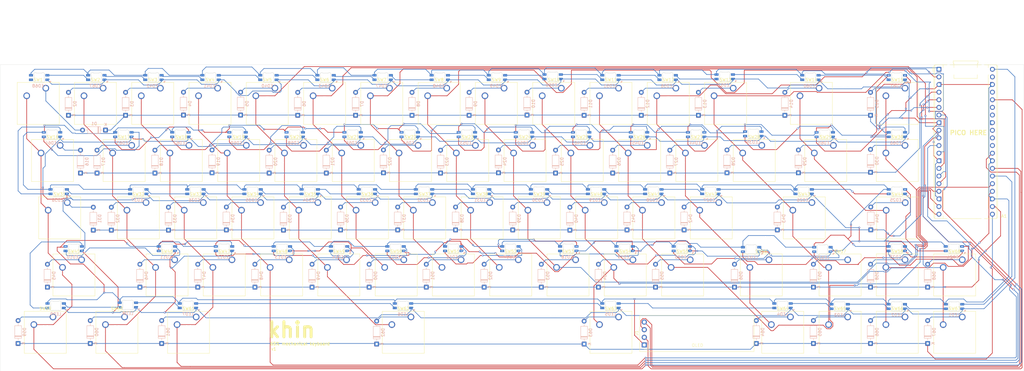
<source format=kicad_pcb>
(kicad_pcb (version 20241229) (generator "pcbnew") (generator_version "9.0")
  (layers (0 "F.Cu" signal) (2 "B.Cu" signal) (13 "F.Paste" user) (15 "B.Paste" user) (5 "F.SilkS" user "F.Silkscreen") (7 "B.SilkS" user "B.Silkscreen") (1 "F.Mask" user) (3 "B.Mask" user) (25 "Edge.Cuts" user))
  (net 0 "")
  (net 1 "Col 2")
  (net 2 "Col 12")
  (net 3 "Col 14")
  (net 4 "Col 6")
  (net 6 "Col 7")
  (net 7 "Col 11")
  (net 8 "Col 0")
  (net 9 "Col 4")
  (net 10 "Row 0")
  (net 11 "Col 9")
  (net 12 "LED")
  (net 14 "Col 3")
  (net 15 "Col 5")
  (net 16 "Row 3")
  (net 17 "Col 10")
  (net 19 "Col 13")
  (net 20 "Col 1")
  (net 23 "Row 4")
  (net 26 "Row 2")
  (net 27 "Row 1")
  (net 28 "Col 8")
  (net 29 "Net-(D1-A)")
  (net 30 "Net-(D2-A)")
  (net 31 "Net-(D3-A)")
  (net 32 "Net-(D4-A)")
  (net 33 "Net-(D5-A)")
  (net 34 "Net-(D6-A)")
  (net 35 "Net-(D7-A)")
  (net 36 "Net-(D8-A)")
  (net 37 "Net-(D9-A)")
  (net 38 "Net-(D10-A)")
  (net 39 "Net-(D11-A)")
  (net 40 "Net-(D12-A)")
  (net 41 "Net-(D13-A)")
  (net 42 "Net-(D14-A)")
  (net 43 "Net-(D15-A)")
  (net 44 "Net-(D16-A)")
  (net 45 "Net-(D17-A)")
  (net 46 "Net-(D18-A)")
  (net 47 "Net-(D19-A)")
  (net 48 "Net-(D20-A)")
  (net 49 "Net-(D21-A)")
  (net 50 "Net-(D22-A)")
  (net 51 "Net-(D23-A)")
  (net 52 "Net-(D24-A)")
  (net 53 "Net-(D25-A)")
  (net 54 "Net-(D26-A)")
  (net 55 "Net-(D27-A)")
  (net 56 "Net-(D28-A)")
  (net 57 "Net-(D29-A)")
  (net 58 "Net-(D30-A)")
  (net 59 "Net-(D31-A)")
  (net 60 "Net-(D32-A)")
  (net 61 "Net-(D33-A)")
  (net 62 "Net-(D34-A)")
  (net 63 "Net-(D35-A)")
  (net 64 "Net-(D36-A)")
  (net 65 "Net-(D37-A)")
  (net 66 "Net-(D38-A)")
  (net 67 "Net-(D39-A)")
  (net 68 "Net-(D40-A)")
  (net 69 "Net-(D41-A)")
  (net 70 "Net-(D42-A)")
  (net 71 "Net-(D43-A)")
  (net 72 "Net-(D44-A)")
  (net 73 "Net-(D45-A)")
  (net 74 "Net-(D46-A)")
  (net 75 "Net-(D47-A)")
  (net 76 "Net-(D48-A)")
  (net 77 "Net-(D49-A)")
  (net 78 "Net-(D50-A)")
  (net 79 "Net-(D51-A)")
  (net 80 "Net-(D52-A)")
  (net 81 "Net-(D53-A)")
  (net 82 "Net-(D54-A)")
  (net 83 "Net-(D55-A)")
  (net 84 "Net-(D56-A)")
  (net 85 "Net-(D57-A)")
  (net 86 "Net-(D58-A)")
  (net 87 "Net-(D59-A)")
  (net 88 "Net-(D60-A)")
  (net 89 "Net-(D61-A)")
  (net 90 "Net-(D62-A)")
  (net 91 "Net-(D63-A)")
  (net 92 "Net-(D64-A)")
  (net 93 "Net-(D65-A)")
  (net 94 "Net-(D66-A)")
  (net 95 "GND")
  (net 96 "+5V")
  (net 97 "LED ROW 1 TO ROW 2")
  (net 98 "LED ROW 2 TO ROW 3")
  (net 99 "LED ROW 3 TO ROW 4")
  (net 100 "LED ROW 4 TO ROW 5")
  (net 101 "Net-(D67-A)")
  (net 102 "Net-(D68-A)")
  (net 103 "Net-(LED1-DOUT)")
  (net 104 "Net-(LED2-DOUT)")
  (net 105 "Net-(LED3-DOUT)")
  (net 106 "Net-(LED4-DOUT)")
  (net 107 "Net-(LED5-DOUT)")
  (net 108 "Net-(LED6-DOUT)")
  (net 109 "Net-(LED7-DOUT)")
  (net 110 "Net-(LED8-DOUT)")
  (net 111 "Net-(LED10-DIN)")
  (net 112 "Net-(LED10-DOUT)")
  (net 113 "Net-(LED11-DOUT)")
  (net 114 "Net-(LED13-DOUT)")
  (net 115 "Net-(LED14-DOUT)")
  (net 116 "Net-(LED15-DOUT)")
  (net 117 "Net-(LED16-DOUT)")
  (net 118 "Net-(LED17-DOUT)")
  (net 119 "Net-(LED18-DOUT)")
  (net 120 "Net-(LED19-DOUT)")
  (net 121 "Net-(LED20-DOUT)")
  (net 122 "Net-(LED21-DOUT)")
  (net 123 "Net-(LED22-DOUT)")
  (net 124 "Net-(LED23-DOUT)")
  (net 125 "Net-(LED24-DOUT)")
  (net 126 "Net-(LED26-DOUT)")
  (net 127 "Net-(LED27-DOUT)")
  (net 128 "Net-(LED28-DOUT)")
  (net 129 "Net-(LED29-DOUT)")
  (net 130 "Net-(LED30-DOUT)")
  (net 131 "Net-(LED31-DOUT)")
  (net 132 "Net-(LED32-DOUT)")
  (net 133 "Net-(LED33-DOUT)")
  (net 134 "Net-(LED34-DOUT)")
  (net 135 "Net-(LED35-DOUT)")
  (net 136 "Net-(LED36-DOUT)")
  (net 137 "Net-(LED37-DOUT)")
  (net 138 "Net-(LED39-DIN)")
  (net 139 "Net-(LED40-DIN)")
  (net 140 "Net-(LED40-DOUT)")
  (net 141 "Net-(LED41-DOUT)")
  (net 142 "Net-(LED42-DOUT)")
  (net 143 "Net-(LED43-DIN)")
  (net 144 "Net-(LED44-DIN)")
  (net 145 "Net-(LED45-DIN)")
  (net 146 "Net-(LED46-DIN)")
  (net 147 "Net-(LED47-DIN)")
  (net 148 "Net-(LED48-DIN)")
  (net 149 "Net-(LED49-DIN)")
  (net 150 "Net-(LED50-DIN)")
  (net 151 "Net-(LED51-DIN)")
  (net 152 "Net-(LED52-DIN)")
  (net 153 "Net-(LED53-DIN)")
  (net 154 "Net-(LED54-DIN)")
  (net 155 "Net-(LED55-DIN)")
  (net 156 "Net-(LED56-DIN)")
  (net 157 "Net-(LED57-DIN)")
  (net 158 "Net-(LED58-DIN)")
  (net 159 "Net-(LED59-DIN)")
  (net 160 "Net-(LED60-DIN)")
  (net 161 "Net-(LED61-DIN)")
  (net 162 "Net-(LED62-DIN)")
  (net 163 "Net-(LED63-DIN)")
  (net 164 "Net-(LED65-DOUT)")
  (net 165 "Net-(LED67-DOUT)")
  (net 167 "SCL - OLED 1")
  (net 168 "SDA - OLED 2")
  (net 169 "+3V3")
  (footprint "3D modeled versions:SW_Cherry_MX_1.00u_PCB3D" (layer "F.Cu") (at 95.40875 87.78875)
    (property "Reference" "SW5")
    (property "Value" "SW_Push-4")
  )
  (footprint "3D modeled versions:SW_Cherry_MX_1.00u_PCB3D" (layer "F.Cu") (at 85.88375 106.83875)
    (property "Reference" "SW19")
    (property "Value" "SW_Push-E")
  )
  (footprint "3D modeled versions:SW_Cherry_MX_1.00u_PCB3D" (layer "F.Cu") (at 114.45875 87.78875)
    (property "Reference" "SW6")
    (property "Value" "SW_Push-5")
  )
  (footprint "3D modeled versions:SW_Cherry_MX_1.50u_PCB3D" (layer "F.Cu") (at 23.97125 106.83875)
    (property "Reference" "SW16")
    (property "Value" "SW_Push-TAB")
  )
  (footprint "3D modeled versions:SW_Cherry_MX_1.00u_PCB3D" (layer "F.Cu") (at 185.89625 125.88875)
    (property "Reference" "SW39")
    (property "Value" "SW_Push-K")
  )
  (footprint "3D modeled versions:SW_Cherry_MX_1.00u_PCB3D" (layer "F.Cu") (at 133.50875 87.78875)
    (property "Reference" "SW7")
    (property "Value" "SW_Push-6")
  )
  (footprint "3D modeled versions:SW_Cherry_MX_2.25u_PCB3D+Stabilizer" (layer "F.Cu") (at 31.115 144.93875)
    (property "Reference" "SW45")
    (property "Value" "SW_Push-LSH")
  )
  (footprint "3D modeled versions:SW_Cherry_MX_1.00u_PCB3D" (layer "F.Cu") (at 247.80875 87.78875)
    (property "Reference" "SW13")
    (property "Value" "SW_Push-=")
  )
  (footprint "3D modeled versions:SW_Cherry_MX_1.00u_PCB3D" (layer "F.Cu") (at 305.04 125.92)
    (property "Reference" "SW44")
    (property "Value" "SW_Push-LM")
  )
  (footprint "3D modeled versions:SW_Cherry_MX_1.00u_PCB3D" (layer "F.Cu") (at 66.83375 106.83875)
    (property "Reference" "SW18")
    (property "Value" "SW_Push-W")
  )
  (footprint "3D modeled versions:SW_Cherry_MX_1.25u_PCB3D" (layer "F.Cu") (at 21.59 163.98875)
    (property "Reference" "SW59")
    (property "Value" "SW_Push-LCTL")
  )
  (footprint "3D modeled versions:SW_Cherry_MX_1.00u_PCB3D" (layer "F.Cu") (at 81.12125 144.93875)
    (property "Reference" "SW47")
    (property "Value" "SW_Push-X")
  )
  (footprint "OLED:OLED_0.91_128x323D" (layer "F.Cu") (at 218.25 173.31 90)
    (property "Reference" "J1")
    (property "Value" "Conn_01x04_Pin")
  )
  (footprint "3D modeled versions:SW_Cherry_MX_1.00u_PCB3D" (layer "F.Cu") (at 57.30875 87.78875)
    (property "Reference" "SW3")
    (property "Value" "SW_Push-2")
  )
  (footprint "3D modeled versions:SW_Cherry_MX_1.00u_PCB3D" (layer "F.Cu") (at 190.65875 87.78875)
    (property "Reference" "SW10")
    (property "Value" "SW_Push-9")
  )
  (footprint "3D modeled versions:SW_Cherry_MX_6.25u_PCB3D" (layer "F.Cu") (at 140.6525 163.98875)
    (property "Reference" "SW62")
    (property "Value" "SW_Push-SP")
  )
  (footprint "3D modeled versions:SW_Cherry_MX_1.00u_PCB3D" (layer "F.Cu") (at 47.78375 106.83875)
    (property "Reference" "SW17")
    (property "Value" "SW_Push-Q")
  )
  (footprint "3D modeled versions:SW_Cherry_MX_1.00u_PCB3D" (layer "F.Cu") (at 223.99625 125.88875)
    (property "Reference" "SW41")
    (property "Value" "SW_Push-;")
  )
  (footprint "3D modeled versions:SW_Cherry_MX_1.75u_PCB3D" (layer "F.Cu") (at 26.3525 125.88875)
    (property "Reference" "SW31")
    (property "Value" "SW_Push-CL")
  )
  (footprint "3D modeled versions:SW_Cherry_MX_1.00u_PCB3D" (layer "F.Cu") (at 204.94625 125.88875)
    (property "Reference" "SW40")
    (property "Value" "SW_Push-L")
  )
  (footprint "3D modeled versions:SW_Cherry_MX_1.00u_PCB3D" (layer "F.Cu") (at 119.22125 144.93875)
    (property "Reference" "SW49")
    (property "Value" "SW_Push-V")
  )
  (footprint "3D modeled versions:SW_Cherry_MX_2.25u_PCB3D+Stabilizer" (layer "F.Cu") (at 274.0025 125.88875)
    (property "Reference" "SW43")
    (property "Value" "SW_Push-EN")
  )
  (footprint "3D modeled versions:SW_Cherry_MX_1.00u_PCB3D" (layer "F.Cu") (at 209.70875 163.98875)
    (property "Reference" "SW63")
    (property "Value" "SW_Push-RCTL")
  )
  (footprint "3D modeled versions:SW_Cherry_MX_1.00u_PCB3D" (layer "F.Cu") (at 228.75875 87.78875)
    (property "Reference" "SW12")
    (property "Value" "SW_Push-dash")
  )
  (footprint "3D modeled versions:SW_Cherry_MX_1.00u_PCB3D" (layer "F.Cu") (at 123.98375 106.83875)
    (property "Reference" "SW21")
    (property "Value" "SW_Push-T")
  )
  (footprint "3D modeled versions:SW_Cherry_MX_1.00u_PCB3D" (layer "F.Cu") (at 143.03375 106.83875)
    (property "Reference" "SW22")
    (property "Value" "SW_Push-Y")
  )
  (footprint "3D modeled versions:SW_Cherry_MX_1.00u_PCB3D" (layer "F.Cu") (at 324.00875 144.93875)
    (property "Reference" "SW68")
    (property "Value" "SW_Push-M1")
  )
  (footprint "3D modeled versions:SW_Cherry_MX_1.00u_PCB3D" (layer "F.Cu") (at 147.79625 125.88875)
    (property "Reference" "SW37")
    (property "Value" "SW_Push-H")
  )
  (footprint "3D modeled versions:SW_Cherry_MX_1.00u_PCB3D" (layer "F.Cu") (at 104.93375 106.83875)
    (property "Reference" "SW20")
    (property "Value" "SW_Push-R")
  )
  (footprint "3D modeled versions:SW_Cherry_MX_1.00u_PCB3D" (layer "F.Cu") (at 238.28375 106.83875)
    (property "Reference" "SW27")
    (property "Value" "SW_Push-[")
  )
  (footprint "3D modeled versions:SW_Cherry_MX_1.00u_PCB3D" (layer "F.Cu") (at 166.84625 125.88875)
    (property "Reference" "SW38")
    (property "Value" "SW_Push-J")
  )
  (footprint "3D modeled versions:SW_Cherry_MX_1.00u_PCB3D" (layer "F.Cu") (at 19.20875 87.78875)
    (property "Reference" "SW1")
    (property "Value" "SW_Push-ESC")
  )
  (footprint "3D modeled versions:SW_Cherry_MX_1.00u_PCB3D" (layer "F.Cu") (at 162.08375 106.83875)
    (property "Reference" "SW23")
    (property "Value" "SW_Push-U")
  )
  (footprint "3D modeled versions:SW_Cherry_MX_1.00u_PCB3D" (layer "F.Cu") (at 100.17125 144.93875)
    (property "Reference" "SW48")
    (property "Value" "SW_Push-C")
  )
  (footprint "3D modeled versions:SW_Cherry_MX_1.00u_PCB3D" (layer "F.Cu") (at 152.55875 87.78875)
    (property "Reference" "SW8")
    (property "Value" "SW_Push-7")
  )
  (footprint "3D modeled versions:SW_Cherry_MX_1.00u_PCB3D" (layer "F.Cu") (at 181.13375 106.83875)
    (property "Reference" "SW24")
    (property "Value" "SW_Push-I")
  )
  (footprint "3D modeled versions:SW_Cherry_MX_2.00u_PCB3D+Stabilizers" (layer "F.Cu") (at 276.38375 87.78875)
    (property "Reference" "SW14")
    (property "Value" "SW_Push-BS")
  )
  (footprint "3D modeled versions:SW_Cherry_MX_1.00u_PCB3D" (layer "F.Cu") (at 209.70875 87.78875)
    (property "Reference" "SW11")
    (property "Value" "SW_Push-0")
  )
  (footprint "3D modeled versions:SW_Cherry_MX_1.00u_PCB3D" (layer "F.Cu") (at 71.59625 125.88875)
    (property "Reference" "SW33")
    (property "Value" "SW_Push-S")
  )
  (footprint "3D modeled versions:SW_Cherry_MX_1.00u_PCB3D" (layer "F.Cu") (at 304.95875 87.78875)
    (property "Reference" "SW15")
    (property "Value" "SW_Push-DEL")
  )
  (footprint "3D modeled versions:SW_Cherry_MX_1.00u_PCB3D" (layer "F.Cu") (at 243.04625 125.88875)
    (property "Reference" "SW42")
    (property "Value" "SW_Push-'")
  )
  (footprint "3D modeled versions:SW_Cherry_MX_1.00u_PCB3D" (layer "F.Cu") (at 324.00875 163.98875)
    (property "Reference" "SW67")
    (property "Value" "SW_Push-M2")
  )
  (footprint "3D modeled versions:SW_Cherry_MX_1.25u_PCB3D" (layer "F.Cu") (at 69.215 163.98875)
    (property "Reference" "SW61")
    (property "Value" "SW_Push-LALT")
  )
  (footprint "3D modeled versions:SW_Cherry_MX_1.00u_PCB3D" (layer "F.Cu") (at 304.95875 163.98875)
    (property "Reference" "SW66")
    (property "Value" "SW_Push-RA")
  )
  (footprint "3D modeled versions:SW_Cherry_MX_1.00u_PCB3D" (layer "F.Cu") (at 285.90875 163.98875)
    (property "Reference" "SW65")
    (property "Value" "SW_Push-DA")
  )
  (footprint "3D modeled versions:SW_Cherry_MX_1.00u_PCB3D" (layer "F.Cu") (at 195.42125 144.93875)
    (property "Reference" "SW53")
    (property "Value" "SW_Push-,")
  )
  (footprint "3D modeled versions:SW_Cherry_MX_1.00u_PCB3D" (layer "F.Cu") (at 233.52125 144.93875)
    (property "Reference" "SW55")
    (property "Value" "SW_Push-/")
  )
  (footprint "3D modeled versions:SW_Cherry_MX_1.00u_PCB3D" (layer "F.Cu") (at 219.23375 106.83875)
    (property "Reference" "SW26")
    (property "Value" "SW_Push-P")
  )
  (footprint "3D modeled versions:SW_Cherry_MX_1.00u_PCB3D" (layer "F.Cu") (at 76.35875 87.78875)
    (property "Reference" "SW4")
    (property "Value" "SW_Push-3")
  )
  (footprint "3D modeled versions:SW_Cherry_MX_1.00u_PCB3D" (layer "F.Cu") (at 171.60875 87.78875)
    (property "Reference" "SW9")
    (property "Value" "SW_Push-8")
  )
  (footprint "3D modeled versions:SW_Cherry_MX_1.00u_PCB3D" (layer "F.Cu") (at 138.27125 144.93875)
    (property "Reference" "SW50")
    (property "Value" "SW_Push-B")
  )
  (footprint "3D modeled versions:SW_Cherry_MX_1.00u_PCB3D" (layer "F.Cu") (at 200.18375 106.83875)
    (property "Reference" "SW25")
    (property "Value" "SW_Push-O")
  )
  (footprint "3D modeled versions:SW_Cherry_MX_1.00u_PCB3D" (layer "F.Cu") (at 38.25875 87.78875)
    (property "Reference" "SW2")
    (property "Value" "SW_Push-1")
  )
  (footprint "3D modeled versions:SW_Cherry_MX_1.00u_PCB3D" (layer "F.Cu") (at 90.64625 125.88875)
    (property "Reference" "SW34")
    (property "Value" "SW_Push-D")
  )
  (footprint "3D modeled versions:SW_Cherry_MX_1.25u_PCB3D" (layer "F.Cu") (at 45.4025 163.98875)
    (property "Reference" "SW60")
    (property "Value" "SW_Push-WIN")
  )
  (footprint "3D modeled versions:SW_Cherry_MX_1.00u_PCB3D" (layer "F.Cu") (at 52.54625 125.88875)
    (property "Reference" "SW32")
    (property "Value" "SW_Push-A")
  )
  (footprint "Module:RaspberryPi_Pico_Common_THT" (layer "F.Cu") (at 316.25 81.5)
    (property "Reference" "A1")
    (property "Value" "RaspberryPi_Pico")
  )
  (footprint "3D modeled versions:SW_Cherry_MX_1.00u_PCB3D" (layer "F.Cu") (at 266.85875 163.98875)
    (property "Reference" "SW64")
    (property "Value" "SW_Push-LA")
  )
  (footprint "3D modeled versions:SW_Cherry_MX_1.00u_PCB3D" (layer "F.Cu") (at 62.07125 144.93875)
    (property "Reference" "SW46")
    (property "Value" "SW_Push-Z")
  )
  (footprint "3D modeled versions:SW_Cherry_MX_1.00u_PCB3D" (layer "F.Cu") (at 304.95875 144.92)
    (property "Reference" "SW58")
    (property "Value" "SW_Push-MODE")
  )
  (footprint "3D modeled versions:SW_Cherry_MX_1.75u_PCB3D" (layer "F.Cu") (at 259.715 144.93875)
    (property "Reference" "SW56")
    (property "Value" "SW_Push-RSH")
  )
  (footprint "3D modeled versions:SW_Cherry_MX_1.50u_PCB3D" (layer "F.Cu") (at 281.14625 106.83875)
    (property "Reference" "SW29")
    (property "Value" "SW_Push-\\")
  )
  (footprint "3D modeled versions:SW_Cherry_MX_1.00u_PCB3D" (layer "F.Cu") (at 304.95875 106.83875)
    (property "Reference" "SW30")
    (property "Value" "SW_Push-PAS")
  )
  (footprint "3D modeled versions:SW_Cherry_MX_1.00u_PCB3D" (layer "F.Cu") (at 157.32125 144.93875)
    (property "Reference" "SW51")
    (property "Value" "SW_Push-N")
  )
  (footprint "3D modeled versions:SW_Cherry_MX_1.00u_PCB3D" (layer "F.Cu") (at 109.69625 125.88875)
    (property "Reference" "SW35")
    (property "Value" "SW_Push-F")
  )
  (footprint "3D modeled versions:SW_Cherry_MX_1.00u_PCB3D" (layer "F.Cu") (at 257.33375 106.83875)
    (property "Reference" "SW28")
    (property "Value" "SW_Push-]")
  )
  (footprint "3D modeled versions:SW_Cherry_MX_1.00u_PCB3D" (layer "F.Cu") (at 285.90875 144.93875)
    (property "Reference" "SW57")
    (property "Value" "SW_Push-UPA")
  )
  (footprint "3D modeled versions:SW_Cherry_MX_1.00u_PCB3D" (layer "F.Cu") (at 176.37125 144.93875)
    (property "Reference" "SW52")
    (property "Value" "SW_Push-M")
  )
  (footprint "3D modeled versions:SW_Cherry_MX_1.00u_PCB3D" (layer "F.Cu") (at 128.74625 125.88875)
    (property "Reference" "SW36")
    (property "Value" "SW_Push-G")
  )
  (footprint "3D modeled versions:SW_Cherry_MX_1.00u_PCB3D" (layer "F.Cu") (at 214.47125 144.93875)
    (property "Reference" "SW54")
    (property "Value" "SW_Push-.")
  )
  (footprint "PCM_marbastlib-various:LED_6028R" (layer "B.Cu") (at 221.25 122.25 180)
    (property "Reference" "LED28")
    (property "Value" "MX_SK6812MINI-E")
    (fp_line (start 1.699999 -0.702841) (end 1.699999 0.702843) (stroke (width 0.1)) (layer "Edge.Cuts"))
    (fp_line (start 0.794452 1.5) (end -0.794453 1.5) (stroke (width 0.1)) (layer "Edge.Cuts"))
    (fp_line (start -0.794452 -1.499999) (end 0.794452 -1.499999) (stroke (width 0.1)) (layer "Edge.Cuts"))
    (fp_line (start -1.699999 0.702843) (end -1.699999 -0.702841) (stroke (width 0.1)) (layer "Edge.Cuts"))
    (fp_arc (start 1.749484 0.919721) (mid 1.712526 0.814069) (end 1.699999 0.702843) (stroke (width 0.1)) (layer "Edge.Cuts"))
    (fp_arc (start 1.749484 0.919721) (mid 1.638072 1.504036) (end 1.046711 1.5683) (stroke (width 0.1)) (layer "Edge.Cuts"))
    (fp_arc (start 1.699999 -0.702842) (mid 1.712536 -0.814064) (end 1.749484 -0.919719) (stroke (width 0.1)) (layer "Edge.Cuts"))
    (fp_arc (start 1.046711 -1.568296) (mid 1.63807 -1.504033) (end 1.749484 -0.919719) (stroke (width 0.1)) (layer "Edge.Cuts"))
    (fp_arc (start 1.04671 -1.568298) (mid 0.925122 -1.517376) (end 0.794452 -1.499999) (stroke (width 0.1)) (layer "Edge.Cuts"))
    (fp_arc (start 0.794453 1.500001) (mid 0.925123 1.517378) (end 1.046711 1.5683) (stroke (width 0.1)) (layer "Edge.Cuts"))
    (fp_arc (start -0.794452 -1.499999) (mid -0.925123 -1.517376) (end -1.046711 -1.568298) (stroke (width 0.1)) (layer "Edge.Cuts"))
    (fp_arc (start -1.046711 1.568299) (mid -0.925123 1.517377) (end -0.794453 1.5) (stroke (width 0.1)) (layer "Edge.Cuts"))
    (fp_arc (start -1.046711 1.568299) (mid -1.638071 1.504036) (end -1.749484 0.919721) (stroke (width 0.1)) (layer "Edge.Cuts"))
    (fp_arc (start -1.699999 0.702844) (mid -1.712527 0.814069) (end -1.749484 0.919721) (stroke (width 0.1)) (layer "Edge.Cuts"))
    (fp_arc (start -1.749484 -0.919718) (mid -1.638072 -1.504034) (end -1.046711 -1.568298) (stroke (width 0.1)) (layer "Edge.Cuts"))
    (fp_arc (start -1.749484 -0.919719) (mid -1.712527 -0.814067) (end -1.699999 -0.702841) (stroke (width 0.1)) (layer "Edge.Cuts"))
  )
  (footprint "PCM_marbastlib-various:LED_6028R" (layer "B.Cu") (at 240.225 122.25 180)
    (property "Reference" "LED27")
    (property "Value" "MX_SK6812MINI-E")
    (fp_line (start 1.699999 -0.702841) (end 1.699999 0.702843) (stroke (width 0.1)) (layer "Edge.Cuts"))
    (fp_line (start 0.794452 1.5) (end -0.794453 1.5) (stroke (width 0.1)) (layer "Edge.Cuts"))
    (fp_line (start -0.794452 -1.499999) (end 0.794452 -1.499999) (stroke (width 0.1)) (layer "Edge.Cuts"))
    (fp_line (start -1.699999 0.702843) (end -1.699999 -0.702841) (stroke (width 0.1)) (layer "Edge.Cuts"))
    (fp_arc (start 1.749484 0.919721) (mid 1.712526 0.814069) (end 1.699999 0.702843) (stroke (width 0.1)) (layer "Edge.Cuts"))
    (fp_arc (start 1.749484 0.919721) (mid 1.638072 1.504036) (end 1.046711 1.5683) (stroke (width 0.1)) (layer "Edge.Cuts"))
    (fp_arc (start 1.699999 -0.702842) (mid 1.712536 -0.814064) (end 1.749484 -0.919719) (stroke (width 0.1)) (layer "Edge.Cuts"))
    (fp_arc (start 1.046711 -1.568296) (mid 1.63807 -1.504033) (end 1.749484 -0.919719) (stroke (width 0.1)) (layer "Edge.Cuts"))
    (fp_arc (start 1.04671 -1.568298) (mid 0.925122 -1.517376) (end 0.794452 -1.499999) (stroke (width 0.1)) (layer "Edge.Cuts"))
    (fp_arc (start 0.794453 1.500001) (mid 0.925123 1.517378) (end 1.046711 1.5683) (stroke (width 0.1)) (layer "Edge.Cuts"))
    (fp_arc (start -0.794452 -1.499999) (mid -0.925123 -1.517376) (end -1.046711 -1.568298) (stroke (width 0.1)) (layer "Edge.Cuts"))
    (fp_arc (start -1.046711 1.568299) (mid -0.925123 1.517377) (end -0.794453 1.5) (stroke (width 0.1)) (layer "Edge.Cuts"))
    (fp_arc (start -1.046711 1.568299) (mid -1.638071 1.504036) (end -1.749484 0.919721) (stroke (width 0.1)) (layer "Edge.Cuts"))
    (fp_arc (start -1.699999 0.702844) (mid -1.712527 0.814069) (end -1.749484 0.919721) (stroke (width 0.1)) (layer "Edge.Cuts"))
    (fp_arc (start -1.749484 -0.919718) (mid -1.638072 -1.504034) (end -1.046711 -1.568298) (stroke (width 0.1)) (layer "Edge.Cuts"))
    (fp_arc (start -1.749484 -0.919719) (mid -1.712527 -0.814067) (end -1.699999 -0.702841) (stroke (width 0.1)) (layer "Edge.Cuts"))
  )
  (footprint "PCM_marbastlib-various:LED_6028R" (layer "B.Cu") (at 135.525 141.25 180)
    (property "Reference" "LED15")
    (property "Value" "MX_SK6812MINI-E")
    (fp_line (start 1.699999 -0.702841) (end 1.699999 0.702843) (stroke (width 0.1)) (layer "Edge.Cuts"))
    (fp_line (start 0.794452 1.5) (end -0.794453 1.5) (stroke (width 0.1)) (layer "Edge.Cuts"))
    (fp_line (start -0.794452 -1.499999) (end 0.794452 -1.499999) (stroke (width 0.1)) (layer "Edge.Cuts"))
    (fp_line (start -1.699999 0.702843) (end -1.699999 -0.702841) (stroke (width 0.1)) (layer "Edge.Cuts"))
    (fp_arc (start 1.749484 0.919721) (mid 1.712526 0.814069) (end 1.699999 0.702843) (stroke (width 0.1)) (layer "Edge.Cuts"))
    (fp_arc (start 1.749484 0.919721) (mid 1.638072 1.504036) (end 1.046711 1.5683) (stroke (width 0.1)) (layer "Edge.Cuts"))
    (fp_arc (start 1.699999 -0.702842) (mid 1.712536 -0.814064) (end 1.749484 -0.919719) (stroke (width 0.1)) (layer "Edge.Cuts"))
    (fp_arc (start 1.046711 -1.568296) (mid 1.63807 -1.504033) (end 1.749484 -0.919719) (stroke (width 0.1)) (layer "Edge.Cuts"))
    (fp_arc (start 1.04671 -1.568298) (mid 0.925122 -1.517376) (end 0.794452 -1.499999) (stroke (width 0.1)) (layer "Edge.Cuts"))
    (fp_arc (start 0.794453 1.500001) (mid 0.925123 1.517378) (end 1.046711 1.5683) (stroke (width 0.1)) (layer "Edge.Cuts"))
    (fp_arc (start -0.794452 -1.499999) (mid -0.925123 -1.517376) (end -1.046711 -1.568298) (stroke (width 0.1)) (layer "Edge.Cuts"))
    (fp_arc (start -1.046711 1.568299) (mid -0.925123 1.517377) (end -0.794453 1.5) (stroke (width 0.1)) (layer "Edge.Cuts"))
    (fp_arc (start -1.046711 1.568299) (mid -1.638071 1.504036) (end -1.749484 0.919721) (stroke (width 0.1)) (layer "Edge.Cuts"))
    (fp_arc (start -1.699999 0.702844) (mid -1.712527 0.814069) (end -1.749484 0.919721) (stroke (width 0.1)) (layer "Edge.Cuts"))
    (fp_arc (start -1.749484 -0.919718) (mid -1.638072 -1.504034) (end -1.046711 -1.568298) (stroke (width 0.1)) (layer "Edge.Cuts"))
    (fp_arc (start -1.749484 -0.919719) (mid -1.712527 -0.814067) (end -1.699999 -0.702841) (stroke (width 0.1)) (layer "Edge.Cuts"))
  )
  (footprint "Diode_THT:D_DO-35_SOD27_P7.62mm_Horizontal" (layer "B.Cu") (at 26.75 96.81 90)
    (property "Reference" "D2")
    (property "Value" "1N4148")
  )
  (footprint "Diode_THT:D_DO-35_SOD27_P7.62mm_Horizontal" (layer "B.Cu") (at 69.75 154.06 90)
    (property "Reference" "D47")
    (property "Value" "1N4148")
  )
  (footprint "PCM_marbastlib-various:LED_6028R" (layer "B.Cu") (at 121.25 103.25 180)
    (property "Reference" "LED55")
    (property "Value" "MX_SK6812MINI-E")
    (fp_line (start 1.699999 -0.702841) (end 1.699999 0.702843) (stroke (width 0.1)) (layer "Edge.Cuts"))
    (fp_line (start 0.794452 1.5) (end -0.794453 1.5) (stroke (width 0.1)) (layer "Edge.Cuts"))
    (fp_line (start -0.794452 -1.499999) (end 0.794452 -1.499999) (stroke (width 0.1)) (layer "Edge.Cuts"))
    (fp_line (start -1.699999 0.702843) (end -1.699999 -0.702841) (stroke (width 0.1)) (layer "Edge.Cuts"))
    (fp_arc (start 1.749484 0.919721) (mid 1.712526 0.814069) (end 1.699999 0.702843) (stroke (width 0.1)) (layer "Edge.Cuts"))
    (fp_arc (start 1.749484 0.919721) (mid 1.638072 1.504036) (end 1.046711 1.5683) (stroke (width 0.1)) (layer "Edge.Cuts"))
    (fp_arc (start 1.699999 -0.702842) (mid 1.712536 -0.814064) (end 1.749484 -0.919719) (stroke (width 0.1)) (layer "Edge.Cuts"))
    (fp_arc (start 1.046711 -1.568296) (mid 1.63807 -1.504033) (end 1.749484 -0.919719) (stroke (width 0.1)) (layer "Edge.Cuts"))
    (fp_arc (start 1.04671 -1.568298) (mid 0.925122 -1.517376) (end 0.794452 -1.499999) (stroke (width 0.1)) (layer "Edge.Cuts"))
    (fp_arc (start 0.794453 1.500001) (mid 0.925123 1.517378) (end 1.046711 1.5683) (stroke (width 0.1)) (layer "Edge.Cuts"))
    (fp_arc (start -0.794452 -1.499999) (mid -0.925123 -1.517376) (end -1.046711 -1.568298) (stroke (width 0.1)) (layer "Edge.Cuts"))
    (fp_arc (start -1.046711 1.568299) (mid -0.925123 1.517377) (end -0.794453 1.5) (stroke (width 0.1)) (layer "Edge.Cuts"))
    (fp_arc (start -1.046711 1.568299) (mid -1.638071 1.504036) (end -1.749484 0.919721) (stroke (width 0.1)) (layer "Edge.Cuts"))
    (fp_arc (start -1.699999 0.702844) (mid -1.712527 0.814069) (end -1.749484 0.919721) (stroke (width 0.1)) (layer "Edge.Cuts"))
    (fp_arc (start -1.749484 -0.919718) (mid -1.638072 -1.504034) (end -1.046711 -1.568298) (stroke (width 0.1)) (layer "Edge.Cuts"))
    (fp_arc (start -1.749484 -0.919719) (mid -1.712527 -0.814067) (end -1.699999 -0.702841) (stroke (width 0.1)) (layer "Edge.Cuts"))
  )
  (footprint "PCM_marbastlib-various:LED_6028R" (layer "B.Cu") (at 126 122.25 180)
    (property "Reference" "LED33")
    (property "Value" "MX_SK6812MINI-E")
    (fp_line (start 1.699999 -0.702841) (end 1.699999 0.702843) (stroke (width 0.1)) (layer "Edge.Cuts"))
    (fp_line (start 0.794452 1.5) (end -0.794453 1.5) (stroke (width 0.1)) (layer "Edge.Cuts"))
    (fp_line (start -0.794452 -1.499999) (end 0.794452 -1.499999) (stroke (width 0.1)) (layer "Edge.Cuts"))
    (fp_line (start -1.699999 0.702843) (end -1.699999 -0.702841) (stroke (width 0.1)) (layer "Edge.Cuts"))
    (fp_arc (start 1.749484 0.919721) (mid 1.712526 0.814069) (end 1.699999 0.702843) (stroke (width 0.1)) (layer "Edge.Cuts"))
    (fp_arc (start 1.749484 0.919721) (mid 1.638072 1.504036) (end 1.046711 1.5683) (stroke (width 0.1)) (layer "Edge.Cuts"))
    (fp_arc (start 1.699999 -0.702842) (mid 1.712536 -0.814064) (end 1.749484 -0.919719) (stroke (width 0.1)) (layer "Edge.Cuts"))
    (fp_arc (start 1.046711 -1.568296) (mid 1.63807 -1.504033) (end 1.749484 -0.919719) (stroke (width 0.1)) (layer "Edge.Cuts"))
    (fp_arc (start 1.04671 -1.568298) (mid 0.925122 -1.517376) (end 0.794452 -1.499999) (stroke (width 0.1)) (layer "Edge.Cuts"))
    (fp_arc (start 0.794453 1.500001) (mid 0.925123 1.517378) (end 1.046711 1.5683) (stroke (width 0.1)) (layer "Edge.Cuts"))
    (fp_arc (start -0.794452 -1.499999) (mid -0.925123 -1.517376) (end -1.046711 -1.568298) (stroke (width 0.1)) (layer "Edge.Cuts"))
    (fp_arc (start -1.046711 1.568299) (mid -0.925123 1.517377) (end -0.794453 1.5) (stroke (width 0.1)) (layer "Edge.Cuts"))
    (fp_arc (start -1.046711 1.568299) (mid -1.638071 1.504036) (end -1.749484 0.919721) (stroke (width 0.1)) (layer "Edge.Cuts"))
    (fp_arc (start -1.699999 0.702844) (mid -1.712527 0.814069) (end -1.749484 0.919721) (stroke (width 0.1)) (layer "Edge.Cuts"))
    (fp_arc (start -1.749484 -0.919718) (mid -1.638072 -1.504034) (end -1.046711 -1.568298) (stroke (width 0.1)) (layer "Edge.Cuts"))
    (fp_arc (start -1.749484 -0.919719) (mid -1.712527 -0.814067) (end -1.699999 -0.702841) (stroke (width 0.1)) (layer "Edge.Cuts"))
  )
  (footprint "Diode_THT:D_DO-35_SOD27_P7.62mm_Horizontal" (layer "B.Cu") (at 126.75 154.06 90)
    (property "Reference" "D50")
    (property "Value" "1N4148")
  )
  (footprint "Diode_THT:D_DO-35_SOD27_P7.62mm_Horizontal" (layer "B.Cu") (at 236.25 96.81 90)
    (property "Reference" "D13")
    (property "Value" "1N4148")
  )
  (footprint "PCM_marbastlib-various:LED_6028R" (layer "B.Cu") (at 102 103.25 180)
    (property "Reference" "LED58")
    (property "Value" "MX_SK6812MINI-E")
    (fp_line (start 1.699999 -0.702841) (end 1.699999 0.702843) (stroke (width 0.1)) (layer "Edge.Cuts"))
    (fp_line (start 0.794452 1.5) (end -0.794453 1.5) (stroke (width 0.1)) (layer "Edge.Cuts"))
    (fp_line (start -0.794452 -1.499999) (end 0.794452 -1.499999) (stroke (width 0.1)) (layer "Edge.Cuts"))
    (fp_line (start -1.699999 0.702843) (end -1.699999 -0.702841) (stroke (width 0.1)) (layer "Edge.Cuts"))
    (fp_arc (start 1.749484 0.919721) (mid 1.712526 0.814069) (end 1.699999 0.702843) (stroke (width 0.1)) (layer "Edge.Cuts"))
    (fp_arc (start 1.749484 0.919721) (mid 1.638072 1.504036) (end 1.046711 1.5683) (stroke (width 0.1)) (layer "Edge.Cuts"))
    (fp_arc (start 1.699999 -0.702842) (mid 1.712536 -0.814064) (end 1.749484 -0.919719) (stroke (width 0.1)) (layer "Edge.Cuts"))
    (fp_arc (start 1.046711 -1.568296) (mid 1.63807 -1.504033) (end 1.749484 -0.919719) (stroke (width 0.1)) (layer "Edge.Cuts"))
    (fp_arc (start 1.04671 -1.568298) (mid 0.925122 -1.517376) (end 0.794452 -1.499999) (stroke (width 0.1)) (layer "Edge.Cuts"))
    (fp_arc (start 0.794453 1.500001) (mid 0.925123 1.517378) (end 1.046711 1.5683) (stroke (width 0.1)) (layer "Edge.Cuts"))
    (fp_arc (start -0.794452 -1.499999) (mid -0.925123 -1.517376) (end -1.046711 -1.568298) (stroke (width 0.1)) (layer "Edge.Cuts"))
    (fp_arc (start -1.046711 1.568299) (mid -0.925123 1.517377) (end -0.794453 1.5) (stroke (width 0.1)) (layer "Edge.Cuts"))
    (fp_arc (start -1.046711 1.568299) (mid -1.638071 1.504036) (end -1.749484 0.919721) (stroke (width 0.1)) (layer "Edge.Cuts"))
    (fp_arc (start -1.699999 0.702844) (mid -1.712527 0.814069) (end -1.749484 0.919721) (stroke (width 0.1)) (layer "Edge.Cuts"))
    (fp_arc (start -1.749484 -0.919718) (mid -1.638072 -1.504034) (end -1.046711 -1.568298) (stroke (width 0.1)) (layer "Edge.Cuts"))
    (fp_arc (start -1.749484 -0.919719) (mid -1.712527 -0.814067) (end -1.699999 -0.702841) (stroke (width 0.1)) (layer "Edge.Cuts"))
  )
  (footprint "PCM_marbastlib-various:LED_6028R" (layer "B.Cu") (at 178.25 103.25 180)
    (property "Reference" "LED52")
    (property "Value" "MX_SK6812MINI-E")
    (fp_line (start 1.699999 -0.702841) (end 1.699999 0.702843) (stroke (width 0.1)) (layer "Edge.Cuts"))
    (fp_line (start 0.794452 1.5) (end -0.794453 1.5) (stroke (width 0.1)) (layer "Edge.Cuts"))
    (fp_line (start -0.794452 -1.499999) (end 0.794452 -1.499999) (stroke (width 0.1)) (layer "Edge.Cuts"))
    (fp_line (start -1.699999 0.702843) (end -1.699999 -0.702841) (stroke (width 0.1)) (layer "Edge.Cuts"))
    (fp_arc (start 1.749484 0.919721) (mid 1.712526 0.814069) (end 1.699999 0.702843) (stroke (width 0.1)) (layer "Edge.Cuts"))
    (fp_arc (start 1.749484 0.919721) (mid 1.638072 1.504036) (end 1.046711 1.5683) (stroke (width 0.1)) (layer "Edge.Cuts"))
    (fp_arc (start 1.699999 -0.702842) (mid 1.712536 -0.814064) (end 1.749484 -0.919719) (stroke (width 0.1)) (layer "Edge.Cuts"))
    (fp_arc (start 1.046711 -1.568296) (mid 1.63807 -1.504033) (end 1.749484 -0.919719) (stroke (width 0.1)) (layer "Edge.Cuts"))
    (fp_arc (start 1.04671 -1.568298) (mid 0.925122 -1.517376) (end 0.794452 -1.499999) (stroke (width 0.1)) (layer "Edge.Cuts"))
    (fp_arc (start 0.794453 1.500001) (mid 0.925123 1.517378) (end 1.046711 1.5683) (stroke (width 0.1)) (layer "Edge.Cuts"))
    (fp_arc (start -0.794452 -1.499999) (mid -0.925123 -1.517376) (end -1.046711 -1.568298) (stroke (width 0.1)) (layer "Edge.Cuts"))
    (fp_arc (start -1.046711 1.568299) (mid -0.925123 1.517377) (end -0.794453 1.5) (stroke (width 0.1)) (layer "Edge.Cuts"))
    (fp_arc (start -1.046711 1.568299) (mid -1.638071 1.504036) (end -1.749484 0.919721) (stroke (width 0.1)) (layer "Edge.Cuts"))
    (fp_arc (start -1.699999 0.702844) (mid -1.712527 0.814069) (end -1.749484 0.919721) (stroke (width 0.1)) (layer "Edge.Cuts"))
    (fp_arc (start -1.749484 -0.919718) (mid -1.638072 -1.504034) (end -1.046711 -1.568298) (stroke (width 0.1)) (layer "Edge.Cuts"))
    (fp_arc (start -1.749484 -0.919719) (mid -1.712527 -0.814067) (end -1.699999 -0.702841) (stroke (width 0.1)) (layer "Edge.Cuts"))
  )
  (footprint "Diode_THT:D_DO-35_SOD27_P7.62mm_Horizontal" (layer "B.Cu") (at 203 154.06 90)
    (property "Reference" "D54")
    (property "Value" "1N4148")
  )
  (footprint "Diode_THT:D_DO-35_SOD27_P7.62mm_Horizontal" (layer "B.Cu") (at 79.25 135 90)
    (property "Reference" "D34")
    (property "Value" "1N4148")
  )
  (footprint "PCM_marbastlib-various:LED_6028R" (layer "B.Cu") (at 207 160.25 180)
    (property "Reference" "LED5")
    (property "Value" "MX_SK6812MINI-E")
    (fp_line (start 1.699999 -0.702841) (end 1.699999 0.702843) (stroke (width 0.1)) (layer "Edge.Cuts"))
    (fp_line (start 0.794452 1.5) (end -0.794453 1.5) (stroke (width 0.1)) (layer "Edge.Cuts"))
    (fp_line (start -0.794452 -1.499999) (end 0.794452 -1.499999) (stroke (width 0.1)) (layer "Edge.Cuts"))
    (fp_line (start -1.699999 0.702843) (end -1.699999 -0.702841) (stroke (width 0.1)) (layer "Edge.Cuts"))
    (fp_arc (start 1.749484 0.919721) (mid 1.712526 0.814069) (end 1.699999 0.702843) (stroke (width 0.1)) (layer "Edge.Cuts"))
    (fp_arc (start 1.749484 0.919721) (mid 1.638072 1.504036) (end 1.046711 1.5683) (stroke (width 0.1)) (layer "Edge.Cuts"))
    (fp_arc (start 1.699999 -0.702842) (mid 1.712536 -0.814064) (end 1.749484 -0.919719) (stroke (width 0.1)) (layer "Edge.Cuts"))
    (fp_arc (start 1.046711 -1.568296) (mid 1.63807 -1.504033) (end 1.749484 -0.919719) (stroke (width 0.1)) (layer "Edge.Cuts"))
    (fp_arc (start 1.04671 -1.568298) (mid 0.925122 -1.517376) (end 0.794452 -1.499999) (stroke (width 0.1)) (layer "Edge.Cuts"))
    (fp_arc (start 0.794453 1.500001) (mid 0.925123 1.517378) (end 1.046711 1.5683) (stroke (width 0.1)) (layer "Edge.Cuts"))
    (fp_arc (start -0.794452 -1.499999) (mid -0.925123 -1.517376) (end -1.046711 -1.568298) (stroke (width 0.1)) (layer "Edge.Cuts"))
    (fp_arc (start -1.046711 1.568299) (mid -0.925123 1.517377) (end -0.794453 1.5) (stroke (width 0.1)) (layer "Edge.Cuts"))
    (fp_arc (start -1.046711 1.568299) (mid -1.638071 1.504036) (end -1.749484 0.919721) (stroke (width 0.1)) (layer "Edge.Cuts"))
    (fp_arc (start -1.699999 0.702844) (mid -1.712527 0.814069) (end -1.749484 0.919721) (stroke (width 0.1)) (layer "Edge.Cuts"))
    (fp_arc (start -1.749484 -0.919718) (mid -1.638072 -1.504034) (end -1.046711 -1.568298) (stroke (width 0.1)) (layer "Edge.Cuts"))
    (fp_arc (start -1.749484 -0.919719) (mid -1.712527 -0.814067) (end -1.699999 -0.702841) (stroke (width 0.1)) (layer "Edge.Cuts"))
  )
  (footprint "Diode_THT:D_DO-35_SOD27_P7.62mm_Horizontal" (layer "B.Cu") (at 160 96.81 90)
    (property "Reference" "D9")
    (property "Value" "1N4148")
  )
  (footprint "PCM_marbastlib-various:LED_6028R" (layer "B.Cu") (at 207 84.25 180)
    (property "Reference" "LED51")
    (property "Value" "MX_SK6812MINI-E")
    (fp_line (start 1.699999 -0.702841) (end 1.699999 0.702843) (stroke (width 0.1)) (layer "Edge.Cuts"))
    (fp_line (start 0.794452 1.5) (end -0.794453 1.5) (stroke (width 0.1)) (layer "Edge.Cuts"))
    (fp_line (start -0.794452 -1.499999) (end 0.794452 -1.499999) (stroke (width 0.1)) (layer "Edge.Cuts"))
    (fp_line (start -1.699999 0.702843) (end -1.699999 -0.702841) (stroke (width 0.1)) (layer "Edge.Cuts"))
    (fp_arc (start 1.749484 0.919721) (mid 1.712526 0.814069) (end 1.699999 0.702843) (stroke (width 0.1)) (layer "Edge.Cuts"))
    (fp_arc (start 1.749484 0.919721) (mid 1.638072 1.504036) (end 1.046711 1.5683) (stroke (width 0.1)) (layer "Edge.Cuts"))
    (fp_arc (start 1.699999 -0.702842) (mid 1.712536 -0.814064) (end 1.749484 -0.919719) (stroke (width 0.1)) (layer "Edge.Cuts"))
    (fp_arc (start 1.046711 -1.568296) (mid 1.63807 -1.504033) (end 1.749484 -0.919719) (stroke (width 0.1)) (layer "Edge.Cuts"))
    (fp_arc (start 1.04671 -1.568298) (mid 0.925122 -1.517376) (end 0.794452 -1.499999) (stroke (width 0.1)) (layer "Edge.Cuts"))
    (fp_arc (start 0.794453 1.500001) (mid 0.925123 1.517378) (end 1.046711 1.5683) (stroke (width 0.1)) (layer "Edge.Cuts"))
    (fp_arc (start -0.794452 -1.499999) (mid -0.925123 -1.517376) (end -1.046711 -1.568298) (stroke (width 0.1)) (layer "Edge.Cuts"))
    (fp_arc (start -1.046711 1.568299) (mid -0.925123 1.517377) (end -0.794453 1.5) (stroke (width 0.1)) (layer "Edge.Cuts"))
    (fp_arc (start -1.046711 1.568299) (mid -1.638071 1.504036) (end -1.749484 0.919721) (stroke (width 0.1)) (layer "Edge.Cuts"))
    (fp_arc (start -1.699999 0.702844) (mid -1.712527 0.814069) (end -1.749484 0.919721) (stroke (width 0.1)) (layer "Edge.Cuts"))
    (fp_arc (start -1.749484 -0.919718) (mid -1.638072 -1.504034) (end -1.046711 -1.568298) (stroke (width 0.1)) (layer "Edge.Cuts"))
    (fp_arc (start -1.749484 -0.919719) (mid -1.712527 -0.814067) (end -1.699999 -0.702841) (stroke (width 0.1)) (layer "Edge.Cuts"))
  )
  (footprint "Diode_THT:D_DO-35_SOD27_P7.62mm_Horizontal" (layer "B.Cu") (at 98.25 135.06 90)
    (property "Reference" "D35")
    (property "Value" "1N4148")
  )
  (footprint "Diode_THT:D_DO-35_SOD27_P7.62mm_Horizontal" (layer "B.Cu") (at 145.75 154.06 90)
    (property "Reference" "D51")
    (property "Value" "1N4148")
  )
  (footprint "Diode_THT:D_DO-35_SOD27_P7.62mm_Horizontal" (layer "B.Cu") (at 34 172.81 90)
    (property "Reference" "D60")
    (property "Value" "1N4148")
  )
  (footprint "PCM_marbastlib-various:LED_6028R" (layer "B.Cu") (at 192.975 141.25 180)
    (property "Reference" "LED18")
    (property "Value" "MX_SK6812MINI-E")
    (fp_line (start 1.699999 -0.702841) (end 1.699999 0.702843) (stroke (width 0.1)) (layer "Edge.Cuts"))
    (fp_line (start 0.794452 1.5) (end -0.794453 1.5) (stroke (width 0.1)) (layer "Edge.Cuts"))
    (fp_line (start -0.794452 -1.499999) (end 0.794452 -1.499999) (stroke (width 0.1)) (layer "Edge.Cuts"))
    (fp_line (start -1.699999 0.702843) (end -1.699999 -0.702841) (stroke (width 0.1)) (layer "Edge.Cuts"))
    (fp_arc (start 1.749484 0.919721) (mid 1.712526 0.814069) (end 1.699999 0.702843) (stroke (width 0.1)) (layer "Edge.Cuts"))
    (fp_arc (start 1.749484 0.919721) (mid 1.638072 1.504036) (end 1.046711 1.5683) (stroke (width 0.1)) (layer "Edge.Cuts"))
    (fp_arc (start 1.699999 -0.702842) (mid 1.712536 -0.814064) (end 1.749484 -0.919719) (stroke (width 0.1)) (layer "Edge.Cuts"))
    (fp_arc (start 1.046711 -1.568296) (mid 1.63807 -1.504033) (end 1.749484 -0.919719) (stroke (width 0.1)) (layer "Edge.Cuts"))
    (fp_arc (start 1.04671 -1.568298) (mid 0.925122 -1.517376) (end 0.794452 -1.499999) (stroke (width 0.1)) (layer "Edge.Cuts"))
    (fp_arc (start 0.794453 1.500001) (mid 0.925123 1.517378) (end 1.046711 1.5683) (stroke (width 0.1)) (layer "Edge.Cuts"))
    (fp_arc (start -0.794452 -1.499999) (mid -0.925123 -1.517376) (end -1.046711 -1.568298) (stroke (width 0.1)) (layer "Edge.Cuts"))
    (fp_arc (start -1.046711 1.568299) (mid -0.925123 1.517377) (end -0.794453 1.5) (stroke (width 0.1)) (layer "Edge.Cuts"))
    (fp_arc (start -1.046711 1.568299) (mid -1.638071 1.504036) (end -1.749484 0.919721) (stroke (width 0.1)) (layer "Edge.Cuts"))
    (fp_arc (start -1.699999 0.702844) (mid -1.712527 0.814069) (end -1.749484 0.919721) (stroke (width 0.1)) (layer "Edge.Cuts"))
    (fp_arc (start -1.749484 -0.919718) (mid -1.638072 -1.504034) (end -1.046711 -1.568298) (stroke (width 0.1)) (layer "Edge.Cuts"))
    (fp_arc (start -1.749484 -0.919719) (mid -1.712527 -0.814067) (end -1.699999 -0.702841) (stroke (width 0.1)) (layer "Edge.Cuts"))
  )
  (footprint "Diode_THT:D_DO-35_SOD27_P7.62mm_Horizontal" (layer "B.Cu") (at 155.5 135 90)
    (property "Reference" "D38")
    (property "Value" "1N4148")
  )
  (footprint "PCM_marbastlib-various:LED_6028R" (layer "B.Cu") (at 150.25 84.25 180)
    (property "Reference" "LED48")
    (property "Value" "MX_SK6812MINI-E")
    (fp_line (start 1.699999 -0.702841) (end 1.699999 0.702843) (stroke (width 0.1)) (layer "Edge.Cuts"))
    (fp_line (start 0.794452 1.5) (end -0.794453 1.5) (stroke (width 0.1)) (layer "Edge.Cuts"))
    (fp_line (start -0.794452 -1.499999) (end 0.794452 -1.499999) (stroke (width 0.1)) (layer "Edge.Cuts"))
    (fp_line (start -1.699999 0.702843) (end -1.699999 -0.702841) (stroke (width 0.1)) (layer "Edge.Cuts"))
    (fp_arc (start 1.749484 0.919721) (mid 1.712526 0.814069) (end 1.699999 0.702843) (stroke (width 0.1)) (layer "Edge.Cuts"))
    (fp_arc (start 1.749484 0.919721) (mid 1.638072 1.504036) (end 1.046711 1.5683) (stroke (width 0.1)) (layer "Edge.Cuts"))
    (fp_arc (start 1.699999 -0.702842) (mid 1.712536 -0.814064) (end 1.749484 -0.919719) (stroke (width 0.1)) (layer "Edge.Cuts"))
    (fp_arc (start 1.046711 -1.568296) (mid 1.63807 -1.504033) (end 1.749484 -0.919719) (stroke (width 0.1)) (layer "Edge.Cuts"))
    (fp_arc (start 1.04671 -1.568298) (mid 0.925122 -1.517376) (end 0.794452 -1.499999) (stroke (width 0.1)) (layer "Edge.Cuts"))
    (fp_arc (start 0.794453 1.500001) (mid 0.925123 1.517378) (end 1.046711 1.5683) (stroke (width 0.1)) (layer "Edge.Cuts"))
    (fp_arc (start -0.794452 -1.499999) (mid -0.925123 -1.517376) (end -1.046711 -1.568298) (stroke (width 0.1)) (layer "Edge.Cuts"))
    (fp_arc (start -1.046711 1.568299) (mid -0.925123 1.517377) (end -0.794453 1.5) (stroke (width 0.1)) (layer "Edge.Cuts"))
    (fp_arc (start -1.046711 1.568299) (mid -1.638071 1.504036) (end -1.749484 0.919721) (stroke (width 0.1)) (layer "Edge.Cuts"))
    (fp_arc (start -1.699999 0.702844) (mid -1.712527 0.814069) (end -1.749484 0.919721) (stroke (width 0.1)) (layer "Edge.Cuts"))
    (fp_arc (start -1.749484 -0.919718) (mid -1.638072 -1.504034) (end -1.046711 -1.568298) (stroke (width 0.1)) (layer "Edge.Cuts"))
    (fp_arc (start -1.749484 -0.919719) (mid -1.712527 -0.814067) (end -1.699999 -0.702841) (stroke (width 0.1)) (layer "Edge.Cuts"))
  )
  (footprint "Diode_THT:D_DO-35_SOD27_P7.62mm_Horizontal" (layer "B.Cu") (at 131.5 116 90)
    (property "Reference" "D22")
    (property "Value" "1N4148")
  )
  (footprint "PCM_marbastlib-various:LED_6028R" (layer "B.Cu") (at 302.225 141.25 180)
    (property "Reference" "LED23")
    (property "Value" "MX_SK6812MINI-E")
    (fp_line (start 1.699999 -0.702841) (end 1.699999 0.702843) (stroke (width 0.1)) (layer "Edge.Cuts"))
    (fp_line (start 0.794452 1.5) (end -0.794453 1.5) (stroke (width 0.1)) (layer "Edge.Cuts"))
    (fp_line (start -0.794452 -1.499999) (end 0.794452 -1.499999) (stroke (width 0.1)) (layer "Edge.Cuts"))
    (fp_line (start -1.699999 0.702843) (end -1.699999 -0.702841) (stroke (width 0.1)) (layer "Edge.Cuts"))
    (fp_arc (start 1.749484 0.919721) (mid 1.712526 0.814069) (end 1.699999 0.702843) (stroke (width 0.1)) (layer "Edge.Cuts"))
    (fp_arc (start 1.749484 0.919721) (mid 1.638072 1.504036) (end 1.046711 1.5683) (stroke (width 0.1)) (layer "Edge.Cuts"))
    (fp_arc (start 1.699999 -0.702842) (mid 1.712536 -0.814064) (end 1.749484 -0.919719) (stroke (width 0.1)) (layer "Edge.Cuts"))
    (fp_arc (start 1.046711 -1.568296) (mid 1.63807 -1.504033) (end 1.749484 -0.919719) (stroke (width 0.1)) (layer "Edge.Cuts"))
    (fp_arc (start 1.04671 -1.568298) (mid 0.925122 -1.517376) (end 0.794452 -1.499999) (stroke (width 0.1)) (layer "Edge.Cuts"))
    (fp_arc (start 0.794453 1.500001) (mid 0.925123 1.517378) (end 1.046711 1.5683) (stroke (width 0.1)) (layer "Edge.Cuts"))
    (fp_arc (start -0.794452 -1.499999) (mid -0.925123 -1.517376) (end -1.046711 -1.568298) (stroke (width 0.1)) (layer "Edge.Cuts"))
    (fp_arc (start -1.046711 1.568299) (mid -0.925123 1.517377) (end -0.794453 1.5) (stroke (width 0.1)) (layer "Edge.Cuts"))
    (fp_arc (start -1.046711 1.568299) (mid -1.638071 1.504036) (end -1.749484 0.919721) (stroke (width 0.1)) (layer "Edge.Cuts"))
    (fp_arc (start -1.699999 0.702844) (mid -1.712527 0.814069) (end -1.749484 0.919721) (stroke (width 0.1)) (layer "Edge.Cuts"))
    (fp_arc (start -1.749484 -0.919718) (mid -1.638072 -1.504034) (end -1.046711 -1.568298) (stroke (width 0.1)) (layer "Edge.Cuts"))
    (fp_arc (start -1.749484 -0.919719) (mid -1.712527 -0.814067) (end -1.699999 -0.702841) (stroke (width 0.1)) (layer "Edge.Cuts"))
  )
  (footprint "Diode_THT:D_DO-35_SOD27_P7.62mm_Horizontal" (layer "B.Cu") (at 39.06 101.75 180)
    (property "Reference" "D1")
    (property "Value" "1N4148")
  )
  (footprint "Diode_THT:D_DO-35_SOD27_P7.62mm_Horizontal" (layer "B.Cu") (at 57.75 172.81 90)
    (property "Reference" "D61")
    (property "Value" "1N4148")
  )
  (footprint "Diode_THT:D_DO-35_SOD27_P7.62mm_Horizontal" (layer "B.Cu") (at 269.5 116 90)
    (property "Reference" "D29")
    (property "Value" "1N4148")
  )
  (footprint "PCM_marbastlib-various:LED_6028R" (layer "B.Cu") (at 116.75 141.25 180)
    (property "Reference" "LED14")
    (property "Value" "MX_SK6812MINI-E")
    (fp_line (start 1.699999 -0.702841) (end 1.699999 0.702843) (stroke (width 0.1)) (layer "Edge.Cuts"))
    (fp_line (start 0.794452 1.5) (end -0.794453 1.5) (stroke (width 0.1)) (layer "Edge.Cuts"))
    (fp_line (start -0.794452 -1.499999) (end 0.794452 -1.499999) (stroke (width 0.1)) (layer "Edge.Cuts"))
    (fp_line (start -1.699999 0.702843) (end -1.699999 -0.702841) (stroke (width 0.1)) (layer "Edge.Cuts"))
    (fp_arc (start 1.749484 0.919721) (mid 1.712526 0.814069) (end 1.699999 0.702843) (stroke (width 0.1)) (layer "Edge.Cuts"))
    (fp_arc (start 1.749484 0.919721) (mid 1.638072 1.504036) (end 1.046711 1.5683) (stroke (width 0.1)) (layer "Edge.Cuts"))
    (fp_arc (start 1.699999 -0.702842) (mid 1.712536 -0.814064) (end 1.749484 -0.919719) (stroke (width 0.1)) (layer "Edge.Cuts"))
    (fp_arc (start 1.046711 -1.568296) (mid 1.63807 -1.504033) (end 1.749484 -0.919719) (stroke (width 0.1)) (layer "Edge.Cuts"))
    (fp_arc (start 1.04671 -1.568298) (mid 0.925122 -1.517376) (end 0.794452 -1.499999) (stroke (width 0.1)) (layer "Edge.Cuts"))
    (fp_arc (start 0.794453 1.500001) (mid 0.925123 1.517378) (end 1.046711 1.5683) (stroke (width 0.1)) (layer "Edge.Cuts"))
    (fp_arc (start -0.794452 -1.499999) (mid -0.925123 -1.517376) (end -1.046711 -1.568298) (stroke (width 0.1)) (layer "Edge.Cuts"))
    (fp_arc (start -1.046711 1.568299) (mid -0.925123 1.517377) (end -0.794453 1.5) (stroke (width 0.1)) (layer "Edge.Cuts"))
    (fp_arc (start -1.046711 1.568299) (mid -1.638071 1.504036) (end -1.749484 0.919721) (stroke (width 0.1)) (layer "Edge.Cuts"))
    (fp_arc (start -1.699999 0.702844) (mid -1.712527 0.814069) (end -1.749484 0.919721) (stroke (width 0.1)) (layer "Edge.Cuts"))
    (fp_arc (start -1.749484 -0.919718) (mid -1.638072 -1.504034) (end -1.046711 -1.568298) (stroke (width 0.1)) (layer "Edge.Cuts"))
    (fp_arc (start -1.749484 -0.919719) (mid -1.712527 -0.814067) (end -1.699999 -0.702841) (stroke (width 0.1)) (layer "Edge.Cuts"))
  )
  (footprint "Diode_THT:D_DO-35_SOD27_P7.62mm_Horizontal" (layer "B.Cu") (at 50.5 154.06 90)
    (property "Reference" "D46")
    (property "Value" "1N4148")
  )
  (footprint "Diode_THT:D_DO-35_SOD27_P7.62mm_Horizontal" (layer "B.Cu") (at 265 96.81 90)
    (property "Reference" "D14")
    (property "Value" "1N4148")
  )
  (footprint "Diode_THT:D_DO-35_SOD27_P7.62mm_Horizontal" (layer "B.Cu") (at 65 96.75 90)
    (property "Reference" "D4")
    (property "Value" "1N4148")
  )
  (footprint "Diode_THT:D_DO-35_SOD27_P7.62mm_Horizontal" (layer "B.Cu") (at 193.5 135.06 90)
    (property "Reference" "D40")
    (property "Value" "1N4148")
  )
  (footprint "Diode_THT:D_DO-35_SOD27_P7.62mm_Horizontal" (layer "B.Cu") (at 198.25 173 90)
    (property "Reference" "D63")
    (property "Value" "1N4148")
  )
  (footprint "Diode_THT:D_DO-35_SOD27_P7.62mm_Horizontal" (layer "B.Cu") (at 93.5 116.06 90)
    (property "Reference" "D20")
    (property "Value" "1N4148")
  )
  (footprint "PCM_marbastlib-various:LED_6028R" (layer "B.Cu") (at 107 122.25 180)
    (property "Reference" "LED34")
    (property "Value" "MX_SK6812MINI-E")
    (fp_line (start 1.699999 -0.702841) (end 1.699999 0.702843) (stroke (width 0.1)) (layer "Edge.Cuts"))
    (fp_line (start 0.794452 1.5) (end -0.794453 1.5) (stroke (width 0.1)) (layer "Edge.Cuts"))
    (fp_line (start -0.794452 -1.499999) (end 0.794452 -1.499999) (stroke (width 0.1)) (layer "Edge.Cuts"))
    (fp_line (start -1.699999 0.702843) (end -1.699999 -0.702841) (stroke (width 0.1)) (layer "Edge.Cuts"))
    (fp_arc (start 1.749484 0.919721) (mid 1.712526 0.814069) (end 1.699999 0.702843) (stroke (width 0.1)) (layer "Edge.Cuts"))
    (fp_arc (start 1.749484 0.919721) (mid 1.638072 1.504036) (end 1.046711 1.5683) (stroke (width 0.1)) (layer "Edge.Cuts"))
    (fp_arc (start 1.699999 -0.702842) (mid 1.712536 -0.814064) (end 1.749484 -0.919719) (stroke (width 0.1)) (layer "Edge.Cuts"))
    (fp_arc (start 1.046711 -1.568296) (mid 1.63807 -1.504033) (end 1.749484 -0.919719) (stroke (width 0.1)) (layer "Edge.Cuts"))
    (fp_arc (start 1.04671 -1.568298) (mid 0.925122 -1.517376) (end 0.794452 -1.499999) (stroke (width 0.1)) (layer "Edge.Cuts"))
    (fp_arc (start 0.794453 1.500001) (mid 0.925123 1.517378) (end 1.046711 1.5683) (stroke (width 0.1)) (layer "Edge.Cuts"))
    (fp_arc (start -0.794452 -1.499999) (mid -0.925123 -1.517376) (end -1.046711 -1.568298) (stroke (width 0.1)) (layer "Edge.Cuts"))
    (fp_arc (start -1.046711 1.568299) (mid -0.925123 1.517377) (end -0.794453 1.5) (stroke (width 0.1)) (layer "Edge.Cuts"))
    (fp_arc (start -1.046711 1.568299) (mid -1.638071 1.504036) (end -1.749484 0.919721) (stroke (width 0.1)) (layer "Edge.Cuts"))
    (fp_arc (start -1.699999 0.702844) (mid -1.712527 0.814069) (end -1.749484 0.919721) (stroke (width 0.1)) (layer "Edge.Cuts"))
    (fp_arc (start -1.749484 -0.919718) (mid -1.638072 -1.504034) (end -1.046711 -1.568298) (stroke (width 0.1)) (layer "Edge.Cuts"))
    (fp_arc (start -1.749484 -0.919719) (mid -1.712527 -0.814067) (end -1.699999 -0.702841) (stroke (width 0.1)) (layer "Edge.Cuts"))
  )
  (footprint "PCM_marbastlib-various:LED_6028R" (layer "B.Cu") (at 154.725 141.25 180)
    (property "Reference" "LED16")
    (property "Value" "MX_SK6812MINI-E")
    (fp_line (start 1.699999 -0.702841) (end 1.699999 0.702843) (stroke (width 0.1)) (layer "Edge.Cuts"))
    (fp_line (start 0.794452 1.5) (end -0.794453 1.5) (stroke (width 0.1)) (layer "Edge.Cuts"))
    (fp_line (start -0.794452 -1.499999) (end 0.794452 -1.499999) (stroke (width 0.1)) (layer "Edge.Cuts"))
    (fp_line (start -1.699999 0.702843) (end -1.699999 -0.702841) (stroke (width 0.1)) (layer "Edge.Cuts"))
    (fp_arc (start 1.749484 0.919721) (mid 1.712526 0.814069) (end 1.699999 0.702843) (stroke (width 0.1)) (layer "Edge.Cuts"))
    (fp_arc (start 1.749484 0.919721) (mid 1.638072 1.504036) (end 1.046711 1.5683) (stroke (width 0.1)) (layer "Edge.Cuts"))
    (fp_arc (start 1.699999 -0.702842) (mid 1.712536 -0.814064) (end 1.749484 -0.919719) (stroke (width 0.1)) (layer "Edge.Cuts"))
    (fp_arc (start 1.046711 -1.568296) (mid 1.63807 -1.504033) (end 1.749484 -0.919719) (stroke (width 0.1)) (layer "Edge.Cuts"))
    (fp_arc (start 1.04671 -1.568298) (mid 0.925122 -1.517376) (end 0.794452 -1.499999) (stroke (width 0.1)) (layer "Edge.Cuts"))
    (fp_arc (start 0.794453 1.500001) (mid 0.925123 1.517378) (end 1.046711 1.5683) (stroke (width 0.1)) (layer "Edge.Cuts"))
    (fp_arc (start -0.794452 -1.499999) (mid -0.925123 -1.517376) (end -1.046711 -1.568298) (stroke (width 0.1)) (layer "Edge.Cuts"))
    (fp_arc (start -1.046711 1.568299) (mid -0.925123 1.517377) (end -0.794453 1.5) (stroke (width 0.1)) (layer "Edge.Cuts"))
    (fp_arc (start -1.046711 1.568299) (mid -1.638071 1.504036) (end -1.749484 0.919721) (stroke (width 0.1)) (layer "Edge.Cuts"))
    (fp_arc (start -1.699999 0.702844) (mid -1.712527 0.814069) (end -1.749484 0.919721) (stroke (width 0.1)) (layer "Edge.Cuts"))
    (fp_arc (start -1.749484 -0.919718) (mid -1.638072 -1.504034) (end -1.046711 -1.568298) (stroke (width 0.1)) (layer "Edge.Cuts"))
    (fp_arc (start -1.749484 -0.919719) (mid -1.712527 -0.814067) (end -1.699999 -0.702841) (stroke (width 0.1)) (layer "Edge.Cuts"))
  )
  (footprint "PCM_marbastlib-various:LED_6028R" (layer "B.Cu") (at 321.225 141.25 180)
    (property "Reference" "LED24")
    (property "Value" "MX_SK6812MINI-E")
    (fp_line (start 1.699999 -0.702841) (end 1.699999 0.702843) (stroke (width 0.1)) (layer "Edge.Cuts"))
    (fp_line (start 0.794452 1.5) (end -0.794453 1.5) (stroke (width 0.1)) (layer "Edge.Cuts"))
    (fp_line (start -0.794452 -1.499999) (end 0.794452 -1.499999) (stroke (width 0.1)) (layer "Edge.Cuts"))
    (fp_line (start -1.699999 0.702843) (end -1.699999 -0.702841) (stroke (width 0.1)) (layer "Edge.Cuts"))
    (fp_arc (start 1.749484 0.919721) (mid 1.712526 0.814069) (end 1.699999 0.702843) (stroke (width 0.1)) (layer "Edge.Cuts"))
    (fp_arc (start 1.749484 0.919721) (mid 1.638072 1.504036) (end 1.046711 1.5683) (stroke (width 0.1)) (layer "Edge.Cuts"))
    (fp_arc (start 1.699999 -0.702842) (mid 1.712536 -0.814064) (end 1.749484 -0.919719) (stroke (width 0.1)) (layer "Edge.Cuts"))
    (fp_arc (start 1.046711 -1.568296) (mid 1.63807 -1.504033) (end 1.749484 -0.919719) (stroke (width 0.1)) (layer "Edge.Cuts"))
    (fp_arc (start 1.04671 -1.568298) (mid 0.925122 -1.517376) (end 0.794452 -1.499999) (stroke (width 0.1)) (layer "Edge.Cuts"))
    (fp_arc (start 0.794453 1.500001) (mid 0.925123 1.517378) (end 1.046711 1.5683) (stroke (width 0.1)) (layer "Edge.Cuts"))
    (fp_arc (start -0.794452 -1.499999) (mid -0.925123 -1.517376) (end -1.046711 -1.568298) (stroke (width 0.1)) (layer "Edge.Cuts"))
    (fp_arc (start -1.046711 1.568299) (mid -0.925123 1.517377) (end -0.794453 1.5) (stroke (width 0.1)) (layer "Edge.Cuts"))
    (fp_arc (start -1.046711 1.568299) (mid -1.638071 1.504036) (end -1.749484 0.919721) (stroke (width 0.1)) (layer "Edge.Cuts"))
    (fp_arc (start -1.699999 0.702844) (mid -1.712527 0.814069) (end -1.749484 0.919721) (stroke (width 0.1)) (layer "Edge.Cuts"))
    (fp_arc (start -1.749484 -0.919718) (mid -1.638072 -1.504034) (end -1.046711 -1.568298) (stroke (width 0.1)) (layer "Edge.Cuts"))
    (fp_arc (start -1.749484 -0.919719) (mid -1.712527 -0.814067) (end -1.699999 -0.702841) (stroke (width 0.1)) (layer "Edge.Cuts"))
  )
  (footprint "PCM_marbastlib-various:LED_6028R" (layer "B.Cu") (at 159.25 103.25 180)
    (property "Reference" "LED53")
    (property "Value" "MX_SK6812MINI-E")
    (fp_line (start 1.699999 -0.702841) (end 1.699999 0.702843) (stroke (width 0.1)) (layer "Edge.Cuts"))
    (fp_line (start 0.794452 1.5) (end -0.794453 1.5) (stroke (width 0.1)) (layer "Edge.Cuts"))
    (fp_line (start -0.794452 -1.499999) (end 0.794452 -1.499999) (stroke (width 0.1)) (layer "Edge.Cuts"))
    (fp_line (start -1.699999 0.702843) (end -1.699999 -0.702841) (stroke (width 0.1)) (layer "Edge.Cuts"))
    (fp_arc (start 1.749484 0.919721) (mid 1.712526 0.814069) (end 1.699999 0.702843) (stroke (width 0.1)) (layer "Edge.Cuts"))
    (fp_arc (start 1.749484 0.919721) (mid 1.638072 1.504036) (end 1.046711 1.5683) (stroke (width 0.1)) (layer "Edge.Cuts"))
    (fp_arc (start 1.699999 -0.702842) (mid 1.712536 -0.814064) (end 1.749484 -0.919719) (stroke (width 0.1)) (layer "Edge.Cuts"))
    (fp_arc (start 1.046711 -1.568296) (mid 1.63807 -1.504033) (end 1.749484 -0.919719) (stroke (width 0.1)) (layer "Edge.Cuts"))
    (fp_arc (start 1.04671 -1.568298) (mid 0.925122 -1.517376) (end 0.794452 -1.499999) (stroke (width 0.1)) (layer "Edge.Cuts"))
    (fp_arc (start 0.794453 1.500001) (mid 0.925123 1.517378) (end 1.046711 1.5683) (stroke (width 0.1)) (layer "Edge.Cuts"))
    (fp_arc (start -0.794452 -1.499999) (mid -0.925123 -1.517376) (end -1.046711 -1.568298) (stroke (width 0.1)) (layer "Edge.Cuts"))
    (fp_arc (start -1.046711 1.568299) (mid -0.925123 1.517377) (end -0.794453 1.5) (stroke (width 0.1)) (layer "Edge.Cuts"))
    (fp_arc (start -1.046711 1.568299) (mid -1.638071 1.504036) (end -1.749484 0.919721) (stroke (width 0.1)) (layer "Edge.Cuts"))
    (fp_arc (start -1.699999 0.702844) (mid -1.712527 0.814069) (end -1.749484 0.919721) (stroke (width 0.1)) (layer "Edge.Cuts"))
    (fp_arc (start -1.749484 -0.919718) (mid -1.638072 -1.504034) (end -1.046711 -1.568298) (stroke (width 0.1)) (layer "Edge.Cuts"))
    (fp_arc (start -1.749484 -0.919719) (mid -1.712527 -0.814067) (end -1.699999 -0.702841) (stroke (width 0.1)) (layer "Edge.Cuts"))
  )
  (footprint "Diode_THT:D_DO-35_SOD27_P7.62mm_Horizontal" (layer "B.Cu") (at 222 154.06 90)
    (property "Reference" "D55")
    (property "Value" "1N4148")
  )
  (footprint "Diode_THT:D_DO-35_SOD27_P7.62mm_Horizontal" (layer "B.Cu") (at 41 135.06 90)
    (property "Reference" "D32")
    (property "Value" "1N4148")
  )
  (footprint "Diode_THT:D_DO-35_SOD27_P7.62mm_Horizontal" (layer "B.Cu") (at 141 96.81 90)
    (property "Reference" "D8")
    (property "Value" "1N4148")
  )
  (footprint "PCM_marbastlib-various:LED_6028R" (layer "B.Cu") (at 28.5 141.25 180)
    (property "Reference" "LED10")
    (property "Value" "MX_SK6812MINI-E")
    (fp_line (start 1.699999 -0.702841) (end 1.699999 0.702843) (stroke (width 0.1)) (layer "Edge.Cuts"))
    (fp_line (start 0.794452 1.5) (end -0.794453 1.5) (stroke (width 0.1)) (layer "Edge.Cuts"))
    (fp_line (start -0.794452 -1.499999) (end 0.794452 -1.499999) (stroke (width 0.1)) (layer "Edge.Cuts"))
    (fp_line (start -1.699999 0.702843) (end -1.699999 -0.702841) (stroke (width 0.1)) (layer "Edge.Cuts"))
    (fp_arc (start 1.749484 0.919721) (mid 1.712526 0.814069) (end 1.699999 0.702843) (stroke (width 0.1)) (layer "Edge.Cuts"))
    (fp_arc (start 1.749484 0.919721) (mid 1.638072 1.504036) (end 1.046711 1.5683) (stroke (width 0.1)) (layer "Edge.Cuts"))
    (fp_arc (start 1.699999 -0.702842) (mid 1.712536 -0.814064) (end 1.749484 -0.919719) (stroke (width 0.1)) (layer "Edge.Cuts"))
    (fp_arc (start 1.046711 -1.568296) (mid 1.63807 -1.504033) (end 1.749484 -0.919719) (stroke (width 0.1)) (layer "Edge.Cuts"))
    (fp_arc (start 1.04671 -1.568298) (mid 0.925122 -1.517376) (end 0.794452 -1.499999) (stroke (width 0.1)) (layer "Edge.Cuts"))
    (fp_arc (start 0.794453 1.500001) (mid 0.925123 1.517378) (end 1.046711 1.5683) (stroke (width 0.1)) (layer "Edge.Cuts"))
    (fp_arc (start -0.794452 -1.499999) (mid -0.925123 -1.517376) (end -1.046711 -1.568298) (stroke (width 0.1)) (layer "Edge.Cuts"))
    (fp_arc (start -1.046711 1.568299) (mid -0.925123 1.517377) (end -0.794453 1.5) (stroke (width 0.1)) (layer "Edge.Cuts"))
    (fp_arc (start -1.046711 1.568299) (mid -1.638071 1.504036) (end -1.749484 0.919721) (stroke (width 0.1)) (layer "Edge.Cuts"))
    (fp_arc (start -1.699999 0.702844) (mid -1.712527 0.814069) (end -1.749484 0.919721) (stroke (width 0.1)) (layer "Edge.Cuts"))
    (fp_arc (start -1.749484 -0.919718) (mid -1.638072 -1.504034) (end -1.046711 -1.568298) (stroke (width 0.1)) (layer "Edge.Cuts"))
    (fp_arc (start -1.749484 -0.919719) (mid -1.712527 -0.814067) (end -1.699999 -0.702841) (stroke (width 0.1)) (layer "Edge.Cuts"))
  )
  (footprint "PCM_marbastlib-various:LED_6028R" (layer "B.Cu") (at 273.5 84.25 180)
    (property "Reference" "LED60")
    (property "Value" "MX_SK6812MINI-E")
    (fp_line (start 1.699999 -0.702841) (end 1.699999 0.702843) (stroke (width 0.1)) (layer "Edge.Cuts"))
    (fp_line (start 0.794452 1.5) (end -0.794453 1.5) (stroke (width 0.1)) (layer "Edge.Cuts"))
    (fp_line (start -0.794452 -1.499999) (end 0.794452 -1.499999) (stroke (width 0.1)) (layer "Edge.Cuts"))
    (fp_line (start -1.699999 0.702843) (end -1.699999 -0.702841) (stroke (width 0.1)) (layer "Edge.Cuts"))
    (fp_arc (start 1.749484 0.919721) (mid 1.712526 0.814069) (end 1.699999 0.702843) (stroke (width 0.1)) (layer "Edge.Cuts"))
    (fp_arc (start 1.749484 0.919721) (mid 1.638072 1.504036) (end 1.046711 1.5683) (stroke (width 0.1)) (layer "Edge.Cuts"))
    (fp_arc (start 1.699999 -0.702842) (mid 1.712536 -0.814064) (end 1.749484 -0.919719) (stroke (width 0.1)) (layer "Edge.Cuts"))
    (fp_arc (start 1.046711 -1.568296) (mid 1.63807 -1.504033) (end 1.749484 -0.919719) (stroke (width 0.1)) (layer "Edge.Cuts"))
    (fp_arc (start 1.04671 -1.568298) (mid 0.925122 -1.517376) (end 0.794452 -1.499999) (stroke (width 0.1)) (layer "Edge.Cuts"))
    (fp_arc (start 0.794453 1.500001) (mid 0.925123 1.517378) (end 1.046711 1.5683) (stroke (width 0.1)) (layer "Edge.Cuts"))
    (fp_arc (start -0.794452 -1.499999) (mid -0.925123 -1.517376) (end -1.046711 -1.568298) (stroke (width 0.1)) (layer "Edge.Cuts"))
    (fp_arc (start -1.046711 1.568299) (mid -0.925123 1.517377) (end -0.794453 1.5) (stroke (width 0.1)) (layer "Edge.Cuts"))
    (fp_arc (start -1.046711 1.568299) (mid -1.638071 1.504036) (end -1.749484 0.919721) (stroke (width 0.1)) (layer "Edge.Cuts"))
    (fp_arc (start -1.699999 0.702844) (mid -1.712527 0.814069) (end -1.749484 0.919721) (stroke (width 0.1)) (layer "Edge.Cuts"))
    (fp_arc (start -1.749484 -0.919718) (mid -1.638072 -1.504034) (end -1.046711 -1.568298) (stroke (width 0.1)) (layer "Edge.Cuts"))
    (fp_arc (start -1.749484 -0.919719) (mid -1.712527 -0.814067) (end -1.699999 -0.702841) (stroke (width 0.1)) (layer "Edge.Cuts"))
  )
  (footprint "Diode_THT:D_DO-35_SOD27_P7.62mm_Horizontal" (layer "B.Cu") (at 30.75 116.06 90)
    (property "Reference" "D16")
    (property "Value" "1N4148")
  )
  (footprint "PCM_marbastlib-various:LED_6028R" (layer "B.Cu") (at 46.5 160 180)
    (property "Reference" "LED8")
    (property "Value" "MX_SK6812MINI-E")
    (fp_line (start 1.699999 -0.702841) (end 1.699999 0.702843) (stroke (width 0.1)) (layer "Edge.Cuts"))
    (fp_line (start 0.794452 1.5) (end -0.794453 1.5) (stroke (width 0.1)) (layer "Edge.Cuts"))
    (fp_line (start -0.794452 -1.499999) (end 0.794452 -1.499999) (stroke (width 0.1)) (layer "Edge.Cuts"))
    (fp_line (start -1.699999 0.702843) (end -1.699999 -0.702841) (stroke (width 0.1)) (layer "Edge.Cuts"))
    (fp_arc (start 1.749484 0.919721) (mid 1.712526 0.814069) (end 1.699999 0.702843) (stroke (width 0.1)) (layer "Edge.Cuts"))
    (fp_arc (start 1.749484 0.919721) (mid 1.638072 1.504036) (end 1.046711 1.5683) (stroke (width 0.1)) (layer "Edge.Cuts"))
    (fp_arc (start 1.699999 -0.702842) (mid 1.712536 -0.814064) (end 1.749484 -0.919719) (stroke (width 0.1)) (layer "Edge.Cuts"))
    (fp_arc (start 1.046711 -1.568296) (mid 1.63807 -1.504033) (end 1.749484 -0.919719) (stroke (width 0.1)) (layer "Edge.Cuts"))
    (fp_arc (start 1.04671 -1.568298) (mid 0.925122 -1.517376) (end 0.794452 -1.499999) (stroke (width 0.1)) (layer "Edge.Cuts"))
    (fp_arc (start 0.794453 1.500001) (mid 0.925123 1.517378) (end 1.046711 1.5683) (stroke (width 0.1)) (layer "Edge.Cuts"))
    (fp_arc (start -0.794452 -1.499999) (mid -0.925123 -1.517376) (end -1.046711 -1.568298) (stroke (width 0.1)) (layer "Edge.Cuts"))
    (fp_arc (start -1.046711 1.568299) (mid -0.925123 1.517377) (end -0.794453 1.5) (stroke (width 0.1)) (layer "Edge.Cuts"))
    (fp_arc (start -1.046711 1.568299) (mid -1.638071 1.504036) (end -1.749484 0.919721) (stroke (width 0.1)) (layer "Edge.Cuts"))
    (fp_arc (start -1.699999 0.702844) (mid -1.712527 0.814069) (end -1.749484 0.919721) (stroke (width 0.1)) (layer "Edge.Cuts"))
    (fp_arc (start -1.749484 -0.919718) (mid -1.638072 -1.504034) (end -1.046711 -1.568298) (stroke (width 0.1)) (layer "Edge.Cuts"))
    (fp_arc (start -1.749484 -0.919719) (mid -1.712527 -0.814067) (end -1.699999 -0.702841) (stroke (width 0.1)) (layer "Edge.Cuts"))
  )
  (footprint "Diode_THT:D_DO-35_SOD27_P7.62mm_Horizontal" (layer "B.Cu") (at 198.25 96.81 90)
    (property "Reference" "D11")
    (property "Value" "1N4148")
  )
  (footprint "PCM_marbastlib-various:LED_6028R" (layer "B.Cu") (at 82.975 103.25 180)
    (property "Reference" "LED59")
    (property "Value" "MX_SK6812MINI-E")
    (fp_line (start 1.699999 -0.702841) (end 1.699999 0.702843) (stroke (width 0.1)) (layer "Edge.Cuts"))
    (fp_line (start 0.794452 1.5) (end -0.794453 1.5) (stroke (width 0.1)) (layer "Edge.Cuts"))
    (fp_line (start -0.794452 -1.499999) (end 0.794452 -1.499999) (stroke (width 0.1)) (layer "Edge.Cuts"))
    (fp_line (start -1.699999 0.702843) (end -1.699999 -0.702841) (stroke (width 0.1)) (layer "Edge.Cuts"))
    (fp_arc (start 1.749484 0.919721) (mid 1.712526 0.814069) (end 1.699999 0.702843) (stroke (width 0.1)) (layer "Edge.Cuts"))
    (fp_arc (start 1.749484 0.919721) (mid 1.638072 1.504036) (end 1.046711 1.5683) (stroke (width 0.1)) (layer "Edge.Cuts"))
    (fp_arc (start 1.699999 -0.702842) (mid 1.712536 -0.814064) (end 1.749484 -0.919719) (stroke (width 0.1)) (layer "Edge.Cuts"))
    (fp_arc (start 1.046711 -1.568296) (mid 1.63807 -1.504033) (end 1.749484 -0.919719) (stroke (width 0.1)) (layer "Edge.Cuts"))
    (fp_arc (start 1.04671 -1.568298) (mid 0.925122 -1.517376) (end 0.794452 -1.499999) (stroke (width 0.1)) (layer "Edge.Cuts"))
    (fp_arc (start 0.794453 1.500001) (mid 0.925123 1.517378) (end 1.046711 1.5683) (stroke (width 0.1)) (layer "Edge.Cuts"))
    (fp_arc (start -0.794452 -1.499999) (mid -0.925123 -1.517376) (end -1.046711 -1.568298) (stroke (width 0.1)) (layer "Edge.Cuts"))
    (fp_arc (start -1.046711 1.568299) (mid -0.925123 1.517377) (end -0.794453 1.5) (stroke (width 0.1)) (layer "Edge.Cuts"))
    (fp_arc (start -1.046711 1.568299) (mid -1.638071 1.504036) (end -1.749484 0.919721) (stroke (width 0.1)) (layer "Edge.Cuts"))
    (fp_arc (start -1.699999 0.702844) (mid -1.712527 0.814069) (end -1.749484 0.919721) (stroke (width 0.1)) (layer "Edge.Cuts"))
    (fp_arc (start -1.749484 -0.919718) (mid -1.638072 -1.504034) (end -1.046711 -1.568298) (stroke (width 0.1)) (layer "Edge.Cuts"))
    (fp_arc (start -1.749484 -0.919719) (mid -1.712527 -0.814067) (end -1.699999 -0.702841) (stroke (width 0.1)) (layer "Edge.Cuts"))
  )
  (footprint "PCM_marbastlib-various:LED_6028R" (layer "B.Cu") (at 187.775 84 180)
    (property "Reference" "LED50")
    (property "Value" "MX_SK6812MINI-E")
    (fp_line (start 1.699999 -0.702841) (end 1.699999 0.702843) (stroke (width 0.1)) (layer "Edge.Cuts"))
    (fp_line (start 0.794452 1.5) (end -0.794453 1.5) (stroke (width 0.1)) (layer "Edge.Cuts"))
    (fp_line (start -0.794452 -1.499999) (end 0.794452 -1.499999) (stroke (width 0.1)) (layer "Edge.Cuts"))
    (fp_line (start -1.699999 0.702843) (end -1.699999 -0.702841) (stroke (width 0.1)) (layer "Edge.Cuts"))
    (fp_arc (start 1.749484 0.919721) (mid 1.712526 0.814069) (end 1.699999 0.702843) (stroke (width 0.1)) (layer "Edge.Cuts"))
    (fp_arc (start 1.749484 0.919721) (mid 1.638072 1.504036) (end 1.046711 1.5683) (stroke (width 0.1)) (layer "Edge.Cuts"))
    (fp_arc (start 1.699999 -0.702842) (mid 1.712536 -0.814064) (end 1.749484 -0.919719) (stroke (width 0.1)) (layer "Edge.Cuts"))
    (fp_arc (start 1.046711 -1.568296) (mid 1.63807 -1.504033) (end 1.749484 -0.919719) (stroke (width 0.1)) (layer "Edge.Cuts"))
    (fp_arc (start 1.04671 -1.568298) (mid 0.925122 -1.517376) (end 0.794452 -1.499999) (stroke (width 0.1)) (layer "Edge.Cuts"))
    (fp_arc (start 0.794453 1.500001) (mid 0.925123 1.517378) (end 1.046711 1.5683) (stroke (width 0.1)) (layer "Edge.Cuts"))
    (fp_arc (start -0.794452 -1.499999) (mid -0.925123 -1.517376) (end -1.046711 -1.568298) (stroke (width 0.1)) (layer "Edge.Cuts"))
    (fp_arc (start -1.046711 1.568299) (mid -0.925123 1.517377) (end -0.794453 1.5) (stroke (width 0.1)) (layer "Edge.Cuts"))
    (fp_arc (start -1.046711 1.568299) (mid -1.638071 1.504036) (end -1.749484 0.919721) (stroke (width 0.1)) (layer "Edge.Cuts"))
    (fp_arc (start -1.699999 0.702844) (mid -1.712527 0.814069) (end -1.749484 0.919721) (stroke (width 0.1)) (layer "Edge.Cuts"))
    (fp_arc (start -1.749484 -0.919718) (mid -1.638072 -1.504034) (end -1.046711 -1.568298) (stroke (width 0.1)) (layer "Edge.Cuts"))
    (fp_arc (start -1.749484 -0.919719) (mid -1.712527 -0.814067) (end -1.699999 -0.702841) (stroke (width 0.1)) (layer "Edge.Cuts"))
  )
  (footprint "PCM_marbastlib-various:LED_6028R" (layer "B.Cu") (at 78.475 141.25 180)
    (property "Reference" "LED12")
    (property "Value" "MX_SK6812MINI-E")
    (fp_line (start 1.699999 -0.702841) (end 1.699999 0.702843) (stroke (width 0.1)) (layer "Edge.Cuts"))
    (fp_line (start 0.794452 1.5) (end -0.794453 1.5) (stroke (width 0.1)) (layer "Edge.Cuts"))
    (fp_line (start -0.794452 -1.499999) (end 0.794452 -1.499999) (stroke (width 0.1)) (layer "Edge.Cuts"))
    (fp_line (start -1.699999 0.702843) (end -1.699999 -0.702841) (stroke (width 0.1)) (layer "Edge.Cuts"))
    (fp_arc (start 1.749484 0.919721) (mid 1.712526 0.814069) (end 1.699999 0.702843) (stroke (width 0.1)) (layer "Edge.Cuts"))
    (fp_arc (start 1.749484 0.919721) (mid 1.638072 1.504036) (end 1.046711 1.5683) (stroke (width 0.1)) (layer "Edge.Cuts"))
    (fp_arc (start 1.699999 -0.702842) (mid 1.712536 -0.814064) (end 1.749484 -0.919719) (stroke (width 0.1)) (layer "Edge.Cuts"))
    (fp_arc (start 1.046711 -1.568296) (mid 1.63807 -1.504033) (end 1.749484 -0.919719) (stroke (width 0.1)) (layer "Edge.Cuts"))
    (fp_arc (start 1.04671 -1.568298) (mid 0.925122 -1.517376) (end 0.794452 -1.499999) (stroke (width 0.1)) (layer "Edge.Cuts"))
    (fp_arc (start 0.794453 1.500001) (mid 0.925123 1.517378) (end 1.046711 1.5683) (stroke (width 0.1)) (layer "Edge.Cuts"))
    (fp_arc (start -0.794452 -1.499999) (mid -0.925123 -1.517376) (end -1.046711 -1.568298) (stroke (width 0.1)) (layer "Edge.Cuts"))
    (fp_arc (start -1.046711 1.568299) (mid -0.925123 1.517377) (end -0.794453 1.5) (stroke (width 0.1)) (layer "Edge.Cuts"))
    (fp_arc (start -1.046711 1.568299) (mid -1.638071 1.504036) (end -1.749484 0.919721) (stroke (width 0.1)) (layer "Edge.Cuts"))
    (fp_arc (start -1.699999 0.702844) (mid -1.712527 0.814069) (end -1.749484 0.919721) (stroke (width 0.1)) (layer "Edge.Cuts"))
    (fp_arc (start -1.749484 -0.919718) (mid -1.638072 -1.504034) (end -1.046711 -1.568298) (stroke (width 0.1)) (layer "Edge.Cuts"))
    (fp_arc (start -1.749484 -0.919719) (mid -1.712527 -0.814067) (end -1.699999 -0.702841) (stroke (width 0.1)) (layer "Edge.Cuts"))
  )
  (footprint "Diode_THT:D_DO-35_SOD27_P7.62mm_Horizontal" (layer "B.Cu") (at 274.5 172.81 90)
    (property "Reference" "D65")
    (property "Value" "1N4148")
  )
  (footprint "PCM_marbastlib-various:LED_6028R" (layer "B.Cu") (at 271.25 122.25 180)
    (property "Reference" "LED26")
    (property "Value" "MX_SK6812MINI-E")
    (fp_line (start 1.699999 -0.702841) (end 1.699999 0.702843) (stroke (width 0.1)) (layer "Edge.Cuts"))
    (fp_line (start 0.794452 1.5) (end -0.794453 1.5) (stroke (width 0.1)) (layer "Edge.Cuts"))
    (fp_line (start -0.794452 -1.499999) (end 0.794452 -1.499999) (stroke (width 0.1)) (layer "Edge.Cuts"))
    (fp_line (start -1.699999 0.702843) (end -1.699999 -0.702841) (stroke (width 0.1)) (layer "Edge.Cuts"))
    (fp_arc (start 1.749484 0.919721) (mid 1.712526 0.814069) (end 1.699999 0.702843) (stroke (width 0.1)) (layer "Edge.Cuts"))
    (fp_arc (start 1.749484 0.919721) (mid 1.638072 1.504036) (end 1.046711 1.5683) (stroke (width 0.1)) (layer "Edge.Cuts"))
    (fp_arc (start 1.699999 -0.702842) (mid 1.712536 -0.814064) (end 1.749484 -0.919719) (stroke (width 0.1)) (layer "Edge.Cuts"))
    (fp_arc (start 1.046711 -1.568296) (mid 1.63807 -1.504033) (end 1.749484 -0.919719) (stroke (width 0.1)) (layer "Edge.Cuts"))
    (fp_arc (start 1.04671 -1.568298) (mid 0.925122 -1.517376) (end 0.794452 -1.499999) (stroke (width 0.1)) (layer "Edge.Cuts"))
    (fp_arc (start 0.794453 1.500001) (mid 0.925123 1.517378) (end 1.046711 1.5683) (stroke (width 0.1)) (layer "Edge.Cuts"))
    (fp_arc (start -0.794452 -1.499999) (mid -0.925123 -1.517376) (end -1.046711 -1.568298) (stroke (width 0.1)) (layer "Edge.Cuts"))
    (fp_arc (start -1.046711 1.568299) (mid -0.925123 1.517377) (end -0.794453 1.5) (stroke (width 0.1)) (layer "Edge.Cuts"))
    (fp_arc (start -1.046711 1.568299) (mid -1.638071 1.504036) (end -1.749484 0.919721) (stroke (width 0.1)) (layer "Edge.Cuts"))
    (fp_arc (start -1.699999 0.702844) (mid -1.712527 0.814069) (end -1.749484 0.919721) (stroke (width 0.1)) (layer "Edge.Cuts"))
    (fp_arc (start -1.749484 -0.919718) (mid -1.638072 -1.504034) (end -1.046711 -1.568298) (stroke (width 0.1)) (layer "Edge.Cuts"))
    (fp_arc (start -1.749484 -0.919719) (mid -1.712527 -0.814067) (end -1.699999 -0.702841) (stroke (width 0.1)) (layer "Edge.Cuts"))
  )
  (footprint "PCM_marbastlib-various:LED_6028R" (layer "B.Cu") (at 45 103.25 180)
    (property "Reference" "LED63")
    (property "Value" "MX_SK6812MINI-E")
    (fp_line (start 1.699999 -0.702841) (end 1.699999 0.702843) (stroke (width 0.1)) (layer "Edge.Cuts"))
    (fp_line (start 0.794452 1.5) (end -0.794453 1.5) (stroke (width 0.1)) (layer "Edge.Cuts"))
    (fp_line (start -0.794452 -1.499999) (end 0.794452 -1.499999) (stroke (width 0.1)) (layer "Edge.Cuts"))
    (fp_line (start -1.699999 0.702843) (end -1.699999 -0.702841) (stroke (width 0.1)) (layer "Edge.Cuts"))
    (fp_arc (start 1.749484 0.919721) (mid 1.712526 0.814069) (end 1.699999 0.702843) (stroke (width 0.1)) (layer "Edge.Cuts"))
    (fp_arc (start 1.749484 0.919721) (mid 1.638072 1.504036) (end 1.046711 1.5683) (stroke (width 0.1)) (layer "Edge.Cuts"))
    (fp_arc (start 1.699999 -0.702842) (mid 1.712536 -0.814064) (end 1.749484 -0.919719) (stroke (width 0.1)) (layer "Edge.Cuts"))
    (fp_arc (start 1.046711 -1.568296) (mid 1.63807 -1.504033) (end 1.749484 -0.919719) (stroke (width 0.1)) (layer "Edge.Cuts"))
    (fp_arc (start 1.04671 -1.568298) (mid 0.925122 -1.517376) (end 0.794452 -1.499999) (stroke (width 0.1)) (layer "Edge.Cuts"))
    (fp_arc (start 0.794453 1.500001) (mid 0.925123 1.517378) (end 1.046711 1.5683) (stroke (width 0.1)) (layer "Edge.Cuts"))
    (fp_arc (start -0.794452 -1.499999) (mid -0.925123 -1.517376) (end -1.046711 -1.568298) (stroke (width 0.1)) (layer "Edge.Cuts"))
    (fp_arc (start -1.046711 1.568299) (mid -0.925123 1.517377) (end -0.794453 1.5) (stroke (width 0.1)) (layer "Edge.Cuts"))
    (fp_arc (start -1.046711 1.568299) (mid -1.638071 1.504036) (end -1.749484 0.919721) (stroke (width 0.1)) (layer "Edge.Cuts"))
    (fp_arc (start -1.699999 0.702844) (mid -1.712527 0.814069) (end -1.749484 0.919721) (stroke (width 0.1)) (layer "Edge.Cuts"))
    (fp_arc (start -1.749484 -0.919718) (mid -1.638072 -1.504034) (end -1.046711 -1.568298) (stroke (width 0.1)) (layer "Edge.Cuts"))
    (fp_arc (start -1.749484 -0.919719) (mid -1.712527 -0.814067) (end -1.699999 -0.702841) (stroke (width 0.1)) (layer "Edge.Cuts"))
  )
  (footprint "PCM_marbastlib-various:LED_6028R" (layer "B.Cu") (at 202.225 122.25 180)
    (property "Reference" "LED29")
    (property "Value" "MX_SK6812MINI-E")
    (fp_line (start 1.699999 -0.702841) (end 1.699999 0.702843) (stroke (width 0.1)) (layer "Edge.Cuts"))
    (fp_line (start 0.794452 1.5) (end -0.794453 1.5) (stroke (width 0.1)) (layer "Edge.Cuts"))
    (fp_line (start -0.794452 -1.499999) (end 0.794452 -1.499999) (stroke (width 0.1)) (layer "Edge.Cuts"))
    (fp_line (start -1.699999 0.702843) (end -1.699999 -0.702841) (stroke (width 0.1)) (layer "Edge.Cuts"))
    (fp_arc (start 1.749484 0.919721) (mid 1.712526 0.814069) (end 1.699999 0.702843) (stroke (width 0.1)) (layer "Edge.Cuts"))
    (fp_arc (start 1.749484 0.919721) (mid 1.638072 1.504036) (end 1.046711 1.5683) (stroke (width 0.1)) (layer "Edge.Cuts"))
    (fp_arc (start 1.699999 -0.702842) (mid 1.712536 -0.814064) (end 1.749484 -0.919719) (stroke (width 0.1)) (layer "Edge.Cuts"))
    (fp_arc (start 1.046711 -1.568296) (mid 1.63807 -1.504033) (end 1.749484 -0.919719) (stroke (width 0.1)) (layer "Edge.Cuts"))
    (fp_arc (start 1.04671 -1.568298) (mid 0.925122 -1.517376) (end 0.794452 -1.499999) (stroke (width 0.1)) (layer "Edge.Cuts"))
    (fp_arc (start 0.794453 1.500001) (mid 0.925123 1.517378) (end 1.046711 1.5683) (stroke (width 0.1)) (layer "Edge.Cuts"))
    (fp_arc (start -0.794452 -1.499999) (mid -0.925123 -1.517376) (end -1.046711 -1.568298) (stroke (width 0.1)) (layer "Edge.Cuts"))
    (fp_arc (start -1.046711 1.568299) (mid -0.925123 1.517377) (end -0.794453 1.5) (stroke (width 0.1)) (layer "Edge.Cuts"))
    (fp_arc (start -1.046711 1.568299) (mid -1.638071 1.504036) (end -1.749484 0.919721) (stroke (width 0.1)) (layer "Edge.Cuts"))
    (fp_arc (start -1.699999 0.702844) (mid -1.712527 0.814069) (end -1.749484 0.919721) (stroke (width 0.1)) (layer "Edge.Cuts"))
    (fp_arc (start -1.749484 -0.919718) (mid -1.638072 -1.504034) (end -1.046711 -1.568298) (stroke (width 0.1)) (layer "Edge.Cuts"))
    (fp_arc (start -1.749484 -0.919719) (mid -1.712527 -0.814067) (end -1.699999 -0.702841) (stroke (width 0.1)) (layer "Edge.Cuts"))
  )
  (footprint "PCM_marbastlib-various:LED_6028R" (layer "B.Cu") (at 131.25 84.25 180)
    (property "Reference" "LED47")
    (property "Value" "MX_SK6812MINI-E")
    (fp_line (start 1.699999 -0.702841) (end 1.699999 0.702843) (stroke (width 0.1)) (layer "Edge.Cuts"))
    (fp_line (start 0.794452 1.5) (end -0.794453 1.5) (stroke (width 0.1)) (layer "Edge.Cuts"))
    (fp_line (start -0.794452 -1.499999) (end 0.794452 -1.499999) (stroke (width 0.1)) (layer "Edge.Cuts"))
    (fp_line (start -1.699999 0.702843) (end -1.699999 -0.702841) (stroke (width 0.1)) (layer "Edge.Cuts"))
    (fp_arc (start 1.749484 0.919721) (mid 1.712526 0.814069) (end 1.699999 0.702843) (stroke (width 0.1)) (layer "Edge.Cuts"))
    (fp_arc (start 1.749484 0.919721) (mid 1.638072 1.504036) (end 1.046711 1.5683) (stroke (width 0.1)) (layer "Edge.Cuts"))
    (fp_arc (start 1.699999 -0.702842) (mid 1.712536 -0.814064) (end 1.749484 -0.919719) (stroke (width 0.1)) (layer "Edge.Cuts"))
    (fp_arc (start 1.046711 -1.568296) (mid 1.63807 -1.504033) (end 1.749484 -0.919719) (stroke (width 0.1)) (layer "Edge.Cuts"))
    (fp_arc (start 1.04671 -1.568298) (mid 0.925122 -1.517376) (end 0.794452 -1.499999) (stroke (width 0.1)) (layer "Edge.Cuts"))
    (fp_arc (start 0.794453 1.500001) (mid 0.925123 1.517378) (end 1.046711 1.5683) (stroke (width 0.1)) (layer "Edge.Cuts"))
    (fp_arc (start -0.794452 -1.499999) (mid -0.925123 -1.517376) (end -1.046711 -1.568298) (stroke (width 0.1)) (layer "Edge.Cuts"))
    (fp_arc (start -1.046711 1.568299) (mid -0.925123 1.517377) (end -0.794453 1.5) (stroke (width 0.1)) (layer "Edge.Cuts"))
    (fp_arc (start -1.046711 1.568299) (mid -1.638071 1.504036) (end -1.749484 0.919721) (stroke (width 0.1)) (layer "Edge.Cuts"))
    (fp_arc (start -1.699999 0.702844) (mid -1.712527 0.814069) (end -1.749484 0.919721) (stroke (width 0.1)) (layer "Edge.Cuts"))
    (fp_arc (start -1.749484 -0.919718) (mid -1.638072 -1.504034) (end -1.046711 -1.568298) (stroke (width 0.1)) (layer "Edge.Cuts"))
    (fp_arc (start -1.749484 -0.919719) (mid -1.712527 -0.814067) (end -1.699999 -0.702841) (stroke (width 0.1)) (layer "Edge.Cuts"))
  )
  (footprint "Diode_THT:D_DO-35_SOD27_P7.62mm_Horizontal" (layer "B.Cu") (at 107.75 154.06 90)
    (property "Reference" "D49")
    (property "Value" "1N4148")
  )
  (footprint "PCM_marbastlib-various:LED_6028R" (layer "B.Cu") (at 97.725 141.25 180)
    (property "Reference" "LED13")
    (property "Value" "MX_SK6812MINI-E")
    (fp_line (start 1.699999 -0.702841) (end 1.699999 0.702843) (stroke (width 0.1)) (layer "Edge.Cuts"))
    (fp_line (start 0.794452 1.5) (end -0.794453 1.5) (stroke (width 0.1)) (layer "Edge.Cuts"))
    (fp_line (start -0.794452 -1.499999) (end 0.794452 -1.499999) (stroke (width 0.1)) (layer "Edge.Cuts"))
    (fp_line (start -1.699999 0.702843) (end -1.699999 -0.702841) (stroke (width 0.1)) (layer "Edge.Cuts"))
    (fp_arc (start 1.749484 0.919721) (mid 1.712526 0.814069) (end 1.699999 0.702843) (stroke (width 0.1)) (layer "Edge.Cuts"))
    (fp_arc (start 1.749484 0.919721) (mid 1.638072 1.504036) (end 1.046711 1.5683) (stroke (width 0.1)) (layer "Edge.Cuts"))
    (fp_arc (start 1.699999 -0.702842) (mid 1.712536 -0.814064) (end 1.749484 -0.919719) (stroke (width 0.1)) (layer "Edge.Cuts"))
    (fp_arc (start 1.046711 -1.568296) (mid 1.63807 -1.504033) (end 1.749484 -0.919719) (stroke (width 0.1)) (layer "Edge.Cuts"))
    (fp_arc (start 1.04671 -1.568298) (mid 0.925122 -1.517376) (end 0.794452 -1.499999) (stroke (width 0.1)) (layer "Edge.Cuts"))
    (fp_arc (start 0.794453 1.500001) (mid 0.925123 1.517378) (end 1.046711 1.5683) (stroke (width 0.1)) (layer "Edge.Cuts"))
    (fp_arc (start -0.794452 -1.499999) (mid -0.925123 -1.517376) (end -1.046711 -1.568298) (stroke (width 0.1)) (layer "Edge.Cuts"))
    (fp_arc (start -1.046711 1.568299) (mid -0.925123 1.517377) (end -0.794453 1.5) (stroke (width 0.1)) (layer "Edge.Cuts"))
    (fp_arc (start -1.046711 1.568299) (mid -1.638071 1.504036) (end -1.749484 0.919721) (stroke (width 0.1)) (layer "Edge.Cuts"))
    (fp_arc (start -1.699999 0.702844) (mid -1.712527 0.814069) (end -1.749484 0.919721) (stroke (width 0.1)) (layer "Edge.Cuts"))
    (fp_arc (start -1.749484 -0.919718) (mid -1.638072 -1.504034) (end -1.046711 -1.568298) (stroke (width 0.1)) (layer "Edge.Cuts"))
    (fp_arc (start -1.749484 -0.919719) (mid -1.712527 -0.814067) (end -1.699999 -0.702841) (stroke (width 0.1)) (layer "Edge.Cuts"))
  )
  (footprint "PCM_marbastlib-various:LED_6028R" (layer "B.Cu") (at 183.25 122.25 180)
    (property "Reference" "LED30")
    (property "Value" "MX_SK6812MINI-E")
    (fp_line (start 1.699999 -0.702841) (end 1.699999 0.702843) (stroke (width 0.1)) (layer "Edge.Cuts"))
    (fp_line (start 0.794452 1.5) (end -0.794453 1.5) (stroke (width 0.1)) (layer "Edge.Cuts"))
    (fp_line (start -0.794452 -1.499999) (end 0.794452 -1.499999) (stroke (width 0.1)) (layer "Edge.Cuts"))
    (fp_line (start -1.699999 0.702843) (end -1.699999 -0.702841) (stroke (width 0.1)) (layer "Edge.Cuts"))
    (fp_arc (start 1.749484 0.919721) (mid 1.712526 0.814069) (end 1.699999 0.702843) (stroke (width 0.1)) (layer "Edge.Cuts"))
    (fp_arc (start 1.749484 0.919721) (mid 1.638072 1.504036) (end 1.046711 1.5683) (stroke (width 0.1)) (layer "Edge.Cuts"))
    (fp_arc (start 1.699999 -0.702842) (mid 1.712536 -0.814064) (end 1.749484 -0.919719) (stroke (width 0.1)) (layer "Edge.Cuts"))
    (fp_arc (start 1.046711 -1.568296) (mid 1.63807 -1.504033) (end 1.749484 -0.919719) (stroke (width 0.1)) (layer "Edge.Cuts"))
    (fp_arc (start 1.04671 -1.568298) (mid 0.925122 -1.517376) (end 0.794452 -1.499999) (stroke (width 0.1)) (layer "Edge.Cuts"))
    (fp_arc (start 0.794453 1.500001) (mid 0.925123 1.517378) (end 1.046711 1.5683) (stroke (width 0.1)) (layer "Edge.Cuts"))
    (fp_arc (start -0.794452 -1.499999) (mid -0.925123 -1.517376) (end -1.046711 -1.568298) (stroke (width 0.1)) (layer "Edge.Cuts"))
    (fp_arc (start -1.046711 1.568299) (mid -0.925123 1.517377) (end -0.794453 1.5) (stroke (width 0.1)) (layer "Edge.Cuts"))
    (fp_arc (start -1.046711 1.568299) (mid -1.638071 1.504036) (end -1.749484 0.919721) (stroke (width 0.1)) (layer "Edge.Cuts"))
    (fp_arc (start -1.699999 0.702844) (mid -1.712527 0.814069) (end -1.749484 0.919721) (stroke (width 0.1)) (layer "Edge.Cuts"))
    (fp_arc (start -1.749484 -0.919718) (mid -1.638072 -1.504034) (end -1.046711 -1.568298) (stroke (width 0.1)) (layer "Edge.Cuts"))
    (fp_arc (start -1.749484 -0.919719) (mid -1.712527 -0.814067) (end -1.699999 -0.702841) (stroke (width 0.1)) (layer "Edge.Cuts"))
  )
  (footprint "PCM_marbastlib-various:LED_6028R" (layer "B.Cu") (at 138 160.25 180)
    (property "Reference" "LED6")
    (property "Value" "MX_SK6812MINI-E")
    (fp_line (start 1.699999 -0.702841) (end 1.699999 0.702843) (stroke (width 0.1)) (layer "Edge.Cuts"))
    (fp_line (start 0.794452 1.5) (end -0.794453 1.5) (stroke (width 0.1)) (layer "Edge.Cuts"))
    (fp_line (start -0.794452 -1.499999) (end 0.794452 -1.499999) (stroke (width 0.1)) (layer "Edge.Cuts"))
    (fp_line (start -1.699999 0.702843) (end -1.699999 -0.702841) (stroke (width 0.1)) (layer "Edge.Cuts"))
    (fp_arc (start 1.749484 0.919721) (mid 1.712526 0.814069) (end 1.699999 0.702843) (stroke (width 0.1)) (layer "Edge.Cuts"))
    (fp_arc (start 1.749484 0.919721) (mid 1.638072 1.504036) (end 1.046711 1.5683) (stroke (width 0.1)) (layer "Edge.Cuts"))
    (fp_arc (start 1.699999 -0.702842) (mid 1.712536 -0.814064) (end 1.749484 -0.919719) (stroke (width 0.1)) (layer "Edge.Cuts"))
    (fp_arc (start 1.046711 -1.568296) (mid 1.63807 -1.504033) (end 1.749484 -0.919719) (stroke (width 0.1)) (layer "Edge.Cuts"))
    (fp_arc (start 1.04671 -1.568298) (mid 0.925122 -1.517376) (end 0.794452 -1.499999) (stroke (width 0.1)) (layer "Edge.Cuts"))
    (fp_arc (start 0.794453 1.500001) (mid 0.925123 1.517378) (end 1.046711 1.5683) (stroke (width 0.1)) (layer "Edge.Cuts"))
    (fp_arc (start -0.794452 -1.499999) (mid -0.925123 -1.517376) (end -1.046711 -1.568298) (stroke (width 0.1)) (layer "Edge.Cuts"))
    (fp_arc (start -1.046711 1.568299) (mid -0.925123 1.517377) (end -0.794453 1.5) (stroke (width 0.1)) (layer "Edge.Cuts"))
    (fp_arc (start -1.046711 1.568299) (mid -1.638071 1.504036) (end -1.749484 0.919721) (stroke (width 0.1)) (layer "Edge.Cuts"))
    (fp_arc (start -1.699999 0.702844) (mid -1.712527 0.814069) (end -1.749484 0.919721) (stroke (width 0.1)) (layer "Edge.Cuts"))
    (fp_arc (start -1.749484 -0.919718) (mid -1.638072 -1.504034) (end -1.046711 -1.568298) (stroke (width 0.1)) (layer "Edge.Cuts"))
    (fp_arc (start -1.749484 -0.919719) (mid -1.712527 -0.814067) (end -1.699999 -0.702841) (stroke (width 0.1)) (layer "Edge.Cuts"))
  )
  (footprint "Diode_THT:D_DO-35_SOD27_P7.62mm_Horizontal" (layer "B.Cu") (at 150.5 116.06 90)
    (property "Reference" "D23")
    (property "Value" "1N4148")
  )
  (footprint "PCM_marbastlib-various:LED_6028R" (layer "B.Cu") (at 66.475 160.25 180)
    (property "Reference" "LED7")
    (property "Value" "MX_SK6812MINI-E")
    (fp_line (start 1.699999 -0.702841) (end 1.699999 0.702843) (stroke (width 0.1)) (layer "Edge.Cuts"))
    (fp_line (start 0.794452 1.5) (end -0.794453 1.5) (stroke (width 0.1)) (layer "Edge.Cuts"))
    (fp_line (start -0.794452 -1.499999) (end 0.794452 -1.499999) (stroke (width 0.1)) (layer "Edge.Cuts"))
    (fp_line (start -1.699999 0.702843) (end -1.699999 -0.702841) (stroke (width 0.1)) (layer "Edge.Cuts"))
    (fp_arc (start 1.749484 0.919721) (mid 1.712526 0.814069) (end 1.699999 0.702843) (stroke (width 0.1)) (layer "Edge.Cuts"))
    (fp_arc (start 1.749484 0.919721) (mid 1.638072 1.504036) (end 1.046711 1.5683) (stroke (width 0.1)) (layer "Edge.Cuts"))
    (fp_arc (start 1.699999 -0.702842) (mid 1.712536 -0.814064) (end 1.749484 -0.919719) (stroke (width 0.1)) (layer "Edge.Cuts"))
    (fp_arc (start 1.046711 -1.568296) (mid 1.63807 -1.504033) (end 1.749484 -0.919719) (stroke (width 0.1)) (layer "Edge.Cuts"))
    (fp_arc (start 1.04671 -1.568298) (mid 0.925122 -1.517376) (end 0.794452 -1.499999) (stroke (width 0.1)) (layer "Edge.Cuts"))
    (fp_arc (start 0.794453 1.500001) (mid 0.925123 1.517378) (end 1.046711 1.5683) (stroke (width 0.1)) (layer "Edge.Cuts"))
    (fp_arc (start -0.794452 -1.499999) (mid -0.925123 -1.517376) (end -1.046711 -1.568298) (stroke (width 0.1)) (layer "Edge.Cuts"))
    (fp_arc (start -1.046711 1.568299) (mid -0.925123 1.517377) (end -0.794453 1.5) (stroke (width 0.1)) (layer "Edge.Cuts"))
    (fp_arc (start -1.046711 1.568299) (mid -1.638071 1.504036) (end -1.749484 0.919721) (stroke (width 0.1)) (layer "Edge.Cuts"))
    (fp_arc (start -1.699999 0.702844) (mid -1.712527 0.814069) (end -1.749484 0.919721) (stroke (width 0.1)) (layer "Edge.Cuts"))
    (fp_arc (start -1.749484 -0.919718) (mid -1.638072 -1.504034) (end -1.046711 -1.568298) (stroke (width 0.1)) (layer "Edge.Cuts"))
    (fp_arc (start -1.749484 -0.919719) (mid -1.712527 -0.814067) (end -1.699999 -0.702841) (stroke (width 0.1)) (layer "Edge.Cuts"))
  )
  (footprint "PCM_marbastlib-various:LED_6028R" (layer "B.Cu") (at 321.275 160.5 180)
    (property "Reference" "LED1")
    (property "Value" "MX_SK6812MINI-E")
    (fp_line (start 1.699999 -0.702841) (end 1.699999 0.702843) (stroke (width 0.1)) (layer "Edge.Cuts"))
    (fp_line (start 0.794452 1.5) (end -0.794453 1.5) (stroke (width 0.1)) (layer "Edge.Cuts"))
    (fp_line (start -0.794452 -1.499999) (end 0.794452 -1.499999) (stroke (width 0.1)) (layer "Edge.Cuts"))
    (fp_line (start -1.699999 0.702843) (end -1.699999 -0.702841) (stroke (width 0.1)) (layer "Edge.Cuts"))
    (fp_arc (start 1.749484 0.919721) (mid 1.712526 0.814069) (end 1.699999 0.702843) (stroke (width 0.1)) (layer "Edge.Cuts"))
    (fp_arc (start 1.749484 0.919721) (mid 1.638072 1.504036) (end 1.046711 1.5683) (stroke (width 0.1)) (layer "Edge.Cuts"))
    (fp_arc (start 1.699999 -0.702842) (mid 1.712536 -0.814064) (end 1.749484 -0.919719) (stroke (width 0.1)) (layer "Edge.Cuts"))
    (fp_arc (start 1.046711 -1.568296) (mid 1.63807 -1.504033) (end 1.749484 -0.919719) (stroke (width 0.1)) (layer "Edge.Cuts"))
    (fp_arc (start 1.04671 -1.568298) (mid 0.925122 -1.517376) (end 0.794452 -1.499999) (stroke (width 0.1)) (layer "Edge.Cuts"))
    (fp_arc (start 0.794453 1.500001) (mid 0.925123 1.517378) (end 1.046711 1.5683) (stroke (width 0.1)) (layer "Edge.Cuts"))
    (fp_arc (start -0.794452 -1.499999) (mid -0.925123 -1.517376) (end -1.046711 -1.568298) (stroke (width 0.1)) (layer "Edge.Cuts"))
    (fp_arc (start -1.046711 1.568299) (mid -0.925123 1.517377) (end -0.794453 1.5) (stroke (width 0.1)) (layer "Edge.Cuts"))
    (fp_arc (start -1.046711 1.568299) (mid -1.638071 1.504036) (end -1.749484 0.919721) (stroke (width 0.1)) (layer "Edge.Cuts"))
    (fp_arc (start -1.699999 0.702844) (mid -1.712527 0.814069) (end -1.749484 0.919721) (stroke (width 0.1)) (layer "Edge.Cuts"))
    (fp_arc (start -1.749484 -0.919718) (mid -1.638072 -1.504034) (end -1.046711 -1.568298) (stroke (width 0.1)) (layer "Edge.Cuts"))
    (fp_arc (start -1.749484 -0.919719) (mid -1.712527 -0.814067) (end -1.699999 -0.702841) (stroke (width 0.1)) (layer "Edge.Cuts"))
  )
  (footprint "PCM_marbastlib-various:LED_6028R" (layer "B.Cu") (at 226.025 84.25 180)
    (property "Reference" "LED56")
    (property "Value" "MX_SK6812MINI-E")
    (fp_line (start 1.699999 -0.702841) (end 1.699999 0.702843) (stroke (width 0.1)) (layer "Edge.Cuts"))
    (fp_line (start 0.794452 1.5) (end -0.794453 1.5) (stroke (width 0.1)) (layer "Edge.Cuts"))
    (fp_line (start -0.794452 -1.499999) (end 0.794452 -1.499999) (stroke (width 0.1)) (layer "Edge.Cuts"))
    (fp_line (start -1.699999 0.702843) (end -1.699999 -0.702841) (stroke (width 0.1)) (layer "Edge.Cuts"))
    (fp_arc (start 1.749484 0.919721) (mid 1.712526 0.814069) (end 1.699999 0.702843) (stroke (width 0.1)) (layer "Edge.Cuts"))
    (fp_arc (start 1.749484 0.919721) (mid 1.638072 1.504036) (end 1.046711 1.5683) (stroke (width 0.1)) (layer "Edge.Cuts"))
    (fp_arc (start 1.699999 -0.702842) (mid 1.712536 -0.814064) (end 1.749484 -0.919719) (stroke (width 0.1)) (layer "Edge.Cuts"))
    (fp_arc (start 1.046711 -1.568296) (mid 1.63807 -1.504033) (end 1.749484 -0.919719) (stroke (width 0.1)) (layer "Edge.Cuts"))
    (fp_arc (start 1.04671 -1.568298) (mid 0.925122 -1.517376) (end 0.794452 -1.499999) (stroke (width 0.1)) (layer "Edge.Cuts"))
    (fp_arc (start 0.794453 1.500001) (mid 0.925123 1.517378) (end 1.046711 1.5683) (stroke (width 0.1)) (layer "Edge.Cuts"))
    (fp_arc (start -0.794452 -1.499999) (mid -0.925123 -1.517376) (end -1.046711 -1.568298) (stroke (width 0.1)) (layer "Edge.Cuts"))
    (fp_arc (start -1.046711 1.568299) (mid -0.925123 1.517377) (end -0.794453 1.5) (stroke (width 0.1)) (layer "Edge.Cuts"))
    (fp_arc (start -1.046711 1.568299) (mid -1.638071 1.504036) (end -1.749484 0.919721) (stroke (width 0.1)) (layer "Edge.Cuts"))
    (fp_arc (start -1.699999 0.702844) (mid -1.712527 0.814069) (end -1.749484 0.919721) (stroke (width 0.1)) (layer "Edge.Cuts"))
    (fp_arc (start -1.749484 -0.919718) (mid -1.638072 -1.504034) (end -1.046711 -1.568298) (stroke (width 0.1)) (layer "Edge.Cuts"))
    (fp_arc (start -1.749484 -0.919719) (mid -1.712527 -0.814067) (end -1.699999 -0.702841) (stroke (width 0.1)) (layer "Edge.Cuts"))
  )
  (footprint "Diode_THT:D_DO-35_SOD27_P7.62mm_Horizontal" (layer "B.Cu") (at 112.5 116.06 90)
    (property "Reference" "D21")
    (property "Value" "1N4148")
  )
  (footprint "Diode_THT:D_DO-35_SOD27_P7.62mm_Horizontal" (layer "B.Cu") (at 129.25 173 90)
    (property "Reference" "D62")
    (property "Value" "1N4148")
  )
  (footprint "Diode_THT:D_DO-35_SOD27_P7.62mm_Horizontal" (layer "B.Cu") (at 188.75 116.06 90)
    (property "Reference" "D25")
    (property "Value" "1N4148")
  )
  (footprint "PCM_marbastlib-various:LED_6028R" (layer "B.Cu") (at 169.25 84.25 180)
    (property "Reference" "LED49")
    (property "Value" "MX_SK6812MINI-E")
    (fp_line (start 1.699999 -0.702841) (end 1.699999 0.702843) (stroke (width 0.1)) (layer "Edge.Cuts"))
    (fp_line (start 0.794452 1.5) (end -0.794453 1.5) (stroke (width 0.1)) (layer "Edge.Cuts"))
    (fp_line (start -0.794452 -1.499999) (end 0.794452 -1.499999) (stroke (width 0.1)) (layer "Edge.Cuts"))
    (fp_line (start -1.699999 0.702843) (end -1.699999 -0.702841) (stroke (width 0.1)) (layer "Edge.Cuts"))
    (fp_arc (start 1.749484 0.919721) (mid 1.712526 0.814069) (end 1.699999 0.702843) (stroke (width 0.1)) (layer "Edge.Cuts"))
    (fp_arc (start 1.749484 0.919721) (mid 1.638072 1.504036) (end 1.046711 1.5683) (stroke (width 0.1)) (layer "Edge.Cuts"))
    (fp_arc (start 1.699999 -0.702842) (mid 1.712536 -0.814064) (end 1.749484 -0.919719) (stroke (width 0.1)) (layer "Edge.Cuts"))
    (fp_arc (start 1.046711 -1.568296) (mid 1.63807 -1.504033) (end 1.749484 -0.919719) (stroke (width 0.1)) (layer "Edge.Cuts"))
    (fp_arc (start 1.04671 -1.568298) (mid 0.925122 -1.517376) (end 0.794452 -1.499999) (stroke (width 0.1)) (layer "Edge.Cuts"))
    (fp_arc (start 0.794453 1.500001) (mid 0.925123 1.517378) (end 1.046711 1.5683) (stroke (width 0.1)) (layer "Edge.Cuts"))
    (fp_arc (start -0.794452 -1.499999) (mid -0.925123 -1.517376) (end -1.046711 -1.568298) (stroke (width 0.1)) (layer "Edge.Cuts"))
    (fp_arc (start -1.046711 1.568299) (mid -0.925123 1.517377) (end -0.794453 1.5) (stroke (width 0.1)) (layer "Edge.Cuts"))
    (fp_arc (start -1.046711 1.568299) (mid -1.638071 1.504036) (end -1.749484 0.919721) (stroke (width 0.1)) (layer "Edge.Cuts"))
    (fp_arc (start -1.699999 0.702844) (mid -1.712527 0.814069) (end -1.749484 0.919721) (stroke (width 0.1)) (layer "Edge.Cuts"))
    (fp_arc (start -1.749484 -0.919718) (mid -1.638072 -1.504034) (end -1.046711 -1.568298) (stroke (width 0.1)) (layer "Edge.Cuts"))
    (fp_arc (start -1.749484 -0.919719) (mid -1.712527 -0.814067) (end -1.699999 -0.702841) (stroke (width 0.1)) (layer "Edge.Cuts"))
  )
  (footprint "PCM_marbastlib-various:LED_6028R" (layer "B.Cu") (at 17 84.25 180)
    (property "Reference" "LED68")
    (property "Value" "MX_SK6812MINI-E")
    (fp_line (start 1.699999 -0.702841) (end 1.699999 0.702843) (stroke (width 0.1)) (layer "Edge.Cuts"))
    (fp_line (start 0.794452 1.5) (end -0.794453 1.5) (stroke (width 0.1)) (layer "Edge.Cuts"))
    (fp_line (start -0.794452 -1.499999) (end 0.794452 -1.499999) (stroke (width 0.1)) (layer "Edge.Cuts"))
    (fp_line (start -1.699999 0.702843) (end -1.699999 -0.702841) (stroke (width 0.1)) (layer "Edge.Cuts"))
    (fp_arc (start 1.749484 0.919721) (mid 1.712526 0.814069) (end 1.699999 0.702843) (stroke (width 0.1)) (layer "Edge.Cuts"))
    (fp_arc (start 1.749484 0.919721) (mid 1.638072 1.504036) (end 1.046711 1.5683) (stroke (width 0.1)) (layer "Edge.Cuts"))
    (fp_arc (start 1.699999 -0.702842) (mid 1.712536 -0.814064) (end 1.749484 -0.919719) (stroke (width 0.1)) (layer "Edge.Cuts"))
    (fp_arc (start 1.046711 -1.568296) (mid 1.63807 -1.504033) (end 1.749484 -0.919719) (stroke (width 0.1)) (layer "Edge.Cuts"))
    (fp_arc (start 1.04671 -1.568298) (mid 0.925122 -1.517376) (end 0.794452 -1.499999) (stroke (width 0.1)) (layer "Edge.Cuts"))
    (fp_arc (start 0.794453 1.500001) (mid 0.925123 1.517378) (end 1.046711 1.5683) (stroke (width 0.1)) (layer "Edge.Cuts"))
    (fp_arc (start -0.794452 -1.499999) (mid -0.925123 -1.517376) (end -1.046711 -1.568298) (stroke (width 0.1)) (layer "Edge.Cuts"))
    (fp_arc (start -1.046711 1.568299) (mid -0.925123 1.517377) (end -0.794453 1.5) (stroke (width 0.1)) (layer "Edge.Cuts"))
    (fp_arc (start -1.046711 1.568299) (mid -1.638071 1.504036) (end -1.749484 0.919721) (stroke (width 0.1)) (layer "Edge.Cuts"))
    (fp_arc (start -1.699999 0.702844) (mid -1.712527 0.814069) (end -1.749484 0.919721) (stroke (width 0.1)) (layer "Edge.Cuts"))
    (fp_arc (start -1.749484 -0.919718) (mid -1.638072 -1.504034) (end -1.046711 -1.568298) (stroke (width 0.1)) (layer "Edge.Cuts"))
    (fp_arc (start -1.749484 -0.919719) (mid -1.712527 -0.814067) (end -1.699999 -0.702841) (stroke (width 0.1)) (layer "Edge.Cuts"))
  )
  (footprint "PCM_marbastlib-various:LED_6028R" (layer "B.Cu") (at 36 84.25 180)
    (property "Reference" "LED67")
    (property "Value" "MX_SK6812MINI-E")
    (fp_line (start 1.699999 -0.702841) (end 1.699999 0.702843) (stroke (width 0.1)) (layer "Edge.Cuts"))
    (fp_line (start 0.794452 1.5) (end -0.794453 1.5) (stroke (width 0.1)) (layer "Edge.Cuts"))
    (fp_line (start -0.794452 -1.499999) (end 0.794452 -1.499999) (stroke (width 0.1)) (layer "Edge.Cuts"))
    (fp_line (start -1.699999 0.702843) (end -1.699999 -0.702841) (stroke (width 0.1)) (layer "Edge.Cuts"))
    (fp_arc (start 1.749484 0.919721) (mid 1.712526 0.814069) (end 1.699999 0.702843) (stroke (width 0.1)) (layer "Edge.Cuts"))
    (fp_arc (start 1.749484 0.919721) (mid 1.638072 1.504036) (end 1.046711 1.5683) (stroke (width 0.1)) (layer "Edge.Cuts"))
    (fp_arc (start 1.699999 -0.702842) (mid 1.712536 -0.814064) (end 1.749484 -0.919719) (stroke (width 0.1)) (layer "Edge.Cuts"))
    (fp_arc (start 1.046711 -1.568296) (mid 1.63807 -1.504033) (end 1.749484 -0.919719) (stroke (width 0.1)) (layer "Edge.Cuts"))
    (fp_arc (start 1.04671 -1.568298) (mid 0.925122 -1.517376) (end 0.794452 -1.499999) (stroke (width 0.1)) (layer "Edge.Cuts"))
    (fp_arc (start 0.794453 1.500001) (mid 0.925123 1.517378) (end 1.046711 1.5683) (stroke (width 0.1)) (layer "Edge.Cuts"))
    (fp_arc (start -0.794452 -1.499999) (mid -0.925123 -1.517376) (end -1.046711 -1.568298) (stroke (width 0.1)) (layer "Edge.Cuts"))
    (fp_arc (start -1.046711 1.568299) (mid -0.925123 1.517377) (end -0.794453 1.5) (stroke (width 0.1)) (layer "Edge.Cuts"))
    (fp_arc (start -1.046711 1.568299) (mid -1.638071 1.504036) (end -1.749484 0.919721) (stroke (width 0.1)) (layer "Edge.Cuts"))
    (fp_arc (start -1.699999 0.702844) (mid -1.712527 0.814069) (end -1.749484 0.919721) (stroke (width 0.1)) (layer "Edge.Cuts"))
    (fp_arc (start -1.749484 -0.919718) (mid -1.638072 -1.504034) (end -1.046711 -1.568298) (stroke (width 0.1)) (layer "Edge.Cuts"))
    (fp_arc (start -1.749484 -0.919719) (mid -1.712527 -0.814067) (end -1.699999 -0.702841) (stroke (width 0.1)) (layer "Edge.Cuts"))
  )
  (footprint "Diode_THT:D_DO-35_SOD27_P7.62mm_Horizontal" (layer "B.Cu") (at 274.5 154.06 90)
    (property "Reference" "D57")
    (property "Value" "1N4148")
  )
  (footprint "PCM_marbastlib-various:LED_6028R" (layer "B.Cu") (at 163.975 122.25 180)
    (property "Reference" "LED31")
    (property "Value" "MX_SK6812MINI-E")
    (fp_line (start 1.699999 -0.702841) (end 1.699999 0.702843) (stroke (width 0.1)) (layer "Edge.Cuts"))
    (fp_line (start 0.794452 1.5) (end -0.794453 1.5) (stroke (width 0.1)) (layer "Edge.Cuts"))
    (fp_line (start -0.794452 -1.499999) (end 0.794452 -1.499999) (stroke (width 0.1)) (layer "Edge.Cuts"))
    (fp_line (start -1.699999 0.702843) (end -1.699999 -0.702841) (stroke (width 0.1)) (layer "Edge.Cuts"))
    (fp_arc (start 1.749484 0.919721) (mid 1.712526 0.814069) (end 1.699999 0.702843) (stroke (width 0.1)) (layer "Edge.Cuts"))
    (fp_arc (start 1.749484 0.919721) (mid 1.638072 1.504036) (end 1.046711 1.5683) (stroke (width 0.1)) (layer "Edge.Cuts"))
    (fp_arc (start 1.699999 -0.702842) (mid 1.712536 -0.814064) (end 1.749484 -0.919719) (stroke (width 0.1)) (layer "Edge.Cuts"))
    (fp_arc (start 1.046711 -1.568296) (mid 1.63807 -1.504033) (end 1.749484 -0.919719) (stroke (width 0.1)) (layer "Edge.Cuts"))
    (fp_arc (start 1.04671 -1.568298) (mid 0.925122 -1.517376) (end 0.794452 -1.499999) (stroke (width 0.1)) (layer "Edge.Cuts"))
    (fp_arc (start 0.794453 1.500001) (mid 0.925123 1.517378) (end 1.046711 1.5683) (stroke (width 0.1)) (layer "Edge.Cuts"))
    (fp_arc (start -0.794452 -1.499999) (mid -0.925123 -1.517376) (end -1.046711 -1.568298) (stroke (width 0.1)) (layer "Edge.Cuts"))
    (fp_arc (start -1.046711 1.568299) (mid -0.925123 1.517377) (end -0.794453 1.5) (stroke (width 0.1)) (layer "Edge.Cuts"))
    (fp_arc (start -1.046711 1.568299) (mid -1.638071 1.504036) (end -1.749484 0.919721) (stroke (width 0.1)) (layer "Edge.Cuts"))
    (fp_arc (start -1.699999 0.702844) (mid -1.712527 0.814069) (end -1.749484 0.919721) (stroke (width 0.1)) (layer "Edge.Cuts"))
    (fp_arc (start -1.749484 -0.919718) (mid -1.638072 -1.504034) (end -1.046711 -1.568298) (stroke (width 0.1)) (layer "Edge.Cuts"))
    (fp_arc (start -1.749484 -0.919719) (mid -1.712527 -0.814067) (end -1.699999 -0.702841) (stroke (width 0.1)) (layer "Edge.Cuts"))
  )
  (footprint "PCM_marbastlib-various:LED_6028R" (layer "B.Cu") (at 235.5 103.25 180)
    (property "Reference" "LED44")
    (property "Value" "MX_SK6812MINI-E")
    (fp_line (start 1.699999 -0.702841) (end 1.699999 0.702843) (stroke (width 0.1)) (layer "Edge.Cuts"))
    (fp_line (start 0.794452 1.5) (end -0.794453 1.5) (stroke (width 0.1)) (layer "Edge.Cuts"))
    (fp_line (start -0.794452 -1.499999) (end 0.794452 -1.499999) (stroke (width 0.1)) (layer "Edge.Cuts"))
    (fp_line (start -1.699999 0.702843) (end -1.699999 -0.702841) (stroke (width 0.1)) (layer "Edge.Cuts"))
    (fp_arc (start 1.749484 0.919721) (mid 1.712526 0.814069) (end 1.699999 0.702843) (stroke (width 0.1)) (layer "Edge.Cuts"))
    (fp_arc (start 1.749484 0.919721) (mid 1.638072 1.504036) (end 1.046711 1.5683) (stroke (width 0.1)) (layer "Edge.Cuts"))
    (fp_arc (start 1.699999 -0.702842) (mid 1.712536 -0.814064) (end 1.749484 -0.919719) (stroke (width 0.1)) (layer "Edge.Cuts"))
    (fp_arc (start 1.046711 -1.568296) (mid 1.63807 -1.504033) (end 1.749484 -0.919719) (stroke (width 0.1)) (layer "Edge.Cuts"))
    (fp_arc (start 1.04671 -1.568298) (mid 0.925122 -1.517376) (end 0.794452 -1.499999) (stroke (width 0.1)) (layer "Edge.Cuts"))
    (fp_arc (start 0.794453 1.500001) (mid 0.925123 1.517378) (end 1.046711 1.5683) (stroke (width 0.1)) (layer "Edge.Cuts"))
    (fp_arc (start -0.794452 -1.499999) (mid -0.925123 -1.517376) (end -1.046711 -1.568298) (stroke (width 0.1)) (layer "Edge.Cuts"))
    (fp_arc (start -1.046711 1.568299) (mid -0.925123 1.517377) (end -0.794453 1.5) (stroke (width 0.1)) (layer "Edge.Cuts"))
    (fp_arc (start -1.046711 1.568299) (mid -1.638071 1.504036) (end -1.749484 0.919721) (stroke (width 0.1)) (layer "Edge.Cuts"))
    (fp_arc (start -1.699999 0.702844) (mid -1.712527 0.814069) (end -1.749484 0.919721) (stroke (width 0.1)) (layer "Edge.Cuts"))
    (fp_arc (start -1.749484 -0.919718) (mid -1.638072 -1.504034) (end -1.046711 -1.568298) (stroke (width 0.1)) (layer "Edge.Cuts"))
    (fp_arc (start -1.749484 -0.919719) (mid -1.712527 -0.814067) (end -1.699999 -0.702841) (stroke (width 0.1)) (layer "Edge.Cuts"))
  )
  (footprint "Diode_THT:D_DO-35_SOD27_P7.62mm_Horizontal" (layer "B.Cu") (at 217.25 96.81 90)
    (property "Reference" "D12")
    (property "Value" "1N4148")
  )
  (footprint "Diode_THT:D_DO-35_SOD27_P7.62mm_Horizontal" (layer "B.Cu") (at 35 135.06 90)
    (property "Reference" "D31")
    (property "Value" "1N4148")
  )
  (footprint "Diode_THT:D_DO-35_SOD27_P7.62mm_Horizontal" (layer "B.Cu") (at 245.75 116 90)
    (property "Reference" "D28")
    (property "Value" "1N4148")
  )
  (footprint "PCM_marbastlib-various:LED_6028R" (layer "B.Cu") (at 93.25 84.25 180)
    (property "Reference" "LED40")
    (property "Value" "MX_SK6812MINI-E")
    (fp_line (start 1.699999 -0.702841) (end 1.699999 0.702843) (stroke (width 0.1)) (layer "Edge.Cuts"))
    (fp_line (start 0.794452 1.5) (end -0.794453 1.5) (stroke (width 0.1)) (layer "Edge.Cuts"))
    (fp_line (start -0.794452 -1.499999) (end 0.794452 -1.499999) (stroke (width 0.1)) (layer "Edge.Cuts"))
    (fp_line (start -1.699999 0.702843) (end -1.699999 -0.702841) (stroke (width 0.1)) (layer "Edge.Cuts"))
    (fp_arc (start 1.749484 0.919721) (mid 1.712526 0.814069) (end 1.699999 0.702843) (stroke (width 0.1)) (layer "Edge.Cuts"))
    (fp_arc (start 1.749484 0.919721) (mid 1.638072 1.504036) (end 1.046711 1.5683) (stroke (width 0.1)) (layer "Edge.Cuts"))
    (fp_arc (start 1.699999 -0.702842) (mid 1.712536 -0.814064) (end 1.749484 -0.919719) (stroke (width 0.1)) (layer "Edge.Cuts"))
    (fp_arc (start 1.046711 -1.568296) (mid 1.63807 -1.504033) (end 1.749484 -0.919719) (stroke (width 0.1)) (layer "Edge.Cuts"))
    (fp_arc (start 1.04671 -1.568298) (mid 0.925122 -1.517376) (end 0.794452 -1.499999) (stroke (width 0.1)) (layer "Edge.Cuts"))
    (fp_arc (start 0.794453 1.500001) (mid 0.925123 1.517378) (end 1.046711 1.5683) (stroke (width 0.1)) (layer "Edge.Cuts"))
    (fp_arc (start -0.794452 -1.499999) (mid -0.925123 -1.517376) (end -1.046711 -1.568298) (stroke (width 0.1)) (layer "Edge.Cuts"))
    (fp_arc (start -1.046711 1.568299) (mid -0.925123 1.517377) (end -0.794453 1.5) (stroke (width 0.1)) (layer "Edge.Cuts"))
    (fp_arc (start -1.046711 1.568299) (mid -1.638071 1.504036) (end -1.749484 0.919721) (stroke (width 0.1)) (layer "Edge.Cuts"))
    (fp_arc (start -1.699999 0.702844) (mid -1.712527 0.814069) (end -1.749484 0.919721) (stroke (width 0.1)) (layer "Edge.Cuts"))
    (fp_arc (start -1.749484 -0.919718) (mid -1.638072 -1.504034) (end -1.046711 -1.568298) (stroke (width 0.1)) (layer "Edge.Cuts"))
    (fp_arc (start -1.749484 -0.919719) (mid -1.712527 -0.814067) (end -1.699999 -0.702841) (stroke (width 0.1)) (layer "Edge.Cuts"))
  )
  (footprint "PCM_marbastlib-various:LED_6028R" (layer "B.Cu") (at 23.5 122.25 180)
    (property "Reference" "LED38")
    (property "Value" "MX_SK6812MINI-E")
    (fp_line (start 1.699999 -0.702841) (end 1.699999 0.702843) (stroke (width 0.1)) (layer "Edge.Cuts"))
    (fp_line (start 0.794452 1.5) (end -0.794453 1.5) (stroke (width 0.1)) (layer "Edge.Cuts"))
    (fp_line (start -0.794452 -1.499999) (end 0.794452 -1.499999) (stroke (width 0.1)) (layer "Edge.Cuts"))
    (fp_line (start -1.699999 0.702843) (end -1.699999 -0.702841) (stroke (width 0.1)) (layer "Edge.Cuts"))
    (fp_arc (start 1.749484 0.919721) (mid 1.712526 0.814069) (end 1.699999 0.702843) (stroke (width 0.1)) (layer "Edge.Cuts"))
    (fp_arc (start 1.749484 0.919721) (mid 1.638072 1.504036) (end 1.046711 1.5683) (stroke (width 0.1)) (layer "Edge.Cuts"))
    (fp_arc (start 1.699999 -0.702842) (mid 1.712536 -0.814064) (end 1.749484 -0.919719) (stroke (width 0.1)) (layer "Edge.Cuts"))
    (fp_arc (start 1.046711 -1.568296) (mid 1.63807 -1.504033) (end 1.749484 -0.919719) (stroke (width 0.1)) (layer "Edge.Cuts"))
    (fp_arc (start 1.04671 -1.568298) (mid 0.925122 -1.517376) (end 0.794452 -1.499999) (stroke (width 0.1)) (layer "Edge.Cuts"))
    (fp_arc (start 0.794453 1.500001) (mid 0.925123 1.517378) (end 1.046711 1.5683) (stroke (width 0.1)) (layer "Edge.Cuts"))
    (fp_arc (start -0.794452 -1.499999) (mid -0.925123 -1.517376) (end -1.046711 -1.568298) (stroke (width 0.1)) (layer "Edge.Cuts"))
    (fp_arc (start -1.046711 1.568299) (mid -0.925123 1.517377) (end -0.794453 1.5) (stroke (width 0.1)) (layer "Edge.Cuts"))
    (fp_arc (start -1.046711 1.568299) (mid -1.638071 1.504036) (end -1.749484 0.919721) (stroke (width 0.1)) (layer "Edge.Cuts"))
    (fp_arc (start -1.699999 0.702844) (mid -1.712527 0.814069) (end -1.749484 0.919721) (stroke (width 0.1)) (layer "Edge.Cuts"))
    (fp_arc (start -1.749484 -0.919718) (mid -1.638072 -1.504034) (end -1.046711 -1.568298) (stroke (width 0.1)) (layer "Edge.Cuts"))
    (fp_arc (start -1.749484 -0.919719) (mid -1.712527 -0.814067) (end -1.699999 -0.702841) (stroke (width 0.1)) (layer "Edge.Cuts"))
  )
  (footprint "PCM_marbastlib-various:LED_6028R" (layer "B.Cu") (at 87.975 122.25 180)
    (property "Reference" "LED35")
    (property "Value" "MX_SK6812MINI-E")
    (fp_line (start 1.699999 -0.702841) (end 1.699999 0.702843) (stroke (width 0.1)) (layer "Edge.Cuts"))
    (fp_line (start 0.794452 1.5) (end -0.794453 1.5) (stroke (width 0.1)) (layer "Edge.Cuts"))
    (fp_line (start -0.794452 -1.499999) (end 0.794452 -1.499999) (stroke (width 0.1)) (layer "Edge.Cuts"))
    (fp_line (start -1.699999 0.702843) (end -1.699999 -0.702841) (stroke (width 0.1)) (layer "Edge.Cuts"))
    (fp_arc (start 1.749484 0.919721) (mid 1.712526 0.814069) (end 1.699999 0.702843) (stroke (width 0.1)) (layer "Edge.Cuts"))
    (fp_arc (start 1.749484 0.919721) (mid 1.638072 1.504036) (end 1.046711 1.5683) (stroke (width 0.1)) (layer "Edge.Cuts"))
    (fp_arc (start 1.699999 -0.702842) (mid 1.712536 -0.814064) (end 1.749484 -0.919719) (stroke (width 0.1)) (layer "Edge.Cuts"))
    (fp_arc (start 1.046711 -1.568296) (mid 1.63807 -1.504033) (end 1.749484 -0.919719) (stroke (width 0.1)) (layer "Edge.Cuts"))
    (fp_arc (start 1.04671 -1.568298) (mid 0.925122 -1.517376) (end 0.794452 -1.499999) (stroke (width 0.1)) (layer "Edge.Cuts"))
    (fp_arc (start 0.794453 1.500001) (mid 0.925123 1.517378) (end 1.046711 1.5683) (stroke (width 0.1)) (layer "Edge.Cuts"))
    (fp_arc (start -0.794452 -1.499999) (mid -0.925123 -1.517376) (end -1.046711 -1.568298) (stroke (width 0.1)) (layer "Edge.Cuts"))
    (fp_arc (start -1.046711 1.568299) (mid -0.925123 1.517377) (end -0.794453 1.5) (stroke (width 0.1)) (layer "Edge.Cuts"))
    (fp_arc (start -1.046711 1.568299) (mid -1.638071 1.504036) (end -1.749484 0.919721) (stroke (width 0.1)) (layer "Edge.Cuts"))
    (fp_arc (start -1.699999 0.702844) (mid -1.712527 0.814069) (end -1.749484 0.919721) (stroke (width 0.1)) (layer "Edge.Cuts"))
    (fp_arc (start -1.749484 -0.919718) (mid -1.638072 -1.504034) (end -1.046711 -1.568298) (stroke (width 0.1)) (layer "Edge.Cuts"))
    (fp_arc (start -1.749484 -0.919719) (mid -1.712527 -0.814067) (end -1.699999 -0.702841) (stroke (width 0.1)) (layer "Edge.Cuts"))
  )
  (footprint "Diode_THT:D_DO-35_SOD27_P7.62mm_Horizontal" (layer "B.Cu") (at 312.5 172.81 90)
    (property "Reference" "D67")
    (property "Value" "1N4148")
  )
  (footprint "PCM_marbastlib-various:LED_6028R" (layer "B.Cu") (at 68.975 122.25 180)
    (property "Reference" "LED36")
    (property "Value" "MX_SK6812MINI-E")
    (fp_line (start 1.699999 -0.702841) (end 1.699999 0.702843) (stroke (width 0.1)) (layer "Edge.Cuts"))
    (fp_line (start 0.794452 1.5) (end -0.794453 1.5) (stroke (width 0.1)) (layer "Edge.Cuts"))
    (fp_line (start -0.794452 -1.499999) (end 0.794452 -1.499999) (stroke (width 0.1)) (layer "Edge.Cuts"))
    (fp_line (start -1.699999 0.702843) (end -1.699999 -0.702841) (stroke (width 0.1)) (layer "Edge.Cuts"))
    (fp_arc (start 1.749484 0.919721) (mid 1.712526 0.814069) (end 1.699999 0.702843) (stroke (width 0.1)) (layer "Edge.Cuts"))
    (fp_arc (start 1.749484 0.919721) (mid 1.638072 1.504036) (end 1.046711 1.5683) (stroke (width 0.1)) (layer "Edge.Cuts"))
    (fp_arc (start 1.699999 -0.702842) (mid 1.712536 -0.814064) (end 1.749484 -0.919719) (stroke (width 0.1)) (layer "Edge.Cuts"))
    (fp_arc (start 1.046711 -1.568296) (mid 1.63807 -1.504033) (end 1.749484 -0.919719) (stroke (width 0.1)) (layer "Edge.Cuts"))
    (fp_arc (start 1.04671 -1.568298) (mid 0.925122 -1.517376) (end 0.794452 -1.499999) (stroke (width 0.1)) (layer "Edge.Cuts"))
    (fp_arc (start 0.794453 1.500001) (mid 0.925123 1.517378) (end 1.046711 1.5683) (stroke (width 0.1)) (layer "Edge.Cuts"))
    (fp_arc (start -0.794452 -1.499999) (mid -0.925123 -1.517376) (end -1.046711 -1.568298) (stroke (width 0.1)) (layer "Edge.Cuts"))
    (fp_arc (start -1.046711 1.568299) (mid -0.925123 1.517377) (end -0.794453 1.5) (stroke (width 0.1)) (layer "Edge.Cuts"))
    (fp_arc (start -1.046711 1.568299) (mid -1.638071 1.504036) (end -1.749484 0.919721) (stroke (width 0.1)) (layer "Edge.Cuts"))
    (fp_arc (start -1.699999 0.702844) (mid -1.712527 0.814069) (end -1.749484 0.919721) (stroke (width 0.1)) (layer "Edge.Cuts"))
    (fp_arc (start -1.749484 -0.919718) (mid -1.638072 -1.504034) (end -1.046711 -1.568298) (stroke (width 0.1)) (layer "Edge.Cuts"))
    (fp_arc (start -1.749484 -0.919719) (mid -1.712527 -0.814067) (end -1.699999 -0.702841) (stroke (width 0.1)) (layer "Edge.Cuts"))
  )
  (footprint "Diode_THT:D_DO-35_SOD27_P7.62mm_Horizontal" (layer "B.Cu") (at 117.25 135 90)
    (property "Reference" "D36")
    (property "Value" "1N4148")
  )
  (footprint "Diode_THT:D_DO-35_SOD27_P7.62mm_Horizontal" (layer "B.Cu") (at 88.75 154.06 90)
    (property "Reference" "D48")
    (property "Value" "1N4148")
  )
  (footprint "Diode_THT:D_DO-35_SOD27_P7.62mm_Horizontal" (layer "B.Cu") (at 122.25 96.81 90)
    (property "Reference" "D7")
    (property "Value" "1N4148")
  )
  (footprint "Diode_THT:D_DO-35_SOD27_P7.62mm_Horizontal" (layer "B.Cu") (at 312.5 154.06 90)
    (property "Reference" "D68")
    (property "Value" "1N4148")
  )
  (footprint "Diode_THT:D_DO-35_SOD27_P7.62mm_Horizontal" (layer "B.Cu") (at 226.75 116.06 90)
    (property "Reference" "D27")
    (property "Value" "1N4148")
  )
  (footprint "PCM_marbastlib-various:LED_6028R" (layer "B.Cu") (at 216.5 103.25 180)
    (property "Reference" "LED45")
    (property "Value" "MX_SK6812MINI-E")
    (fp_line (start 1.699999 -0.702841) (end 1.699999 0.702843) (stroke (width 0.1)) (layer "Edge.Cuts"))
    (fp_line (start 0.794452 1.5) (end -0.794453 1.5) (stroke (width 0.1)) (layer "Edge.Cuts"))
    (fp_line (start -0.794452 -1.499999) (end 0.794452 -1.499999) (stroke (width 0.1)) (layer "Edge.Cuts"))
    (fp_line (start -1.699999 0.702843) (end -1.699999 -0.702841) (stroke (width 0.1)) (layer "Edge.Cuts"))
    (fp_arc (start 1.749484 0.919721) (mid 1.712526 0.814069) (end 1.699999 0.702843) (stroke (width 0.1)) (layer "Edge.Cuts"))
    (fp_arc (start 1.749484 0.919721) (mid 1.638072 1.504036) (end 1.046711 1.5683) (stroke (width 0.1)) (layer "Edge.Cuts"))
    (fp_arc (start 1.699999 -0.702842) (mid 1.712536 -0.814064) (end 1.749484 -0.919719) (stroke (width 0.1)) (layer "Edge.Cuts"))
    (fp_arc (start 1.046711 -1.568296) (mid 1.63807 -1.504033) (end 1.749484 -0.919719) (stroke (width 0.1)) (layer "Edge.Cuts"))
    (fp_arc (start 1.04671 -1.568298) (mid 0.925122 -1.517376) (end 0.794452 -1.499999) (stroke (width 0.1)) (layer "Edge.Cuts"))
    (fp_arc (start 0.794453 1.500001) (mid 0.925123 1.517378) (end 1.046711 1.5683) (stroke (width 0.1)) (layer "Edge.Cuts"))
    (fp_arc (start -0.794452 -1.499999) (mid -0.925123 -1.517376) (end -1.046711 -1.568298) (stroke (width 0.1)) (layer "Edge.Cuts"))
    (fp_arc (start -1.046711 1.568299) (mid -0.925123 1.517377) (end -0.794453 1.5) (stroke (width 0.1)) (layer "Edge.Cuts"))
    (fp_arc (start -1.046711 1.568299) (mid -1.638071 1.504036) (end -1.749484 0.919721) (stroke (width 0.1)) (layer "Edge.Cuts"))
    (fp_arc (start -1.699999 0.702844) (mid -1.712527 0.814069) (end -1.749484 0.919721) (stroke (width 0.1)) (layer "Edge.Cuts"))
    (fp_arc (start -1.749484 -0.919718) (mid -1.638072 -1.504034) (end -1.046711 -1.568298) (stroke (width 0.1)) (layer "Edge.Cuts"))
    (fp_arc (start -1.749484 -0.919719) (mid -1.712527 -0.814067) (end -1.699999 -0.702841) (stroke (width 0.1)) (layer "Edge.Cuts"))
  )
  (footprint "Diode_THT:D_DO-35_SOD27_P7.62mm_Horizontal" (layer "B.Cu") (at 165 154.06 90)
    (property "Reference" "D52")
    (property "Value" "1N4148")
  )
  (footprint "Diode_THT:D_DO-35_SOD27_P7.62mm_Horizontal" (layer "B.Cu") (at 184 154.06 90)
    (property "Reference" "D53")
    (property "Value" "1N4148")
  )
  (footprint "Diode_THT:D_DO-35_SOD27_P7.62mm_Horizontal" (layer "B.Cu") (at 248.25 154.06 90)
    (property "Reference" "D56")
    (property "Value" "1N4148")
  )
  (footprint "Diode_THT:D_DO-35_SOD27_P7.62mm_Horizontal" (layer "B.Cu") (at 19.75 154.06 90)
    (property "Reference" "D45")
    (property "Value" "1N4148")
  )
  (footprint "Diode_THT:D_DO-35_SOD27_P7.62mm_Horizontal" (layer "B.Cu") (at 74.5 116 90)
    (property "Reference" "D19")
    (property "Value" "1N4148")
  )
  (footprint "PCM_marbastlib-various:LED_6028R" (layer "B.Cu") (at 211.725 141.25 180)
    (property "Reference" "LED19")
    (property "Value" "MX_SK6812MINI-E")
    (fp_line (start 1.699999 -0.702841) (end 1.699999 0.702843) (stroke (width 0.1)) (layer "Edge.Cuts"))
    (fp_line (start 0.794452 1.5) (end -0.794453 1.5) (stroke (width 0.1)) (layer "Edge.Cuts"))
    (fp_line (start -0.794452 -1.499999) (end 0.794452 -1.499999) (stroke (width 0.1)) (layer "Edge.Cuts"))
    (fp_line (start -1.699999 0.702843) (end -1.699999 -0.702841) (stroke (width 0.1)) (layer "Edge.Cuts"))
    (fp_arc (start 1.749484 0.919721) (mid 1.712526 0.814069) (end 1.699999 0.702843) (stroke (width 0.1)) (layer "Edge.Cuts"))
    (fp_arc (start 1.749484 0.919721) (mid 1.638072 1.504036) (end 1.046711 1.5683) (stroke (width 0.1)) (layer "Edge.Cuts"))
    (fp_arc (start 1.699999 -0.702842) (mid 1.712536 -0.814064) (end 1.749484 -0.919719) (stroke (width 0.1)) (layer "Edge.Cuts"))
    (fp_arc (start 1.046711 -1.568296) (mid 1.63807 -1.504033) (end 1.749484 -0.919719) (stroke (width 0.1)) (layer "Edge.Cuts"))
    (fp_arc (start 1.04671 -1.568298) (mid 0.925122 -1.517376) (end 0.794452 -1.499999) (stroke (width 0.1)) (layer "Edge.Cuts"))
    (fp_arc (start 0.794453 1.500001) (mid 0.925123 1.517378) (end 1.046711 1.5683) (stroke (width 0.1)) (layer "Edge.Cuts"))
    (fp_arc (start -0.794452 -1.499999) (mid -0.925123 -1.517376) (end -1.046711 -1.568298) (stroke (width 0.1)) (layer "Edge.Cuts"))
    (fp_arc (start -1.046711 1.568299) (mid -0.925123 1.517377) (end -0.794453 1.5) (stroke (width 0.1)) (layer "Edge.Cuts"))
    (fp_arc (start -1.046711 1.568299) (mid -1.638071 1.504036) (end -1.749484 0.919721) (stroke (width 0.1)) (layer "Edge.Cuts"))
    (fp_arc (start -1.699999 0.702844) (mid -1.712527 0.814069) (end -1.749484 0.919721) (stroke (width 0.1)) (layer "Edge.Cuts"))
    (fp_arc (start -1.749484 -0.919718) (mid -1.638072 -1.504034) (end -1.046711 -1.568298) (stroke (width 0.1)) (layer "Edge.Cuts"))
    (fp_arc (start -1.749484 -0.919719) (mid -1.712527 -0.814067) (end -1.699999 -0.702841) (stroke (width 0.1)) (layer "Edge.Cuts"))
  )
  (footprint "Diode_THT:D_DO-35_SOD27_P7.62mm_Horizontal" (layer "B.Cu") (at 293.58125 134.98125 90)
    (property "Reference" "D44")
    (property "Value" "1N4148")
  )
  (footprint "Diode_THT:D_DO-35_SOD27_P7.62mm_Horizontal" (layer "B.Cu") (at 179.25 96.75 90)
    (property "Reference" "D10")
    (property "Value" "1N4148")
  )
  (footprint "Diode_THT:D_DO-35_SOD27_P7.62mm_Horizontal" (layer "B.Cu") (at 262.5 135 90)
    (property "Reference" "D43")
    (property "Value" "1N4148")
  )
  (footprint "Diode_THT:D_DO-35_SOD27_P7.62mm_Horizontal" (layer "B.Cu") (at 45.75 96.81 90)
    (property "Reference" "D3")
    (property "Value" "1N4148")
  )
  (footprint "Diode_THT:D_DO-35_SOD27_P7.62mm_Horizontal" (layer "B.Cu") (at 169.75 116 90)
    (property "Reference" "D24")
    (property "Value" "1N4148")
  )
  (footprint "Diode_THT:D_DO-35_SOD27_P7.62mm_Horizontal" (layer "B.Cu") (at 174.5 135 90)
    (property "Reference" "D39")
    (property "Value" "1N4148")
  )
  (footprint "PCM_marbastlib-various:LED_6028R" (layer "B.Cu") (at 197.25 103.25 180)
    (property "Reference" "LED46")
    (property "Value" "MX_SK6812MINI-E")
    (fp_line (start 1.699999 -0.702841) (end 1.699999 0.702843) (stroke (width 0.1)) (layer "Edge.Cuts"))
    (fp_line (start 0.794452 1.5) (end -0.794453 1.5) (stroke (width 0.1)) (layer "Edge.Cuts"))
    (fp_line (start -0.794452 -1.499999) (end 0.794452 -1.499999) (stroke (width 0.1)) (layer "Edge.Cuts"))
    (fp_line (start -1.699999 0.702843) (end -1.699999 -0.702841) (stroke (width 0.1)) (layer "Edge.Cuts"))
    (fp_arc (start 1.749484 0.919721) (mid 1.712526 0.814069) (end 1.699999 0.702843) (stroke (width 0.1)) (layer "Edge.Cuts"))
    (fp_arc (start 1.749484 0.919721) (mid 1.638072 1.504036) (end 1.046711 1.5683) (stroke (width 0.1)) (layer "Edge.Cuts"))
    (fp_arc (start 1.699999 -0.702842) (mid 1.712536 -0.814064) (end 1.749484 -0.919719) (stroke (width 0.1)) (layer "Edge.Cuts"))
    (fp_arc (start 1.046711 -1.568296) (mid 1.63807 -1.504033) (end 1.749484 -0.919719) (stroke (width 0.1)) (layer "Edge.Cuts"))
    (fp_arc (start 1.04671 -1.568298) (mid 0.925122 -1.517376) (end 0.794452 -1.499999) (stroke (width 0.1)) (layer "Edge.Cuts"))
    (fp_arc (start 0.794453 1.500001) (mid 0.925123 1.517378) (end 1.046711 1.5683) (stroke (width 0.1)) (layer "Edge.Cuts"))
    (fp_arc (start -0.794452 -1.499999) (mid -0.925123 -1.517376) (end -1.046711 -1.568298) (stroke (width 0.1)) (layer "Edge.Cuts"))
    (fp_arc (start -1.046711 1.568299) (mid -0.925123 1.517377) (end -0.794453 1.5) (stroke (width 0.1)) (layer "Edge.Cuts"))
    (fp_arc (start -1.046711 1.568299) (mid -1.638071 1.504036) (end -1.749484 0.919721) (stroke (width 0.1)) (layer "Edge.Cuts"))
    (fp_arc (start -1.699999 0.702844) (mid -1.712527 0.814069) (end -1.749484 0.919721) (stroke (width 0.1)) (layer "Edge.Cuts"))
    (fp_arc (start -1.749484 -0.919718) (mid -1.638072 -1.504034) (end -1.046711 -1.568298) (stroke (width 0.1)) (layer "Edge.Cuts"))
    (fp_arc (start -1.749484 -0.919719) (mid -1.712527 -0.814067) (end -1.699999 -0.702841) (stroke (width 0.1)) (layer "Edge.Cuts"))
  )
  (footprint "PCM_marbastlib-various:LED_6028R" (layer "B.Cu") (at 277.5 141.5 180)
    (property "Reference" "LED22")
    (property "Value" "MX_SK6812MINI-E")
    (fp_line (start 1.699999 -0.702841) (end 1.699999 0.702843) (stroke (width 0.1)) (layer "Edge.Cuts"))
    (fp_line (start 0.794452 1.5) (end -0.794453 1.5) (stroke (width 0.1)) (layer "Edge.Cuts"))
    (fp_line (start -0.794452 -1.499999) (end 0.794452 -1.499999) (stroke (width 0.1)) (layer "Edge.Cuts"))
    (fp_line (start -1.699999 0.702843) (end -1.699999 -0.702841) (stroke (width 0.1)) (layer "Edge.Cuts"))
    (fp_arc (start 1.749484 0.919721) (mid 1.712526 0.814069) (end 1.699999 0.702843) (stroke (width 0.1)) (layer "Edge.Cuts"))
    (fp_arc (start 1.749484 0.919721) (mid 1.638072 1.504036) (end 1.046711 1.5683) (stroke (width 0.1)) (layer "Edge.Cuts"))
    (fp_arc (start 1.699999 -0.702842) (mid 1.712536 -0.814064) (end 1.749484 -0.919719) (stroke (width 0.1)) (layer "Edge.Cuts"))
    (fp_arc (start 1.046711 -1.568296) (mid 1.63807 -1.504033) (end 1.749484 -0.919719) (stroke (width 0.1)) (layer "Edge.Cuts"))
    (fp_arc (start 1.04671 -1.568298) (mid 0.925122 -1.517376) (end 0.794452 -1.499999) (stroke (width 0.1)) (layer "Edge.Cuts"))
    (fp_arc (start 0.794453 1.500001) (mid 0.925123 1.517378) (end 1.046711 1.5683) (stroke (width 0.1)) (layer "Edge.Cuts"))
    (fp_arc (start -0.794452 -1.499999) (mid -0.925123 -1.517376) (end -1.046711 -1.568298) (stroke (width 0.1)) (layer "Edge.Cuts"))
    (fp_arc (start -1.046711 1.568299) (mid -0.925123 1.517377) (end -0.794453 1.5) (stroke (width 0.1)) (layer "Edge.Cuts"))
    (fp_arc (start -1.046711 1.568299) (mid -1.638071 1.504036) (end -1.749484 0.919721) (stroke (width 0.1)) (layer "Edge.Cuts"))
    (fp_arc (start -1.699999 0.702844) (mid -1.712527 0.814069) (end -1.749484 0.919721) (stroke (width 0.1)) (layer "Edge.Cuts"))
    (fp_arc (start -1.749484 -0.919718) (mid -1.638072 -1.504034) (end -1.046711 -1.568298) (stroke (width 0.1)) (layer "Edge.Cuts"))
    (fp_arc (start -1.749484 -0.919719) (mid -1.712527 -0.814067) (end -1.699999 -0.702841) (stroke (width 0.1)) (layer "Edge.Cuts"))
  )
  (footprint "Diode_THT:D_DO-35_SOD27_P7.62mm_Horizontal" (layer "B.Cu") (at 36.25 116.06 90)
    (property "Reference" "D17")
    (property "Value" "1N4148")
  )
  (footprint "PCM_marbastlib-various:LED_6028R" (layer "B.Cu") (at 22.5 160.25 180)
    (property "Reference" "LED9")
    (property "Value" "MX_SK6812MINI-E")
    (fp_line (start 1.699999 -0.702841) (end 1.699999 0.702843) (stroke (width 0.1)) (layer "Edge.Cuts"))
    (fp_line (start 0.794452 1.5) (end -0.794453 1.5) (stroke (width 0.1)) (layer "Edge.Cuts"))
    (fp_line (start -0.794452 -1.499999) (end 0.794452 -1.499999) (stroke (width 0.1)) (layer "Edge.Cuts"))
    (fp_line (start -1.699999 0.702843) (end -1.699999 -0.702841) (stroke (width 0.1)) (layer "Edge.Cuts"))
    (fp_arc (start 1.749484 0.919721) (mid 1.712526 0.814069) (end 1.699999 0.702843) (stroke (width 0.1)) (layer "Edge.Cuts"))
    (fp_arc (start 1.749484 0.919721) (mid 1.638072 1.504036) (end 1.046711 1.5683) (stroke (width 0.1)) (layer "Edge.Cuts"))
    (fp_arc (start 1.699999 -0.702842) (mid 1.712536 -0.814064) (end 1.749484 -0.919719) (stroke (width 0.1)) (layer "Edge.Cuts"))
    (fp_arc (start 1.046711 -1.568296) (mid 1.63807 -1.504033) (end 1.749484 -0.919719) (stroke (width 0.1)) (layer "Edge.Cuts"))
    (fp_arc (start 1.04671 -1.568298) (mid 0.925122 -1.517376) (end 0.794452 -1.499999) (stroke (width 0.1)) (layer "Edge.Cuts"))
    (fp_arc (start 0.794453 1.500001) (mid 0.925123 1.517378) (end 1.046711 1.5683) (stroke (width 0.1)) (layer "Edge.Cuts"))
    (fp_arc (start -0.794452 -1.499999) (mid -0.925123 -1.517376) (end -1.046711 -1.568298) (stroke (width 0.1)) (layer "Edge.Cuts"))
    (fp_arc (start -1.046711 1.568299) (mid -0.925123 1.517377) (end -0.794453 1.5) (stroke (width 0.1)) (layer "Edge.Cuts"))
    (fp_arc (start -1.046711 1.568299) (mid -1.638071 1.504036) (end -1.749484 0.919721) (stroke (width 0.1)) (layer "Edge.Cuts"))
    (fp_arc (start -1.699999 0.702844) (mid -1.712527 0.814069) (end -1.749484 0.919721) (stroke (width 0.1)) (layer "Edge.Cuts"))
    (fp_arc (start -1.749484 -0.919718) (mid -1.638072 -1.504034) (end -1.046711 -1.568298) (stroke (width 0.1)) (layer "Edge.Cuts"))
    (fp_arc (start -1.749484 -0.919719) (mid -1.712527 -0.814067) (end -1.699999 -0.702841) (stroke (width 0.1)) (layer "Edge.Cuts"))
  )
  (footprint "Diode_THT:D_DO-35_SOD27_P7.62mm_Horizontal" (layer "B.Cu") (at 293.5 115.81 90)
    (property "Reference" "D30")
    (property "Value" "1N4148")
  )
  (footprint "Diode_THT:D_DO-35_SOD27_P7.62mm_Horizontal" (layer "B.Cu") (at 212.5 135 90)
    (property "Reference" "D41")
    (property "Value" "1N4148")
  )
  (footprint "PCM_marbastlib-various:LED_6028R" (layer "B.Cu") (at 302.275 122.25 180)
    (property "Reference" "LED25")
    (property "Value" "MX_SK6812MINI-E")
    (fp_line (start 1.699999 -0.702841) (end 1.699999 0.702843) (stroke (width 0.1)) (layer "Edge.Cuts"))
    (fp_line (start 0.794452 1.5) (end -0.794453 1.5) (stroke (width 0.1)) (layer "Edge.Cuts"))
    (fp_line (start -0.794452 -1.499999) (end 0.794452 -1.499999) (stroke (width 0.1)) (layer "Edge.Cuts"))
    (fp_line (start -1.699999 0.702843) (end -1.699999 -0.702841) (stroke (width 0.1)) (layer "Edge.Cuts"))
    (fp_arc (start 1.749484 0.919721) (mid 1.712526 0.814069) (end 1.699999 0.702843) (stroke (width 0.1)) (layer "Edge.Cuts"))
    (fp_arc (start 1.749484 0.919721) (mid 1.638072 1.504036) (end 1.046711 1.5683) (stroke (width 0.1)) (layer "Edge.Cuts"))
    (fp_arc (start 1.699999 -0.702842) (mid 1.712536 -0.814064) (end 1.749484 -0.919719) (stroke (width 0.1)) (layer "Edge.Cuts"))
    (fp_arc (start 1.046711 -1.568296) (mid 1.63807 -1.504033) (end 1.749484 -0.919719) (stroke (width 0.1)) (layer "Edge.Cuts"))
    (fp_arc (start 1.04671 -1.568298) (mid 0.925122 -1.517376) (end 0.794452 -1.499999) (stroke (width 0.1)) (layer "Edge.Cuts"))
    (fp_arc (start 0.794453 1.500001) (mid 0.925123 1.517378) (end 1.046711 1.5683) (stroke (width 0.1)) (layer "Edge.Cuts"))
    (fp_arc (start -0.794452 -1.499999) (mid -0.925123 -1.517376) (end -1.046711 -1.568298) (stroke (width 0.1)) (layer "Edge.Cuts"))
    (fp_arc (start -1.046711 1.568299) (mid -0.925123 1.517377) (end -0.794453 1.5) (stroke (width 0.1)) (layer "Edge.Cuts"))
    (fp_arc (start -1.046711 1.568299) (mid -1.638071 1.504036) (end -1.749484 0.919721) (stroke (width 0.1)) (layer "Edge.Cuts"))
    (fp_arc (start -1.699999 0.702844) (mid -1.712527 0.814069) (end -1.749484 0.919721) (stroke (width 0.1)) (layer "Edge.Cuts"))
    (fp_arc (start -1.749484 -0.919718) (mid -1.638072 -1.504034) (end -1.046711 -1.568298) (stroke (width 0.1)) (layer "Edge.Cuts"))
    (fp_arc (start -1.749484 -0.919719) (mid -1.712527 -0.814067) (end -1.699999 -0.702841) (stroke (width 0.1)) (layer "Edge.Cuts"))
  )
  (footprint "PCM_marbastlib-various:LED_6028R" (layer "B.Cu") (at 112.25 84.25 180)
    (property "Reference" "LED43")
    (property "Value" "MX_SK6812MINI-E")
    (fp_line (start 1.699999 -0.702841) (end 1.699999 0.702843) (stroke (width 0.1)) (layer "Edge.Cuts"))
    (fp_line (start 0.794452 1.5) (end -0.794453 1.5) (stroke (width 0.1)) (layer "Edge.Cuts"))
    (fp_line (start -0.794452 -1.499999) (end 0.794452 -1.499999) (stroke (width 0.1)) (layer "Edge.Cuts"))
    (fp_line (start -1.699999 0.702843) (end -1.699999 -0.702841) (stroke (width 0.1)) (layer "Edge.Cuts"))
    (fp_arc (start 1.749484 0.919721) (mid 1.712526 0.814069) (end 1.699999 0.702843) (stroke (width 0.1)) (layer "Edge.Cuts"))
    (fp_arc (start 1.749484 0.919721) (mid 1.638072 1.504036) (end 1.046711 1.5683) (stroke (width 0.1)) (layer "Edge.Cuts"))
    (fp_arc (start 1.699999 -0.702842) (mid 1.712536 -0.814064) (end 1.749484 -0.919719) (stroke (width 0.1)) (layer "Edge.Cuts"))
    (fp_arc (start 1.046711 -1.568296) (mid 1.63807 -1.504033) (end 1.749484 -0.919719) (stroke (width 0.1)) (layer "Edge.Cuts"))
    (fp_arc (start 1.04671 -1.568298) (mid 0.925122 -1.517376) (end 0.794452 -1.499999) (stroke (width 0.1)) (layer "Edge.Cuts"))
    (fp_arc (start 0.794453 1.500001) (mid 0.925123 1.517378) (end 1.046711 1.5683) (stroke (width 0.1)) (layer "Edge.Cuts"))
    (fp_arc (start -0.794452 -1.499999) (mid -0.925123 -1.517376) (end -1.046711 -1.568298) (stroke (width 0.1)) (layer "Edge.Cuts"))
    (fp_arc (start -1.046711 1.568299) (mid -0.925123 1.517377) (end -0.794453 1.5) (stroke (width 0.1)) (layer "Edge.Cuts"))
    (fp_arc (start -1.046711 1.568299) (mid -1.638071 1.504036) (end -1.749484 0.919721) (stroke (width 0.1)) (layer "Edge.Cuts"))
    (fp_arc (start -1.699999 0.702844) (mid -1.712527 0.814069) (end -1.749484 0.919721) (stroke (width 0.1)) (layer "Edge.Cuts"))
    (fp_arc (start -1.749484 -0.919718) (mid -1.638072 -1.504034) (end -1.046711 -1.568298) (stroke (width 0.1)) (layer "Edge.Cuts"))
    (fp_arc (start -1.749484 -0.919719) (mid -1.712527 -0.814067) (end -1.699999 -0.702841) (stroke (width 0.1)) (layer "Edge.Cuts"))
  )
  (footprint "PCM_marbastlib-various:LED_6028R" (layer "B.Cu") (at 302.275 103.25 180)
    (property "Reference" "LED66")
    (property "Value" "MX_SK6812MINI-E")
    (fp_line (start 1.699999 -0.702841) (end 1.699999 0.702843) (stroke (width 0.1)) (layer "Edge.Cuts"))
    (fp_line (start 0.794452 1.5) (end -0.794453 1.5) (stroke (width 0.1)) (layer "Edge.Cuts"))
    (fp_line (start -0.794452 -1.499999) (end 0.794452 -1.499999) (stroke (width 0.1)) (layer "Edge.Cuts"))
    (fp_line (start -1.699999 0.702843) (end -1.699999 -0.702841) (stroke (width 0.1)) (layer "Edge.Cuts"))
    (fp_arc (start 1.749484 0.919721) (mid 1.712526 0.814069) (end 1.699999 0.702843) (stroke (width 0.1)) (layer "Edge.Cuts"))
    (fp_arc (start 1.749484 0.919721) (mid 1.638072 1.504036) (end 1.046711 1.5683) (stroke (width 0.1)) (layer "Edge.Cuts"))
    (fp_arc (start 1.699999 -0.702842) (mid 1.712536 -0.814064) (end 1.749484 -0.919719) (stroke (width 0.1)) (layer "Edge.Cuts"))
    (fp_arc (start 1.046711 -1.568296) (mid 1.63807 -1.504033) (end 1.749484 -0.919719) (stroke (width 0.1)) (layer "Edge.Cuts"))
    (fp_arc (start 1.04671 -1.568298) (mid 0.925122 -1.517376) (end 0.794452 -1.499999) (stroke (width 0.1)) (layer "Edge.Cuts"))
    (fp_arc (start 0.794453 1.500001) (mid 0.925123 1.517378) (end 1.046711 1.5683) (stroke (width 0.1)) (layer "Edge.Cuts"))
    (fp_arc (start -0.794452 -1.499999) (mid -0.925123 -1.517376) (end -1.046711 -1.568298) (stroke (width 0.1)) (layer "Edge.Cuts"))
    (fp_arc (start -1.046711 1.568299) (mid -0.925123 1.517377) (end -0.794453 1.5) (stroke (width 0.1)) (layer "Edge.Cuts"))
    (fp_arc (start -1.046711 1.568299) (mid -1.638071 1.504036) (end -1.749484 0.919721) (stroke (width 0.1)) (layer "Edge.Cuts"))
    (fp_arc (start -1.699999 0.702844) (mid -1.712527 0.814069) (end -1.749484 0.919721) (stroke (width 0.1)) (layer "Edge.Cuts"))
    (fp_arc (start -1.749484 -0.919718) (mid -1.638072 -1.504034) (end -1.046711 -1.568298) (stroke (width 0.1)) (layer "Edge.Cuts"))
    (fp_arc (start -1.749484 -0.919719) (mid -1.712527 -0.814067) (end -1.699999 -0.702841) (stroke (width 0.1)) (layer "Edge.Cuts"))
  )
  (footprint "PCM_marbastlib-various:LED_6028R" (layer "B.Cu") (at 173.725 141.25 180)
    (property "Reference" "LED17")
    (property "Value" "MX_SK6812MINI-E")
    (fp_line (start 1.699999 -0.702841) (end 1.699999 0.702843) (stroke (width 0.1)) (layer "Edge.Cuts"))
    (fp_line (start 0.794452 1.5) (end -0.794453 1.5) (stroke (width 0.1)) (layer "Edge.Cuts"))
    (fp_line (start -0.794452 -1.499999) (end 0.794452 -1.499999) (stroke (width 0.1)) (layer "Edge.Cuts"))
    (fp_line (start -1.699999 0.702843) (end -1.699999 -0.702841) (stroke (width 0.1)) (layer "Edge.Cuts"))
    (fp_arc (start 1.749484 0.919721) (mid 1.712526 0.814069) (end 1.699999 0.702843) (stroke (width 0.1)) (layer "Edge.Cuts"))
    (fp_arc (start 1.749484 0.919721) (mid 1.638072 1.504036) (end 1.046711 1.5683) (stroke (width 0.1)) (layer "Edge.Cuts"))
    (fp_arc (start 1.699999 -0.702842) (mid 1.712536 -0.814064) (end 1.749484 -0.919719) (stroke (width 0.1)) (layer "Edge.Cuts"))
    (fp_arc (start 1.046711 -1.568296) (mid 1.63807 -1.504033) (end 1.749484 -0.919719) (stroke (width 0.1)) (layer "Edge.Cuts"))
    (fp_arc (start 1.04671 -1.568298) (mid 0.925122 -1.517376) (end 0.794452 -1.499999) (stroke (width 0.1)) (layer "Edge.Cuts"))
    (fp_arc (start 0.794453 1.500001) (mid 0.925123 1.517378) (end 1.046711 1.5683) (stroke (width 0.1)) (layer "Edge.Cuts"))
    (fp_arc (start -0.794452 -1.499999) (mid -0.925123 -1.517376) (end -1.046711 -1.568298) (stroke (width 0.1)) (layer "Edge.Cuts"))
    (fp_arc (start -1.046711 1.568299) (mid -0.925123 1.517377) (end -0.794453 1.5) (stroke (width 0.1)) (layer "Edge.Cuts"))
    (fp_arc (start -1.046711 1.568299) (mid -1.638071 1.504036) (end -1.749484 0.919721) (stroke (width 0.1)) (layer "Edge.Cuts"))
    (fp_arc (start -1.699999 0.702844) (mid -1.712527 0.814069) (end -1.749484 0.919721) (stroke (width 0.1)) (layer "Edge.Cuts"))
    (fp_arc (start -1.749484 -0.919718) (mid -1.638072 -1.504034) (end -1.046711 -1.568298) (stroke (width 0.1)) (layer "Edge.Cuts"))
    (fp_arc (start -1.749484 -0.919719) (mid -1.712527 -0.814067) (end -1.699999 -0.702841) (stroke (width 0.1)) (layer "Edge.Cuts"))
  )
  (footprint "PCM_marbastlib-various:LED_6028R" (layer "B.Cu") (at 283.225 160.5 180)
    (property "Reference" "LED3")
    (property "Value" "MX_SK6812MINI-E")
    (fp_line (start 1.699999 -0.702841) (end 1.699999 0.702843) (stroke (width 0.1)) (layer "Edge.Cuts"))
    (fp_line (start 0.794452 1.5) (end -0.794453 1.5) (stroke (width 0.1)) (layer "Edge.Cuts"))
    (fp_line (start -0.794452 -1.499999) (end 0.794452 -1.499999) (stroke (width 0.1)) (layer "Edge.Cuts"))
    (fp_line (start -1.699999 0.702843) (end -1.699999 -0.702841) (stroke (width 0.1)) (layer "Edge.Cuts"))
    (fp_arc (start 1.749484 0.919721) (mid 1.712526 0.814069) (end 1.699999 0.702843) (stroke (width 0.1)) (layer "Edge.Cuts"))
    (fp_arc (start 1.749484 0.919721) (mid 1.638072 1.504036) (end 1.046711 1.5683) (stroke (width 0.1)) (layer "Edge.Cuts"))
    (fp_arc (start 1.699999 -0.702842) (mid 1.712536 -0.814064) (end 1.749484 -0.919719) (stroke (width 0.1)) (layer "Edge.Cuts"))
    (fp_arc (start 1.046711 -1.568296) (mid 1.63807 -1.504033) (end 1.749484 -0.919719) (stroke (width 0.1)) (layer "Edge.Cuts"))
    (fp_arc (start 1.04671 -1.568298) (mid 0.925122 -1.517376) (end 0.794452 -1.499999) (stroke (width 0.1)) (layer "Edge.Cuts"))
    (fp_arc (start 0.794453 1.500001) (mid 0.925123 1.517378) (end 1.046711 1.5683) (stroke (width 0.1)) (layer "Edge.Cuts"))
    (fp_arc (start -0.794452 -1.499999) (mid -0.925123 -1.517376) (end -1.046711 -1.568298) (stroke (width 0.1)) (layer "Edge.Cuts"))
    (fp_arc (start -1.046711 1.568299) (mid -0.925123 1.517377) (end -0.794453 1.5) (stroke (width 0.1)) (layer "Edge.Cuts"))
    (fp_arc (start -1.046711 1.568299) (mid -1.638071 1.504036) (end -1.749484 0.919721) (stroke (width 0.1)) (layer "Edge.Cuts"))
    (fp_arc (start -1.699999 0.702844) (mid -1.712527 0.814069) (end -1.749484 0.919721) (stroke (width 0.1)) (layer "Edge.Cuts"))
    (fp_arc (start -1.749484 -0.919718) (mid -1.638072 -1.504034) (end -1.046711 -1.568298) (stroke (width 0.1)) (layer "Edge.Cuts"))
    (fp_arc (start -1.749484 -0.919719) (mid -1.712527 -0.814067) (end -1.699999 -0.702841) (stroke (width 0.1)) (layer "Edge.Cuts"))
  )
  (footprint "PCM_marbastlib-various:LED_6028R" (layer "B.Cu") (at 245 84 180)
    (property "Reference" "LED57")
    (property "Value" "MX_SK6812MINI-E")
    (fp_line (start 1.699999 -0.702841) (end 1.699999 0.702843) (stroke (width 0.1)) (layer "Edge.Cuts"))
    (fp_line (start 0.794452 1.5) (end -0.794453 1.5) (stroke (width 0.1)) (layer "Edge.Cuts"))
    (fp_line (start -0.794452 -1.499999) (end 0.794452 -1.499999) (stroke (width 0.1)) (layer "Edge.Cuts"))
    (fp_line (start -1.699999 0.702843) (end -1.699999 -0.702841) (stroke (width 0.1)) (layer "Edge.Cuts"))
    (fp_arc (start 1.749484 0.919721) (mid 1.712526 0.814069) (end 1.699999 0.702843) (stroke (width 0.1)) (layer "Edge.Cuts"))
    (fp_arc (start 1.749484 0.919721) (mid 1.638072 1.504036) (end 1.046711 1.5683) (stroke (width 0.1)) (layer "Edge.Cuts"))
    (fp_arc (start 1.699999 -0.702842) (mid 1.712536 -0.814064) (end 1.749484 -0.919719) (stroke (width 0.1)) (layer "Edge.Cuts"))
    (fp_arc (start 1.046711 -1.568296) (mid 1.63807 -1.504033) (end 1.749484 -0.919719) (stroke (width 0.1)) (layer "Edge.Cuts"))
    (fp_arc (start 1.04671 -1.568298) (mid 0.925122 -1.517376) (end 0.794452 -1.499999) (stroke (width 0.1)) (layer "Edge.Cuts"))
    (fp_arc (start 0.794453 1.500001) (mid 0.925123 1.517378) (end 1.046711 1.5683) (stroke (width 0.1)) (layer "Edge.Cuts"))
    (fp_arc (start -0.794452 -1.499999) (mid -0.925123 -1.517376) (end -1.046711 -1.568298) (stroke (width 0.1)) (layer "Edge.Cuts"))
    (fp_arc (start -1.046711 1.568299) (mid -0.925123 1.517377) (end -0.794453 1.5) (stroke (width 0.1)) (layer "Edge.Cuts"))
    (fp_arc (start -1.046711 1.568299) (mid -1.638071 1.504036) (end -1.749484 0.919721) (stroke (width 0.1)) (layer "Edge.Cuts"))
    (fp_arc (start -1.699999 0.702844) (mid -1.712527 0.814069) (end -1.749484 0.919721) (stroke (width 0.1)) (layer "Edge.Cuts"))
    (fp_arc (start -1.749484 -0.919718) (mid -1.638072 -1.504034) (end -1.046711 -1.568298) (stroke (width 0.1)) (layer "Edge.Cuts"))
    (fp_arc (start -1.749484 -0.919719) (mid -1.712527 -0.814067) (end -1.699999 -0.702841) (stroke (width 0.1)) (layer "Edge.Cuts"))
  )
  (footprint "PCM_marbastlib-various:LED_6028R" (layer "B.Cu") (at 21.275 103.25 180)
    (property "Reference" "LED64")
    (property "Value" "MX_SK6812MINI-E")
    (fp_line (start 1.699999 -0.702841) (end 1.699999 0.702843) (stroke (width 0.1)) (layer "Edge.Cuts"))
    (fp_line (start 0.794452 1.5) (end -0.794453 1.5) (stroke (width 0.1)) (layer "Edge.Cuts"))
    (fp_line (start -0.794452 -1.499999) (end 0.794452 -1.499999) (stroke (width 0.1)) (layer "Edge.Cuts"))
    (fp_line (start -1.699999 0.702843) (end -1.699999 -0.702841) (stroke (width 0.1)) (layer "Edge.Cuts"))
    (fp_arc (start 1.749484 0.919721) (mid 1.712526 0.814069) (end 1.699999 0.702843) (stroke (width 0.1)) (layer "Edge.Cuts"))
    (fp_arc (start 1.749484 0.919721) (mid 1.638072 1.504036) (end 1.046711 1.5683) (stroke (width 0.1)) (layer "Edge.Cuts"))
    (fp_arc (start 1.699999 -0.702842) (mid 1.712536 -0.814064) (end 1.749484 -0.919719) (stroke (width 0.1)) (layer "Edge.Cuts"))
    (fp_arc (start 1.046711 -1.568296) (mid 1.63807 -1.504033) (end 1.749484 -0.919719) (stroke (width 0.1)) (layer "Edge.Cuts"))
    (fp_arc (start 1.04671 -1.568298) (mid 0.925122 -1.517376) (end 0.794452 -1.499999) (stroke (width 0.1)) (layer "Edge.Cuts"))
    (fp_arc (start 0.794453 1.500001) (mid 0.925123 1.517378) (end 1.046711 1.5683) (stroke (width 0.1)) (layer "Edge.Cuts"))
    (fp_arc (start -0.794452 -1.499999) (mid -0.925123 -1.517376) (end -1.046711 -1.568298) (stroke (width 0.1)) (layer "Edge.Cuts"))
    (fp_arc (start -1.046711 1.568299) (mid -0.925123 1.517377) (end -0.794453 1.5) (stroke (width 0.1)) (layer "Edge.Cuts"))
    (fp_arc (start -1.046711 1.568299) (mid -1.638071 1.504036) (end -1.749484 0.919721) (stroke (width 0.1)) (layer "Edge.Cuts"))
    (fp_arc (start -1.699999 0.702844) (mid -1.712527 0.814069) (end -1.749484 0.919721) (stroke (width 0.1)) (layer "Edge.Cuts"))
    (fp_arc (start -1.749484 -0.919718) (mid -1.638072 -1.504034) (end -1.046711 -1.568298) (stroke (width 0.1)) (layer "Edge.Cuts"))
    (fp_arc (start -1.749484 -0.919719) (mid -1.712527 -0.814067) (end -1.699999 -0.702841) (stroke (width 0.1)) (layer "Edge.Cuts"))
  )
  (footprint "PCM_marbastlib-various:LED_6028R" (layer "B.Cu") (at 264.225 160.25 180)
    (property "Reference" "LED4")
    (property "Value" "MX_SK6812MINI-E")
    (fp_line (start 1.699999 -0.702841) (end 1.699999 0.702843) (stroke (width 0.1)) (layer "Edge.Cuts"))
    (fp_line (start 0.794452 1.5) (end -0.794453 1.5) (stroke (width 0.1)) (layer "Edge.Cuts"))
    (fp_line (start -0.794452 -1.499999) (end 0.794452 -1.499999) (stroke (width 0.1)) (layer "Edge.Cuts"))
    (fp_line (start -1.699999 0.702843) (end -1.699999 -0.702841) (stroke (width 0.1)) (layer "Edge.Cuts"))
    (fp_arc (start 1.749484 0.919721) (mid 1.712526 0.814069) (end 1.699999 0.702843) (stroke (width 0.1)) (layer "Edge.Cuts"))
    (fp_arc (start 1.749484 0.919721) (mid 1.638072 1.504036) (end 1.046711 1.5683) (stroke (width 0.1)) (layer "Edge.Cuts"))
    (fp_arc (start 1.699999 -0.702842) (mid 1.712536 -0.814064) (end 1.749484 -0.919719) (stroke (width 0.1)) (layer "Edge.Cuts"))
    (fp_arc (start 1.046711 -1.568296) (mid 1.63807 -1.504033) (end 1.749484 -0.919719) (stroke (width 0.1)) (layer "Edge.Cuts"))
    (fp_arc (start 1.04671 -1.568298) (mid 0.925122 -1.517376) (end 0.794452 -1.499999) (stroke (width 0.1)) (layer "Edge.Cuts"))
    (fp_arc (start 0.794453 1.500001) (mid 0.925123 1.517378) (end 1.046711 1.5683) (stroke (width 0.1)) (layer "Edge.Cuts"))
    (fp_arc (start -0.794452 -1.499999) (mid -0.925123 -1.517376) (end -1.046711 -1.568298) (stroke (width 0.1)) (layer "Edge.Cuts"))
    (fp_arc (start -1.046711 1.568299) (mid -0.925123 1.517377) (end -0.794453 1.5) (stroke (width 0.1)) (layer "Edge.Cuts"))
    (fp_arc (start -1.046711 1.568299) (mid -1.638071 1.504036) (end -1.749484 0.919721) (stroke (width 0.1)) (layer "Edge.Cuts"))
    (fp_arc (start -1.699999 0.702844) (mid -1.712527 0.814069) (end -1.749484 0.919721) (stroke (width 0.1)) (layer "Edge.Cuts"))
    (fp_arc (start -1.749484 -0.919718) (mid -1.638072 -1.504034) (end -1.046711 -1.568298) (stroke (width 0.1)) (layer "Edge.Cuts"))
    (fp_arc (start -1.749484 -0.919719) (mid -1.712527 -0.814067) (end -1.699999 -0.702841) (stroke (width 0.1)) (layer "Edge.Cuts"))
  )
  (footprint "PCM_marbastlib-various:LED_6028R" (layer "B.Cu") (at 302.25 84.25 180)
    (property "Reference" "LED61")
    (property "Value" "MX_SK6812MINI-E")
    (fp_line (start 1.699999 -0.702841) (end 1.699999 0.702843) (stroke (width 0.1)) (layer "Edge.Cuts"))
    (fp_line (start 0.794452 1.5) (end -0.794453 1.5) (stroke (width 0.1)) (layer "Edge.Cuts"))
    (fp_line (start -0.794452 -1.499999) (end 0.794452 -1.499999) (stroke (width 0.1)) (layer "Edge.Cuts"))
    (fp_line (start -1.699999 0.702843) (end -1.699999 -0.702841) (stroke (width 0.1)) (layer "Edge.Cuts"))
    (fp_arc (start 1.749484 0.919721) (mid 1.712526 0.814069) (end 1.699999 0.702843) (stroke (width 0.1)) (layer "Edge.Cuts"))
    (fp_arc (start 1.749484 0.919721) (mid 1.638072 1.504036) (end 1.046711 1.5683) (stroke (width 0.1)) (layer "Edge.Cuts"))
    (fp_arc (start 1.699999 -0.702842) (mid 1.712536 -0.814064) (end 1.749484 -0.919719) (stroke (width 0.1)) (layer "Edge.Cuts"))
    (fp_arc (start 1.046711 -1.568296) (mid 1.63807 -1.504033) (end 1.749484 -0.919719) (stroke (width 0.1)) (layer "Edge.Cuts"))
    (fp_arc (start 1.04671 -1.568298) (mid 0.925122 -1.517376) (end 0.794452 -1.499999) (stroke (width 0.1)) (layer "Edge.Cuts"))
    (fp_arc (start 0.794453 1.500001) (mid 0.925123 1.517378) (end 1.046711 1.5683) (stroke (width 0.1)) (layer "Edge.Cuts"))
    (fp_arc (start -0.794452 -1.499999) (mid -0.925123 -1.517376) (end -1.046711 -1.568298) (stroke (width 0.1)) (layer "Edge.Cuts"))
    (fp_arc (start -1.046711 1.568299) (mid -0.925123 1.517377) (end -0.794453 1.5) (stroke (width 0.1)) (layer "Edge.Cuts"))
    (fp_arc (start -1.046711 1.568299) (mid -1.638071 1.504036) (end -1.749484 0.919721) (stroke (width 0.1)) (layer "Edge.Cuts"))
    (fp_arc (start -1.699999 0.702844) (mid -1.712527 0.814069) (end -1.749484 0.919721) (stroke (width 0.1)) (layer "Edge.Cuts"))
    (fp_arc (start -1.749484 -0.919718) (mid -1.638072 -1.504034) (end -1.046711 -1.568298) (stroke (width 0.1)) (layer "Edge.Cuts"))
    (fp_arc (start -1.749484 -0.919719) (mid -1.712527 -0.814067) (end -1.699999 -0.702841) (stroke (width 0.1)) (layer "Edge.Cuts"))
  )
  (footprint "PCM_marbastlib-various:LED_6028R" (layer "B.Cu") (at 278.275 103.25 180)
    (property "Reference" "LED65")
    (property "Value" "MX_SK6812MINI-E")
    (fp_line (start 1.699999 -0.702841) (end 1.699999 0.702843) (stroke (width 0.1)) (layer "Edge.Cuts"))
    (fp_line (start 0.794452 1.5) (end -0.794453 1.5) (stroke (width 0.1)) (layer "Edge.Cuts"))
    (fp_line (start -0.794452 -1.499999) (end 0.794452 -1.499999) (stroke (width 0.1)) (layer "Edge.Cuts"))
    (fp_line (start -1.699999 0.702843) (end -1.699999 -0.702841) (stroke (width 0.1)) (layer "Edge.Cuts"))
    (fp_arc (start 1.749484 0.919721) (mid 1.712526 0.814069) (end 1.699999 0.702843) (stroke (width 0.1)) (layer "Edge.Cuts"))
    (fp_arc (start 1.749484 0.919721) (mid 1.638072 1.504036) (end 1.046711 1.5683) (stroke (width 0.1)) (layer "Edge.Cuts"))
    (fp_arc (start 1.699999 -0.702842) (mid 1.712536 -0.814064) (end 1.749484 -0.919719) (stroke (width 0.1)) (layer "Edge.Cuts"))
    (fp_arc (start 1.046711 -1.568296) (mid 1.63807 -1.504033) (end 1.749484 -0.919719) (stroke (width 0.1)) (layer "Edge.Cuts"))
    (fp_arc (start 1.04671 -1.568298) (mid 0.925122 -1.517376) (end 0.794452 -1.499999) (stroke (width 0.1)) (layer "Edge.Cuts"))
    (fp_arc (start 0.794453 1.500001) (mid 0.925123 1.517378) (end 1.046711 1.5683) (stroke (width 0.1)) (layer "Edge.Cuts"))
    (fp_arc (start -0.794452 -1.499999) (mid -0.925123 -1.517376) (end -1.046711 -1.568298) (stroke (width 0.1)) (layer "Edge.Cuts"))
    (fp_arc (start -1.046711 1.568299) (mid -0.925123 1.517377) (end -0.794453 1.5) (stroke (width 0.1)) (layer "Edge.Cuts"))
    (fp_arc (start -1.046711 1.568299) (mid -1.638071 1.504036) (end -1.749484 0.919721) (stroke (width 0.1)) (layer "Edge.Cuts"))
    (fp_arc (start -1.699999 0.702844) (mid -1.712527 0.814069) (end -1.749484 0.919721) (stroke (width 0.1)) (layer "Edge.Cuts"))
    (fp_arc (start -1.749484 -0.919718) (mid -1.638072 -1.504034) (end -1.046711 -1.568298) (stroke (width 0.1)) (layer "Edge.Cuts"))
    (fp_arc (start -1.749484 -0.919719) (mid -1.712527 -0.814067) (end -1.699999 -0.702841) (stroke (width 0.1)) (layer "Edge.Cuts"))
  )
  (footprint "Diode_THT:D_DO-35_SOD27_P7.62mm_Horizontal" (layer "B.Cu") (at 231.5 135 90)
    (property "Reference" "D42")
    (property "Value" "1N4148")
  )
  (footprint "PCM_marbastlib-various:LED_6028R" (layer "B.Cu") (at 55 84.25 180)
    (property "Reference" "LED42")
    (property "Value" "MX_SK6812MINI-E")
    (fp_line (start 1.699999 -0.702841) (end 1.699999 0.702843) (stroke (width 0.1)) (layer "Edge.Cuts"))
    (fp_line (start 0.794452 1.5) (end -0.794453 1.5) (stroke (width 0.1)) (layer "Edge.Cuts"))
    (fp_line (start -0.794452 -1.499999) (end 0.794452 -1.499999) (stroke (width 0.1)) (layer "Edge.Cuts"))
    (fp_line (start -1.699999 0.702843) (end -1.699999 -0.702841) (stroke (width 0.1)) (layer "Edge.Cuts"))
    (fp_arc (start 1.749484 0.919721) (mid 1.712526 0.814069) (end 1.699999 0.702843) (stroke (width 0.1)) (layer "Edge.Cuts"))
    (fp_arc (start 1.749484 0.919721) (mid 1.638072 1.504036) (end 1.046711 1.5683) (stroke (width 0.1)) (layer "Edge.Cuts"))
    (fp_arc (start 1.699999 -0.702842) (mid 1.712536 -0.814064) (end 1.749484 -0.919719) (stroke (width 0.1)) (layer "Edge.Cuts"))
    (fp_arc (start 1.046711 -1.568296) (mid 1.63807 -1.504033) (end 1.749484 -0.919719) (stroke (width 0.1)) (layer "Edge.Cuts"))
    (fp_arc (start 1.04671 -1.568298) (mid 0.925122 -1.517376) (end 0.794452 -1.499999) (stroke (width 0.1)) (layer "Edge.Cuts"))
    (fp_arc (start 0.794453 1.500001) (mid 0.925123 1.517378) (end 1.046711 1.5683) (stroke (width 0.1)) (layer "Edge.Cuts"))
    (fp_arc (start -0.794452 -1.499999) (mid -0.925123 -1.517376) (end -1.046711 -1.568298) (stroke (width 0.1)) (layer "Edge.Cuts"))
    (fp_arc (start -1.046711 1.568299) (mid -0.925123 1.517377) (end -0.794453 1.5) (stroke (width 0.1)) (layer "Edge.Cuts"))
    (fp_arc (start -1.046711 1.568299) (mid -1.638071 1.504036) (end -1.749484 0.919721) (stroke (width 0.1)) (layer "Edge.Cuts"))
    (fp_arc (start -1.699999 0.702844) (mid -1.712527 0.814069) (end -1.749484 0.919721) (stroke (width 0.1)) (layer "Edge.Cuts"))
    (fp_arc (start -1.749484 -0.919718) (mid -1.638072 -1.504034) (end -1.046711 -1.568298) (stroke (width 0.1)) (layer "Edge.Cuts"))
    (fp_arc (start -1.749484 -0.919719) (mid -1.712527 -0.814067) (end -1.699999 -0.702841) (stroke (width 0.1)) (layer "Edge.Cuts"))
  )
  (footprint "Diode_THT:D_DO-35_SOD27_P7.62mm_Horizontal" (layer "B.Cu") (at 103 96.81 90)
    (property "Reference" "D6")
    (property "Value" "1N4148")
  )
  (footprint "Diode_THT:D_DO-35_SOD27_P7.62mm_Horizontal" (layer "B.Cu") (at 293.5 154.06 90)
    (property "Reference" "D58")
    (property "Value" "1N4148")
  )
  (footprint "PCM_marbastlib-various:LED_6028R" (layer "B.Cu") (at 302.225 160.5 180)
    (property "Reference" "LED2")
    (property "Value" "MX_SK6812MINI-E")
    (fp_line (start 1.699999 -0.702841) (end 1.699999 0.702843) (stroke (width 0.1)) (layer "Edge.Cuts"))
    (fp_line (start 0.794452 1.5) (end -0.794453 1.5) (stroke (width 0.1)) (layer "Edge.Cuts"))
    (fp_line (start -0.794452 -1.499999) (end 0.794452 -1.499999) (stroke (width 0.1)) (layer "Edge.Cuts"))
    (fp_line (start -1.699999 0.702843) (end -1.699999 -0.702841) (stroke (width 0.1)) (layer "Edge.Cuts"))
    (fp_arc (start 1.749484 0.919721) (mid 1.712526 0.814069) (end 1.699999 0.702843) (stroke (width 0.1)) (layer "Edge.Cuts"))
    (fp_arc (start 1.749484 0.919721) (mid 1.638072 1.504036) (end 1.046711 1.5683) (stroke (width 0.1)) (layer "Edge.Cuts"))
    (fp_arc (start 1.699999 -0.702842) (mid 1.712536 -0.814064) (end 1.749484 -0.919719) (stroke (width 0.1)) (layer "Edge.Cuts"))
    (fp_arc (start 1.046711 -1.568296) (mid 1.63807 -1.504033) (end 1.749484 -0.919719) (stroke (width 0.1)) (layer "Edge.Cuts"))
    (fp_arc (start 1.04671 -1.568298) (mid 0.925122 -1.517376) (end 0.794452 -1.499999) (stroke (width 0.1)) (layer "Edge.Cuts"))
    (fp_arc (start 0.794453 1.500001) (mid 0.925123 1.517378) (end 1.046711 1.5683) (stroke (width 0.1)) (layer "Edge.Cuts"))
    (fp_arc (start -0.794452 -1.499999) (mid -0.925123 -1.517376) (end -1.046711 -1.568298) (stroke (width 0.1)) (layer "Edge.Cuts"))
    (fp_arc (start -1.046711 1.568299) (mid -0.925123 1.517377) (end -0.794453 1.5) (stroke (width 0.1)) (layer "Edge.Cuts"))
    (fp_arc (start -1.046711 1.568299) (mid -1.638071 1.504036) (end -1.749484 0.919721) (stroke (width 0.1)) (layer "Edge.Cuts"))
    (fp_arc (start -1.699999 0.702844) (mid -1.712527 0.814069) (end -1.749484 0.919721) (stroke (width 0.1)) (layer "Edge.Cuts"))
    (fp_arc (start -1.749484 -0.919718) (mid -1.638072 -1.504034) (end -1.046711 -1.568298) (stroke (width 0.1)) (layer "Edge.Cuts"))
    (fp_arc (start -1.749484 -0.919719) (mid -1.712527 -0.814067) (end -1.699999 -0.702841) (stroke (width 0.1)) (layer "Edge.Cuts"))
  )
  (footprint "Diode_THT:D_DO-35_SOD27_P7.62mm_Horizontal" (layer "B.Cu") (at 293.5 172.81 90)
    (property "Reference" "D66")
    (property "Value" "1N4148")
  )
  (footprint "Diode_THT:D_DO-35_SOD27_P7.62mm_Horizontal" (layer "B.Cu") (at 136.25 135 90)
    (property "Reference" "D37")
    (property "Value" "1N4148")
  )
  (footprint "Diode_THT:D_DO-35_SOD27_P7.62mm_Horizontal" (layer "B.Cu") (at 84 96.75 90)
    (property "Reference" "D5")
    (property "Value" "1N4148")
  )
  (footprint "PCM_marbastlib-various:LED_6028R" (layer "B.Cu") (at 59.5 141.25 180)
    (property "Reference" "LED11")
    (property "Value" "MX_SK6812MINI-E")
    (fp_line (start 1.699999 -0.702841) (end 1.699999 0.702843) (stroke (width 0.1)) (layer "Edge.Cuts"))
    (fp_line (start 0.794452 1.5) (end -0.794453 1.5) (stroke (width 0.1)) (layer "Edge.Cuts"))
    (fp_line (start -0.794452 -1.499999) (end 0.794452 -1.499999) (stroke (width 0.1)) (layer "Edge.Cuts"))
    (fp_line (start -1.699999 0.702843) (end -1.699999 -0.702841) (stroke (width 0.1)) (layer "Edge.Cuts"))
    (fp_arc (start 1.749484 0.919721) (mid 1.712526 0.814069) (end 1.699999 0.702843) (stroke (width 0.1)) (layer "Edge.Cuts"))
    (fp_arc (start 1.749484 0.919721) (mid 1.638072 1.504036) (end 1.046711 1.5683) (stroke (width 0.1)) (layer "Edge.Cuts"))
    (fp_arc (start 1.699999 -0.702842) (mid 1.712536 -0.814064) (end 1.749484 -0.919719) (stroke (width 0.1)) (layer "Edge.Cuts"))
    (fp_arc (start 1.046711 -1.568296) (mid 1.63807 -1.504033) (end 1.749484 -0.919719) (stroke (width 0.1)) (layer "Edge.Cuts"))
    (fp_arc (start 1.04671 -1.568298) (mid 0.925122 -1.517376) (end 0.794452 -1.499999) (stroke (width 0.1)) (layer "Edge.Cuts"))
    (fp_arc (start 0.794453 1.500001) (mid 0.925123 1.517378) (end 1.046711 1.5683) (stroke (width 0.1)) (layer "Edge.Cuts"))
    (fp_arc (start -0.794452 -1.499999) (mid -0.925123 -1.517376) (end -1.046711 -1.568298) (stroke (width 0.1)) (layer "Edge.Cuts"))
    (fp_arc (start -1.046711 1.568299) (mid -0.925123 1.517377) (end -0.794453 1.5) (stroke (width 0.1)) (layer "Edge.Cuts"))
    (fp_arc (start -1.046711 1.568299) (mid -1.638071 1.504036) (end -1.749484 0.919721) (stroke (width 0.1)) (layer "Edge.Cuts"))
    (fp_arc (start -1.699999 0.702844) (mid -1.712527 0.814069) (end -1.749484 0.919721) (stroke (width 0.1)) (layer "Edge.Cuts"))
    (fp_arc (start -1.749484 -0.919718) (mid -1.638072 -1.504034) (end -1.046711 -1.568298) (stroke (width 0.1)) (layer "Edge.Cuts"))
    (fp_arc (start -1.749484 -0.919719) (mid -1.712527 -0.814067) (end -1.699999 -0.702841) (stroke (width 0.1)) (layer "Edge.Cuts"))
  )
  (footprint "PCM_marbastlib-various:LED_6028R" (layer "B.Cu") (at 253.775 141.5 180)
    (property "Reference" "LED21")
    (property "Value" "MX_SK6812MINI-E")
    (fp_line (start 1.699999 -0.702841) (end 1.699999 0.702843) (stroke (width 0.1)) (layer "Edge.Cuts"))
    (fp_line (start 0.794452 1.5) (end -0.794453 1.5) (stroke (width 0.1)) (layer "Edge.Cuts"))
    (fp_line (start -0.794452 -1.499999) (end 0.794452 -1.499999) (stroke (width 0.1)) (layer "Edge.Cuts"))
    (fp_line (start -1.699999 0.702843) (end -1.699999 -0.702841) (stroke (width 0.1)) (layer "Edge.Cuts"))
    (fp_arc (start 1.749484 0.919721) (mid 1.712526 0.814069) (end 1.699999 0.702843) (stroke (width 0.1)) (layer "Edge.Cuts"))
    (fp_arc (start 1.749484 0.919721) (mid 1.638072 1.504036) (end 1.046711 1.5683) (stroke (width 0.1)) (layer "Edge.Cuts"))
    (fp_arc (start 1.699999 -0.702842) (mid 1.712536 -0.814064) (end 1.749484 -0.919719) (stroke (width 0.1)) (layer "Edge.Cuts"))
    (fp_arc (start 1.046711 -1.568296) (mid 1.63807 -1.504033) (end 1.749484 -0.919719) (stroke (width 0.1)) (layer "Edge.Cuts"))
    (fp_arc (start 1.04671 -1.568298) (mid 0.925122 -1.517376) (end 0.794452 -1.499999) (stroke (width 0.1)) (layer "Edge.Cuts"))
    (fp_arc (start 0.794453 1.500001) (mid 0.925123 1.517378) (end 1.046711 1.5683) (stroke (width 0.1)) (layer "Edge.Cuts"))
    (fp_arc (start -0.794452 -1.499999) (mid -0.925123 -1.517376) (end -1.046711 -1.568298) (stroke (width 0.1)) (layer "Edge.Cuts"))
    (fp_arc (start -1.046711 1.568299) (mid -0.925123 1.517377) (end -0.794453 1.5) (stroke (width 0.1)) (layer "Edge.Cuts"))
    (fp_arc (start -1.046711 1.568299) (mid -1.638071 1.504036) (end -1.749484 0.919721) (stroke (width 0.1)) (layer "Edge.Cuts"))
    (fp_arc (start -1.699999 0.702844) (mid -1.712527 0.814069) (end -1.749484 0.919721) (stroke (width 0.1)) (layer "Edge.Cuts"))
    (fp_arc (start -1.749484 -0.919718) (mid -1.638072 -1.504034) (end -1.046711 -1.568298) (stroke (width 0.1)) (layer "Edge.Cuts"))
    (fp_arc (start -1.749484 -0.919719) (mid -1.712527 -0.814067) (end -1.699999 -0.702841) (stroke (width 0.1)) (layer "Edge.Cuts"))
  )
  (footprint "PCM_marbastlib-various:LED_6028R" (layer "B.Cu") (at 230.75 141.25 180)
    (property "Reference" "LED20")
    (property "Value" "MX_SK6812MINI-E")
    (fp_line (start 1.699999 -0.702841) (end 1.699999 0.702843) (stroke (width 0.1)) (layer "Edge.Cuts"))
    (fp_line (start 0.794452 1.5) (end -0.794453 1.5) (stroke (width 0.1)) (layer "Edge.Cuts"))
    (fp_line (start -0.794452 -1.499999) (end 0.794452 -1.499999) (stroke (width 0.1)) (layer "Edge.Cuts"))
    (fp_line (start -1.699999 0.702843) (end -1.699999 -0.702841) (stroke (width 0.1)) (layer "Edge.Cuts"))
    (fp_arc (start 1.749484 0.919721) (mid 1.712526 0.814069) (end 1.699999 0.702843) (stroke (width 0.1)) (layer "Edge.Cuts"))
    (fp_arc (start 1.749484 0.919721) (mid 1.638072 1.504036) (end 1.046711 1.5683) (stroke (width 0.1)) (layer "Edge.Cuts"))
    (fp_arc (start 1.699999 -0.702842) (mid 1.712536 -0.814064) (end 1.749484 -0.919719) (stroke (width 0.1)) (layer "Edge.Cuts"))
    (fp_arc (start 1.046711 -1.568296) (mid 1.63807 -1.504033) (end 1.749484 -0.919719) (stroke (width 0.1)) (layer "Edge.Cuts"))
    (fp_arc (start 1.04671 -1.568298) (mid 0.925122 -1.517376) (end 0.794452 -1.499999) (stroke (width 0.1)) (layer "Edge.Cuts"))
    (fp_arc (start 0.794453 1.500001) (mid 0.925123 1.517378) (end 1.046711 1.5683) (stroke (width 0.1)) (layer "Edge.Cuts"))
    (fp_arc (start -0.794452 -1.499999) (mid -0.925123 -1.517376) (end -1.046711 -1.568298) (stroke (width 0.1)) (layer "Edge.Cuts"))
    (fp_arc (start -1.046711 1.568299) (mid -0.925123 1.517377) (end -0.794453 1.5) (stroke (width 0.1)) (layer "Edge.Cuts"))
    (fp_arc (start -1.046711 1.568299) (mid -1.638071 1.504036) (end -1.749484 0.919721) (stroke (width 0.1)) (layer "Edge.Cuts"))
    (fp_arc (start -1.699999 0.702844) (mid -1.712527 0.814069) (end -1.749484 0.919721) (stroke (width 0.1)) (layer "Edge.Cuts"))
    (fp_arc (start -1.749484 -0.919718) (mid -1.638072 -1.504034) (end -1.046711 -1.568298) (stroke (width 0.1)) (layer "Edge.Cuts"))
    (fp_arc (start -1.749484 -0.919719) (mid -1.712527 -0.814067) (end -1.699999 -0.702841) (stroke (width 0.1)) (layer "Edge.Cuts"))
  )
  (footprint "Diode_THT:D_DO-35_SOD27_P7.62mm_Horizontal" (layer "B.Cu") (at 10 172.81 90)
    (property "Reference" "D59")
    (property "Value" "1N4148")
  )
  (footprint "Diode_THT:D_DO-35_SOD27_P7.62mm_Horizontal" (layer "B.Cu") (at 55.5 116.06 90)
    (property "Reference" "D18")
    (property "Value" "1N4148")
  )
  (footprint "PCM_marbastlib-various:LED_6028R" (layer "B.Cu") (at 145 122.25 180)
    (property "Reference" "LED32")
    (property "Value" "MX_SK6812MINI-E")
    (fp_line (start 1.699999 -0.702841) (end 1.699999 0.702843) (stroke (width 0.1)) (layer "Edge.Cuts"))
    (fp_line (start 0.794452 1.5) (end -0.794453 1.5) (stroke (width 0.1)) (layer "Edge.Cuts"))
    (fp_line (start -0.794452 -1.499999) (end 0.794452 -1.499999) (stroke (width 0.1)) (layer "Edge.Cuts"))
    (fp_line (start -1.699999 0.702843) (end -1.699999 -0.702841) (stroke (width 0.1)) (layer "Edge.Cuts"))
    (fp_arc (start 1.749484 0.919721) (mid 1.712526 0.814069) (end 1.699999 0.702843) (stroke (width 0.1)) (layer "Edge.Cuts"))
    (fp_arc (start 1.749484 0.919721) (mid 1.638072 1.504036) (end 1.046711 1.5683) (stroke (width 0.1)) (layer "Edge.Cuts"))
    (fp_arc (start 1.699999 -0.702842) (mid 1.712536 -0.814064) (end 1.749484 -0.919719) (stroke (width 0.1)) (layer "Edge.Cuts"))
    (fp_arc (start 1.046711 -1.568296) (mid 1.63807 -1.504033) (end 1.749484 -0.919719) (stroke (width 0.1)) (layer "Edge.Cuts"))
    (fp_arc (start 1.04671 -1.568298) (mid 0.925122 -1.517376) (end 0.794452 -1.499999) (stroke (width 0.1)) (layer "Edge.Cuts"))
    (fp_arc (start 0.794453 1.500001) (mid 0.925123 1.517378) (end 1.046711 1.5683) (stroke (width 0.1)) (layer "Edge.Cuts"))
    (fp_arc (start -0.794452 -1.499999) (mid -0.925123 -1.517376) (end -1.046711 -1.568298) (stroke (width 0.1)) (layer "Edge.Cuts"))
    (fp_arc (start -1.046711 1.568299) (mid -0.925123 1.517377) (end -0.794453 1.5) (stroke (width 0.1)) (layer "Edge.Cuts"))
    (fp_arc (start -1.046711 1.568299) (mid -1.638071 1.504036) (end -1.749484 0.919721) (stroke (width 0.1)) (layer "Edge.Cuts"))
    (fp_arc (start -1.699999 0.702844) (mid -1.712527 0.814069) (end -1.749484 0.919721) (stroke (width 0.1)) (layer "Edge.Cuts"))
    (fp_arc (start -1.749484 -0.919718) (mid -1.638072 -1.504034) (end -1.046711 -1.568298) (stroke (width 0.1)) (layer "Edge.Cuts"))
    (fp_arc (start -1.749484 -0.919719) (mid -1.712527 -0.814067) (end -1.699999 -0.702841) (stroke (width 0.1)) (layer "Edge.Cuts"))
  )
  (footprint "PCM_marbastlib-various:LED_6028R" (layer "B.Cu") (at 74 84.25 180)
    (property "Reference" "LED41")
    (property "Value" "MX_SK6812MINI-E")
    (fp_line (start 1.699999 -0.702841) (end 1.699999 0.702843) (stroke (width 0.1)) (layer "Edge.Cuts"))
    (fp_line (start 0.794452 1.5) (end -0.794453 1.5) (stroke (width 0.1)) (layer "Edge.Cuts"))
    (fp_line (start -0.794452 -1.499999) (end 0.794452 -1.499999) (stroke (width 0.1)) (layer "Edge.Cuts"))
    (fp_line (start -1.699999 0.702843) (end -1.699999 -0.702841) (stroke (width 0.1)) (layer "Edge.Cuts"))
    (fp_arc (start 1.749484 0.919721) (mid 1.712526 0.814069) (end 1.699999 0.702843) (stroke (width 0.1)) (layer "Edge.Cuts"))
    (fp_arc (start 1.749484 0.919721) (mid 1.638072 1.504036) (end 1.046711 1.5683) (stroke (width 0.1)) (layer "Edge.Cuts"))
    (fp_arc (start 1.699999 -0.702842) (mid 1.712536 -0.814064) (end 1.749484 -0.919719) (stroke (width 0.1)) (layer "Edge.Cuts"))
    (fp_arc (start 1.046711 -1.568296) (mid 1.63807 -1.504033) (end 1.749484 -0.919719) (stroke (width 0.1)) (layer "Edge.Cuts"))
    (fp_arc (start 1.04671 -1.568298) (mid 0.925122 -1.517376) (end 0.794452 -1.499999) (stroke (width 0.1)) (layer "Edge.Cuts"))
    (fp_arc (start 0.794453 1.500001) (mid 0.925123 1.517378) (end 1.046711 1.5683) (stroke (width 0.1)) (layer "Edge.Cuts"))
    (fp_arc (start -0.794452 -1.499999) (mid -0.925123 -1.517376) (end -1.046711 -1.568298) (stroke (width 0.1)) (layer "Edge.Cuts"))
    (fp_arc (start -1.046711 1.568299) (mid -0.925123 1.517377) (end -0.794453 1.5) (stroke (width 0.1)) (layer "Edge.Cuts"))
    (fp_arc (start -1.046711 1.568299) (mid -1.638071 1.504036) (end -1.749484 0.919721) (stroke (width 0.1)) (layer "Edge.Cuts"))
    (fp_arc (start -1.699999 0.702844) (mid -1.712527 0.814069) (end -1.749484 0.919721) (stroke (width 0.1)) (layer "Edge.Cuts"))
    (fp_arc (start -1.749484 -0.919718) (mid -1.638072 -1.504034) (end -1.046711 -1.568298) (stroke (width 0.1)) (layer "Edge.Cuts"))
    (fp_arc (start -1.749484 -0.919719) (mid -1.712527 -0.814067) (end -1.699999 -0.702841) (stroke (width 0.1)) (layer "Edge.Cuts"))
  )
  (footprint "PCM_marbastlib-various:LED_6028R" (layer "B.Cu") (at 63.975 103.25 180)
    (property "Reference" "LED62")
    (property "Value" "MX_SK6812MINI-E")
    (fp_line (start 1.699999 -0.702841) (end 1.699999 0.702843) (stroke (width 0.1)) (layer "Edge.Cuts"))
    (fp_line (start 0.794452 1.5) (end -0.794453 1.5) (stroke (width 0.1)) (layer "Edge.Cuts"))
    (fp_line (start -0.794452 -1.499999) (end 0.794452 -1.499999) (stroke (width 0.1)) (layer "Edge.Cuts"))
    (fp_line (start -1.699999 0.702843) (end -1.699999 -0.702841) (stroke (width 0.1)) (layer "Edge.Cuts"))
    (fp_arc (start 1.749484 0.919721) (mid 1.712526 0.814069) (end 1.699999 0.702843) (stroke (width 0.1)) (layer "Edge.Cuts"))
    (fp_arc (start 1.749484 0.919721) (mid 1.638072 1.504036) (end 1.046711 1.5683) (stroke (width 0.1)) (layer "Edge.Cuts"))
    (fp_arc (start 1.699999 -0.702842) (mid 1.712536 -0.814064) (end 1.749484 -0.919719) (stroke (width 0.1)) (layer "Edge.Cuts"))
    (fp_arc (start 1.046711 -1.568296) (mid 1.63807 -1.504033) (end 1.749484 -0.919719) (stroke (width 0.1)) (layer "Edge.Cuts"))
    (fp_arc (start 1.04671 -1.568298) (mid 0.925122 -1.517376) (end 0.794452 -1.499999) (stroke (width 0.1)) (layer "Edge.Cuts"))
    (fp_arc (start 0.794453 1.500001) (mid 0.925123 1.517378) (end 1.046711 1.5683) (stroke (width 0.1)) (layer "Edge.Cuts"))
    (fp_arc (start -0.794452 -1.499999) (mid -0.925123 -1.517376) (end -1.046711 -1.568298) (stroke (width 0.1)) (layer "Edge.Cuts"))
    (fp_arc (start -1.046711 1.568299) (mid -0.925123 1.517377) (end -0.794453 1.5) (stroke (width 0.1)) (layer "Edge.Cuts"))
    (fp_arc (start -1.046711 1.568299) (mid -1.638071 1.504036) (end -1.749484 0.919721) (stroke (width 0.1)) (layer "Edge.Cuts"))
    (fp_arc (start -1.699999 0.702844) (mid -1.712527 0.814069) (end -1.749484 0.919721) (stroke (width 0.1)) (layer "Edge.Cuts"))
    (fp_arc (start -1.749484 -0.919718) (mid -1.638072 -1.504034) (end -1.046711 -1.568298) (stroke (width 0.1)) (layer "Edge.Cuts"))
    (fp_arc (start -1.749484 -0.919719) (mid -1.712527 -0.814067) (end -1.699999 -0.702841) (stroke (width 0.1)) (layer "Edge.Cuts"))
  )
  (footprint "PCM_marbastlib-various:LED_6028R" (layer "B.Cu") (at 49.975 122.25 180)
    (property "Reference" "LED37")
    (property "Value" "MX_SK6812MINI-E")
    (fp_line (start 1.699999 -0.702841) (end 1.699999 0.702843) (stroke (width 0.1)) (layer "Edge.Cuts"))
    (fp_line (start 0.794452 1.5) (end -0.794453 1.5) (stroke (width 0.1)) (layer "Edge.Cuts"))
    (fp_line (start -0.794452 -1.499999) (end 0.794452 -1.499999) (stroke (width 0.1)) (layer "Edge.Cuts"))
    (fp_line (start -1.699999 0.702843) (end -1.699999 -0.702841) (stroke (width 0.1)) (layer "Edge.Cuts"))
    (fp_arc (start 1.749484 0.919721) (mid 1.712526 0.814069) (end 1.699999 0.702843) (stroke (width 0.1)) (layer "Edge.Cuts"))
    (fp_arc (start 1.749484 0.919721) (mid 1.638072 1.504036) (end 1.046711 1.5683) (stroke (width 0.1)) (layer "Edge.Cuts"))
    (fp_arc (start 1.699999 -0.702842) (mid 1.712536 -0.814064) (end 1.749484 -0.919719) (stroke (width 0.1)) (layer "Edge.Cuts"))
    (fp_arc (start 1.046711 -1.568296) (mid 1.63807 -1.504033) (end 1.749484 -0.919719) (stroke (width 0.1)) (layer "Edge.Cuts"))
    (fp_arc (start 1.04671 -1.568298) (mid 0.925122 -1.517376) (end 0.794452 -1.499999) (stroke (width 0.1)) (layer "Edge.Cuts"))
    (fp_arc (start 0.794453 1.500001) (mid 0.925123 1.517378) (end 1.046711 1.5683) (stroke (width 0.1)) (layer "Edge.Cuts"))
    (fp_arc (start -0.794452 -1.499999) (mid -0.925123 -1.517376) (end -1.046711 -1.568298) (stroke (width 0.1)) (layer "Edge.Cuts"))
    (fp_arc (start -1.046711 1.568299) (mid -0.925123 1.517377) (end -0.794453 1.5) (stroke (width 0.1)) (layer "Edge.Cuts"))
    (fp_arc (start -1.046711 1.568299) (mid -1.638071 1.504036) (end -1.749484 0.919721) (stroke (width 0.1)) (layer "Edge.Cuts"))
    (fp_arc (start -1.699999 0.702844) (mid -1.712527 0.814069) (end -1.749484 0.919721) (stroke (width 0.1)) (layer "Edge.Cuts"))
    (fp_arc (start -1.749484 -0.919718) (mid -1.638072 -1.504034) (end -1.046711 -1.568298) (stroke (width 0.1)) (layer "Edge.Cuts"))
    (fp_arc (start -1.749484 -0.919719) (mid -1.712527 -0.814067) (end -1.699999 -0.702841) (stroke (width 0.1)) (layer "Edge.Cuts"))
  )
  (footprint "Diode_THT:D_DO-35_SOD27_P7.62mm_Horizontal" (layer "B.Cu") (at 207.75 116.06 90)
    (property "Reference" "D26")
    (property "Value" "1N4148")
  )
  (footprint "PCM_marbastlib-various:LED_6028R" (layer "B.Cu") (at 140.25 103.25 180)
    (property "Reference" "LED54")
    (property "Value" "MX_SK6812MINI-E")
    (fp_line (start 1.699999 -0.702841) (end 1.699999 0.702843) (stroke (width 0.1)) (layer "Edge.Cuts"))
    (fp_line (start 0.794452 1.5) (end -0.794453 1.5) (stroke (width 0.1)) (layer "Edge.Cuts"))
    (fp_line (start -0.794452 -1.499999) (end 0.794452 -1.499999) (stroke (width 0.1)) (layer "Edge.Cuts"))
    (fp_line (start -1.699999 0.702843) (end -1.699999 -0.702841) (stroke (width 0.1)) (layer "Edge.Cuts"))
    (fp_arc (start 1.749484 0.919721) (mid 1.712526 0.814069) (end 1.699999 0.702843) (stroke (width 0.1)) (layer "Edge.Cuts"))
    (fp_arc (start 1.749484 0.919721) (mid 1.638072 1.504036) (end 1.046711 1.5683) (stroke (width 0.1)) (layer "Edge.Cuts"))
    (fp_arc (start 1.699999 -0.702842) (mid 1.712536 -0.814064) (end 1.749484 -0.919719) (stroke (width 0.1)) (layer "Edge.Cuts"))
    (fp_arc (start 1.046711 -1.568296) (mid 1.63807 -1.504033) (end 1.749484 -0.919719) (stroke (width 0.1)) (layer "Edge.Cuts"))
    (fp_arc (start 1.04671 -1.568298) (mid 0.925122 -1.517376) (end 0.794452 -1.499999) (stroke (width 0.1)) (layer "Edge.Cuts"))
    (fp_arc (start 0.794453 1.500001) (mid 0.925123 1.517378) (end 1.046711 1.5683) (stroke (width 0.1)) (layer "Edge.Cuts"))
    (fp_arc (start -0.794452 -1.499999) (mid -0.925123 -1.517376) (end -1.046711 -1.568298) (stroke (width 0.1)) (layer "Edge.Cuts"))
    (fp_arc (start -1.046711 1.568299) (mid -0.925123 1.517377) (end -0.794453 1.5) (stroke (width 0.1)) (layer "Edge.Cuts"))
    (fp_arc (start -1.046711 1.568299) (mid -1.638071 1.504036) (end -1.749484 0.919721) (stroke (width 0.1)) (layer "Edge.Cuts"))
    (fp_arc (start -1.699999 0.702844) (mid -1.712527 0.814069) (end -1.749484 0.919721) (stroke (width 0.1)) (layer "Edge.Cuts"))
    (fp_arc (start -1.749484 -0.919718) (mid -1.638072 -1.504034) (end -1.046711 -1.568298) (stroke (width 0.1)) (layer "Edge.Cuts"))
    (fp_arc (start -1.749484 -0.919719) (mid -1.712527 -0.814067) (end -1.699999 -0.702841) (stroke (width 0.1)) (layer "Edge.Cuts"))
  )
  (footprint "Diode_THT:D_DO-35_SOD27_P7.62mm_Horizontal" (layer "B.Cu") (at 255.5 172.81 90)
    (property "Reference" "D64")
    (property "Value" "1N4148")
  )
  (footprint "PCM_marbastlib-various:LED_6028R" (layer "B.Cu") (at 254.5 103 180)
    (property "Reference" "LED39")
    (property "Value" "MX_SK6812MINI-E")
    (fp_line (start 1.699999 -0.702841) (end 1.699999 0.702843) (stroke (width 0.1)) (layer "Edge.Cuts"))
    (fp_line (start 0.794452 1.5) (end -0.794453 1.5) (stroke (width 0.1)) (layer "Edge.Cuts"))
    (fp_line (start -0.794452 -1.499999) (end 0.794452 -1.499999) (stroke (width 0.1)) (layer "Edge.Cuts"))
    (fp_line (start -1.699999 0.702843) (end -1.699999 -0.702841) (stroke (width 0.1)) (layer "Edge.Cuts"))
    (fp_arc (start 1.749484 0.919721) (mid 1.712526 0.814069) (end 1.699999 0.702843) (stroke (width 0.1)) (layer "Edge.Cuts"))
    (fp_arc (start 1.749484 0.919721) (mid 1.638072 1.504036) (end 1.046711 1.5683) (stroke (width 0.1)) (layer "Edge.Cuts"))
    (fp_arc (start 1.699999 -0.702842) (mid 1.712536 -0.814064) (end 1.749484 -0.919719) (stroke (width 0.1)) (layer "Edge.Cuts"))
    (fp_arc (start 1.046711 -1.568296) (mid 1.63807 -1.504033) (end 1.749484 -0.919719) (stroke (width 0.1)) (layer "Edge.Cuts"))
    (fp_arc (start 1.04671 -1.568298) (mid 0.925122 -1.517376) (end 0.794452 -1.499999) (stroke (width 0.1)) (layer "Edge.Cuts"))
    (fp_arc (start 0.794453 1.500001) (mid 0.925123 1.517378) (end 1.046711 1.5683) (stroke (width 0.1)) (layer "Edge.Cuts"))
    (fp_arc (start -0.794452 -1.499999) (mid -0.925123 -1.517376) (end -1.046711 -1.568298) (stroke (width 0.1)) (layer "Edge.Cuts"))
    (fp_arc (start -1.046711 1.568299) (mid -0.925123 1.517377) (end -0.794453 1.5) (stroke (width 0.1)) (layer "Edge.Cuts"))
    (fp_arc (start -1.046711 1.568299) (mid -1.638071 1.504036) (end -1.749484 0.919721) (stroke (width 0.1)) (layer "Edge.Cuts"))
    (fp_arc (start -1.699999 0.702844) (mid -1.712527 0.814069) (end -1.749484 0.919721) (stroke (width 0.1)) (layer "Edge.Cuts"))
    (fp_arc (start -1.749484 -0.919718) (mid -1.638072 -1.504034) (end -1.046711 -1.568298) (stroke (width 0.1)) (layer "Edge.Cuts"))
    (fp_arc (start -1.749484 -0.919719) (mid -1.712527 -0.814067) (end -1.699999 -0.702841) (stroke (width 0.1)) (layer "Edge.Cuts"))
  )
  (footprint "Diode_THT:D_DO-35_SOD27_P7.62mm_Horizontal" (layer "B.Cu") (at 293.5 96.81 90)
    (property "Reference" "D15")
    (property "Value" "1N4148")
  )
  (footprint "Diode_THT:D_DO-35_SOD27_P7.62mm_Horizontal" (layer "B.Cu") (at 60 135.06 90)
    (property "Reference" "D33")
    (property "Value" "1N4148")
  )
  (gr_rect (start 4 80) (end 344.51875 182) (stroke (width 0.05)) (fill no) (layer "Edge.Cuts"))
  (gr_text "PICO HERE" (at 319.75 103.5 0) (layer "F.SilkS") (effects (font (size 1.5 1.5) (thickness 0.3) (bold yes)) (justify left bottom)))
  (gr_text "65% mechanical keyboard" (at 93.75 173.5 0) (layer "F.SilkS") (effects (font (size 1 1) (thickness 0.2) (bold yes)) (justify left bottom)))
  (gr_text "khin" (at 92.5 171.25 0) (layer "F.SilkS") (effects (font (size 5 5) (thickness 1) (bold yes)) (justify left bottom)))
  (gr_text "OLED" (at 234 174 0) (layer "F.SilkS") (effects (font (size 1 1) (thickness 0.1)) (justify left bottom)))
  (gr_text "v1" (at 94 175.25 0) (layer "F.SilkS") (effects (font (size 1 1) (thickness 0.2) (bold yes)) (justify left bottom)))
  (segment (start 65.24625 137.95375) (end 65.24625 128.42875) (width 0.2) (layer "F.Cu") (net 1))
  (segment (start 50.95875 99.85375) (end 50.95875 90.32875) (width 0.2) (layer "F.Cu") (net 1))
  (segment (start 74.77125 147.47875) (end 65.24625 137.95375) (width 0.2) (layer "F.Cu") (net 1))
  (segment (start 65.24625 128.42875) (end 60.48375 123.66625) (width 0.2) (layer "F.Cu") (net 1))
  (segment (start 62.865 166.52875) (end 68.998538 166.52875) (width 0.2) (layer "F.Cu") (net 1))
  (segment (start 340.799265 154.799265) (end 337.575735 151.575735) (width 0.2) (layer "F.Cu") (net 1))
  (segment (start 62.865 179.115) (end 63 179.25) (width 0.2) (layer "F.Cu") (net 1))
  (segment (start 311.6 120.191) (end 311.5 120.091) (width 0.2) (layer "F.Cu") (net 1))
  (segment (start 60.48375 109.37875) (end 50.95875 99.85375) (width 0.2) (layer "F.Cu") (net 1))
  (segment (start 314.39 104.36) (end 316.25 104.36) (width 0.2) (layer "F.Cu") (net 1))
  (segment (start 60.48375 123.66625) (end 60.48375 109.37875) (width 0.2) (layer "F.Cu") (net 1))
  (segment (start 67.25 180.448) (end 216.652054 180.448) (width 0.2) (layer "F.Cu") (net 1))
  (segment (start 74.77125 160.756038) (end 74.77125 147.47875) (width 0.2) (layer "F.Cu") (net 1))
  (segment (start 64.198 180.448) (end 67.25 180.448) (width 0.2) (layer "F.Cu") (net 1))
  (segment (start 68.998538 166.52875) (end 74.77125 160.756038) (width 0.2) (layer "F.Cu") (net 1))
  (segment (start 218.70006 178.399994) (end 218.75 178.399994) (width 0.2) (layer "F.Cu") (net 1))
  (segment (start 311.5 120.091) (end 311.5 107.25) (width 0.2) (layer "F.Cu") (net 1))
  (segment (start 63 179.25) (end 64.198 180.448) (width 0.2) (layer "F.Cu") (net 1))
  (segment (start 311.5 107.25) (end 314.39 104.36) (width 0.2) (layer "F.Cu") (net 1))
  (segment (start 62.865 166.52875) (end 62.865 179.115) (width 0.2) (layer "F.Cu") (net 1))
  (segment (start 341.049265 154.799265) (end 340.799265 154.799265) (width 0.2) (layer "F.Cu") (net 1))
  (segment (start 216.652054 180.448) (end 218.70006 178.399994) (width 0.2) (layer "F.Cu") (net 1))
  (via (at 341.049265 154.799265) (size 0.6) (drill 0.3) (layers "F.Cu" "B.Cu") (net 1))
  (via (at 337.575735 151.575735) (size 0.6) (drill 0.3) (layers "F.Cu" "B.Cu") (net 1))
  (via (at 218.75 178.399994) (size 0.6) (drill 0.3) (layers "F.Cu" "B.Cu") (net 1))
  (via (at 311.6 120.191) (size 0.6) (drill 0.3) (layers "F.Cu" "B.Cu") (net 1))
  (segment (start 341.049265 154.799265) (end 342.5 156.25) (width 0.2) (layer "B.Cu") (net 1))
  (segment (start 311.6 123.9) (end 311 124.5) (width 0.2) (layer "B.Cu") (net 1))
  (segment (start 326.25 141.25) (end 327 142) (width 0.2) (layer "B.Cu") (net 1))
  (segment (start 342.5 156.25) (end 342.5 177.75) (width 0.2) (layer "B.Cu") (net 1))
  (segment (start 311.6 120.191) (end 311.6 123.9) (width 0.2) (layer "B.Cu") (net 1))
  (segment (start 327 143.75) (end 334.825735 151.575735) (width 0.2) (layer "B.Cu") (net 1))
  (segment (start 311 130.5) (end 319.5 139) (width 0.2) (layer "B.Cu") (net 1))
  (segment (start 319.5 139) (end 324 139) (width 0.2) (layer "B.Cu") (net 1))
  (segment (start 342.5 177.75) (end 341.850006 178.399994) (width 0.2) (layer "B.Cu") (net 1))
  (segment (start 324 139) (end 325.25 140.25) (width 0.2) (layer "B.Cu") (net 1))
  (segment (start 326.25 140.25) (end 326.25 141.25) (width 0.2) (layer "B.Cu") (net 1))
  (segment (start 311 124.5) (end 311 130.5) (width 0.2) (layer "B.Cu") (net 1))
  (segment (start 341.850006 178.399994) (end 218.75 178.399994) (width 0.2) (layer "B.Cu") (net 1))
  (segment (start 325.25 140.25) (end 326.25 140.25) (width 0.2) (layer "B.Cu") (net 1))
  (segment (start 334.825735 151.575735) (end 337.575735 151.575735) (width 0.2) (layer "B.Cu") (net 1))
  (segment (start 327 142) (end 327 143.75) (width 0.2) (layer "B.Cu") (net 1))
  (segment (start 267.6525 128.42875) (end 250.98375 111.76) (width 0.2) (layer "F.Cu") (net 2))
  (segment (start 250.98375 111.76) (end 250.98375 109.37875) (width 0.2) (layer "F.Cu") (net 2))
  (segment (start 241.45875 90.32875) (end 266.593035 90.32875) (width 0.2) (layer "F.Cu") (net 2))
  (segment (start 279.55875 166.52875) (end 279.55875 147.47875) (width 0.2) (layer "F.Cu") (net 2))
  (segment (start 314.611 84.04) (end 313 82.429) (width 0.2) (layer "F.Cu") (net 2))
  (segment (start 266.593035 90.32875) (end 267.994035 88.92775) (width 0.2) (layer "F.Cu") (net 2))
  (segment (start 277.97875 147.47875) (end 267.6525 137.1525) (width 0.2) (layer "F.Cu") (net 2))
  (segment (start 267.994035 88.92775) (end 275.541436 88.92775) (width 0.2) (layer "F.Cu") (net 2))
  (segment (start 316.25 84.04) (end 314.611 84.04) (width 0.2) (layer "F.Cu") (net 2))
  (segment (start 279.55875 147.47875) (end 277.97875 147.47875) (width 0.2) (layer "F.Cu") (net 2))
  (segment (start 298.63295 82.5) (end 299.75 82.5) (width 0.2) (layer "F.Cu") (net 2))
  (segment (start 250.98375 109.37875) (end 241.45875 99.85375) (width 0.2) (layer "F.Cu") (net 2))
  (segment (start 275.541436 88.92775) (end 275.803436 89.18975) (width 0.2) (layer "F.Cu") (net 2))
  (segment (start 241.45875 99.85375) (end 241.45875 90.32875) (width 0.2) (layer "F.Cu") (net 2))
  (segment (start 275.803436 89.18975) (end 291.9432 89.18975) (width 0.2) (layer "F.Cu") (net 2))
  (segment (start 267.6525 137.1525) (end 267.6525 128.42875) (width 0.2) (layer "F.Cu") (net 2))
  (segment (start 291.9432 89.18975) (end 298.63295 82.5) (width 0.2) (layer "F.Cu") (net 2))
  (via (at 313 82.429) (size 0.6) (drill 0.3) (layers "F.Cu" "B.Cu") (net 2))
  (via (at 299.75 82.5) (size 0.6) (drill 0.3) (layers "F.Cu" "B.Cu") (net 2))
  (segment (start 299.75 82.5) (end 300.848 81.402) (width 0.2) (layer "B.Cu") (net 2))
  (segment (start 300.848 81.402) (end 311.973 81.402) (width 0.2) (layer "B.Cu") (net 2))
  (segment (start 311.973 81.402) (end 313 82.429) (width 0.2) (layer "B.Cu") (net 2))
  (segment (start 317.65875 166.52875) (end 317.65875 147.47875) (width 0.2) (layer "F.Cu") (net 3))
  (segment (start 308.75 121.75) (end 308.75 121.574816) (width 0.2) (layer "F.Cu") (net 3))
  (segment (start 332.864 120.791) (end 309.709 120.791) (width 0.2) (layer "F.Cu") (net 3))
  (segment (start 308.75 130.47153) (end 308.75 121.75) (width 0.2) (layer "F.Cu") (net 3))
  (segment (start 308.75 131.52847) (end 308.781 131.49747) (width 0.2) (layer "F.Cu") (net 3))
  (segment (start 309.709 120.791) (end 308.75 121.75) (width 0.2) (layer "F.Cu") (net 3))
  (segment (start 308.75 121.574816) (end 298.60875 111.433566) (width 0.2) (layer "F.Cu") (net 3))
  (segment (start 311 139.6) (end 308.75 137.35) (width 0.2) (layer "F.Cu") (net 3))
  (segment (start 308.781 130.50253) (end 308.75 130.47153) (width 0.2) (layer "F.Cu") (net 3))
  (segment (start 298.60875 111.433566) (end 298.60875 109.37875) (width 0.2) (layer "F.Cu") (net 3))
  (segment (start 332.864 120.766) (end 332.864 120.791) (width 0.2) (layer "F.Cu") (net 3))
  (segment (start 298.60875 109.37875) (end 298.60875 90.32875) (width 0.2) (layer "F.Cu") (net 3))
  (segment (start 308.75 137.35) (end 308.75 131.52847) (width 0.2) (layer "F.Cu") (net 3))
  (segment (start 334.03 119.6) (end 332.864 120.766) (width 0.2) (layer "F.Cu") (net 3))
  (segment (start 308.781 131.49747) (end 308.781 130.50253) (width 0.2) (layer "F.Cu") (net 3))
  (via (at 311 139.6) (size 0.6) (drill 0.3) (layers "F.Cu" "B.Cu") (net 3))
  (segment (start 312.04395 147.541) (end 311 146.49705) (width 0.2) (layer "B.Cu") (net 3))
  (segment (start 311 146.49705) (end 311 139.6) (width 0.2) (layer "B.Cu") (net 3))
  (segment (start 317.5965 147.541) (end 312.04395 147.541) (width 0.2) (layer "B.Cu") (net 3))
  (segment (start 317.65875 147.47875) (end 317.5965 147.541) (width 0.2) (layer "B.Cu") (net 3))
  (segment (start 127.15875 99.85375) (end 127.15875 90.32875) (width 0.2) (layer "F.Cu") (net 4))
  (segment (start 306.758342 82.741658) (end 305.419684 81.403) (width 0.2) (layer "F.Cu") (net 4))
  (segment (start 305.419684 81.403) (end 138.097 81.403) (width 0.2) (layer "F.Cu") (net 4))
  (segment (start 138.097 81.403) (end 137 82.5) (width 0.2) (layer "F.Cu") (net 4))
  (segment (start 137 86.278814) (end 132.950064 90.32875) (width 0.2) (layer "F.Cu") (net 4))
  (segment (start 136.68375 109.37875) (end 127.15875 99.85375) (width 0.2) (layer "F.Cu") (net 4))
  (segment (start 150.97125 147.47875) (end 141.44625 137.95375) (width 0.2) (layer "F.Cu") (net 4))
  (segment (start 141.44625 137.95375) (end 141.44625 128.42875) (width 0.2) (layer "F.Cu") (net 4))
  (segment (start 136.68375 123.66625) (end 136.68375 109.37875) (width 0.2) (layer "F.Cu") (net 4))
  (segment (start 137 82.5) (end 137 86.278814) (width 0.2) (layer "F.Cu") (net 4))
  (segment (start 132.950064 90.32875) (end 127.15875 90.32875) (width 0.2) (layer "F.Cu") (net 4))
  (segment (start 141.44625 128.42875) (end 136.68375 123.66625) (width 0.2) (layer "F.Cu") (net 4))
  (via (at 306.758342 82.741658) (size 0.6) (drill 0.3) (layers "F.Cu" "B.Cu") (net 4))
  (segment (start 317.25 95.5) (end 315.084 95.5) (width 0.2) (layer "B.Cu") (net 4))
  (segment (start 317.725 115.585) (end 316.25 117.06) (width 0.2) (layer "B.Cu") (net 4))
  (segment (start 307.045684 83.029) (end 315.221 83.029) (width 0.2) (layer "B.Cu") (net 4))
  (segment (start 315.25 98) (end 318.5 98) (width 0.2) (layer "B.Cu") (net 4))
  (segment (start 315.084 97.834) (end 315.25 98) (width 0.2) (layer "B.Cu") (net 4))
  (segment (start 317.162525 83.029) (end 317.721 83.029) (width 0.2) (layer "B.Cu") (net 4))
  (segment (start 318.5 98) (end 318.5 115.585) (width 0.2) (layer "B.Cu") (net 4))
  (segment (start 315.5 82.75) (end 316.883525 82.75) (width 0.2) (layer "B.Cu") (net 4))
  (segment (start 317.75 83) (end 317.75 95) (width 0.2) (layer "B.Cu") (net 4))
  (segment (start 316.883525 82.75) (end 317.162525 83.029) (width 0.2) (layer "B.Cu") (net 4))
  (segment (start 315.221 83.029) (end 315.5 82.75) (width 0.2) (layer "B.Cu") (net 4))
  (segment (start 317.75 95) (end 317.25 95.5) (width 0.2) (layer "B.Cu") (net 4))
  (segment (start 315.084 95.5) (end 315.084 97.834) (width 0.2) (layer "B.Cu") (net 4))
  (segment (start 318.5 115.585) (end 317.725 115.585) (width 0.2) (layer "B.Cu") (net 4))
  (segment (start 317.721 83.029) (end 317.75 83) (width 0.2) (layer "B.Cu") (net 4))
  (segment (start 306.758342 82.741658) (end 307.045684 83.029) (width 0.2) (layer "B.Cu") (net 4))
  (segment (start 240.054 81.804) (end 240.5 82.25) (width 0.2) (layer "F.Cu") (net 6))
  (segment (start 316.185 119.565) (end 316.185 119.69) (width 0.2) (layer "F.Cu") (net 6))
  (segment (start 240.5 84.25) (end 245.5 89.25) (width 0.2) (layer "F.Cu") (net 6))
  (segment (start 240.5 82.25) (end 240.5 84.25) (width 0.2) (layer "F.Cu") (net 6))
  (segment (start 189.25 89.25) (end 191.178814 89.25) (width 0.2) (layer "F.Cu") (net 6))
  (segment (start 317.25 95.5) (end 318.5 96.75) (width 0.2) (layer "F.Cu") (net 6))
  (segment (start 156.5 82.25) (end 156.946 81.804) (width 0.2) (layer "F.Cu") (net 6))
  (segment (start 191.178814 89.25) (end 194 86.428814) (width 0.2) (layer "F.Cu") (net 6))
  (segment (start 194 86.428814) (end 194 81.804) (width 0.2) (layer "F.Cu") (net 6))
  (segment (start 304.885077 81.804) (end 305.084077 82.003) (width 0.2) (layer "F.Cu") (net 6))
  (segment (start 160.49625 137.95375) (end 170.02125 147.47875) (width 0.2) (layer "F.Cu") (net 6))
  (segment (start 146.20875 90.32875) (end 146.20875 99.85375) (width 0.2) (layer "F.Cu") (net 6))
  (segment (start 182.25 82.5) (end 189 89.25) (width 0.2) (layer "F.Cu") (net 6))
  (segment (start 156.5 86.5) (end 156.5 82.25) (width 0.2) (layer "F.Cu") (net 6))
  (segment (start 146.20875 99.85375) (end 155.73375 109.37875) (width 0.2) (layer "F.Cu") (net 6))
  (segment (start 251.5 81.804) (end 304.25 81.804) (width 0.2) (layer "F.Cu") (net 6))
  (segment (start 146.20875 90.32875) (end 152.67125 90.32875) (width 0.2) (layer "F.Cu") (net 6))
  (segment (start 152.67125 90.32875) (end 156.5 86.5) (width 0.2) (layer "F.Cu") (net 6))
  (segment (start 155.73375 123.66625) (end 160.49625 128.42875) (width 0.2) (layer "F.Cu") (net 6))
  (segment (start 318.5 117.35) (end 316.25 119.6) (width 0.2) (layer "F.Cu") (net 6))
  (segment (start 245.5 89.25) (end 248.328814 89.25) (width 0.2) (layer "F.Cu") (net 6))
  (segment (start 194 81.804) (end 240.054 81.804) (width 0.2) (layer "F.Cu") (net 6))
  (segment (start 160.49625 128.42875) (end 160.49625 137.95375) (width 0.2) (layer "F.Cu") (net 6))
  (segment (start 248.328814 89.25) (end 251.5 86.078814) (width 0.2) (layer "F.Cu") (net 6))
  (segment (start 181.25 81.804) (end 181.554 81.804) (width 0.2) (layer "F.Cu") (net 6))
  (segment (start 181.554 81.804) (end 182.25 82.5) (width 0.2) (layer "F.Cu") (net 6))
  (segment (start 318.5 96.75) (end 318.5 117.35) (width 0.2) (layer "F.Cu") (net 6))
  (segment (start 304.25 81.804) (end 304.885077 81.804) (width 0.2) (layer "F.Cu") (net 6))
  (segment (start 189 89.25) (end 189.25 89.25) (width 0.2) (layer "F.Cu") (net 6))
  (segment (start 156.946 81.804) (end 157.25 81.804) (width 0.2) (layer "F.Cu") (net 6))
  (segment (start 251.5 86.078814) (end 251.5 81.804) (width 0.2) (layer "F.Cu") (net 6))
  (segment (start 157.25 81.804) (end 181.25 81.804) (width 0.2) (layer "F.Cu") (net 6))
  (segment (start 313 95.5) (end 317.25 95.5) (width 0.2) (layer "F.Cu") (net 6))
  (segment (start 155.73375 109.37875) (end 155.73375 123.66625) (width 0.2) (layer "F.Cu") (net 6))
  (via (at 313 95.5) (size 0.6) (drill 0.3) (layers "F.Cu" "B.Cu") (net 6))
  (via (at 305.084077 82.003) (size 0.6) (drill 0.3) (layers "F.Cu" "B.Cu") (net 6))
  (segment (start 305.084077 82.003) (end 308.831077 85.75) (width 0.2) (layer "B.Cu") (net 6))
  (segment (start 313 86.25) (end 313 95.5) (width 0.2) (layer "B.Cu") (net 6))
  (segment (start 308.831077 85.75) (end 313.5 85.75) (width 0.2) (layer "B.Cu") (net 6))
  (segment (start 313.5 85.75) (end 313 86.25) (width 0.2) (layer "B.Cu") (net 6))
  (segment (start 222.40875 90.32875) (end 222.40875 99.85375) (width 0.2) (layer "F.Cu") (net 7))
  (segment (start 245.3339 89.651) (end 260.814565 89.651) (width 0.2) (layer "F.Cu") (net 7))
  (segment (start 253.365 147.47875) (end 236.69625 130.81) (width 0.2) (layer "F.Cu") (net 7))
  (segment (start 236.6683 90.32875) (end 240.24705 86.75) (width 0.2) (layer "F.Cu") (net 7))
  (segment (start 236.69625 130.81) (end 236.69625 128.42875) (width 0.2) (layer "F.Cu") (net 7))
  (segment (start 290.74275 83.99275) (end 290.75625 83.99275) (width 0.2) (layer "F.Cu") (net 7))
  (segment (start 231.93375 109.37875) (end 231.93375 123.66625) (width 0.2) (layer "F.Cu") (net 7))
  (segment (start 290.75625 83.99275) (end 292.25 82.499) (width 0.2) (layer "F.Cu") (net 7))
  (segment (start 260.50875 166.52875) (end 253.365 159.385) (width 0.2) (layer "F.Cu") (net 7))
  (segment (start 263.715565 86.75) (end 275.441186 86.75) (width 0.2) (layer "F.Cu") (net 7))
  (segment (start 253.365 159.385) (end 253.365 147.47875) (width 0.2) (layer "F.Cu") (net 7))
  (segment (start 260.814565 89.651) (end 263.715565 86.75) (width 0.2) (layer "F.Cu") (net 7))
  (segment (start 275.441186 86.75) (end 278.198436 83.99275) (width 0.2) (layer "F.Cu") (net 7))
  (segment (start 222.40875 99.85375) (end 231.93375 109.37875) (width 0.2) (layer "F.Cu") (net 7))
  (segment (start 222.40875 90.32875) (end 236.6683 90.32875) (width 0.2) (layer "F.Cu") (net 7))
  (segment (start 242.4329 86.75) (end 245.3339 89.651) (width 0.2) (layer "F.Cu") (net 7))
  (segment (start 240.24705 86.75) (end 242.4329 86.75) (width 0.2) (layer "F.Cu") (net 7))
  (segment (start 231.93375 123.66625) (end 236.69625 128.42875) (width 0.2) (layer "F.Cu") (net 7))
  (segment (start 278.198436 83.99275) (end 290.74275 83.99275) (width 0.2) (layer "F.Cu") (net 7))
  (via (at 292.25 82.499) (size 0.6) (drill 0.3) (layers "F.Cu" "B.Cu") (net 7))
  (segment (start 316.25 81.5) (end 315.751 81.001) (width 0.2) (layer "B.Cu") (net 7))
  (segment (start 315.751 81.001) (end 293.748 81.001) (width 0.2) (layer "B.Cu") (net 7))
  (segment (start 293.748 81.001) (end 292.25 82.499) (width 0.2) (layer "B.Cu") (net 7))
  (segment (start 217.5 181.25) (end 218.75 180) (width 0.2) (layer "F.Cu") (net 8))
  (segment (start 20.0025 128.42875) (end 17.62125 126.0475) (width 0.2) (layer "F.Cu") (net 8))
  (segment (start 17.62125 109.37875) (end 12.85875 104.61625) (width 0.2) (layer "F.Cu") (net 8))
  (segment (start 24.765 150.015) (end 24.765 147.47875) (width 0.2) (layer "F.Cu") (net 8))
  (segment (start 21.72125 166.52875) (end 27.891157 160.358843) (width 0.2) (layer "F.Cu") (net 8))
  (segment (start 20.0025 142.71625) (end 20.0025 128.42875) (width 0.2) (layer "F.Cu") (net 8))
  (segment (start 15.24 166.52875) (end 21.72125 166.52875) (width 0.2) (layer "F.Cu") (net 8))
  (segment (start 27.891157 153.141157) (end 24.765 150.015) (width 0.2) (layer "F.Cu") (net 8))
  (segment (start 15.24 166.52875) (end 15.24 174.74) (width 0.2) (layer "F.Cu") (net 8))
  (segment (start 24.765 147.47875) (end 20.0025 142.71625) (width 0.2) (layer "F.Cu") (net 8))
  (segment (start 27.891157 160.358843) (end 27.891157 153.141157) (width 0.2) (layer "F.Cu") (net 8))
  (segment (start 317.5 128.5) (end 317.5 121.891) (width 0.2) (layer "F.Cu") (net 8))
  (segment (start 15.24 174.74) (end 21.75 181.25) (width 0.2) (layer "F.Cu") (net 8))
  (segment (start 317.5 121.891) (end 318 121.391) (width 0.2) (layer "F.Cu") (net 8))
  (segment (start 342 153) (end 317.5 128.5) (width 0.2) (layer "F.Cu") (net 8))
  (segment (start 17.62125 126.0475) (end 17.62125 109.37875) (width 0.2) (layer "F.Cu") (net 8))
  (segment (start 21.75 181.25) (end 217.5 181.25) (width 0.2) (layer "F.Cu") (net 8))
  (segment (start 12.85875 104.61625) (end 12.85875 90.32875) (width 0.2) (layer "F.Cu") (net 8))
  (via (at 218.75 180) (size 0.6) (drill 0.3) (layers "F.Cu" "B.Cu") (net 8))
  (via (at 342 153) (size 0.6) (drill 0.3) (layers "F.Cu" "B.Cu") (net 8))
  (via (at 318 121.391) (size 0.6) (drill 0.3) (layers "F.Cu" "B.Cu") (net 8))
  (segment (start 343.75 179) (end 342.75 180) (width 0.2) (layer "B.Cu") (net 8))
  (segment (start 342 153) (end 343.75 154.75) (width 0.2) (layer "B.Cu") (net 8))
  (segment (start 343.75 154.75) (end 343.75 179) (width 0.2) (layer "B.Cu") (net 8))
  (segment (start 342.75 180) (end 218.75 180) (width 0.2) (layer "B.Cu") (net 8))
  (segment (start 318 121.391) (end 319 120.391) (width 0.2) (layer "B.Cu") (net 8))
  (segment (start 319 97.5) (end 318.24 96.74) (width 0.2) (layer "B.Cu") (net 8))
  (segment (start 319 120.391) (end 319 97.5) (width 0.2) (layer "B.Cu") (net 8))
  (segment (start 318.24 96.74) (end 316.25 96.74) (width 0.2) (layer "B.Cu") (net 8))
  (segment (start 103.34625 128.42875) (end 98.58375 123.66625) (width 0.2) (layer "F.Cu") (net 9))
  (segment (start 112.87125 147.47875) (end 112.87125 150.5583) (width 0.2) (layer "F.Cu") (net 9))
  (segment (start 112.87125 147.47875) (end 103.34625 137.95375) (width 0.2) (layer "F.Cu") (net 9))
  (segment (start 112.87125 150.5583) (end 128.8417 166.52875) (width 0.2) (layer "F.Cu") (net 9))
  (segment (start 103.34625 137.95375) (end 103.34625 128.42875) (width 0.2) (layer "F.Cu") (net 9))
  (segment (start 128.8417 166.52875) (end 134.3025 166.52875) (width 0.2) (layer "F.Cu") (net 9))
  (segment (start 98.58375 123.66625) (end 98.58375 109.37875) (width 0.2) (layer "F.Cu") (net 9))
  (segment (start 105.149 80.601) (end 95.42125 90.32875) (width 0.2) (layer "F.Cu") (net 9))
  (segment (start 89.05875 99.85375) (end 89.05875 90.32875) (width 0.2) (layer "F.Cu") (net 9))
  (segment (start 311.75 97) (end 311.75 86.25) (width 0.2) (layer "F.Cu") (net 9))
  (segment (start 95.42125 90.32875) (end 89.05875 90.32875) (width 0.2) (layer "F.Cu") (net 9))
  (segment (start 306.101 80.601) (end 105.149 80.601) (width 0.2) (layer "F.Cu") (net 9))
  (segment (start 98.58375 109.37875) (end 89.05875 99.85375) (width 0.2) (layer "F.Cu") (net 9))
  (segment (start 311.75 86.25) (end 306.101 80.601) (width 0.2) (layer "F.Cu") (net 9))
  (via (at 311.75 97) (size 0.6) (drill 0.3) (layers "F.Cu" "B.Cu") (net 9))
  (segment (start 311.75 100.40147) (end 311.84853 100.5) (width 0.2) (layer "B.Cu") (net 9))
  (segment (start 318 108.75) (end 317.75 109) (width 0.2) (layer "B.Cu") (net 9))
  (segment (start 311.75 97) (end 311.75 100.40147) (width 0.2) (layer "B.Cu") (net 9))
  (segment (start 317.75 100.5) (end 318 100.75) (width 0.2) (layer "B.Cu") (net 9))
  (segment (start 316.69 109) (end 316.25 109.44) (width 0.2) (layer "B.Cu") (net 9))
  (segment (start 311.84853 100.5) (end 317.75 100.5) (width 0.2) (layer "B.Cu") (net 9))
  (segment (start 317.75 109) (end 316.69 109) (width 0.2) (layer "B.Cu") (net 9))
  (segment (start 318 100.75) (end 318 108.75) (width 0.2) (layer "B.Cu") (net 9))
  (segment (start 307 95.25) (end 300.5 95.25) (width 0.2) (layer "F.Cu") (net 10))
  (segment (start 313.05 94.2) (end 316.25 94.2) (width 0.2) (layer "F.Cu") (net 10))
  (segment (start 312.35 94.25) (end 313 94.25) (width 0.2) (layer "F.Cu") (net 10))
  (segment (start 312.39 94.29) (end 312.35 94.25) (width 0.2) (layer "F.Cu") (net 10))
  (segment (start 296.5 99.90147) (end 296.5 101.1) (width 0.2) (layer "F.Cu") (net 10))
  (segment (start 300.5 95.25) (end 299.25 96.5) (width 0.2) (layer "F.Cu") (net 10))
  (segment (start 313 94.25) (end 313.05 94.2) (width 0.2) (layer "F.Cu") (net 10))
  (segment (start 296.5 101.1) (end 296.1 101.5) (width 0.2) (layer "F.Cu") (net 10))
  (via (at 296.1 101.5) (size 0.6) (drill 0.3) (layers "F.Cu" "B.Cu") (net 10))
  (via (at 312.35 94.25) (size 0.6) (drill 0.3) (layers "F.Cu" "B.Cu") (net 10))
  (via (at 296.5 99.90147) (size 0.6) (drill 0.3) (layers "F.Cu" "B.Cu") (net 10))
  (via (at 299.25 96.5) (size 0.6) (drill 0.3) (layers "F.Cu" "B.Cu") (net 10))
  (via (at 307 95.25) (size 0.6) (drill 0.3) (layers "F.Cu" "B.Cu") (net 10))
  (segment (start 103 96.81) (end 122.25 96.81) (width 0.2) (layer "B.Cu") (net 10))
  (segment (start 64.94 96.81) (end 65 96.75) (width 0.2) (layer "B.Cu") (net 10))
  (segment (start 141 96.81) (end 160 96.81) (width 0.2) (layer "B.Cu") (net 10))
  (segment (start 84 96.75) (end 102.94 96.75) (width 0.2) (layer "B.Cu") (net 10))
  (segment (start 26.75 96.81) (end 45.75 96.81) (width 0.2) (layer "B.Cu") (net 10))
  (segment (start 39.06 101.75) (end 40.81 101.75) (width 0.2) (layer "B.Cu") (net 10))
  (segment (start 312.35 94.25) (end 308 94.25) (width 0.2) (layer "B.Cu") (net 10))
  (segment (start 179.25 96.75) (end 198.19 96.75) (width 0.2) (layer "B.Cu") (net 10))
  (segment (start 160 96.81) (end 179.19 96.81) (width 0.2) (layer "B.Cu") (net 10))
  (segment (start 122.25 96.81) (end 141 96.81) (width 0.2) (layer "B.Cu") (net 10))
  (segment (start 179.19 96.81) (end 179.25 96.75) (width 0.2) (layer "B.Cu") (net 10))
  (segment (start 40.81 101.75) (end 45.75 96.81) (width 0.2) (layer "B.Cu") (net 10))
  (segment (start 198.19 96.75) (end 198.25 96.81) (width 0.2) (layer "B.Cu") (net 10))
  (segment (start 102.94 96.75) (end 103 96.81) (width 0.2) (layer "B.Cu") (net 10))
  (segment (start 217.25 96.81) (end 236.25 96.81) (width 0.2) (layer "B.Cu") (net 10))
  (segment (start 293.5 96.81) (end 265 96.81) (width 0.2) (layer "B.Cu") (net 10))
  (segment (start 26.81 96.87) (end 26.75 96.81) (width 0.2) (layer "B.Cu") (net 10))
  (segment (start 308 94.25) (end 307 95.25) (width 0.2) (layer "B.Cu") (net 10))
  (segment (start 45.75 96.81) (end 64.94 96.81) (width 0.2) (layer "B.Cu") (net 10))
  (segment (start 65 96.75) (end 84 96.75) (width 0.2) (layer "B.Cu") (net 10))
  (segment (start 296.1 101.5) (end 293.5 98.9) (width 0.2) (layer "B.Cu") (net 10))
  (segment (start 293.5 98.9) (end 293.5 96.81) (width 0.2) (layer "B.Cu") (net 10))
  (segment (start 236.25 96.81) (end 265 96.81) (width 0.2) (layer "B.Cu") (net 10))
  (segment (start 198.25 96.81) (end 217.25 96.81) (width 0.2) (layer "B.Cu") (net 10))
  (segment (start 299.25 96.5) (end 296.5 99.25) (width 0.2) (layer "B.Cu") (net 10))
  (segment (start 296.5 99.25) (end 296.5 99.90147) (width 0.2) (layer "B.Cu") (net 10))
  (segment (start 184.30875 90.32875) (end 184.30875 99.85375) (width 0.2) (layer "F.Cu") (net 11))
  (segment (start 309.651 136.833957) (end 309.651 122.1661) (width 0.2) (layer "F.Cu") (net 11))
  (segment (start 313.479 124.479) (end 316.22 127.22) (width 0.2) (layer "F.Cu") (net 11))
  (segment (start 313.25 121.75) (end 313.484 121.984) (width 0.2) (layer "F.Cu") (net 11))
  (segment (start 203.35875 166.52875) (end 201.5 164.67) (width 0.2) (layer "F.Cu") (net 11))
  (segment (start 309.651 122.1661) (end 310.0671 121.75) (width 0.2) (layer "F.Cu") (net 11))
  (segment (start 309.1 140.6) (end 309.2 140.5) (width 0.2) (layer "F.Cu") (net 11))
  (segment (start 193.83375 123.66625) (end 198.59625 128.42875) (width 0.2) (layer "F.Cu") (net 11))
  (segment (start 313.484 122.016) (end 313.479 122.021) (width 0.2) (layer "F.Cu") (net 11))
  (segment (start 310.0671 121.75) (end 313.25 121.75) (width 0.2) (layer "F.Cu") (net 11))
  (segment (start 201.5 153.67153) (end 207.69278 147.47875) (width 0.2) (layer "F.Cu") (net 11))
  (segment (start 311.415043 140.602) (end 312.002 140.015043) (width 0.2) (layer "F.Cu") (net 11))
  (segment (start 313.479 122.021) (end 313.479 124.479) (width 0.2) (layer "F.Cu") (net 11))
  (segment (start 207.69278 147.47875) (end 208.12125 147.47875) (width 0.2) (layer "F.Cu") (net 11))
  (segment (start 313.484 121.984) (end 313.484 122.016) (width 0.2) (layer "F.Cu") (net 11))
  (segment (start 198.59625 137.95375) (end 208.12125 147.47875) (width 0.2) (layer "F.Cu") (net 11))
  (segment (start 309.2 140.5) (end 310.482957 140.5) (width 0.2) (layer "F.Cu") (net 11))
  (segment (start 184.30875 99.85375) (end 193.83375 109.37875) (width 0.2) (layer "F.Cu") (net 11))
  (segment (start 312.002 140.015043) (end 312.002 139.184957) (width 0.2) (layer "F.Cu") (net 11))
  (segment (start 310.482957 140.5) (end 310.584957 140.602) (width 0.2) (layer "F.Cu") (net 11))
  (segment (start 316.22 127.22) (end 316.25 127.22) (width 0.2) (layer "F.Cu") (net 11))
  (segment (start 208.12125 151.12125) (end 208.12125 147.47875) (width 0.2) (layer "F.Cu") (net 11))
  (segment (start 201.5 164.67) (end 201.5 153.67153) (width 0.2) (layer "F.Cu") (net 11))
  (segment (start 210 153) (end 208.12125 151.12125) (width 0.2) (layer "F.Cu") (net 11))
  (segment (start 310.584957 140.602) (end 311.415043 140.602) (width 0.2) (layer "F.Cu") (net 11))
  (segment (start 193.83375 109.37875) (end 193.83375 123.66625) (width 0.2) (layer "F.Cu") (net 11))
  (segment (start 198.59625 128.42875) (end 198.59625 137.95375) (width 0.2) (layer "F.Cu") (net 11))
  (segment (start 312.002 139.184957) (end 309.651 136.833957) (width 0.2) (layer "F.Cu") (net 11))
  (via (at 210 153) (size 0.6) (drill 0.3) (layers "F.Cu" "B.Cu") (net 11))
  (via (at 309.1 140.6) (size 0.6) (drill 0.3) (layers "F.Cu" "B.Cu") (net 11))
  (segment (start 309.1 142.1) (end 309 142.2) (width 0.2) (layer "B.Cu") (net 11))
  (segment (start 293.26515 148.799) (end 289.2934 152.77075) (width 0.2) (layer "B.Cu") (net 11))
  (segment (start 289.2934 152.77075) (end 210.22925 152.77075) (width 0.2) (layer "B.Cu") (net 11))
  (segment (start 300.401064 147.649) (end 299.068674 148.98139) (width 0.2) (layer "B.Cu") (net 11))
  (segment (start 304.778164 147.649) (end 300.401064 147.649) (width 0.2) (layer "B.Cu") (net 11))
  (segment (start 309 142.2) (end 309 143.427164) (width 0.2) (layer "B.Cu") (net 11))
  (segment (start 297.83622 148.799) (end 293.26515 148.799) (width 0.2) (layer "B.Cu") (net 11))
  (segment (start 298.01861 148.98139) (end 297.83622 148.799) (width 0.2) (layer "B.Cu") (net 11))
  (segment (start 210.22925 152.77075) (end 210 153) (width 0.2) (layer "B.Cu") (net 11))
  (segment (start 309 143.427164) (end 304.778164 147.649) (width 0.2) (layer "B.Cu") (net 11))
  (segment (start 309.1 140.6) (end 309.1 142.1) (width 0.2) (layer "B.Cu") (net 11))
  (segment (start 299.068674 148.98139) (end 298.01861 148.98139) (width 0.2) (layer "B.Cu") (net 11))
  (segment (start 331.25 159.75) (end 340.5 150.5) (width 0.2) (layer "B.Cu") (net 12))
  (segment (start 324 159.75) (end 331.25 159.75) (width 0.2) (layer "B.Cu") (net 12))
  (segment (start 338.56 117.06) (end 334.03 117.06) (width 0.2) (layer "B.Cu") (net 12))
  (segment (start 340.5 150.5) (end 340.5 119) (width 0.2) (layer "B.Cu") (net 12))
  (segment (start 340.5 119) (end 338.56 117.06) (width 0.2) (layer "B.Cu") (net 12))
  (segment (start 216.116129 180) (end 218.516138 177.599991) (width 0.2) (layer "F.Cu") (net 14))
  (segment (start 218.516138 177.599991) (end 218.75 177.599991) (width 0.2) (layer "F.Cu") (net 14))
  (segment (start 84.29625 128.42875) (end 84.29625 137.95375) (width 0.2) (layer "F.Cu") (net 14))
  (segment (start 79.53375 123.66625) (end 84.29625 128.42875) (width 0.2) (layer "F.Cu") (net 14))
  (segment (start 84.29625 137.95375) (end 93.82125 147.47875) (width 0.2) (layer "F.Cu") (net 14))
  (segment (start 70.00875 90.32875) (end 70.00875 101.908566) (width 0.2) (layer "F.Cu") (net 14))
  (segment (start 340.200735 153.299265) (end 340.199265 153.299265) (width 0.2) (layer "F.Cu") (net 14))
  (segment (start 93.82125 179.07125) (end 94.75 180) (width 0.2) (layer "F.Cu") (net 14))
  (segment (start 340.199265 153.299265) (end 326.5 139.6) (width 0.2) (layer "F.Cu") (net 14))
  (segment (start 70.00875 101.908566) (end 77.478934 109.37875) (width 0.2) (layer "F.Cu") (net 14))
  (segment (start 79.53375 109.37875) (end 79.53375 123.66625) (width 0.2) (layer "F.Cu") (net 14))
  (segment (start 77.478934 109.37875) (end 79.53375 109.37875) (width 0.2) (layer "F.Cu") (net 14))
  (segment (start 94.75 180) (end 216.116129 180) (width 0.2) (layer "F.Cu") (net 14))
  (segment (start 93.82125 147.47875) (end 93.82125 179.07125) (width 0.2) (layer "F.Cu") (net 14))
  (via (at 340.200735 153.299265) (size 0.6) (drill 0.3) (layers "F.Cu" "B.Cu") (net 14))
  (via (at 326.5 139.6) (size 0.6) (drill 0.3) (layers "F.Cu" "B.Cu") (net 14))
  (via (at 218.75 177.599991) (size 0.6) (drill 0.3) (layers "F.Cu" "B.Cu") (net 14))
  (segment (start 318.9 132) (end 314 132) (width 0.2) (layer "B.Cu") (net 14))
  (segment (start 342 157.25) (end 339.75 155) (width 0.2) (layer "B.Cu") (net 14))
  (segment (start 326.5 139.6) (end 318.9 132) (width 0.2) (layer "B.Cu") (net 14))
  (segment (start 342 177.25) (end 342 157.25) (width 0.2) (layer "B.Cu") (net 14))
  (segment (start 339.75 154.25) (end 340.200735 153.799265) (width 0.2) (layer "B.Cu") (net 14))
  (segment (start 218.75 177.599991) (end 341.650009 177.599991) (width 0.2) (layer "B.Cu") (net 14))
  (segment (start 340.200735 153.799265) (end 340.200735 153.299265) (width 0.2) (layer "B.Cu") (net 14))
  (segment (start 312.5 107.75) (end 313.35 106.9) (width 0.2) (layer "B.Cu") (net 14))
  (segment (start 339.75 155) (end 339.75 154.25) (width 0.2) (layer "B.Cu") (net 14))
  (segment (start 314 132) (end 312.5 130.5) (width 0.2) (layer "B.Cu") (net 14))
  (segment (start 341.650009 177.599991) (end 342 177.25) (width 0.2) (layer "B.Cu") (net 14))
  (segment (start 313.35 106.9) (end 316.25 106.9) (width 0.2) (layer "B.Cu") (net 14))
  (segment (start 312.5 130.5) (end 312.5 107.75) (width 0.2) (layer "B.Cu") (net 14))
  (segment (start 310.251057 98.101) (end 310.748943 98.101) (width 0.2) (layer "F.Cu") (net 15))
  (segment (start 309.75 98) (end 310.150057 98) (width 0.2) (layer "F.Cu") (net 15))
  (segment (start 317.979 112.791) (end 316.25 114.52) (width 0.2) (layer "F.Cu") (net 15))
  (segment (start 318 98) (end 318 112.791) (width 0.2) (layer "F.Cu") (net 15))
  (segment (start 318 112.791) (end 317.979 112.791) (width 0.2) (layer "F.Cu") (net 15))
  (segment (start 108.10875 90.32875) (end 114.17125 90.32875) (width 0.2) (layer "F.Cu") (net 15))
  (segment (start 310.849943 98) (end 318 98) (width 0.2) (layer "F.Cu") (net 15))
  (segment (start 310.150057 98) (end 310.251057 98.101) (width 0.2) (layer "F.Cu") (net 15))
  (segment (start 118 86.5) (end 118 83.75) (width 0.2) (layer "F.Cu") (net 15))
  (segment (start 122.39625 128.42875) (end 122.39625 137.95375) (width 0.2) (layer "F.Cu") (net 15))
  (segment (start 117.63375 109.37875) (end 117.63375 123.66625) (width 0.2) (layer "F.Cu") (net 15))
  (segment (start 309 97.25) (end 309.75 98) (width 0.2) (layer "F.Cu") (net 15))
  (segment (start 309 84.0671) (end 309 97.25) (width 0.2) (layer "F.Cu") (net 15))
  (segment (start 114.17125 90.32875) (end 118 86.5) (width 0.2) (layer "F.Cu") (net 15))
  (segment (start 108.10875 90.32875) (end 108.10875 99.85375) (width 0.2) (layer "F.Cu") (net 15))
  (segment (start 305.9349 81.002) (end 309 84.0671) (width 0.2) (layer "F.Cu") (net 15))
  (segment (start 108.10875 99.85375) (end 117.63375 109.37875) (width 0.2) (layer "F.Cu") (net 15))
  (segment (start 120.748 81.002) (end 305.9349 81.002) (width 0.2) (layer "F.Cu") (net 15))
  (segment (start 310.748943 98.101) (end 310.849943 98) (width 0.2) (layer "F.Cu") (net 15))
  (segment (start 122.39625 137.95375) (end 131.92125 147.47875) (width 0.2) (layer "F.Cu") (net 15))
  (segment (start 117.63375 123.66625) (end 122.39625 128.42875) (width 0.2) (layer "F.Cu") (net 15))
  (segment (start 118 83.75) (end 120.748 81.002) (width 0.2) (layer "F.Cu") (net 15))
  (segment (start 336.75 137) (end 331.799265 141.950735) (width 0.2) (layer "F.Cu") (net 16))
  (segment (start 329.5 145) (end 329.5 151.75) (width 0.2) (layer "F.Cu") (net 16))
  (segment (start 329.5 151.75) (end 327.75 153.5) (width 0.2) (layer "F.Cu") (net 16))
  (segment (start 327.75 153.5) (end 327.25 154) (width 0.2) (layer "F.Cu") (net 16))
  (segment (start 327.25 154) (end 318.25875 154) (width 0.2) (layer "F.Cu") (net 16))
  (segment (start 335.09637 127.31) (end 334.12 127.31) (width 0.2) (layer "F.Cu") (net 16))
  (segment (start 336.75 128.96363) (end 336.75 137) (width 0.2) (layer "F.Cu") (net 16))
  (segment (start 335.09637 127.31) (end 336.75 128.96363) (width 0.2) (layer "F.Cu") (net 16))
  (segment (start 334.12 127.31) (end 334.03 127.22) (width 0.2) (layer "F.Cu") (net 16))
  (via (at 318.25875 154) (size 0.6) (drill 0.3) (layers "F.Cu" "B.Cu") (net 16))
  (via (at 329.5 145) (size 0.6) (drill 0.3) (layers "F.Cu" "B.Cu") (net 16))
  (via (at 331.799265 141.950735) (size 0.6) (drill 0.3) (layers "F.Cu" "B.Cu") (net 16))
  (segment (start 88.75 154.06) (end 107.75 154.06) (width 0.2) (layer "B.Cu") (net 16))
  (segment (start 274.5 154.06) (end 293.5 154.06) (width 0.2) (layer "B.Cu") (net 16))
  (segment (start 184 154.06) (end 203 154.06) (width 0.2) (layer "B.Cu") (net 16))
  (segment (start 165 154.06) (end 184 154.06) (width 0.2) (layer "B.Cu") (net 16))
  (segment (start 107.75 154.06) (end 126.75 154.06) (width 0.2) (layer "B.Cu") (net 16))
  (segment (start 312.5 154.06) (end 293.5 154.06) (width 0.2) (layer "B.Cu") (net 16))
  (segment (start 126.75 154.06) (end 145.75 154.06) (width 0.2) (layer "B.Cu") (net 16))
  (segment (start 19.75 154.06) (end 50.5 154.06) (width 0.2) (layer "B.Cu") (net 16))
  (segment (start 318.25875 154) (end 317.75 154) (width 0.2) (layer "B.Cu") (net 16))
  (segment (start 248.25 154.06) (end 274.5 154.06) (width 0.2) (layer "B.Cu") (net 16))
  (segment (start 329.5 144.25) (end 329.5 145) (width 0.2) (layer "B.Cu") (net 16))
  (segment (start 331.799265 141.950735) (end 329.5 144.25) (width 0.2) (layer "B.Cu") (net 16))
  (segment (start 50.5 154.06) (end 69.75 154.06) (width 0.2) (layer "B.Cu") (net 16))
  (segment (start 203 154.06) (end 222 154.06) (width 0.2) (layer "B.Cu") (net 16))
  (segment (start 69.75 154.06) (end 88.75 154.06) (width 0.2) (layer "B.Cu") (net 16))
  (segment (start 145.75 154.06) (end 165 154.06) (width 0.2) (layer "B.Cu") (net 16))
  (segment (start 317.75 154) (end 317.69 154.06) (width 0.2) (layer "B.Cu") (net 16))
  (segment (start 222 154.06) (end 248.25 154.06) (width 0.2) (layer "B.Cu") (net 16))
  (segment (start 317.69 154.06) (end 312.5 154.06) (width 0.2) (layer "B.Cu") (net 16))
  (segment (start 314.96363 129.76) (end 312.75 127.54637) (width 0.2) (layer "F.Cu") (net 17))
  (segment (start 310.2332 122.151) (end 310.052 122.3322) (width 0.2) (layer "F.Cu") (net 17))
  (segment (start 312.75 122.151) (end 310.2332 122.151) (width 0.2) (layer "F.Cu") (net 17))
  (segment (start 212.88375 109.37875) (end 203.35875 99.85375) (width 0.2) (layer "F.Cu") (net 17))
  (segment (start 310.15 141.25) (end 310 141.4) (width 0.2) (layer "F.Cu") (net 17))
  (segment (start 312.75 127.54637) (end 312.75 122.151) (width 0.2) (layer "F.Cu") (net 17))
  (segment (start 277.766436 166.71775) (end 262.972 166.71775) (width 0.2) (layer "F.Cu") (net 17))
  (segment (start 310.052 136.667857) (end 312.403 139.018857) (width 0.2) (layer "F.Cu") (net 17))
  (segment (start 280.95975 165.948436) (end 280.95975 167.109064) (width 0.2) (layer "F.Cu") (net 17))
  (segment (start 227.17125 147.47875) (end 217.64625 137.95375) (width 0.2) (layer "F.Cu") (net 17))
  (segment (start 278.978436 167.92975) (end 277.766436 166.71775) (width 0.2) (layer "F.Cu") (net 17))
  (segment (start 203.35875 99.85375) (end 203.35875 90.32875) (width 0.2) (layer "F.Cu") (net 17))
  (segment (start 212.88375 123.66625) (end 212.88375 109.37875) (width 0.2) (layer "F.Cu") (net 17))
  (segment (start 279.95975 164.948436) (end 280.95975 165.948436) (width 0.2) (layer "F.Cu") (net 17))
  (segment (start 312.403 139.018857) (end 312.403 140.347) (width 0.2) (layer "F.Cu") (net 17))
  (segment (start 316.25 129.76) (end 314.96363 129.76) (width 0.2) (layer "F.Cu") (net 17))
  (segment (start 280.95975 167.109064) (end 280.139064 167.92975) (width 0.2) (layer "F.Cu") (net 17))
  (segment (start 288.25 153.46) (end 279.95975 153.46) (width 0.2) (layer "F.Cu") (net 17))
  (segment (start 311.5 141.25) (end 310.15 141.25) (width 0.2) (layer "F.Cu") (net 17))
  (segment (start 280.139064 167.92975) (end 278.978436 167.92975) (width 0.2) (layer "F.Cu") (net 17))
  (segment (start 312.403 140.347) (end 311.5 141.25) (width 0.2) (layer "F.Cu") (net 17))
  (segment (start 310.052 122.3322) (end 310.052 136.667857) (width 0.2) (layer "F.Cu") (net 17))
  (segment (start 217.64625 128.42875) (end 212.88375 123.66625) (width 0.2) (layer "F.Cu") (net 17))
  (segment (start 261.11847 168.57128) (end 260.43975 168.57128) (width 0.2) (layer "F.Cu") (net 17))
  (segment (start 260.43975 168.57128) (end 239.34722 147.47875) (width 0.2) (layer "F.Cu") (net 17))
  (segment (start 217.64625 137.95375) (end 217.64625 128.42875) (width 0.2) (layer "F.Cu") (net 17))
  (segment (start 262.972 166.71775) (end 261.11847 168.57128) (width 0.2) (layer "F.Cu") (net 17))
  (segment (start 279.95975 153.46) (end 279.95975 164.948436) (width 0.2) (layer "F.Cu") (net 17))
  (segment (start 239.34722 147.47875) (end 227.17125 147.47875) (width 0.2) (layer "F.Cu") (net 17))
  (via (at 288.25 153.46) (size 0.6) (drill 0.3) (layers "F.Cu" "B.Cu") (net 17))
  (via (at 310 141.4) (size 0.6) (drill 0.3) (layers "F.Cu" "B.Cu") (net 17))
  (segment (start 289.17125 153.46) (end 288.25 153.46) (width 0.2) (layer "B.Cu") (net 17))
  (segment (start 289.67225 152.959) (end 289.17125 153.46) (width 0.2) (layer "B.Cu") (net 17))
  (segment (start 302.784566 152.959) (end 289.67225 152.959) (width 0.2) (layer "B.Cu") (net 17))
  (segment (start 310 141.4) (end 310 145.743566) (width 0.2) (layer "B.Cu") (net 17))
  (segment (start 310 145.743566) (end 302.784566 152.959) (width 0.2) (layer "B.Cu") (net 17))
  (segment (start 270.03375 90.32875) (end 270.03375 104.61625) (width 0.2) (layer "F.Cu") (net 19))
  (segment (start 298.60875 147.47875) (end 298.60875 166.52875) (width 0.2) (layer "F.Cu") (net 19))
  (segment (start 327.25 141.25) (end 327.25 144.245914) (width 0.2) (layer "F.Cu") (net 19))
  (segment (start 291.862684 128.5) (end 298.65 128.5) (width 0.2) (layer "F.Cu") (net 19))
  (segment (start 298.60875 147.46) (end 298.69 147.37875) (width 0.2) (layer "F.Cu") (net 19))
  (segment (start 319.312314 147.151) (end 318.239064 146.07775) (width 0.2) (layer "F.Cu") (net 19))
  (segment (start 274.79625 109.37875) (end 274.79625 111.433566) (width 0.2) (layer "F.Cu") (net 19))
  (segment (start 324.344914 147.151) (end 319.312314 147.151) (width 0.2) (layer "F.Cu") (net 19))
  (segment (start 334.03 122.14) (end 332.859 123.311) (width 0.2) (layer "F.Cu") (net 19))
  (segment (start 327.25 144.245914) (end 324.344914 147.151) (width 0.2) (layer "F.Cu") (net 19))
  (segment (start 298.65 128.5) (end 298.69 128.46) (width 0.2) (layer "F.Cu") (net 19))
  (segment (start 312.95605 147.541) (end 298.68975 147.541) (width 0.2) (layer "F.Cu") (net 19))
  (segment (start 318.239064 146.07775) (end 314.4193 146.07775) (width 0.2) (layer "F.Cu") (net 19))
  (segment (start 332.859 123.311) (end 332.859 136.141) (width 0.2) (layer "F.Cu") (net 19))
  (segment (start 332.859 136.141) (end 329.75 139.25) (width 0.2) (layer "F.Cu") (net 19))
  (segment (start 270.03375 104.61625) (end 274.79625 109.37875) (width 0.2) (layer "F.Cu") (net 19))
  (segment (start 298.68975 147.541) (end 298.60875 147.46) (width 0.2) (layer "F.Cu") (net 19))
  (segment (start 298.69 147.37875) (end 298.69 128.46) (width 0.2) (layer "F.Cu") (net 19))
  (segment (start 274.79625 111.433566) (end 291.862684 128.5) (width 0.2) (layer "F.Cu") (net 19))
  (segment (start 314.4193 146.07775) (end 312.95605 147.541) (width 0.2) (layer "F.Cu") (net 19))
  (via (at 329.75 139.25) (size 0.6) (drill 0.3) (layers "F.Cu" "B.Cu") (net 19))
  (via (at 327.25 141.25) (size 0.6) (drill 0.3) (layers "F.Cu" "B.Cu") (net 19))
  (segment (start 329.75 139.25) (end 327.75 141.25) (width 0.2) (layer "B.Cu") (net 19))
  (segment (start 327.75 141.25) (end 327.25 141.25) (width 0.2) (layer "B.Cu") (net 19))
  (segment (start 326.75 139) (end 341.5 153.75) (width 0.2) (layer "F.Cu") (net 20))
  (segment (start 39.0525 175.3025) (end 43.25 179.5) (width 0.2) (layer "F.Cu") (net 20))
  (segment (start 43.25 179.5) (end 44.599 180.849) (width 0.2) (layer "F.Cu") (net 20))
  (segment (start 39.0525 166.52875) (end 39.0525 175.3025) (width 0.2) (layer "F.Cu") (net 20))
  (segment (start 31.90875 99.85375) (end 41.43375 109.37875) (width 0.2) (layer "F.Cu") (net 20))
  (segment (start 46.19625 137.95375) (end 46.19625 128.42875) (width 0.2) (layer "F.Cu") (net 20))
  (segment (start 46.22125 166.52875) (end 55.72125 157.02875) (width 0.2) (layer "F.Cu") (net 20))
  (segment (start 45.25 180.849) (end 217.051057 180.849) (width 0.2) (layer "F.Cu") (net 20))
  (segment (start 311 130.5) (end 319.5 139) (width 0.2) (layer "F.Cu") (net 20))
  (segment (start 41.43375 123.66625) (end 41.43375 109.37875) (width 0.2) (layer "F.Cu") (net 20))
  (segment (start 46.19625 128.42875) (end 41.43375 123.66625) (width 0.2) (layer "F.Cu") (net 20))
  (segment (start 310.999 123.652473) (end 311 123.653473) (width 0.2) (layer "F.Cu") (net 20))
  (segment (start 217.051057 180.849) (end 218.70006 179.199997) (width 0.2) (layer "F.Cu") (net 20))
  (segment (start 218.70006 179.199997) (end 218.75 179.199997) (width 0.2) (layer "F.Cu") (net 20))
  (segment (start 44.599 180.849) (end 45.25 180.849) (width 0.2) (layer "F.Cu") (net 20))
  (segment (start 31.90875 90.32875) (end 31.90875 99.85375) (width 0.2) (layer "F.Cu") (net 20))
  (segment (start 55.72125 147.47875) (end 46.19625 137.95375) (width 0.2) (layer "F.Cu") (net 20))
  (segment (start 39.0525 166.52875) (end 46.22125 166.52875) (width 0.2) (layer "F.Cu") (net 20))
  (segment (start 319.5 139) (end 326.75 139) (width 0.2) (layer "F.Cu") (net 20))
  (segment (start 311 123.653473) (end 311 130.5) (width 0.2) (layer "F.Cu") (net 20))
  (segment (start 55.72125 157.02875) (end 55.72125 147.47875) (width 0.2) (layer "F.Cu") (net 20))
  (via (at 218.75 179.199997) (size 0.6) (drill 0.3) (layers "F.Cu" "B.Cu") (net 20))
  (via (at 341.5 153.75) (size 0.6) (drill 0.3) (layers "F.Cu" "B.Cu") (net 20))
  (via (at 310.999 123.652473) (size 0.6) (drill 0.3) (layers "F.Cu" "B.Cu") (net 20))
  (segment (start 343 178.25) (end 342.050003 179.199997) (width 0.2) (layer "B.Cu") (net 20))
  (segment (start 343 155.25) (end 343 178.25) (width 0.2) (layer "B.Cu") (net 20))
  (segment (start 311 107.07) (end 316.25 101.82) (width 0.2) (layer "B.Cu") (net 20))
  (segment (start 342.050003 179.199997) (end 218.75 179.199997) (width 0.2) (layer "B.Cu") (net 20))
  (segment (start 310.999 123.652473) (end 311 123.651473) (width 0.2) (layer "B.Cu") (net 20))
  (segment (start 311 123.651473) (end 311 107.07) (width 0.2) (layer "B.Cu") (net 20))
  (segment (start 341.5 153.75) (end 343 155.25) (width 0.2) (layer "B.Cu") (net 20))
  (segment (start 312.5 175.5) (end 315 178) (width 0.2) (layer "F.Cu") (net 23))
  (segment (start 312.5 172.81) (end 312.5 175.5) (width 0.2) (layer "F.Cu") (net 23))
  (segment (start 332 178) (end 333.375 176.625) (width 0.2) (layer "F.Cu") (net 23))
  (segment (start 334 149.75) (end 334 148) (width 0.2) (layer "F.Cu") (net 23))
  (segment (start 315 178) (end 332 178) (width 0.2) (layer "F.Cu") (net 23))
  (segment (start 334 176) (end 334 149.75) (width 0.2) (layer "F.Cu") (net 23))
  (segment (start 334 148) (end 333.5 147.5) (width 0.2) (layer "F.Cu") (net 23))
  (segment (start 333.375 176.625) (end 334 176) (width 0.2) (layer "F.Cu") (net 23))
  (via (at 333.5 147.5) (size 0.6) (drill 0.3) (layers "F.Cu" "B.Cu") (net 23))
  (segment (start 200 174.75) (end 253.56 174.75) (width 0.2) (layer "B.Cu") (net 23))
  (segment (start 255.5 172.81) (end 274.5 172.81) (width 0.2) (layer "B.Cu") (net 23))
  (segment (start 333.5 147.5) (end 334.03 146.97) (width 0.2) (layer "B.Cu") (net 23))
  (segment (start 198.25 173) (end 129.25 173) (width 0.2) (layer "B.Cu") (net 23))
  (segment (start 253.56 174.75) (end 255.5 172.81) (width 0.2) (layer "B.Cu") (net 23))
  (segment (start 34 172.81) (end 57.75 172.81) (width 0.2) (layer "B.Cu") (net 23))
  (segment (start 293.5 172.81) (end 312.5 172.81) (width 0.2) (layer "B.Cu") (net 23))
  (segment (start 274.5 172.81) (end 293.5 172.81) (width 0.2) (layer "B.Cu") (net 23))
  (segment (start 129 173) (end 128.81 172.81) (width 0.2) (layer "B.Cu") (net 23))
  (segment (start 334.03 146.97) (end 334.03 129.76) (width 0.2) (layer "B.Cu") (net 23))
  (segment (start 129.25 173) (end 129 173) (width 0.2) (layer "B.Cu") (net 23))
  (segment (start 128.81 172.81) (end 57.75 172.81) (width 0.2) (layer "B.Cu") (net 23))
  (segment (start 198.25 173) (end 200 174.75) (width 0.2) (layer "B.Cu") (net 23))
  (segment (start 10 172.81) (end 34 172.81) (width 0.2) (layer "B.Cu") (net 23))
  (segment (start 301.25 137) (end 300.04 137) (width 0.2) (layer "F.Cu") (net 26))
  (segment (start 310 93.5) (end 310.25 93.5) (width 0.2) (layer "F.Cu") (net 26))
  (segment (start 310.25 93.5) (end 310.5 93.75) (width 0.2) (layer "F.Cu") (net 26))
  (segment (start 313.73 89.12) (end 316.25 89.12) (width 0.2) (layer "F.Cu") (net 26))
  (segment (start 312.35 90.5) (end 313.73 89.12) (width 0.2) (layer "F.Cu") (net 26))
  (segment (start 310.5 93.75) (end 310.5 97.5) (width 0.2) (layer "F.Cu") (net 26))
  (segment (start 300.04 137) (end 299.29 136.25) (width 0.2) (layer "F.Cu") (net 26))
  (via (at 310.5 97.5) (size 0.6) (drill 0.3) (layers "F.Cu" "B.Cu") (net 26))
  (via (at 312.35 90.5) (size 0.6) (drill 0.3) (layers "F.Cu" "B.Cu") (net 26))
  (via (at 310 93.5) (size 0.6) (drill 0.3) (layers "F.Cu" "B.Cu") (net 26))
  (via (at 301.25 137) (size 0.6) (drill 0.3) (layers "F.Cu" "B.Cu") (net 26))
  (via (at 299.29 136.25) (size 0.6) (drill 0.3) (layers "F.Cu" "B.Cu") (net 26))
  (segment (start 79.19 135.06) (end 79.25 135) (width 0.2) (layer "B.Cu") (net 26))
  (segment (start 310.5 97.5) (end 310.399 97.601) (width 0.2) (layer "B.Cu") (net 26))
  (segment (start 98.19 135) (end 98.25 135.06) (width 0.2) (layer "B.Cu") (net 26))
  (segment (start 310.399 97.601) (end 310.399 129.87947) (width 0.2) (layer "B.Cu") (net 26))
  (segment (start 174.5 135) (end 193.44 135) (width 0.2) (layer "B.Cu") (net 26))
  (segment (start 193.5 135.06) (end 212.44 135.06) (width 0.2) (layer "B.Cu") (net 26))
  (segment (start 35 135.06) (end 41 135.06) (width 0.2) (layer "B.Cu") (net 26))
  (segment (start 263.25 135) (end 263.26875 134.98125) (width 0.2) (layer "B.Cu") (net 26))
  (segment (start 155.5 135) (end 174.5 135) (width 0.2) (layer "B.Cu") (net 26))
  (segment (start 79.25 135) (end 98.19 135) (width 0.2) (layer "B.Cu") (net 26))
  (segment (start 60 135.06) (end 79.19 135.06) (width 0.2) (layer "B.Cu") (net 26))
  (segment (start 262.5 135) (end 263.25 135) (width 0.2) (layer "B.Cu") (net 26))
  (segment (start 303.27847 137) (end 301.25 137) (width 0.2) (layer "B.Cu") (net 26))
  (segment (start 117.25 135) (end 136.25 135) (width 0.2) (layer "B.Cu") (net 26))
  (segment (start 41 135.06) (end 60 135.06) (width 0.2) (layer "B.Cu") (net 26))
  (segment (start 136.25 135) (end 155.5 135) (width 0.2) (layer "B.Cu") (net 26))
  (segment (start 298.02125 134.98125) (end 293.58125 134.98125) (width 0.2) (layer "B.Cu") (net 26))
  (segment (start 231.5 135) (end 262.5 135) (width 0.2) (layer "B.Cu") (net 26))
  (segment (start 263.26875 134.98125) (end 293.58125 134.98125) (width 0.2) (layer "B.Cu") (net 26))
  (segment (start 117.19 135.06) (end 117.25 135) (width 0.2) (layer "B.Cu") (net 26))
  (segment (start 98.25 135.06) (end 117.19 135.06) (width 0.2) (layer "B.Cu") (net 26))
  (segment (start 299.29 136.25) (end 298.02125 134.98125) (width 0.2) (layer "B.Cu") (net 26))
  (segment (start 193.44 135) (end 193.5 135.06) (width 0.2) (layer "B.Cu") (net 26))
  (segment (start 310 93.5) (end 310 92.85) (width 0.2) (layer "B.Cu") (net 26))
  (segment (start 212.5 135) (end 231.5 135) (width 0.2) (layer "B.Cu") (net 26))
  (segment (start 212.44 135.06) (end 212.5 135) (width 0.2) (layer "B.Cu") (net 26))
  (segment (start 310 92.85) (end 312.35 90.5) (width 0.2) (layer "B.Cu") (net 26))
  (segment (start 310.399 129.87947) (end 303.27847 137) (width 0.2) (layer "B.Cu") (net 26))
  (segment (start 312.99 91.66) (end 316.25 91.66) (width 0.2) (layer "F.Cu") (net 27))
  (segment (start 311.1 93.3) (end 311.15 93.25) (width 0.2) (layer "F.Cu") (net 27))
  (segment (start 312.4 92.25) (end 312.99 91.66) (width 0.2) (layer "F.Cu") (net 27))
  (segment (start 311.1 95) (end 311.1 93.3) (width 0.2) (layer "F.Cu") (net 27))
  (via (at 311.1 95) (size 0.6) (drill 0.3) (layers "F.Cu" "B.Cu") (net 27))
  (via (at 312.4 92.25) (size 0.6) (drill 0.3) (layers "F.Cu" "B.Cu") (net 27))
  (via (at 311.15 93.25) (size 0.6) (drill 0.3) (layers "F.Cu" "B.Cu") (net 27))
  (segment (start 169.75 116) (end 188.69 116) (width 0.2) (layer "B.Cu") (net 27))
  (segment (start 74.75 116) (end 74.81 116.06) (width 0.2) (layer "B.Cu") (net 27))
  (segment (start 169.69 116.06) (end 169.75 116) (width 0.2) (layer "B.Cu") (net 27))
  (segment (start 226.75 116.06) (end 245.69 116.06) (width 0.2) (layer "B.Cu") (net 27))
  (segment (start 74.5 116) (end 74.75 116) (width 0.2) (layer "B.Cu") (net 27))
  (segment (start 112.5 116.06) (end 131.44 116.06) (width 0.2) (layer "B.Cu") (net 27))
  (segment (start 30.75 116.06) (end 36.25 116.06) (width 0.2) (layer "B.Cu") (net 27))
  (segment (start 93.5 116.06) (end 112.5 116.06) (width 0.2) (layer "B.Cu") (net 27))
  (segment (start 309.899 107.763316) (end 309.899 96.201) (width 0.2) (layer "B.Cu") (net 27))
  (segment (start 293.5 115.81) (end 301.852316 115.81) (width 0.2) (layer "B.Cu") (net 27))
  (segment (start 269.5 116) (end 293.31 116) (width 0.2) (layer "B.Cu") (net 27))
  (segment (start 311.4 93.25) (end 312.4 92.25) (width 0.2) (layer "B.Cu") (net 27))
  (segment (start 293.31 116) (end 293.5 115.81) (width 0.2) (layer "B.Cu") (net 27))
  (segment (start 74.44 116.06) (end 74.5 116) (width 0.2) (layer "B.Cu") (net 27))
  (segment (start 309.899 96.201) (end 311.1 95) (width 0.2) (layer "B.Cu") (net 27))
  (segment (start 188.75 116.06) (end 207.75 116.06) (width 0.2) (layer "B.Cu") (net 27))
  (segment (start 150.44 116) (end 150.5 116.06) (width 0.2) (layer "B.Cu") (net 27))
  (segment (start 131.44 116.06) (end 131.5 116) (width 0.2) (layer "B.Cu") (net 27))
  (segment (start 301.852316 115.81) (end 309.899 107.763316) (width 0.2) (layer "B.Cu") (net 27))
  (segment (start 245.75 116) (end 269.5 116) (width 0.2) (layer "B.Cu") (net 27))
  (segment (start 150.5 116.06) (end 169.69 116.06) (width 0.2) (layer "B.Cu") (net 27))
  (segment (start 245.69 116.06) (end 245.75 116) (width 0.2) (layer "B.Cu") (net 27))
  (segment (start 36.25 116.06) (end 55.5 116.06) (width 0.2) (layer "B.Cu") (net 27))
  (segment (start 131.5 116) (end 150.44 116) (width 0.2) (layer "B.Cu") (net 27))
  (segment (start 55.5 116.06) (end 74.44 116.06) (width 0.2) (layer "B.Cu") (net 27))
  (segment (start 188.69 116) (end 188.75 116.06) (width 0.2) (layer "B.Cu") (net 27))
  (segment (start 207.75 116.06) (end 226.75 116.06) (width 0.2) (layer "B.Cu") (net 27))
  (segment (start 74.81 116.06) (end 93.5 116.06) (width 0.2) (layer "B.Cu") (net 27))
  (segment (start 311.15 93.25) (end 311.4 93.25) (width 0.2) (layer "B.Cu") (net 27))
  (segment (start 313.5 121.25) (end 314.39 122.14) (width 0.2) (layer "F.Cu") (net 28))
  (segment (start 311.248943 140.201) (end 311.601 139.848943) (width 0.2) (layer "F.Cu") (net 28))
  (segment (start 179.54625 128.42875) (end 174.78375 123.66625) (width 0.2) (layer "F.Cu") (net 28))
  (segment (start 174.78375 123.66625) (end 174.78375 109.37875) (width 0.2) (layer "F.Cu") (net 28))
  (segment (start 308.5 140) (end 310.550057 140) (width 0.2) (layer "F.Cu") (net 28))
  (segment (start 310 121.25) (end 313.5 121.25) (width 0.2) (layer "F.Cu") (net 28))
  (segment (start 189.07125 147.47875) (end 179.54625 137.95375) (width 0.2) (layer "F.Cu") (net 28))
  (segment (start 310.751057 140.201) (end 311.248943 140.201) (width 0.2) (layer "F.Cu") (net 28))
  (segment (start 174.78375 109.37875) (end 165.25875 99.85375) (width 0.2) (layer "F.Cu") (net 28))
  (segment (start 314.39 122.14) (end 316.25 122.14) (width 0.2) (layer "F.Cu") (net 28))
  (segment (start 309.25 122) (end 310 121.25) (width 0.2) (layer "F.Cu") (net 28))
  (segment (start 311.601 139.351057) (end 309.25 137.000057) (width 0.2) (layer "F.Cu") (net 28))
  (segment (start 311.601 139.848943) (end 311.601 139.351057) (width 0.2) (layer "F.Cu") (net 28))
  (segment (start 309.25 137.000057) (end 309.25 122) (width 0.2) (layer "F.Cu") (net 28))
  (segment (start 310.550057 140) (end 310.751057 140.201) (width 0.2) (layer "F.Cu") (net 28))
  (segment (start 179.54625 137.95375) (end 179.54625 128.42875) (width 0.2) (layer "F.Cu") (net 28))
  (segment (start 165.25875 99.85375) (end 165.25875 90.32875) (width 0.2) (layer "F.Cu") (net 28))
  (via (at 308.5 140) (size 0.6) (drill 0.3) (layers "F.Cu" "B.Cu") (net 28))
  (segment (start 289.1273 152.36975) (end 202.01072 152.36975) (width 0.2) (layer "B.Cu") (net 28))
  (segment (start 299.451064 146.321) (end 299.189064 146.059) (width 0.2) (layer "B.Cu") (net 28))
  (segment (start 202.01072 152.36975) (end 197.11972 147.47875) (width 0.2) (layer "B.Cu") (net 28))
  (segment (start 308.5 140) (end 308.5 143.360064) (width 0.2) (layer "B.Cu") (net 28))
  (segment (start 197.11972 147.47875) (end 189.07125 147.47875) (width 0.2) (layer "B.Cu") (net 28))
  (segment (start 299.189064 146.059) (end 295.43805 146.059) (width 0.2) (layer "B.Cu") (net 28))
  (segment (start 295.43805 146.059) (end 289.1273 152.36975) (width 0.2) (layer "B.Cu") (net 28))
  (segment (start 308.5 143.360064) (end 305.539064 146.321) (width 0.2) (layer "B.Cu") (net 28))
  (segment (start 305.539064 146.321) (end 299.451064 146.321) (width 0.2) (layer "B.Cu") (net 28))
  (segment (start 19.19 87.8075) (end 19.20875 87.78875) (width 0.2) (layer "B.Cu") (net 29))
  (segment (start 31.44 101.75) (end 28.93153 101.75) (width 0.2) (layer "B.Cu") (net 29))
  (segment (start 28.93153 101.75) (end 19.20875 92.02722) (width 0.2) (layer "B.Cu") (net 29))
  (segment (start 19.20875 92.02722) (end 19.20875 87.78875) (width 0.2) (layer "B.Cu") (net 29))
  (segment (start 26.75 89.19) (end 28.15125 87.78875) (width 0.2) (layer "B.Cu") (net 30))
  (segment (start 28.15125 87.78875) (end 38.25875 87.78875) (width 0.2) (layer "B.Cu") (net 30))
  (segment (start 47.15125 87.78875) (end 57.30875 87.78875) (width 0.2) (layer "B.Cu") (net 31))
  (segment (start 45.75 89.19) (end 47.15125 87.78875) (width 0.2) (layer "B.Cu") (net 31))
  (segment (start 66.34125 87.78875) (end 76.35875 87.78875) (width 0.2) (layer "B.Cu") (net 32))
  (segment (start 65 89.13) (end 66.34125 87.78875) (width 0.2) (layer "B.Cu") (net 32))
  (segment (start 85.34125 87.78875) (end 95.40875 87.78875) (width 0.2) (layer "B.Cu") (net 33))
  (segment (start 84 89.13) (end 85.34125 87.78875) (width 0.2) (layer "B.Cu") (net 33))
  (segment (start 104.40125 87.78875) (end 114.45875 87.78875) (width 0.2) (layer "B.Cu") (net 34))
  (segment (start 103 89.19) (end 104.40125 87.78875) (width 0.2) (layer "B.Cu") (net 34))
  (segment (start 122.25 89.19) (end 123.65125 87.78875) (width 0.2) (layer "B.Cu") (net 35))
  (segment (start 123.65125 87.78875) (end 133.50875 87.78875) (width 0.2) (layer "B.Cu") (net 35))
  (segment (start 141 89.19) (end 142.40125 87.78875) (width 0.2) (layer "B.Cu") (net 36))
  (segment (start 142.40125 87.78875) (end 152.55875 87.78875) (width 0.2) (layer "B.Cu") (net 36))
  (segment (start 161.40125 87.78875) (end 171.60875 87.78875) (width 0.2) (layer "B.Cu") (net 37))
  (segment (start 160 89.19) (end 161.40125 87.78875) (width 0.2) (layer "B.Cu") (net 37))
  (segment (start 179.25 89.13) (end 180.59125 87.78875) (width 0.2) (layer "B.Cu") (net 38))
  (segment (start 180.59125 87.78875) (end 190.65875 87.78875) (width 0.2) (layer "B.Cu") (net 38))
  (segment (start 199.65125 87.78875) (end 209.70875 87.78875) (width 0.2) (layer "B.Cu") (net 39))
  (segment (start 198.25 89.19) (end 199.65125 87.78875) (width 0.2) (layer "B.Cu") (net 39))
  (segment (start 218.65125 87.78875) (end 228.75875 87.78875) (width 0.2) (layer "B.Cu") (net 40))
  (segment (start 217.25 89.19) (end 218.65125 87.78875) (width 0.2) (layer "B.Cu") (net 40))
  (segment (start 236.25 89.19) (end 237.65125 87.78875) (width 0.2) (layer "B.Cu") (net 41))
  (segment (start 237.65125 87.78875) (end 247.80875 87.78875) (width 0.2) (layer "B.Cu") (net 41))
  (segment (start 265 89.19) (end 266.40125 87.78875) (width 0.2) (layer "B.Cu") (net 42))
  (segment (start 266.40125 87.78875) (end 276.38375 87.78875) (width 0.2) (layer "B.Cu") (net 42))
  (segment (start 293.5 89.19) (end 294.90125 87.78875) (width 0.2) (layer "B.Cu") (net 43))
  (segment (start 294.90125 87.78875) (end 304.95875 87.78875) (width 0.2) (layer "B.Cu") (net 43))
  (segment (start 25.5725 108.44) (end 23.97125 106.83875) (width 0.2) (layer "B.Cu") (net 44))
  (segment (start 30.75 108.44) (end 25.5725 108.44) (width 0.2) (layer "B.Cu") (net 44))
  (segment (start 37.85125 106.83875) (end 47.78375 106.83875) (width 0.2) (layer "B.Cu") (net 45))
  (segment (start 36.25 108.44) (end 37.85125 106.83875) (width 0.2) (layer "B.Cu") (net 45))
  (segment (start 57.10125 106.83875) (end 66.83375 106.83875) (width 0.2) (layer "B.Cu") (net 46))
  (segment (start 55.5 108.44) (end 57.10125 106.83875) (width 0.2) (layer "B.Cu") (net 46))
  (segment (start 74.5 108.38) (end 76.04125 106.83875) (width 0.2) (layer "B.Cu") (net 47))
  (segment (start 76.04125 106.83875) (end 85.88375 106.83875) (width 0.2) (layer "B.Cu") (net 47))
  (segment (start 93.5 108.44) (end 95.10125 106.83875) (width 0.2) (layer "B.Cu") (net 48))
  (segment (start 95.10125 106.83875) (end 104.93375 106.83875) (width 0.2) (layer "B.Cu") (net 48))
  (segment (start 114.10125 106.83875) (end 123.98375 106.83875) (width 0.2) (layer "B.Cu") (net 49))
  (segment (start 112.5 108.44) (end 114.10125 106.83875) (width 0.2) (layer "B.Cu") (net 49))
  (segment (start 133.04125 106.83875) (end 143.03375 106.83875) (width 0.2) (layer "B.Cu") (net 50))
  (segment (start 131.5 108.38) (end 133.04125 106.83875) (width 0.2) (layer "B.Cu") (net 50))
  (segment (start 150.5 108.44) (end 152.10125 106.83875) (width 0.2) (layer "B.Cu") (net 51))
  (segment (start 152.10125 106.83875) (end 162.08375 106.83875) (width 0.2) (layer "B.Cu") (net 51))
  (segment (start 169.75 108.38) (end 171.29125 106.83875) (width 0.2) (layer "B.Cu") (net 52))
  (segment (start 171.29125 106.83875) (end 181.13375 106.83875) (width 0.2) (layer "B.Cu") (net 52))
  (segment (start 188.75 108.44) (end 190.35125 106.83875) (width 0.2) (layer "B.Cu") (net 53))
  (segment (start 190.35125 106.83875) (end 200.18375 106.83875) (width 0.2) (layer "B.Cu") (net 53))
  (segment (start 207.75 108.44) (end 209.35125 106.83875) (width 0.2) (layer "B.Cu") (net 54))
  (segment (start 209.35125 106.83875) (end 219.23375 106.83875) (width 0.2) (layer "B.Cu") (net 54))
  (segment (start 228.35125 106.83875) (end 238.28375 106.83875) (width 0.2) (layer "B.Cu") (net 55))
  (segment (start 226.75 108.44) (end 228.35125 106.83875) (width 0.2) (layer "B.Cu") (net 55))
  (segment (start 247.29125 106.83875) (end 257.33375 106.83875) (width 0.2) (layer "B.Cu") (net 56))
  (segment (start 245.75 108.38) (end 247.29125 106.83875) (width 0.2) (layer "B.Cu") (net 56))
  (segment (start 269.5 108.38) (end 271.04125 106.83875) (width 0.2) (layer "B.Cu") (net 57))
  (segment (start 271.04125 106.83875) (end 281.14625 106.83875) (width 0.2) (layer "B.Cu") (net 57))
  (segment (start 294.85125 106.83875) (end 304.95875 106.83875) (width 0.2) (layer "B.Cu") (net 58))
  (segment (start 293.5 108.19) (end 294.85125 106.83875) (width 0.2) (layer "B.Cu") (net 58))
  (segment (start 35 127.44) (end 27.90375 127.44) (width 0.2) (layer "B.Cu") (net 59))
  (segment (start 27.90375 127.44) (end 26.3525 125.88875) (width 0.2) (layer "B.Cu") (net 59))
  (segment (start 42.55125 125.88875) (end 52.54625 125.88875) (width 0.2) (layer "B.Cu") (net 60))
  (segment (start 41 127.44) (end 42.55125 125.88875) (width 0.2) (layer "B.Cu") (net 60))
  (segment (start 61.55125 125.88875) (end 71.59625 125.88875) (width 0.2) (layer "B.Cu") (net 61))
  (segment (start 60 127.44) (end 61.55125 125.88875) (width 0.2) (layer "B.Cu") (net 61))
  (segment (start 80.74125 125.88875) (end 90.64625 125.88875) (width 0.2) (layer "B.Cu") (net 62))
  (segment (start 79.25 127.38) (end 80.74125 125.88875) (width 0.2) (layer "B.Cu") (net 62))
  (segment (start 98.25 127.44) (end 99.80125 125.88875) (width 0.2) (layer "B.Cu") (net 63))
  (segment (start 99.80125 125.88875) (end 109.69625 125.88875) (width 0.2) (layer "B.Cu") (net 63))
  (segment (start 118.74125 125.88875) (end 128.74625 125.88875) (width 0.2) (layer "B.Cu") (net 64))
  (segment (start 117.25 127.38) (end 118.74125 125.88875) (width 0.2) (layer "B.Cu") (net 64))
  (segment (start 137.74125 125.88875) (end 147.79625 125.88875) (width 0.2) (layer "B.Cu") (net 65))
  (segment (start 136.25 127.38) (end 137.74125 125.88875) (width 0.2) (layer "B.Cu") (net 65))
  (segment (start 156.99125 125.88875) (end 166.84625 125.88875) (width 0.2) (layer "B.Cu") (net 66))
  (segment (start 155.5 127.38) (end 156.99125 125.88875) (width 0.2) (layer "B.Cu") (net 66))
  (segment (start 174.5 127.38) (end 175.99125 125.88875) (width 0.2) (layer "B.Cu") (net 67))
  (segment (start 175.99125 125.88875) (end 185.89625 125.88875) (width 0.2) (layer "B.Cu") (net 67))
  (segment (start 193.5 127.44) (end 195.05125 125.88875) (width 0.2) (layer "B.Cu") (net 68))
  (segment (start 195.05125 125.88875) (end 204.94625 125.88875) (width 0.2) (layer "B.Cu") (net 68))
  (segment (start 212.5 127.38) (end 213.99125 125.88875) (width 0.2) (layer "B.Cu") (net 69))
  (segment (start 213.99125 125.88875) (end 223.99625 125.88875) (width 0.2) (layer "B.Cu") (net 69))
  (segment (start 232.99125 125.88875) (end 243.04625 125.88875) (width 0.2) (layer "B.Cu") (net 70))
  (segment (start 231.5 127.38) (end 232.99125 125.88875) (width 0.2) (layer "B.Cu") (net 70))
  (segment (start 262.5 127.38) (end 263.99125 125.88875) (width 0.2) (layer "B.Cu") (net 71))
  (segment (start 263.99125 125.88875) (end 274.0025 125.88875) (width 0.2) (layer "B.Cu") (net 71))
  (segment (start 293.58125 127.36125) (end 295.0225 125.92) (width 0.2) (layer "B.Cu") (net 72))
  (segment (start 295.0225 125.92) (end 305.04 125.92) (width 0.2) (layer "B.Cu") (net 72))
  (segment (start 19.75 146.44) (end 21.25125 144.93875) (width 0.2) (layer "B.Cu") (net 73))
  (segment (start 21.25125 144.93875) (end 31.115 144.93875) (width 0.2) (layer "B.Cu") (net 73))
  (segment (start 52.00125 144.93875) (end 62.07125 144.93875) (width 0.2) (layer "B.Cu") (net 74))
  (segment (start 50.5 146.44) (end 52.00125 144.93875) (width 0.2) (layer "B.Cu") (net 74))
  (segment (start 71.25125 144.93875) (end 81.12125 144.93875) (width 0.2) (layer "B.Cu") (net 75))
  (segment (start 69.75 146.44) (end 71.25125 144.93875) (width 0.2) (layer "B.Cu") (net 75))
  (segment (start 88.75 146.44) (end 90.25125 144.93875) (width 0.2) (layer "B.Cu") (net 76))
  (segment (start 90.25125 144.93875) (end 100.17125 144.93875) (width 0.2) (layer "B.Cu") (net 76))
  (segment (start 107.75 146.44) (end 109.25125 144.93875) (width 0.2) (layer "B.Cu") (net 77))
  (segment (start 109.25125 144.93875) (end 119.22125 144.93875) (width 0.2) (layer "B.Cu") (net 77))
  (segment (start 128.25125 144.93875) (end 138.27125 144.93875) (width 0.2) (layer "B.Cu") (net 78))
  (segment (start 126.75 146.44) (end 128.25125 144.93875) (width 0.2) (layer "B.Cu") (net 78))
  (segment (start 145.75 146.44) (end 147.25125 144.93875) (width 0.2) (layer "B.Cu") (net 79))
  (segment (start 147.25125 144.93875) (end 157.32125 144.93875) (width 0.2) (layer "B.Cu") (net 79))
  (segment (start 165 146.44) (end 166.50125 144.93875) (width 0.2) (layer "B.Cu") (net 80))
  (segment (start 166.50125 144.93875) (end 176.37125 144.93875) (width 0.2) (layer "B.Cu") (net 80))
  (segment (start 185.50125 144.93875) (end 195.42125 144.93875) (width 0.2) (layer "B.Cu") (net 81))
  (segment (start 184 146.44) (end 185.50125 144.93875) (width 0.2) (layer "B.Cu") (net 81))
  (segment (start 203 146.44) (end 204.50125 144.93875) (width 0.2) (layer "B.Cu") (net 82))
  (segment (start 204.50125 144.93875) (end 214.47125 144.93875) (width 0.2) (layer "B.Cu") (net 82))
  (segment (start 223.50125 144.93875) (end 233.52125 144.93875) (width 0.2) (layer "B.Cu") (net 83))
  (segment (start 222 146.44) (end 223.50125 144.93875) (width 0.2) (layer "B.Cu") (net 83))
  (segment (start 249.75125 144.93875) (end 259.715 144.93875) (width 0.2) (layer "B.Cu") (net 84))
  (segment (start 248.25 146.44) (end 249.75125 144.93875) (width 0.2) (layer "B.Cu") (net 84))
  (segment (start 276.00125 144.93875) (end 285.90875 144.93875) (width 0.2) (layer "B.Cu") (net 85))
  (segment (start 274.5 146.44) (end 276.00125 144.93875) (width 0.2) (layer "B.Cu") (net 85))
  (segment (start 295.02 144.92) (end 304.95875 144.92) (width 0.2) (layer "B.Cu") (net 86))
  (segment (start 293.5 146.44) (end 295.02 144.92) (width 0.2) (layer "B.Cu") (net 86))
  (segment (start 11.20125 163.98875) (end 21.59 163.98875) (width 0.2) (layer "B.Cu") (net 87))
  (segment (start 10 165.19) (end 11.20125 163.98875) (width 0.2) (layer "B.Cu") (net 87))
  (segment (start 35.20125 163.98875) (end 45.4025 163.98875) (width 0.2) (layer "B.Cu") (net 88))
  (segment (start 34 165.19) (end 35.20125 163.98875) (width 0.2) (layer "B.Cu") (net 88))
  (segment (start 57.75 165.19) (end 58.95125 163.98875) (width 0.2) (layer "B.Cu") (net 89))
  (segment (start 58.95125 163.98875) (end 69.215 163.98875) (width 0.2) (layer "B.Cu") (net 89))
  (segment (start 130.64125 163.98875) (end 129.25 165.38) (width 0.2) (layer "B.Cu") (net 90))
  (segment (start 140.6525 163.98875) (end 130.64125 163.98875) (width 0.2) (layer "B.Cu") (net 90))
  (segment (start 198.25 165.38) (end 199.64125 163.98875) (width 0.2) (layer "B.Cu") (net 91))
  (segment (start 199.64125 163.98875) (end 209.70875 163.98875) (width 0.2) (layer "B.Cu") (net 91))
  (segment (start 256.70125 163.98875) (end 266.85875 163.98875) (width 0.2) (layer "B.Cu") (net 92))
  (segment (start 255.5 165.19) (end 256.70125 163.98875) (width 0.2) (layer "B.Cu") (net 92))
  (segment (start 275.70125 163.98875) (end 285.90875 163.98875) (width 0.2) (layer "B.Cu") (net 93))
  (segment (start 274.5 165.19) (end 275.70125 163.98875) (width 0.2) (layer "B.Cu") (net 93))
  (segment (start 294.70125 163.98875) (end 304.95875 163.98875) (width 0.2) (layer "B.Cu") (net 94))
  (segment (start 293.5 165.19) (end 294.70125 163.98875) (width 0.2) (layer "B.Cu") (net 94))
  (segment (start 284.75 136.75) (end 280.25 136.75) (width 0.2) (layer "F.Cu") (net 95))
  (segment (start 111.75 101.25) (end 110.5 101.25) (width 0.2) (layer "F.Cu") (net 95))
  (segment (start 80.25 101.25) (end 79 102.5) (width 0.2) (layer "F.Cu") (net 95))
  (segment (start 316.25 111.98) (end 314.5 110.23) (width 0.2) (layer "F.Cu") (net 95))
  (segment (start 305.25 92.6) (end 305.25 94.65) (width 0.2) (layer "F.Cu") (net 95))
  (segment (start 153.75 138.15) (end 159.4 138.15) (width 0.2) (layer "F.Cu") (net 95))
  (segment (start 279.481672 101) (end 275.5 101) (width 0.2) (layer "F.Cu") (net 95))
  (segment (start 75.75 139.5) (end 76.75 138.5) (width 0.2) (layer "F.Cu") (net 95))
  (segment (start 286 138) (end 284.75 136.75) (width 0.2) (layer "F.Cu") (net 95))
  (segment (start 308.25 97.75) (end 304 97.75) (width 0.2) (layer "F.Cu") (net 95))
  (segment (start 215.00625 170.06625) (end 218.25 173.31) (width 0.2) (layer "F.Cu") (net 95))
  (segment (start 80.25 102.5) (end 79 102.5) (width 0.2) (layer "F.Cu") (net 95))
  (segment (start 18.75 100.15) (end 18.75 102.3) (width 0.2) (layer "F.Cu") (net 95))
  (segment (start 136.75 101.15) (end 136.75 101.75) (width 0.2) (layer "F.Cu") (net 95))
  (segment (start 274.75 140.725) (end 274.775 140.75) (width 0.2) (layer "F.Cu") (net 95))
  (segment (start 251.75 99.9) (end 251.75 102.225) (width 0.2) (layer "F.Cu") (net 95))
  (segment (start 23 142) (end 23 140.75) (width 0.2) (layer "F.Cu") (net 95))
  (segment (start 76.75 138.5) (end 77.25 138.5) (width 0.2) (layer "F.Cu") (net 95))
  (segment (start 287.75 139.75) (end 286 138) (width 0.2) (layer "F.Cu") (net 95))
  (segment (start 26.25 138.5) (end 26.5 138.5) (width 0.2) (layer "F.Cu") (net 95))
  (segment (start 113 102.5) (end 111.75 101.25) (width 0.2) (layer "F.Cu") (net 95))
  (segment (start 105.5 101.25) (end 105 100.75) (width 0.2) (layer "F.Cu") (net 95))
  (segment (start 316.25 99.28) (end 309.78 99.28) (width 0.2) (layer "F.Cu") (net 95))
  (segment (start 287 133.25) (end 287 137) (width 0.2) (layer "F.Cu") (net 95))
  (segment (start 232.775 100.625) (end 232.775 102.5) (width 0.2) (layer "F.Cu") (net 95))
  (segment (start 18.75 102.3) (end 18.55 102.5) (width 0.2) (layer "F.Cu") (net 95))
  (segment (start 98.75 101.75) (end 98.75 102) (width 0.2) (layer "F.Cu") (net 95))
  (segment (start 314.25 101.28) (end 316.25 99.28) (width 0.2) (layer "F.Cu") (net 95))
  (segment (start 159.4 138.15) (end 161.25 140) (width 0.2) (layer "F.Cu") (net 95))
  (segment (start 80.25 100.15) (end 80.25 101.25) (width 0.2) (layer "F.Cu") (net 95))
  (segment (start 45.25 138.5) (end 46.25 139.5) (width 0.2) (layer "F.Cu") (net 95))
  (segment (start 277.75 139.25) (end 275.25 139.25) (width 0.2) (layer "F.Cu") (net 95))
  (segment (start 38.59225 153.25753) (end 31.67447 146.33975) (width 0.2) (layer "F.Cu") (net 95))
  (segment (start 99.75 100.75) (end 98.75 101.75) (width 0.2) (layer "F.Cu") (net 95))
  (segment (start 275.25 139.25) (end 274.75 139.75) (width 0.2) (layer "F.Cu") (net 95))
  (segment (start 316.25 86.58) (end 314.83 88) (width 0.2) (layer "F.Cu") (net 95))
  (segment (start 31.67447 146.33975) (end 27.33975 146.33975) (width 0.2) (layer "F.Cu") (net 95))
  (segment (start 309.78 99.28) (end 308.25 97.75) (width 0.2) (layer "F.Cu") (net 95))
  (segment (start 175.5 102.475) (end 175.525 102.5) (width 0.2) (layer "F.Cu") (net 95))
  (segment (start 26.5 138.5) (end 45.25 138.5) (width 0.2) (layer "F.Cu") (net 95))
  (segment (start 314.83 88) (end 312.4 88) (width 0.2) (layer "F.Cu") (net 95))
  (segment (start 214.5 99.9) (end 213.775 100.625) (width 0.2) (layer "F.Cu") (net 95))
  (segment (start 38.59225 155.90775) (end 38.59225 153.25753) (width 0.2) (layer "F.Cu") (net 95))
  (segment (start 138.25 99.65) (end 136.75 101.15) (width 0.2) (layer "F.Cu") (net 95))
  (segment (start 295.262722 88.38875) (end 295.262722 87.762278) (width 0.2) (layer "F.Cu") (net 95))
  (segment (start 72 102.5) (end 71.25 101.75) (width 0.2) (layer "F.Cu") (net 95))
  (segment (start 136.25 101.25) (end 129.5 101.25) (width 0.2) (layer "F.Cu") (net 95))
  (segment (start 83.5 138.5) (end 85.25 140.25) (width 0.2) (layer "F.Cu") (net 95))
  (segment (start 274.75 139.75) (end 274.75 140.725) (width 0.2) (layer "F.Cu") (net 95))
  (segment (start 136.75 101.75) (end 136.25 101.25) (width 0.2) (layer "F.Cu") (net 95))
  (segment (start 316.25 86.58) (end 334.03 86.58) (width 0.2) (layer "F.Cu") (net 95))
  (segment (start 23 140.75) (end 24 140.75) (width 0.2) (layer "F.Cu") (net 95))
  (segment (start 314.5 110.23) (end 314.5 105.75) (width 0.2) (layer "F.Cu") (net 95))
  (segment (start 314.25 101.377404) (end 314.25 101.28) (width 0.2) (layer "F.Cu") (net 95))
  (segment (start 280.25 136.75) (end 277.75 139.25) (width 0.2) (layer "F.Cu") (net 95))
  (segment (start 175.5 100.15) (end 175.5 102.475) (width 0.2) (layer "F.Cu") (net 95))
  (segment (start 118.5 102.5) (end 113 102.5) (width 0.2) (layer "F.Cu") (net 95))
  (segment (start 24 140.75) (end 26.25 138.5) (width 0.2) (layer "F.Cu") (net 95))
  (segment (start 280.518329 99.963343) (end 279.481672 101) (width 0.2) (layer "F.Cu") (net 95))
  (segment (start 27.33975 146.33975) (end 23 142) (width 0.2) (layer "F.Cu") (net 95))
  (segment (start 98.75 102) (end 98.25 101.5) (width 0.2) (layer "F.Cu") (net 95))
  (segment (start 24 140.75) (end 25.525 140.75) (width 0.2) (layer "F.Cu") (net 95))
  (segment (start 79 102.5) (end 72 102.5) (width 0.2) (layer "F.Cu") (net 95))
  (segment (start 77.25 138.5) (end 83.5 138.5) (width 0.2) (layer "F.Cu") (net 95))
  (segment (start 156.525 100.625) (end 156.525 102.5) (width 0.2) (layer "F.Cu") (net 95))
  (segment (start 75.75 140.5) (end 75.75 139.5) (width 0.2) (layer "F.Cu") (net 95))
  (segment (start 215 170.06625) (end 215 158) (width 0.2) (layer "F.Cu") (net 95))
  (segment (start 99.25 102.5) (end 98.75 102) (width 0.2) (layer "F.Cu") (net 95))
  (segment (start 306.85 91) (end 305.25 92.6) (width 0.2) (layer "F.Cu") (net 95))
  (segment (start 213.775 100.625) (end 213.775 102.5) (width 0.2) (layer "F.Cu") (net 95))
  (segment (start 98.25 101.5) (end 91.75 101.5) (width 0.2) (layer "F.Cu") (net 95))
  (segment (start 275.5 101) (end 275.5 102.45) (width 0.2) (layer "F.Cu") (net 95))
  (segment (start 295.262722 87.762278) (end 299.525 83.5) (width 0.2) (layer "F.Cu") (net 95))
  (segment (start 251.75 102.225) (end 251.775 102.25) (width 0.2) (layer "F.Cu") (net 95))
  (segment (start 287 137) (end 286 138) (width 0.2) (layer "F.Cu") (net 95))
  (segment (start 118.5 99.9) (end 118.5 102.5) (width 0.2) (layer "F.Cu") (net 95))
  (segment (start 157.5 99.65) (end 156.525 100.625) (width 0.2) (layer "F.Cu") (net 95))
  (segment (start 194.525 101.125) (end 194.525 102.5) (width 0.2) (layer "F.Cu") (net 95))
  (segment (start 137.5 102.5) (end 136.75 101.75) (width 0.2) (layer "F.Cu") (net 95))
  (segment (start 25.525 140.75) (end 25.775 140.5) (width 0.2) (layer "F.Cu") (net 95))
  (segment (start 105 100.75) (end 99.75 100.75) (width 0.2) (layer "F.Cu") (net 95))
  (segment (start 275.5 102.45) (end 275.55 102.5) (width 0.2) (layer "F.Cu") (net 95))
  (segment (start 233.5 99.9) (end 232.775 100.625) (width 0.2) (layer "F.Cu") (net 95))
  (segment (start 215 170.06625) (end 215.00625 170.06625) (width 0.2) (layer "F.Cu") (net 95))
  (segment (start 315.964362 103.091766) (end 314.25 101.377404) (width 0.2) (layer "F.Cu") (net 95))
  (segment (start 195.75 99.9) (end 194.525 101.125) (width 0.2) (layer "F.Cu") (net 95))
  (via (at 251.75 99.9) (size 0.6) (drill 0.3) (layers "F.Cu" "B.Cu") (net 95))
  (via (at 194.525 102.5) (size 0.6) (drill 0.3) (layers "F.Cu" "B.Cu") (net 95))
  (via (at 213.775 102.5) (size 0.6) (drill 0.3) (layers "F.Cu" "B.Cu") (net 95))
  (via (at 175.5 100.15) (size 0.6) (drill 0.3) (layers "F.Cu" "B.Cu") (net 95))
  (via (at 299.525 83.5) (size 0.6) (drill 0.3) (layers "F.Cu" "B.Cu") (net 95))
  (via (at 85.25 140.25) (size 0.6) (drill 0.3) (layers "F.Cu" "B.Cu") (net 95))
  (via (at 287 133.25) (size 0.6) (drill 0.3) (layers "F.Cu" "B.Cu") (net 95))
  (via (at 25.775 140.5) (size 0.6) (drill 0.3) (layers "F.Cu" "B.Cu") (net 95))
  (via (at 110.5 101.25) (size 0.6) (drill 0.3) (layers "F.Cu" "B.Cu") (net 95))
  (via (at 275.55 102.5) (size 0.6) (drill 0.3) (layers "F.Cu" "B.Cu") (net 95))
  (via (at 18.55 102.5) (size 0.6) (drill 0.3) (layers "F.Cu" "B.Cu") (net 95))
  (via (at 138.25 99.65) (size 0.6) (drill 0.3) (layers "F.Cu" "B.Cu") (net 95))
  (via (at 315.964362 103.091766) (size 0.6) (drill 0.3) (layers "F.Cu" "B.Cu") (net 95))
  (via (at 251.775 102.25) (size 0.6) (drill 0.3) (layers "F.Cu" "B.Cu") (net 95))
  (via (at 71.25 101.75) (size 0.6) (drill 0.3) (layers "F.Cu" "B.Cu") (net 95))
  (via (at 274.775 140.75) (size 0.6) (drill 0.3) (layers "F.Cu" "B.Cu") (net 95))
  (via (at 305.25 94.65) (size 0.6) (drill 0.3) (layers "F.Cu" "B.Cu") (net 95))
  (via (at 80.25 100.15) (size 0.6) (drill 0.3) (layers "F.Cu" "B.Cu") (net 95))
  (via (at 304 97.75) (size 0.6) (drill 0.3) (layers "F.Cu" "B.Cu") (net 95))
  (via (at 233.5 99.9) (size 0.6) (drill 0.3) (layers "F.Cu" "B.Cu") (net 95))
  (via (at 232.775 102.5) (size 0.6) (drill 0.3) (layers "F.Cu" "B.Cu") (net 95))
  (via (at 118.5 99.9) (size 0.6) (drill 0.3) (layers "F.Cu" "B.Cu") (net 95))
  (via (at 38.59225 155.90775) (size 0.6) (drill 0.3) (layers "F.Cu" "B.Cu") (net 95))
  (via (at 312.4 88) (size 0.6) (drill 0.3) (layers "F.Cu" "B.Cu") (net 95))
  (via (at 157.5 99.65) (size 0.6) (drill 0.3) (layers "F.Cu" "B.Cu") (net 95))
  (via (at 195.75 99.9) (size 0.6) (drill 0.3) (layers "F.Cu" "B.Cu") (net 95))
  (via (at 214.5 99.9) (size 0.6) (drill 0.3) (layers "F.Cu" "B.Cu") (net 95))
  (via (at 137.5 102.5) (size 0.6) (drill 0.3) (layers "F.Cu" "B.Cu") (net 95))
  (via (at 295.262722 88.38875) (size 0.6) (drill 0.3) (layers "F.Cu" "B.Cu") (net 95))
  (via (at 80.25 102.5) (size 0.6) (drill 0.3) (layers "F.Cu" "B.Cu") (net 95))
  (via (at 215 158) (size 0.6) (drill 0.3) (layers "F.Cu" "B.Cu") (net 95))
  (via (at 175.525 102.5) (size 0.6) (drill 0.3) (layers "F.Cu" "B.Cu") (net 95))
  (via (at 118.5 102.5) (size 0.6) (drill 0.3) (layers "F.Cu" "B.Cu") (net 95))
  (via (at 46.25 139.5) (size 0.6) (drill 0.3) (layers "F.Cu" "B.Cu") (net 95))
  (via (at 153.75 138.15) (size 0.6) (drill 0.3) (layers "F.Cu" "B.Cu") (net 95))
  (via (at 75.75 140.5) (size 0.6) (drill 0.3) (layers "F.Cu" "B.Cu") (net 95))
  (via (at 280.518329 99.963343) (size 0.6) (drill 0.3) (layers "F.Cu" "B.Cu") (net 95))
  (via (at 129.5 101.25) (size 0.6) (drill 0.3) (layers "F.Cu" "B.Cu") (net 95))
  (via (at 99.25 102.5) (size 0.6) (drill 0.3) (layers "F.Cu" "B.Cu") (net 95))
  (via (at 161.25 140) (size 0.6) (drill 0.3) (layers "F.Cu" "B.Cu") (net 95))
  (via (at 287.75 139.75) (size 0.6) (drill 0.3) (layers "F.Cu" "B.Cu") (net 95))
  (via (at 91.75 101.5) (size 0.6) (drill 0.3) (layers "F.Cu" "B.Cu") (net 95))
  (via (at 18.75 100.15) (size 0.6) (drill 0.3) (layers "F.Cu" "B.Cu") (net 95))
  (via (at 105.5 101.25) (size 0.6) (drill 0.3) (layers "F.Cu" "B.Cu") (net 95))
  (via (at 306.85 91) (size 0.6) (drill 0.3) (layers "F.Cu" "B.Cu") (net 95))
  (via (at 314.5 105.75) (size 0.6) (drill 0.3) (layers "F.Cu" "B.Cu") (net 95))
  (via (at 156.525 102.5) (size 0.6) (drill 0.3) (layers "F.Cu" "B.Cu") (net 95))
  (segment (start 251.05 140.75) (end 237 140.75) (width 0.2) (layer "B.Cu") (net 95))
  (segment (start 251.365 102.66) (end 240.16 102.66) (width 0.2) (layer "B.Cu") (net 95))
  (segment (start 42.275 102.5) (end 41.865 102.91) (width 0.2) (layer "B.Cu") (net 95))
  (segment (start 31.775 81.5) (end 15.5 81.5) (width 0.2) (layer "B.Cu") (net 95))
  (segment (start 43.775 159.25) (end 44 159.025) (width 0.2) (layer "B.Cu") (net 95))
  (segment (start 204.275 159.5) (end 204.275 158.725) (width 0.2) (layer "B.Cu") (net 95))
  (segment (start 166.525 83.5) (end 164.775 81.75) (width 0.2) (layer "B.Cu") (net 95))
  (segment (start 66.25 121.5) (end 66.25 120.75) (width 0.2) (layer "B.Cu") (net 95))
  (segment (start 15.5 81.5) (end 14.275 82.725) (width 0.2) (layer "B.Cu") (net 95))
  (segment (start 298.150057 102.5) (end 296.75 101.099943) (width 0.2) (layer "B.Cu") (net 95))
  (segment (start 205 158) (end 215 158) (width 0.2) (layer "B.Cu") (net 95))
  (segment (start 44.75 157.25) (end 61.5 157.25) (width 0.2) (layer "B.Cu") (net 95))
  (segment (start 19.775 158.975) (end 19.775 159.5) (width 0.2) (layer "B.Cu") (net 95))
  (segment (start 252.89225 136.85775) (end 251.05 138.7) (width 0.2) (layer "B.Cu") (net 95))
  (segment (start 65 140.5) (end 75.75 140.5) (width 0.2) (layer "B.Cu") (net 95))
  (segment (start 324.5 158) (end 325.5 159) (width 0.2) (layer "B.Cu") (net 95))
  (segment (start 203.25 102.5) (end 200.65 99.9) (width 0.2) (layer "B.Cu") (net 95))
  (segment (start 33.275 83) (end 33.275 83.5) (width 0.2) (layer "B.Cu") (net 95))
  (segment (start 42 83.5) (end 40.25 81.75) (width 0.2) (layer "B.Cu") (net 95))
  (segment (start 26.25 158.25) (end 25.986929 157.986929) (width 0.2) (layer "B.Cu") (net 95))
  (segment (start 223.5 81.75) (end 223.3 81.95) (width 0.2) (layer "B.Cu") (net 95))
  (segment (start 163 100.75) (end 161.9 99.65) (width 0.2) (layer "B.Cu") (net 95))
  (segment (start 221.3 81.5) (end 205.25 81.5) (width 0.2) (layer "B.Cu") (net 95))
  (segment (start 44 159.025) (end 44 158) (width 0.2) (layer "B.Cu") (net 95))
  (segment (start 129.5 81.5) (end 128.5 82.5) (width 0.2) (layer "B.Cu") (net 95))
  (segment (start 67 120) (end 82.75 120) (width 0.2) (layer "B.Cu") (net 95))
  (segment (start 232.775 102.5) (end 221.75 102.5) (width 0.2) (layer "B.Cu") (net 95))
  (segment (start 303 97.75) (end 304 97.75) (width 0.2) (layer "B.Cu") (net 95))
  (segment (start 156.525 102.5) (end 156.115 102.91) (width 0.2) (layer "B.Cu") (net 95))
  (segment (start 251.775 102.25) (end 251.365 102.66) (width 0.2) (layer "B.Cu") (net 95))
  (segment (start 91.75 101.5) (end 90.4 100.15) (width 0.2) (layer "B.Cu") (net 95))
  (segment (start 128.5 82.5) (end 128.525 82.525) (width 0.2) (layer "B.Cu") (net 95))
  (segment (start 143.9 99.65) (end 138.25 99.65) (width 0.2) (layer "B.Cu") (net 95))
  (segment (start 128.15 99.9) (end 118.5 99.9) (width 0.2) (layer "B.Cu") (net 95))
  (segment (start 300 158) (end 316.8 158) (width 0.2) (layer "B.Cu") (net 95))
  (segment (start 57.968897 81.218897) (end 53.281103 81.218897) (width 0.2) (layer "B.Cu") (net 95))
  (segment (start 219.15 99.9) (end 214.5 99.9) (width 0.2) (layer "B.Cu") (net 95))
  (segment (start 63.5 139) (end 65 140.5) (width 0.2) (layer "B.Cu") (net 95))
  (segment (start 204.275 83.5) (end 201.775 81) (width 0.2) (layer "B.Cu") (net 95))
  (segment (start 237.5 120.5) (end 237.5 121.5) (width 0.2) (layer "B.Cu") (net 95))
  (segment (start 179.025 120) (end 180.525 121.5) (width 0.2) (layer "B.Cu") (net 95))
  (segment (start 171 139.25) (end 171 140.5) (width 0.2) (layer "B.Cu") (net 95))
  (segment (start 20.75 120.25) (end 21 120) (width 0.2) (layer "B.Cu") (net 95))
  (segment (start 161.25 140) (end 161.75 140.5) (width 0.2) (layer "B.Cu") (net 95))
  (segment (start 145.5 101.25) (end 143.9 99.65) (width 0.2) (layer "B.Cu") (net 95))
  (segment (start 191.351 138.649) (end 190.25 139.75) (width 0.2) (layer "B.Cu") (net 95))
  (segment (start 188.5 138.75) (end 171.5 138.75) (width 0.2) (layer "B.Cu") (net 95))
  (segment (start 162 120) (end 179.025 120) (width 0.2) (layer "B.Cu") (net 95))
  (segment (start 332.859 87.751) (end 334.03 86.58) (width 0.2) (layer "B.Cu") (net 95))
  (segment (start 42.275 102.5) (end 42.275 101.975) (width 0.2) (layer "B.Cu") (net 95))
  (segment (start 220 100.75) (end 219.15 99.9) (width 0.2) (layer "B.Cu") (net 95))
  (segment (start 299.5 97.75) (end 303 97.75) (width 0.2) (layer "B.Cu") (net 95))
  (segment (start 218.525 120.525) (end 218.525 121.5) (width 0.2) (layer "B.Cu") (net 95))
  (segment (start 270.775 83.5) (end 270.775 82.475) (width 0.2) (layer "B.Cu") (net 95))
  (segment (start 280.5 159) (end 280.5 159.75) (width 0.2) (layer "B.Cu") (net 95))
  (segment (start 56.775 139.725) (end 57.5 139) (width 0.2) (layer "B.Cu") (net 95))
  (segment (start 107 139) (end 108.5 140.5) (width 0.2) (layer "B.Cu") (net 95))
  (segment (start 318.55 159.75) (end 318.55 158.95) (width 0.2) (layer "B.Cu") (net 95))
  (segment (start 107.275 81.25) (end 91.75 81.25) (width 0.2) (layer "B.Cu") (net 95))
  (segment (start 25.75 100.5) (end 25.4 100.15) (width 0.2) (layer "B.Cu") (net 95))
  (segment (start 298.59025 103.45975) (end 284.014736 103.45975) (width 0.2) (layer "B.Cu") (net 95))
  (segment (start 215 158) (end 260 158) (width 0.2) (layer "B.Cu") (net 95))
  (segment (start 235.75 119.75) (end 219.25 119.75) (width 0.2) (layer "B.Cu") (net 95))
  (segment (start 183.05 81.25) (end 167.5 81.25) (width 0.2) (layer "B.Cu") (net 95))
  (segment (start 242.275 83.25) (end 239 83.25) (width 0.2) (layer "B.Cu") (net 95))
  (segment (start 199.75 120) (end 217.025 120) (width 0.2) (layer "B.Cu") (net 95))
  (segment (start 104.5 121.275) (end 104.5 120) (width 0.2) (layer "B.Cu") (net 95))
  (segment (start 314.5 105.75) (end 314.5 104.55295) (width 0.2) (layer "B.Cu") (net 95))
  (segment (start 33.275 83) (end 31.775 81.5) (width 0.2) (layer "B.Cu") (net 95))
  (segment (start 147.525 83.5) (end 145.525 81.5) (width 0.2) (layer "B.Cu") (net 95))
  (segment (start 182 100.5) (end 181.65 100.15) (width 0.2) (layer "B.Cu") (net 95))
  (segment (start 260.70975 103.45975) (end 259.25 102) (width 0.2) (layer "B.Cu") (net 95))
  (segment (start 268.525 121.5) (end 268.5 121.475) (width 0.2) (layer "B.Cu") (net 95))
  (segment (start 151.5 139.5) (end 151.5 140) (width 0.2) (layer "B.Cu") (net 95))
  (segment (start 305.25 95.5) (end 303 97.75) (width 0.2) (layer "B.Cu") (net 95))
  (segment (start 204.275 82.475) (end 204.275 83.5) (width 0.2) (layer "B.Cu") (net 95))
  (segment (start 128.525 82.525) (end 128.525 83.5) (width 0.2) (layer "B.Cu") (net 95))
  (segment (start 132.8 140.5) (end 132.8 139.7) (width 0.2) (layer "B.Cu") (net 95))
  (segment (start 151.875 140.025) (end 153.75 138.15) (width 0.2) (layer "B.Cu") (net 95))
  (segment (start 185.05 83.25) (end 183.05 81.25) (width 0.2) (layer "B.Cu") (net 95))
  (segment (start 304.486929 138.986929) (end 300.013071 138.986929) (width 0.2) (layer "B.Cu") (net 95))
  (segment (start 181.65 100.15) (end 175.5 100.15) (width 0.2) (layer "B.Cu") (net 95))
  (segment (start 281.5 158) (end 280.5 159) (width 0.2) (layer "B.Cu") (net 95))
  (segment (start 95.5 139) (end 107 139) (width 0.2) (layer "B.Cu") (net 95))
  (segment (start 147.75 81.75) (end 147.5 82) (width 0.2) (layer "B.Cu") (net 95))
  (segment (start 299.55 102.5) (end 298.150057 102.5) (width 0.2) (layer "B.Cu") (net 95))
  (segment (start 333.014 110.964) (end 332.859 110.964) (width 0.2) (layer "B.Cu") (net 95))
  (segment (start 166.525 82.275) (end 166.525 83.5) (width 0.2) (layer "B.Cu") (net 95))
  (segment (start 11.75 103.75) (end 13 102.5) (width 0.2) (layer "B.Cu") (net 95))
  (segment (start 209.25 139) (end 226.525 139) (width 0.2) (layer "B.Cu") (net 95))
  (segment (start 91.75 81.25) (end 90.525 82.475) (width 0.2) (layer "B.Cu") (net 95))
  (segment (start 161.25 121.5) (end 161.25 120.75) (width 0.2) (layer "B.Cu") (net 95))
  (segment (start 95 139.5) (end 95.5 139) (width 0.2) (layer "B.Cu") (net 95))
  (segment (start 60.25 83.5) (end 57.968897 81.218897) (width 0.2) (layer "B.Cu") (net 95))
  (segment (start 161.25 121.5) (end 159.5 119.75) (width 0.2) (layer "B.Cu") (net 95))
  (segment (start 109.525 81.725) (end 109.525 83.5) (width 0.2) (layer "B.Cu") (net 95))
  (segment (start 235.75 139.5) (end 233 139.5) (width 0.2) (layer "B.Cu") (net 95))
  (segment (start 315.084 123.669) (end 315.239 123.669) (width 0.2) (layer "B.Cu") (net 95))
  (segment (start 47.25 120.25) (end 47.5 120) (width 0.2) (layer "B.Cu") (net 95))
  (segment (start 52.25 82.25) (end 52.275 82.275) (width 0.2) (layer "B.Cu") (net 95))
  (segment (start 136 158) (end 202.775 158) (width 0.2) (layer "B.Cu") (net 95))
  (segment (start 142.275 120.475) (end 142.275 121.5) (width 0.2) (layer "B.Cu") (net 95))
  (segment (start 43.775 158.233934) (end 41.448816 155.90775) (width 0.2) (layer "B.Cu") (net 95))
  (segment (start 317 139) (end 304.5 139) (width 0.2) (layer "B.Cu") (net 95))
  (segment (start 226.525 139) (end 228.025 140.5) (width 0.2) (layer "B.Cu") (net 95))
  (segment (start 268.525 121.5) (end 267.025 120) (width 0.2) (layer "B.Cu") (net 95))
  (segment (start 90.4 100.15) (end 80.25 100.15) (width 0.2) (layer "B.Cu") (net 95))
  (segment (start 223.3 83.5) (end 221.3 81.5) (width 0.2) (layer "B.Cu") (net 95))
  (segment (start 217.025 120) (end 218.525 121.5) (width 0.2) (layer "B.Cu") (net 95))
  (segment (start 66.113972 120) (end 66.25 120.136028) (width 0.2) (layer "B.Cu") (net 95))
  (segment (start 315.961184 103.091766) (end 315.964362 103.091766) (width 0.2) (layer "B.Cu") (net 95))
  (segment (start 274.775 140.75) (end 265.25 140.75) (width 0.2) (layer "B.Cu") (net 95))
  (segment (start 296.5 100.75) (end 299.5 97.75) (width 0.2) (layer "B.Cu") (net 95))
  (segment (start 52.275 83.5) (end 42 83.5) (width 0.2) (layer "B.Cu") (net 95))
  (segment (start 278.75 158) (end 280.5 159.75) (width 0.2) (layer "B.Cu") (net 95))
  (segment (start 299.5 139.5) (end 299.5 140.5) (width 0.2) (layer "B.Cu") (net 95))
  (segment (start 305.25 94.65) (end 305.25 95.5) (width 0.2) (layer "B.Cu") (net 95))
  (segment (start 69.25 157.75) (end 64.75 157.75) (width 0.2) (layer "B.Cu") (net 95))
  (segment (start 11.75 120) (end 11.75 103.75) (width 0.2) (layer "B.Cu") (net 95))
  (segment (start 296.75 101.099943) (end 296.75 101) (width 0.2) (layer "B.Cu") (net 95))
  (segment (start 318.55 158.95) (end 319.5 158) (width 0.2) (layer "B.Cu") (net 95))
  (segment (start 63.75 158.75) (end 63.75 159.5) (width 0.2) (layer "B.Cu") (net 95))
  (segment (start 164.75 102.5) (end 163 100.75) (width 0.2) (layer "B.Cu") (net 95))
  (segment (start 135.275 159.5) (end 135.275 158.525) (width 0.2) (layer "B.Cu") (net 95))
  (segment (start 21 120) (end 30.25 120) (width 0.2) (layer "B.Cu") (net 95))
  (segment (start 40.25 81.75) (end 34 81.75) (width 0.2) (layer "B.Cu") (net 95))
  (segment (start 242.25 82.25) (end 242.275 82.275) (width 0.2) (layer "B.Cu") (net 95))
  (segment (start 135.275 159.5) (end 135.275 158.725) (width 0.2) (layer "B.Cu") (net 95))
  (segment (start 325.5 159) (end 331 159) (width 0.2) (layer "B.Cu") (net 95))
  (segment (start 190.25 139.75) (end 190.25 140.5) (width 0.2) (layer "B.Cu") (net 95))
  (segment (start 271.25 82) (end 277.25 82) (width 0.2) (layer "B.Cu") (net 95))
  (segment (start 309.85 88) (end 306.85 91) (width 0.2) (layer "B.Cu") (net 95))
  (segment (start 59.75 101) (end 61.25 102.5) (width 0.2) (layer "B.Cu") (net 95))
  (segment (start 319.5 158) (end 324.5 158) (width 0.2) (layer "B.Cu") (net 95))
  (segment (start 209 140.5) (end 207.149 138.649) (width 0.2) (layer "B.Cu") (net 95))
  (segment (start 71.25 101.75) (end 68.25 101.75) (width 0.2) (layer "B.Cu") (net 95))
  (segment (start 109.525 83.5) (end 107.275 81.25) (width 0.2) (layer "B.Cu") (net 95))
  (segment (start 118.25 81) (end 110.25 81) (width 0.2) (layer "B.Cu") (net 95))
  (segment (start 41.865 102.91) (end 29.16 102.91) (width 0.2) (layer "B.Cu") (net 95))
  (segment (start 269.25 120) (end 298.05 120) (width 0.2) (layer "B.Cu") (net 95))
  (segment (start 66.25 120.136028) (end 66.25 121.5) (width 0.2) (layer "B.Cu") (net 95))
  (segment (start 167.5 81.25) (end 166.5 82.25) (width 0.2) (layer "B.Cu") (net 95))
  (segment (start 175.525 102.5) (end 164.75 102.5) (width 0.2) (layer "B.Cu") (net 95))
  (segment (start 161.75 140.5) (end 171 140.5) (width 0.2) (layer "B.Cu") (net 95))
  (segment (start 108.5 140.5) (end 114.025 140.5) (width 0.2) (layer "B.Cu") (net 95))
  (segment (start 68.25 101.75) (end 67.25 100.75) (width 0.2) (layer "B.Cu") (net 95))
  (segment (start 147.525 82.025) (end 147.525 83.5) (width 0.2) (layer "B.Cu") (net 95))
  (segment (start 229.5 138.5) (end 228.025 139.975) (width 0.2) (layer "B.Cu") (net 95))
  (segment (start 288.5 140.5) (end 287.75 139.75) (width 0.2) (layer "B.Cu") (net 95))
  (segment (start 25.4 100.15) (end 18.75 100.15) (width 0.2) (layer "B.Cu") (net 95))
  (segment (start 72.5 80.75) (end 71.275 81.975) (width 0.2) (layer "B.Cu") (net 95))
  (segment (start 318.5 140.5) (end 317 139) (width 0.2) (layer "B.Cu") (net 95))
  (segment (start 61.25 101.5) (end 61.25 102.5) (width 0.2) (layer "B.Cu") (net 95))
  (segment (start 190.25 140.5) (end 188.5 138.75) (width 0.2) (layer "B.Cu") (net 95))
  (segment (start 339.5 150.5) (end 339.5 125.25) (width 0.2) (layer "B.Cu") (net 95))
  (segment (start 132.8 140.5) (end 121.75 140.5) (width 0.2) (layer "B.Cu") (net 95))
  (segment (start 200.65 99.9) (end 195.75 99.9) (width 0.2) (layer "B.Cu") (net 95))
  (segment (start 99.275 102.5) (end 99.25 102.5) (width 0.2) (layer "B.Cu") (net 95))
  (segment (start 85.25 140.25) (end 85.5 140.5) (width 0.2) (layer "B.Cu") (net 95))
  (segment (start 209 140.5) (end 209 139.25) (width 0.2) (layer "B.Cu") (net 95))
  (segment (start 29 102.75) (end 28 102.75) (width 0.2) (layer "B.Cu") (net 95))
  (segment (start 238 120) (end 237.5 120.5) (width 0.2) (layer "B.Cu") (net 95))
  (segment (start 209 139.25) (end 209.25 139) (width 0.2) (layer "B.Cu") (net 95))
  (segment (start 180.5 120.25) (end 181 119.75) (width 0.2) (layer "B.Cu") (net 95))
  (segment (start 151.5 140) (end 152 140.5) (width 0.2) (layer "B.Cu") (net 95))
  (segment (start 34 81.75) (end 33.275 82.475) (width 0.2) (layer "B.Cu") (net 95))
  (segment (start 20.775 121.5) (end 20.75 121.475) (width 0.2) (layer "B.Cu") (net 95))
  (segment (start 156.115 102.91) (end 147.16 102.91) (width 0.2) (layer "B.Cu") (net 95))
  (segment (start 297.75 158) (end 281.5 158) (width 0.2) (layer "B.Cu") (net 95))
  (segment (start 240.16 102.66) (end 237.5 100) (width 0.2) (layer "B.Cu") (net 95))
  (segment (start 185.75 81) (end 185 81.75) (width 0.2) (layer "B.Cu") (net 95))
  (segment (start 102.775 120) (end 104.275 121.5) (width 0.2) (layer "B.Cu") (net 95))
  (segment (start 202.775 158) (end 204.275 159.5) (width 0.2) (layer "B.Cu") (net 95))
  (segment (start 44 158) (end 44.75 157.25) (width 0.2) (layer "B.Cu") (net 95))
  (segment (start 41.448816 155.90775) (end 38.59225 155.90775) (width 0.2) (layer "B.Cu") (net 95))
  (segment (start 315.084 113.146) (end 315.084 123.669) (width 0.2) (layer "B.Cu") (net 95))
  (segment (start 299.5 159.75) (end 297.75 158) (width 0.2) (layer "B.Cu") (net 95))
  (segment (start 104.275 121.5) (end 104.5 121.275) (width 0.2) (layer "B.Cu") (net 95))
  (segment (start 129.236929 119.986929) (end 123.513071 119.986929) (width 0.2) (layer "B.Cu") (net 95))
  (segment (start 143 119.75) (end 142.275 120.475) (width 0.2) (layer "B.Cu") (net 95))
  (segment (start 120.75 83.5) (end 118.25 81) (width 0.2) (layer "B.Cu") (net 95))
  (segment (start 299.5 159.75) (end 299.5 158.5) (width 0.2) (layer "B.Cu") (net 95))
  (segment (start 334.03 124.68) (end 333.875 124.68) (width 0.2) (layer "B.Cu") (net 95))
  (segment (start 56.775 140.5) (end 56.775 139.725) (width 0.2) (layer "B.Cu") (net 95))
  (segment (start 332.864 113.146) (end 334.03 111.98) (width 0.2) (layer "B.Cu") (net 95))
  (segment (start 90.525 82.475) (end 90.525 83.5) (width 0.2) (layer "B.Cu") (net 95))
  (segment (start 194.525 102.5) (end 194.424 102.601) (width 0.2) (layer "B.Cu") (net 95))
  (segment (start 135 158.25) (end 69.75 158.25) (width 0.2) (layer "B.Cu") (net 95))
  (segment (start 13.25 121.5) (end 11.75 120) (width 0.2) (layer "B.Cu") (net 95))
  (segment (start 110.25 81) (end 109.525 81.725) (width 0.2) (layer "B.Cu") (net 95))
  (segment (start 110.5 101.25) (end 105.5 101.25) (width 0.2) (layer "B.Cu") (net 95))
  (segment (start 242.275 82.275) (end 242.275 83.25) (width 0.2) (layer "B.Cu") (net 95))
  (segment (start 135.275 158.525) (end 135 158.25) (width 0.2) (layer "B.Cu") (net 95))
  (segment (start 43.25 101) (end 59.75 101) (width 0.2) (layer "B.Cu") (net 95))
  (segment (start 243 81.5) (end 242.25 82.25) (width 0.2) (layer "B.Cu") (net 95))
  (segment (start 69.75 158.25) (end 69.25 157.75) (width 0.2) (layer "B.Cu") (net 95))
  (segment (start 296.5 100.75) (end 295.262722 99.512722) (width 0.2) (layer "B.Cu") (net 95))
  (segment (start 180.525 121.5) (end 180.5 121.475) (width 0.2) (layer "B.Cu") (net 95))
  (segment (start 121.775 120) (end 123.275 121.5) (width 0.2) (layer "B.Cu") (net 95))
  (segment (start 223.3 81.95) (end 223.3 83.5) (width 0.2) (layer "B.Cu") (net 95))
  (segment (start 62 100.75) (end 61.25 101.5) (width 0.2) (layer "B.Cu") (net 95))
  (segment (start 278.349 83.099) (end 298.1911 83.099) (width 0.2) (layer "B.Cu") (net 95))
  (segment (start 85.75 120) (end 102.775 120) (width 0.2) (layer "B.Cu") (net 95))
  (segment (start 184.101 102.601) (end 182 100.5) (width 0.2) (layer "B.Cu") (net 95))
  (segment (start 207.149 138.649) (end 191.351 138.649) (width 0.2) (layer "B.Cu") (net 95))
  (segment (start 171.5 138.75) (end 171 139.25) (width 0.2) (layer "B.Cu") (net 95))
  (segment (start 185.05 81.8) (end 185.05 83.25) (width 0.2) (layer "B.Cu") (net 95))
  (segment (start 205.25 81.5) (end 204.275 82.475) (width 0.2) (layer "B.Cu") (net 95))
  (segment (start 268.5 121.475) (end 268.5 120.75) (width 0.2) (layer "B.Cu") (net 95))
  (segment (start 339.5 125.25) (end 338.93 124.68) (width 0.2) (layer "B.Cu") (net 95))
  (segment (start 130.75 121.5) (end 129.236929 119.986929) (width 0.2) (layer "B.Cu") (net 95))
  (segment (start 42.275 101.975) (end 43.25 101) (width 0.2) (layer "B.Cu") (net 95))
  (segment (start 52.275 82.275) (end 52.275 83.5) (width 0.2) (layer "B.Cu") (net 95))
  (segment (start 270.775 83.5) (end 268.775 81.5) (width 0.2) (layer "B.Cu") (net 95))
  (segment (start 47.5 120) (end 66.113972 120) (width 0.2) (layer "B.Cu") (net 95))
  (segment (start 147.16 102.91) (end 145.5 101.25) (width 0.2) (layer "B.Cu") (net 95))
  (segment (start 297.88545 121.5) (end 299.55 121.5) (width 0.2) (layer "B.Cu") (net 95))
  (segment (start 298.05 120) (end 299.55 121.5) (width 0.2) (layer "B.Cu") (net 95))
  (segment (start 334.03 111.98) (end 333.014 110.964) (width 0.2) (layer "B.Cu") (net 95))
  (segment (start 133.5 139) (end 151 139) (width 0.2) (layer "B.Cu") (net 95))
  (segment (start 13 102.5) (end 18.55 102.5) (width 0.2) (layer "B.Cu") (net 95))
  (segment (start 64.75 157.75) (end 63.75 158.75) (width 0.2) (layer "B.Cu") (net 95))
  (segment (start 25.986929 157.986929) (end 20.763071 157.986929) (width 0.2) (layer "B.Cu") (net 95))
  (segment (start 219.25 119.75) (end 218.5 120.5) (width 0.2) (layer "B.Cu") (net 95))
  (segment (start 296.75 101) (end 296.5 100.75) (width 0.2) (layer "B.Cu") (net 95))
  (segment (start 31.75 121.5) (end 47.25 121.5) (width 0.2) (layer "B.Cu") (net 95))
  (segment (start 201.775 81) (end 185.75 81) (width 0.2) (layer "B.Cu") (net 95))
  (segment (start 123.513071 119.986929) (end 123.275 120.225) (width 0.2) (layer "B.Cu") (net 95))
  (segment (start 221.75 102.5) (end 220 100.75) (width 0.2) (layer "B.Cu") (net 95))
  (segment (start 197.75 119.75) (end 199.5 121.5) (width 0.2) (layer "B.Cu") (net 95))
  (segment (start 199.5 121.5) (end 199.5 120.25) (width 0.2) (layer "B.Cu") (net 95))
  (segment (start 299.5 140.5) (end 288.5 140.5) (width 0.2) (layer "B.Cu") (net 95))
  (segment (start 218.5 120.5) (end 218.525 120.525) (width 0.2) (layer "B.Cu") (net 95))
  (segment (start 262 158) (end 278.75 158) (width 0.2) (layer "B.Cu") (net 95))
  (segment (start 36.25 158.25) (end 26.25 158.25) (width 0.2) (layer "B.Cu") (net 95))
  (segment (start 128.525 83.5) (end 120.75 83.5) (width 0.2) (layer "B.Cu") (net 95))
  (segment (start 33.275 82.475) (end 33.275 83) (width 0.2) (layer "B.Cu") (net 95))
  (segment (start 275.55 102.5) (end 274.59025 103.45975) (width 0.2) (layer "B.Cu") (net 95))
  (segment (start 287 132.38545) (end 297.88545 121.5) (width 0.2) (layer "B.Cu") (net 95))
  (segment (start 120 138.75) (end 115 138.75) (width 0.2) (layer "B.Cu") (net 95))
  (segment (start 295.262722 99.512722) (end 295.262722 88.38875) (width 0.2) (layer "B.Cu") (net 95))
  (segment (start 181 119.75) (end 197.75 119.75) (width 0.2) (layer "B.Cu") (net 95))
  (segment (start 38.59225 155.90775) (end 36.25 158.25) (width 0.2) (layer "B.Cu") (net 95))
  (segment (start 299.55 102.5) (end 298.59025 103.45975) (width 0.2) (layer "B.Cu") (net 95))
  (segment (start 61.5 157.25) (end 63.75 159.5) (width 0.2) (layer "B.Cu") (net 95))
  (segment (start 14.275 82.725) (end 14.275 83.5) (width 0.2) (layer "B.Cu") (net 95))
  (segment (start 331 159) (end 339.5 150.5) (width 0.2) (layer "B.Cu") (net 95))
  (segment (start 204.275 158.725) (end 205 158) (width 0.2) (layer "B.Cu") (net 95))
  (segment (start 298.1911 83.099) (end 298.5921 83.5) (width 0.2) (layer "B.Cu") (net 95))
  (segment (start 20.763071 157.986929) (end 19.775 158.975) (width 0.2) (layer "B.Cu") (net 95))
  (segment (start 284.014736 103.45975) (end 280.518329 99.963343) (width 0.2) (layer "B.Cu") (net 95))
  (segment (start 164.775 81.75) (end 147.75 81.75) (width 0.2) (layer "B.Cu") (net 95))
  (segment (start 274.59025 103.45975) (end 260.70975 103.45975) (width 0.2) (layer "B.Cu") (net 95))
  (segment (start 298.5921 83.5) (end 299.525 83.5) (width 0.2) (layer "B.Cu") (net 95))
  (segment (start 67.25 100.75) (end 62 100.75) (width 0.2) (layer "B.Cu") (net 95))
  (segment (start 152 140.5) (end 151.875 140.375) (width 0.2) (layer "B.Cu") (net 95))
  (segment (start 233.6 100) (end 233.5 99.9) (width 0.2) (layer "B.Cu") (net 95))
  (segment (start 151 139) (end 151.5 139.5) (width 0.2) (layer "B.Cu") (net 95))
  (segment (start 132.8 139.7) (end 133.5 139) (width 0.2) (layer "B.Cu") (net 95))
  (segment (start 71.275 81.975) (end 71.275 83.5) (width 0.2) (layer "B.Cu") (net 95))
  (segment (start 237 140.75) (end 235.75 139.5) (width 0.2) (layer "B.Cu") (net 95))
  (segment (start 300.013071 138.986929) (end 299.5 139.5) (width 0.2) (layer "B.Cu") (net 95))
  (segment (start 46.25 139.5) (end 47.25 140.5) (width 0.2) (layer "B.Cu") (net 95))
  (segment (start 28 102.75) (end 25.75 100.5) (width 0.2) (layer "B.Cu") (net 95))
  (segment (start 237.5 121.5) (end 235.75 119.75) (width 0.2) (layer "B.Cu") (net 95))
  (segment (start 199.5 120.25) (end 199.75 120) (width 0.2) (layer "B.Cu") (net 95))
  (segment (start 166.5 82.25) (end 166.525 82.275) (width 0.2) (layer "B.Cu") (net 95))
  (segment (start 151.875 140.375) (end 151.875 140.025) (width 0.2) (layer "B.Cu") (net 95))
  (segment (start 232 138.5) (end 229.5 138.5) (width 0.2) (layer "B.Cu") (net 95))
  (segment (start 115 138.75) (end 114.025 139.725) (width 0.2) (layer "B.Cu") (net 95))
  (segment (start 161.25 120.75) (end 162 120) (width 0.2) (layer "B.Cu") (net 95))
  (segment (start 261.35775 136.85775) (end 252.89225 136.85775) (width 0.2) (layer "B.Cu") (net 95))
  (segment (start 29.16 102.91) (end 29 102.75) (width 0.2) (layer "B.Cu") (net 95))
  (segment (start 123.275 120.225) (end 123.275 121.5) (width 0.2) (layer "B.Cu") (net 95))
  (segment (start 129.5 101.25) (end 128.15 99.9) (width 0.2) (layer "B.Cu") (net 95))
  (segment (start 47.25 140.5) (end 56.775 140.5) (width 0.2) (layer "B.Cu") (net 95))
  (segment (start 194.424 102.601) (end 184.101 102.601) (width 0.2) (layer "B.Cu") (net 95))
  (segment (start 237.5 81.75) (end 223.5 81.75) (width 0.2) (layer "B.Cu") (net 95))
  (segment (start 180.5 121.475) (end 180.5 120.25) (width 0.2) (layer "B.Cu") (net 95))
  (segment (start 277.25 82) (end 278.349 83.099) (width 0.2) (layer "B.Cu") (net 95))
  (segment (start 213.775 102.5) (end 203.25 102.5) (width 0.2) (layer "B.Cu") (net 95))
  (segment (start 53.281103 81.218897) (end 52.25 82.25) (width 0.2) (layer "B.Cu") (net 95))
  (segment (start 147.5 82) (end 147.525 82.025) (width 0.2) (layer "B.Cu") (net 95))
  (segment (start 114.025 139.725) (end 114.025 140.5) (width 0.2) (layer "B.Cu") (net 95))
  (segment (start 332.859 110.964) (end 332.859 87.751) (width 0.2) (layer "B.Cu") (net 95))
  (segment (start 251.05 138.7) (end 251.05 140.75) (width 0.2) (layer "B.Cu") (net 95))
  (segment (start 118.525 102.5) (end 118.5 102.5) (width 0.2) (layer "B.Cu") (net 95))
  (segment (start 316.25 111.98) (end 315.084 113.146) (width 0.2) (layer "B.Cu") (net 95))
  (segment (start 71.275 83.5) (end 60.25 83.5) (width 0.2) (layer "B.Cu") (net 95))
  (segment (start 95 140.5) (end 95 139.5) (width 0.2) (layer "B.Cu") (net 95))
  (segment (start 85.5 140.5) (end 95 140.5) (width 0.2) (layer "B.Cu") (net 95))
  (segment (start 57.5 139) (end 63.5 139) (width 0.2) (layer "B.Cu") (net 95))
  (segment (start 135.275 158.725) (end 136 158) (width 0.2) (layer "B.Cu") (net 95))
  (segment (start 233 139.5) (end 232 138.5) (width 0.2) (layer "B.Cu") (net 95))
  (segment (start 261.5 159.5) (end 261.5 158.5) (width 0.2) (layer "B.Cu") (net 95))
  (segment (start 312.4 88) (end 309.85 88) (width 0.2) (layer "B.Cu") (net 95))
  (segment (start 142.275 121.5) (end 130.75 121.5) (width 0.2) (layer "B.Cu") (net 95))
  (segment (start 161.9 99.65) (end 157.5 99.65) (width 0.2) (layer "B.Cu") (net 95))
  (segment (start 43.775 159.25) (end 43.775 158.233934) (width 0.2) (layer "B.Cu") (net 95))
  (segment (start 66.25 120.75) (end 67 120) (width 0.2) (layer "B.Cu") (net 95))
  (segment (start 260 158) (end 261.5 159.5) (width 0.2) (layer "B.Cu") (net 95))
  (segment (start 338.93 124.68) (end 334.03 124.68) (width 0.2) (layer "B.Cu") (net 95))
  (segment (start 261.5 158.5) (end 262 158) (width 0.2) (layer "B.Cu") (net 95))
  (segment (start 257.15 99.9) (end 251.75 99.9) (width 0.2) (layer "B.Cu") (net 95))
  (segment (start 20.775 121.5) (end 13.25 121.5) (width 0.2) (layer "B.Cu") (net 95))
  (segment (start 270.775 82.475) (end 271.25 82) (width 0.2) (layer "B.Cu") (net 95))
  (segment (start 104.5 120) (end 121.775 120) (width 0.2) (layer "B.Cu") (net 95))
  (segment (start 82.75 120) (end 84.25 121.5) (width 0.2) (layer "B.Cu") (net 95))
  (segment (start 84.25 121.5) (end 85.25 121.5) (width 0.2) (layer "B.Cu") (net 95))
  (segment (start 159.5 119.75) (end 143 119.75) (width 0.2) (layer "B.Cu") (net 95))
  (segment (start 287 133.25) (end 287 132.38545) (width 0.2) (layer "B.Cu") (net 95))
  (segment (start 239 83.25) (end 237.5 81.75) (width 0.2) (layer "B.Cu") (net 95))
  (segment (start 267.025 120) (end 238 120) (width 0.2) (layer "B.Cu") (net 95))
  (segment (start 121.75 140.5) (end 120 138.75) (width 0.2) (layer "B.Cu") (net 95))
  (segment (start 228.025 139.975) (end 228.025 140.5) (width 0.2) (layer "B.Cu") (net 95))
  (segment (start 259.25 102) (end 257.15 99.9) (width 0.2) (layer "B.Cu") (net 95))
  (segment (start 185 81.75) (end 185.05 81.8) (width 0.2) (layer "B.Cu") (net 95))
  (segment (start 333.875 124.68) (end 332.864 123.669) (width 0.2) (layer "B.Cu") (net 95))
  (segment (start 316.8 158) (end 318.55 159.75) (width 0.2) (layer "B.Cu") (net 95))
  (segment (start 85.25 120.5) (end 85.75 120) (width 0.2) (layer "B.Cu") (net 95))
  (segment (start 87.775 80.75) (end 72.5 80.75) (width 0.2) (layer "B.Cu") (net 95))
  (segment (start 30.25 120) (end 31.75 121.5) (width 0.2) (layer "B.Cu") (net 95))
  (segment (start 315.239 123.669) (end 316.25 124.68) (width 0.2) (layer "B.Cu") (net 95))
  (segment (start 85.25 121.5) (end 85.25 120.5) (width 0.2) (layer "B.Cu") (net 95))
  (segment (start 304.5 139) (end 304.486929 138.986929) (width 0.2) (layer "B.Cu") (net 95))
  (segment (start 90.525 83.5) (end 87.775 80.75) (width 0.2) (layer "B.Cu") (net 95))
  (segment (start 332.864 123.669) (end 332.864 113.146) (width 0.2) (layer "B.Cu") (net 95))
  (segment (start 265.25 140.75) (end 261.35775 136.85775) (width 0.2) (layer "B.Cu") (net 95))
  (segment (start 237.5 100) (end 233.6 100) (width 0.2) (layer "B.Cu") (net 95))
  (segment (start 314.5 104.55295) (end 315.961184 103.091766) (width 0.2) (layer "B.Cu") (net 95))
  (segment (start 268.775 81.5) (end 243 81.5) (width 0.2) (layer "B.Cu") (net 95))
  (segment (start 145.525 81.5) (end 129.5 81.5) (width 0.2) (layer "B.Cu") (net 95))
  (segment (start 299.5 158.5) (end 300 158) (width 0.2) (layer "B.Cu") (net 95))
  (segment (start 20.75 121.475) (end 20.75 120.25) (width 0.2) (layer "B.Cu") (net 95))
  (segment (start 47.25 121.5) (end 47.25 120.25) (width 0.2) (layer "B.Cu") (net 95))
  (segment (start 137.525 102.5) (end 137.5 102.5) (width 0.2) (layer "B.Cu") (net 95))
  (segment (start 268.5 120.75) (end 269.25 120) (width 0.2) (layer "B.Cu") (net 95))
  (segment (start 189.651564 148.87975) (end 194.02025 144.511064) (width 0.2) (layer "F.Cu") (net 96))
  (segment (start 260.25 143.25) (end 259.25 142.25) (width 0.2) (layer "F.Cu") (net 96))
  (segment (start 62.25 142.75) (end 60.505066 144.494934) (width 0.2) (layer "F.Cu") (net 96))
  (segment (start 110.25 142) (end 113.25 139) (width 0.2) (layer "F.Cu") (net 96))
  (segment (start 194.02025 144.358436) (end 195.378686 143) (width 0.2) (layer "F.Cu") (net 96))
  (segment (start 182.361186 142.75) (end 188.490936 148.87975) (width 0.2) (layer "F.Cu") (net 96))
  (segment (start 157 138.75) (end 157.25 139) (width 0.2) (layer "F.Cu") (net 96))
  (segment (start 195.378686 143) (end 195.75 143) (width 0.2) (layer "F.Cu") (net 96))
  (segment (start 60.505066 144.494934) (end 60.505066 147.255066) (width 0.2) (layer "F.Cu") (net 96))
  (segment (start 176.5 142.75) (end 182.361186 142.75) (width 0.2) (layer "F.Cu") (net 96))
  (segment (start 222.25 138.75) (end 221 140) (width 0.2) (layer "F.Cu") (net 96))
  (segment (start 137.238925 143.5) (end 139.75 143.5) (width 0.2) (layer "F.Cu") (net 96))
  (segment (start 43.25 160.75) (end 43.25 154.025) (width 0.2) (layer "F.Cu") (net 96))
  (segment (start 119.75 139) (end 120.75 140) (width 0.2) (layer "F.Cu") (net 96))
  (segment (start 322.75 144) (end 324 142.75) (width 0.2) (layer "F.Cu") (net 96))
  (segment (start 25.01225 124.48775) (end 26.25 124.48775) (width 0.2) (layer "F.Cu") (net 96))
  (segment (start 18.25 120.9) (end 18.25 123.25) (width 0.2) (layer "F.Cu") (net 96))
  (segment (start 215 142) (end 214.25 141.25) (width 0.2) (layer "F.Cu") (net 96))
  (segment (start 157.25 139.5) (end 160 142.25) (width 0.2) (layer "F.Cu") (net 96))
  (segment (start 41.5 162.5) (end 43.25 160.75) (width 0.2) (layer "F.Cu") (net 96))
  (segment (start 280.511765 141.963235) (end 280.225 142.25) (width 0.2) (layer "F.Cu") (net 96))
  (segment (start 170 144) (end 175.25 144) (width 0.2) (layer "F.Cu") (net 96))
  (segment (start 62.25 159) (end 58.75 162.5) (width 0.2) (layer "F.Cu") (net 96))
  (segment (start 26.25 124.48775) (end 26.25 123.025) (width 0.2) (layer "F.Cu") (net 96))
  (segment (start 136.5 144.25) (end 136.5 144.238925) (width 0.2) (layer "F.Cu") (net 96))
  (segment (start 126.252983 142.752983) (end 127.75 144.25) (width 0.2) (layer "F.Cu") (net 96))
  (segment (start 126.252983 142.741051) (end 126.252983 142.752983) (width 0.2) (layer "F.Cu") (net 96))
  (segment (start 324 142.75) (end 324 142.05) (width 0.2) (layer "F.Cu") (net 96))
  (segment (start 62.25 142) (end 62.25 142.75) (width 0.2) (layer "F.Cu") (net 96))
  (segment (start 24.75 124.75) (end 25.01225 124.48775) (width 0.2) (layer "F.Cu") (net 96))
  (segment (start 136.5 144.238925) (end 137.238925 143.5) (width 0.2) (layer "F.Cu") (net 96))
  (segment (start 176.5 142.75) (end 176.5 142.05) (width 0.2) (layer "F.Cu") (net 96))
  (segment (start 120.75 141) (end 124.5 141) (width 0.2) (layer "F.Cu") (net 96))
  (segment (start 18.25 123.25) (end 19.75 124.75) (width 0.2) (layer "F.Cu") (net 96))
  (segment (start 26.25 123.025) (end 26.225 123) (width 0.2) (layer "F.Cu") (net 96))
  (segment (start 194.02025 144.511064) (end 194.02025 144.358436) (width 0.2) (layer "F.Cu") (net 96))
  (segment (start 176.5 142.05) (end 176.45 142) (width 0.2) (layer "F.Cu") (net 96))
  (segment (start 195.75 143) (end 195.75 142.05) (width 0.2) (layer "F.Cu") (net 96))
  (segment (start 214.5 142) (end 214.25 141.75) (width 0.2) (layer "F.Cu") (net 96))
  (segment (start 148.75 142.25) (end 151.75 139.25) (width 0.2) (layer "F.Cu") (net 96))
  (segment (start 113.25 139) (end 119.75 139) (width 0.2) (layer "F.Cu") (net 96))
  (segment (start 19.75 124.75) (end 24.75 124.75) (width 0.2) (layer "F.Cu") (net 96))
  (segment (start 139.75 143.5) (end 140.25 143) (width 0.2) (layer "F.Cu") (net 96))
  (segment (start 214.25 141.25) (end 214.25 138.75) (width 0.2) (layer "F.Cu") (net 96))
  (segment (start 120.75 140) (end 120.75 141) (width 0.2) (layer "F.Cu") (net 96))
  (segment (start 214.25 138.75) (end 202 138.75) (width 0.2) (layer "F.Cu") (net 96))
  (segment (start 126.241051 142.741051) (end 126.252983 142.741051) (width 0.2) (layer "F.Cu") (net 96))
  (segment (start 305 142) (end 305 140) (width 0.2) (layer "F.Cu") (net 96))
  (segment (start 259.25 142.25) (end 256.5 142.25) (width 0.2) (layer "F.Cu") (net 96))
  (segment (start 151.75 139.25) (end 152.25 139.25) (width 0.2) (layer "F.Cu") (net 96))
  (segment (start 233.5 139.75) (end 232.5 138.75) (width 0.2) (layer "F.Cu") (net 96))
  (segment (start 60.875 147.625) (end 62.25 149) (width 0.2) (layer "F.Cu") (net 96))
  (segment (start 168.75 142.75) (end 170 144) (width 0.2) (layer "F.Cu") (net 96))
  (segment (start 48.475 104.75) (end 47.725 104) (width 0.2) (layer "F.Cu") (net 96))
  (segment (start 202 138.75) (end 201.5 139.25) (width 0.2) (layer "F.Cu") (net 96))
  (segment (start 140.25 143) (end 139.75 142.5) (width 0.2) (layer "F.Cu") (net 96))
  (segment (start 138.75 142.5) (end 138.25 142) (width 0.2) (layer "F.Cu") (net 96))
  (segment (start 157.25 139.5) (end 157.25 141.8) (width 0.2) (layer "F.Cu") (net 96))
  (segment (start 232.5 138.75) (end 222.25 138.75) (width 0.2) (layer "F.Cu") (net 96))
  (segment (start 152.25 139.25) (end 152.75 138.75) (width 0.2) (layer "F.Cu") (net 96))
  (segment (start 233.5 142) (end 233.5 139.75) (width 0.2) (layer "F.Cu") (net 96))
  (segment (start 157.25 141.8) (end 157.45 142) (width 0.2) (layer "F.Cu") (net 96))
  (segment (start 108.75 142) (end 110.25 142) (width 0.2) (layer "F.Cu") (net 96))
  (segment (start 124.5 141) (end 126.241051 142.741051) (width 0.2) (layer "F.Cu") (net 96))
  (segment (start 188.490936 148.87975) (end 189.651564 148.87975) (width 0.2) (layer "F.Cu") (net 96))
  (segment (start 305 140) (end 303.75 138.75) (width 0.2) (layer "F.Cu") (net 96))
  (segment (start 120.75 141) (end 120.75 142) (width 0.2) (layer "F.Cu") (net 96))
  (segment (start 120.75 142) (end 119.475 142) (width 0.2) (layer "F.Cu") (net 96))
  (segment (start 160 142.25) (end 163.5 142.25) (width 0.2) (layer "F.Cu") (net 96))
  (segment (start 307 144) (end 322.75 144) (width 0.2) (layer "F.Cu") (net 96))
  (segment (start 139.75 142.5) (end 138.75 142.5) (width 0.2) (layer "F.Cu") (net 96))
  (segment (start 195.75 142.05) (end 195.7 142) (width 0.2) (layer "F.Cu") (net 96))
  (segment (start 175.25 144) (end 176.5 142.75) (width 0.2) (layer "F.Cu") (net 96))
  (segment (start 214.25 141.75) (end 214.25 141.25) (width 0.2) (layer "F.Cu") (net 96))
  (segment (start 303.75 138.75) (end 299.29 138.75) (width 0.2) (layer "F.Cu") (net 96))
  (segment (start 51.5 104.75) (end 48.475 104.75) (width 0.2) (layer "F.Cu") (net 96))
  (segment (start 324 142.05) (end 323.95 142) (width 0.2) (layer "F.Cu") (net 96))
  (segment (start 217 142) (end 215 142) (width 0.2) (layer "F.Cu") (net 96))
  (segment (start 282.286765 141.963235) (end 280.511765 141.963235) (width 0.2) (layer "F.Cu") (net 96))
  (segment (start 62.25 149) (end 62.25 159) (width 0.2) (layer "F.Cu") (net 96))
  (segment (start 60.505066 147.255066) (end 60.875 147.625) (width 0.2) (layer "F.Cu") (net 96))
  (segment (start 152.75 138.75) (end 157 138.75) (width 0.2) (layer "F.Cu") (net 96))
  (segment (start 100.5 142) (end 106.5 142) (width 0.2) (layer "F.Cu") (net 96))
  (segment (start 289.75 134.25) (end 289.75 138.75) (width 0.2) (layer "F.Cu") (net 96))
  (segment (start 157.25 139) (end 157.25 139.5) (width 0.2) (layer "F.Cu") (net 96))
  (segment (start 235.85 142) (end 233.5 142) (width 0.2) (layer "F.Cu") (net 96))
  (segment (start 43.25 154.025) (end 31.225 142) (width 0.2) (layer "F.Cu") (net 96))
  (segment (start 305 142) (end 307 144) (width 0.2) (layer "F.Cu") (net 96))
  (via (at 148.75 142.25) (size 0.6) (drill 0.3) (layers "F.Cu" "B.Cu") (net 96))
  (via (at 136.5 144.25) (size 0.6) (drill 0.3) (layers "F.Cu" "B.Cu") (net 96))
  (via (at 217 142) (size 0.6) (drill 0.3) (layers "F.Cu" "B.Cu") (net 96))
  (via (at 256.5 142.25) (size 0.6) (drill 0.3) (layers "F.Cu" "B.Cu") (net 96))
  (via (at 299.29 138.75) (size 0.6) (drill 0.3) (layers "F.Cu" "B.Cu") (net 96))
  (via (at 214.5 142) (size 0.6) (drill 0.3) (layers "F.Cu" "B.Cu") (net 96))
  (via (at 289.75 138.75) (size 0.6) (drill 0.3) (layers "F.Cu" "B.Cu") (net 96))
  (via (at 51.5 104.75) (size 0.6) (drill 0.3) (layers "F.Cu" "B.Cu") (net 96))
  (via (at 138.25 142) (size 0.6) (drill 0.3) (layers "F.Cu" "B.Cu") (net 96))
  (via (at 62.25 142) (size 0.6) (drill 0.3) (layers "F.Cu" "B.Cu") (net 96))
  (via (at 233.5 142) (size 0.6) (drill 0.3) (layers "F.Cu" "B.Cu") (net 96))
  (via (at 176.45 142) (size 0.6) (drill 0.3) (layers "F.Cu" "B.Cu") (net 96))
  (via (at 60.875 147.625) (size 0.6) (drill 0.3) (layers "F.Cu" "B.Cu") (net 96))
  (via (at 195.7 142) (size 0.6) (drill 0.3) (layers "F.Cu" "B.Cu") (net 96))
  (via (at 260.25 143.25) (size 0.6) (drill 0.3) (layers "F.Cu" "B.Cu") (net 96))
  (via (at 108.75 142) (size 0.6) (drill 0.3) (layers "F.Cu" "B.Cu") (net 96))
  (via (at 119.475 142) (size 0.6) (drill 0.3) (layers "F.Cu" "B.Cu") (net 96))
  (via (at 41.5 162.5) (size 0.6) (drill 0.3) (layers "F.Cu" "B.Cu") (net 96))
  (via (at 140.25 143) (size 0.6) (drill 0.3) (layers "F.Cu" "B.Cu") (net 96))
  (via (at 18.25 120.9) (size 0.6) (drill 0.3) (layers "F.Cu" "B.Cu") (net 96))
  (via (at 47.725 104) (size 0.6) (drill 0.3) (layers "F.Cu" "B.Cu") (net 96))
  (via (at 280.225 142.25) (size 0.6) (drill 0.3) (layers "F.Cu" "B.Cu") (net 96))
  (via (at 157.45 142) (size 0.6) (drill 0.3) (layers "F.Cu" "B.Cu") (net 96))
  (via (at 282.286765 141.963235) (size 0.6) (drill 0.3) (layers "F.Cu" "B.Cu") (net 96))
  (via (at 163.5 142.25) (size 0.6) (drill 0.3) (layers "F.Cu" "B.Cu") (net 96))
  (via (at 100.5 142) (size 0.6) (drill 0.3) (layers "F.Cu" "B.Cu") (net 96))
  (via (at 289.75 134.25) (size 0.6) (drill 0.3) (layers "F.Cu" "B.Cu") (net 96))
  (via (at 201.5 139.25) (size 0.6) (drill 0.3) (layers "F.Cu" "B.Cu") (net 96))
  (via (at 235.85 142) (size 0.6) (drill 0.3) (layers "F.Cu" "B.Cu") (net 96))
  (via (at 323.95 142) (size 0.6) (drill 0.3) (layers "F.Cu" "B.Cu") (net 96))
  (via (at 31.225 142) (size 0.6) (drill 0.3) (layers "F.Cu" "B.Cu") (net 96))
  (via (at 221 140) (size 0.6) (drill 0.3) (layers "F.Cu" "B.Cu") (net 96))
  (via (at 58.75 162.5) (size 0.6) (drill 0.3) (layers "F.Cu" "B.Cu") (net 96))
  (via (at 127.75 144.25) (size 0.6) (drill 0.3) (layers "F.Cu" "B.Cu") (net 96))
  (via (at 305 142) (size 0.6) (drill 0.3) (layers "F.Cu" "B.Cu") (net 96))
  (via (at 168.75 142.75) (size 0.6) (drill 0.3) (layers "F.Cu" "B.Cu") (net 96))
  (via (at 26.225 123) (size 0.6) (drill 0.3) (layers "F.Cu" "B.Cu") (net 96))
  (via (at 106.5 142) (size 0.6) (drill 0.3) (layers "F.Cu" "B.Cu") (net 96))
  (segment (start 214.45 142) (end 214.5 142) (width 0.2) (layer "B.Cu") (net 96))
  (segment (start 199.975 104) (end 199.975 104.775) (width 0.2) (layer "B.Cu") (net 96))
  (segment (start 164.75 86.75) (end 170.666186 86.75) (width 0.2) (layer "B.Cu") (net 96))
  (segment (start 23 105.75) (end 19.02225 109.72775) (width 0.2) (layer "B.Cu") (net 96))
  (segment (start 265 163.5) (end 266.95 161.55) (width 0.2) (layer "B.Cu") (net 96))
  (segment (start 285.225 134.25) (end 289.75 134.25) (width 0.2) (layer "B.Cu") (net 96))
  (segment (start 152.975 85) (end 163 85) (width 0.2) (layer "B.Cu") (net 96))
  (segment (start 272.5 125) (end 273.975 123.525) (width 0.2) (layer "B.Cu") (net 96))
  (segment (start 71.7 123.8) (end 71.7 123) (width 0.2) (layer "B.Cu") (net 96))
  (segment (start 48.25 125) (end 48.76225 124.48775) (width 0.2) (layer "B.Cu") (net 96))
  (segment (start 49.225 161.525) (end 49.225 160.75) (width 0.2) (layer "B.Cu") (net 96))
  (segment (start 164 142.75) (end 168.75 142.75) (width 0.2) (layer "B.Cu") (net 96))
  (segment (start 123.75 105) (end 122.31225 106.43775) (width 0.2) (layer "B.Cu") (net 96))
  (segment (start 284.25 141.75) (end 284.036765 141.963235) (width 0.2) (layer "B.Cu") (net 96))
  (segment (start 122.31225 106.43775) (end 113.412193 106.43775) (width 0.2) (layer "B.Cu") (net 96))
  (segment (start 305.75 161.25) (end 307.5 163) (width 0.2) (layer "B.Cu") (net 96))
  (segment (start 76.725 85) (end 78.5 85) (width 0.2) (layer "B.Cu") (net 96))
  (segment (start 280.25 105.5) (end 260.25 105.5) (width 0.2) (layer "B.Cu") (net 96))
  (segment (start 298.074816 138.75) (end 289.75 138.75) (width 0.2) (layer "B.Cu") (net 96))
  (segment (start 158.5 123) (end 160 124.5) (width 0.2) (layer "B.Cu") (net 96))
  (segment (start 44 162.5) (end 44.25 162.25) (width 0.2) (layer "B.Cu") (net 96))
  (segment (start 204.95 123) (end 206.95 125) (width 0.2) (layer "B.Cu") (net 96))
  (segment (start 266.95 161) (end 269.45 163.5) (width 0.2) (layer "B.Cu") (net 96))
  (segment (start 201.475 105.5) (end 218.25 105.5) (width 0.2) (layer "B.Cu") (net 96))
  (segment (start 305 123) (end 306.75 124.75) (width 0.2) (layer "B.Cu") (net 96))
  (segment (start 94.599943 106.25) (end 94.248943 106.601) (width 0.2) (layer "B.Cu") (net 96))
  (segment (start 151.25 87) (end 151.786719 86.463281) (width 0.2) (layer "B.Cu") (net 96))
  (segment (start 273.975 123) (end 285.225 134.25) (width 0.2) (layer "B.Cu") (net 96))
  (segment (start 70.25 125.25) (end 71.7 123.8) (width 0.2) (layer "B.Cu") (net 96))
  (segment (start 163 85) (end 164.75 86.75) (width 0.2) (layer "B.Cu") (net 96))
  (segment (start 256.25 105.25) (end 244.75 105.25) (width 0.2) (layer "B.Cu") (net 96))
  (segment (start 209.725 161) (end 212.225 163.5) (width 0.2) (layer "B.Cu") (net 96))
  (segment (start 279.5 143.75) (end 272.75 143.75) (width 0.2) (layer "B.Cu") (net 96))
  (segment (start 113.75 86.51199) (end 113.75 86.5) (width 0.2) (layer "B.Cu") (net 96))
  (segment (start 24.9515 125.308436) (end 24.9515 128.72622) (width 0.2) (layer "B.Cu") (net 96))
  (segment (start 222.25 86.75) (end 227.75 86.75) (width 0.2) (layer "B.Cu") (net 96))
  (segment (start 112.25 124.75) (end 126.75 124.75) (width 0.2) (layer "B.Cu") (net 96))
  (segment (start 123.975 104) (end 123.75 104.225) (width 0.2) (layer "B.Cu") (net 96))
  (segment (start 66.7 104) (end 66.5 104.2) (width 0.2) (layer "B.Cu") (net 96))
  (segment (start 324 162.016186) (end 324 161.25) (width 0.2) (layer "B.Cu") (net 96))
  (segment (start 275.25 86.75) (end 276.225 85.775) (width 0.2) (layer "B.Cu") (net 96))
  (segment (start 74.12477 107.225173) (end 69.925173 107.225173) (width 0.2) (layer "B.Cu") (net 96))
  (segment (start 304.95 142) (end 305 142) (width 0.2) (layer "B.Cu") (net 96))
  (segment (start 289.75 138.75) (end 287.25 138.75) (width 0.2) (layer "B.Cu") (net 96))
  (segment (start 97.5 88.75) (end 97.5 86.525) (width 0.2) (layer "B.Cu") (net 96))
  (segment (start 144.004 164.279) (end 198.7839 164.279) (width 0.2) (layer "B.Cu") (net 96))
  (segment (start 257.225 104.275) (end 256.25 105.25) (width 0.2) (layer "B.Cu") (net 96))
  (segment (start 114.975 85.525) (end 114.975 85) (width 0.2) (layer "B.Cu") (net 96))
  (segment (start 242.95 123.2) (end 245.75 126) (width 0.2) (layer "B.Cu") (net 96))
  (segment (start 266.95 161.55) (end 266.95 161) (width 0.2) (layer "B.Cu") (net 96))
  (segment (start 83.56295 90.25) (end 86.5 90.25) (width 0.2) (layer "B.Cu") (net 96))
  (segment (start 179.5 106) (end 163.975 106) (width 0.2) (layer "B.Cu") (net 96))
  (segment (start 56.812791 86.437209) (end 57.725 85.525) (width 0.2) (layer "B.Cu") (net 96))
  (segment (start 133.975 85.525) (end 133.975 85) (width 0.2) (layer "B.Cu") (net 96))
  (segment (start 228.75 85.75) (end 228.75 85) (width 0.2) (layer "B.Cu") (net 96))
  (segment (start 132.786719 86.463281) (end 133.036719 86.463281) (width 0.2) (layer "B.Cu") (net 96))
  (segment (start 209.725 85) (end 220.5 85) (width 0.2) (layer "B.Cu") (net 96))
  (segment (start 69.2 161.8) (end 69.2 161) (width 0.2) (layer "B.Cu") (net 96))
  (segment (start 135.975 87) (end 151.25 87) (width 0.2) (layer "B.Cu") (net 96))
  (segment (start 106.5 85) (end 108.5 87) (width 0.2) (layer "B.Cu") (net 96))
  (segment (start 166.7 123) (end 167.725 124.025) (width 0.2) (layer "B.Cu") (net 96))
  (segment (start 238.225 104) (end 238 104.225) (width 0.2) (layer "B.Cu") (net 96))
  (segment (start 140.725 161) (end 144.004 164.279) (width 0.2) (layer "B.Cu") (net 96))
  (segment (start 281 104) (end 281 104.75) (width 0.2) (layer "B.Cu") (net 96))
  (segment (start 28.225 125) (end 48.25 125) (width 0.2) (layer "B.Cu") (net 96))
  (segment (start 83.96645 106.28355) (end 75.066393 106.28355) (width 0.2) (layer "B.Cu") (net 96))
  (segment (start 304.95 162.016186) (end 304.95 161.25) (width 0.2) (layer "B.Cu") (net 96))
  (segment (start 88 88.75) (end 94.388686 88.75) (width 0.2) (layer "B.Cu") (net 96))
  (segment (start 32.201 141.024) (end 31.225 142) (width 0.2) (layer "B.Cu") (net 96))
  (segment (start 272.75 143.75) (end 260.75 143.75) (width 0.2) (layer "B.Cu") (net 96))
  (segment (start 52.25 105.5) (end 51.5 104.75) (width 0.2) (layer "B.Cu") (net 96))
  (segment (start 171.975 85.525) (end 171.975 85) (width 0.2) (layer "B.Cu") (net 96))
  (segment (start 132.412193 106.43775) (end 132.248943 106.601) (width 0.2) (layer "B.Cu") (net 96))
  (segment (start 230.75 86.5) (end 246.5 86.5) (width 0.2) (layer "B.Cu") (net 96))
  (segment (start 285.95 161.966186) (end 285.95 161.25) (width 0.2) (layer "B.Cu") (net 96))
  (segment (start 95.975 85) (end 106.5 85) (width 0.2) (layer "B.Cu") (net 96))
  (segment (start 68.5 162.5) (end 69.2 161.8) (width 0.2) (layer "B.Cu") (net 96))
  (segment (start 132.75 86.5) (end 132.786719 86.463281) (width 0.2) (layer "B.Cu") (net 96))
  (segment (start 113.786719 86.463281) (end 114.026716 86.437209) (width 0.2) (layer "B.Cu") (net 96))
  (segment (start 246.5 86.5) (end 247.725 85.275) (width 0.2) (layer "B.Cu") (net 96))
  (segment (start 307.5 163) (end 323.016186 163) (width 0.2) (layer "B.Cu") (net 96))
  (segment (start 38.725 85.525) (end 38.725 85) (width 0.2) (layer "B.Cu") (net 96))
  (segment (start 260.25 105.5) (end 258.5 103.75) (width 0.2) (layer "B.Cu") (net 96))
  (segment (start 192.5 105.75) (end 190.75 104) (width 0.2) (layer "B.Cu") (net 96))
  (segment (start 37.536719 86.463281) (end 37.776716 86.437209) (width 0.2) (layer "B.Cu") (net 96))
  (segment (start 48.76225 124.48775) (end 53.51225 124.48775) (width 0.2) (layer "B.Cu") (net 96))
  (segment (start 247.725 84.75) (end 256.25 84.75) (width 0.2) (layer "B.Cu") (net 96))
  (segment (start 229.25 85) (end 230.75 86.5) (width 0.2) (layer "B.Cu") (net 96))
  (segment (start 186.7375 123.7625) (end 187.725 124.75) (width 0.2) (layer "B.Cu") (net 96))
  (segment (start 65.241314 143.75) (end 61.366314 147.625) (width 0.2) (layer "B.Cu") (net 96))
  (segment (start 66.5 104.2) (end 66.5 105) (width 0.2) (layer "B.Cu") (net 96))
  (segment (start 305 104) (end 305 104.75) (width 0.2) (layer "B.Cu") (net 96))
  (segment (start 223.5 105.5) (end 222 104) (width 0.2) (layer "B.Cu") (net 96))
  (segment (start 140.38675 143.13675) (end 148.36325 143.13675) (width 0.2) (layer "B.Cu") (net 96))
  (segment (start 113.248943 106.601) (end 107.326 106.601) (width 0.2) (layer "B.Cu") (net 96))
  (segment (start 200.5629 162.5) (end 209 162.5) (width 0.2) (layer "B.Cu") (net 96))
  (segment (start 61.366314 147.625) (end 60.875 147.625) (width 0.2) (layer "B.Cu") (net 96))
  (segment (start 276.225 85) (end 279.225 88) (width 0.2) (layer "B.Cu") (net 96))
  (segment (start 331.25 161.25) (end 341.5 151) (width 0.2) (layer "B.Cu") (net 96))
  (segment (start 163.975 106) (end 161.975 104) (width 0.2) (layer "B.Cu") (net 96))
  (segment (start 218.25 105.5) (end 219.225 104.525) (width 0.2) (layer "B.Cu") (net 96))
  (segment (start 89.5 125) (end 90.7 123.8) (width 0.2) (layer "B.Cu") (net 96))
  (segment (start 107.326 106.601) (end 104.725 104) (width 0.2) (layer "B.Cu") (net 96))
  (segment (start 259.24475 87.74475) (end 265.87815 87.74475) (width 0.2) (layer "B.Cu") (net 96))
  (segment (start 227.75 86.75) (end 228.75 85.75) (width 0.2) (layer "B.Cu") (net 96))
  (segment (start 69.2 161) (end 72.479 164.279) (width 0.2) (layer "B.Cu") (net 96))
  (segment (start 223.975 123) (end 225.975 125) (width 0.2) (layer "B.Cu") (net 96))
  (segment (start 26.725 162.5) (end 41.5 162.5) (width 0.2) (layer "B.Cu") (net 96))
  (segment (start 167.725 124.025) (end 168.45 124.75) (width 0.2) (layer "B.Cu") (net 96))
  (segment (start 180.75 104.75) (end 179.5 106) (width 0.2) (layer "B.Cu") (net 96))
  (segment (start 88.301 106.601) (end 85.7 104) (width 0.2) (layer "B.Cu") (net 96))
  (segment (start 266.8729 86.75) (end 275.25 86.75) (width 0.2) (layer "B.Cu") (net 96))
  (segment (start 37.812791 86.437209) (end 38.725 85.525) (width 0.2) (layer "B.Cu") (net 96))
  (segment (start 256.5 142.25) (end 256.5 143.5) (width 0.2) (layer "B.Cu") (net 96))
  (segment (start 201.5 139.25) (end 198.75 142) (width 0.2) (layer "B.Cu") (net 96))
  (segment (start 161.975 104.525) (end 161 105.5) (width 0.2) (layer "B.Cu") (net 96))
  (segment (start 66 105.5) (end 65.75 105.5) (width 0.2) (layer "B.Cu") (net 96))
  (segment (start 113.412193 106.43775) (end 113.248943 106.601) (width 0.2) (layer "B.Cu") (net 96))
  (segment (start 47.5 105) (end 46.75 105.75) (width 0.2) (layer "B.Cu") (net 96))
  (segment (start 139.25 163.25) (end 140.725 161.775) (width 0.2) (layer "B.Cu") (net 96))
  (segment (start 56.536719 86.463281) (end 56.776716 86.437209) (width 0.2) (layer "B.Cu") (net 96))
  (segment (start 304 105.75) (end 282.75 105.75) (width 0.2) (layer "B.Cu") (net 96))
  (segment (start 265.87815 87.74475) (end 266.8729 86.75) (width 0.2) (layer "B.Cu") (net 96))
  (segment (start 304.975 85.791186) (end 304.975 85) (width 0.2) (layer "B.Cu") (net 96))
  (segment (start 32.201 135.97572) (end 32.201 141.024) (width 0.2) (layer "B.Cu") (net 96))
  (segment (start 323.016186 163) (end 324 162.016186) (width 0.2) (layer "B.Cu") (net 96))
  (segment (start 341.5 151) (end 341.5 84) (width 0.2) (layer "B.Cu") (net 96))
  (segment (start 47.5 104.225) (end 47.5 105) (width 0.2) (layer "B.Cu") (net 96))
  (segment (start 80.328686 143.75) (end 65.241314 143.75) (width 0.2) (layer "B.Cu") (net 96))
  (segment (start 276.225 85.775) (end 276.225 85) (width 0.2) (layer "B.Cu") (net 96))
  (segment (start 161 105.5) (end 150.25 105.5) (width 0.2) (layer "B.Cu") (net 96))
  (segment (start 109.725 123) (end 110.5 123) (width 0.2) (layer "B.Cu") (net 96))
  (segment (start 92.7 125) (end 107 125) (width 0.2) (layer "B.Cu") (net 96))
  (segment (start 25.772186 124.48775) (end 24.9515 125.308436) (width 0.2) (layer "B.Cu") (net 96))
  (segment (start 25.225 161) (end 26.725 162.5) (width 0.2) (layer "B.Cu") (net 96))
  (segment (start 82.5 89) (end 82.5 89.18705) (width 0.2) (layer "B.Cu") (net 96))
  (segment (start 133.975 85) (end 135.975 87) (width 0.2) (layer "B.Cu") (net 96))
  (segment (start 127.75 144.25) (end 136.5 144.25) (width 0.2) (layer "B.Cu") (net 96))
  (segment (start 54.95 125.25) (end 70.25 125.25) (width 0.2) (layer "B.Cu") (net 96))
  (segment (start 303.966186 163) (end 304.95 162.016186) (width 0.2) (layer "B.Cu") (net 96))
  (segment (start 126.75 124.75) (end 127 124.5) (width 0.2) (layer "B.Cu") (net 96))
  (segment (start 114.026716 86.437209) (end 114.062791 86.437209) (width 0.2) (layer "B.Cu") (net 96))
  (segment (start 209 162.5) (end 209.725 161.775) (width 0.2) (layer "B.Cu") (net 96))
  (segment (start 152.975 85.525) (end 152.975 85) (width 0.2) (layer "B.Cu") (net 96))
  (segment (start 126.25 85) (end 127.75 86.5) (width 0.2) (layer "B.Cu") (net 96))
  (segment (start 339 81.5) (end 334.03 81.5) (width 0.2) (layer "B.Cu") (net 96))
  (segment (start 161.01225 124.48775) (end 167.01225 124.48775) (width 0.2) (layer "B.Cu") (net 96))
  (segment (start 27.71275 124.48775) (end 25.772186 124.48775) (width 0.2) (layer "B.Cu") (net 96))
  (segment (start 187.725 124.75) (end 204 124.75) (width 0.2) (layer "B.Cu") (net 96))
  (segment (start 104.5 105) (end 103.25 106.25) (width 0.2) (layer "B.Cu") (net 96))
  (segment (start 306.25 102.75) (end 305 104) (width 0.2) (layer "B.Cu") (net 96))
  (segment (start 148.5 143) (end 148.75 142.75) (width 0.2) (layer "B.Cu") (net 96))
  (segment (start 72.479 164.279) (end 129.7839 164.279) (width 0.2) (layer "B.Cu") (net 96))
  (segment (start 82.5 89.18705) (end 83.56295 90.25) (width 0.2) (layer "B.Cu") (net 96))
  (segment (start 129.6125 123.8875) (end 130.475 124.75) (width 0.2) (layer "B.Cu") (net 96))
  (segment (start 94.248943 106.601) (end 88.301 106.601) (width 0.2) (layer "B.Cu") (net 96))
  (segment (start 256.25 84.75) (end 259.24475 87.74475) (width 0.2) (layer "B.Cu") (net 96))
  (segment (start 107 125) (end 107.25 124.75) (width 0.2) (layer "B.Cu") (net 96))
  (segment (start 341.5 84) (end 339 81.5) (width 0.2) (layer "B.Cu") (net 96))
  (segment (start 41.5 162.5) (end 44 162.5) (width 0.2) (layer "B.Cu") (net 96))
  (segment (start 171.11225 86.38775) (end 171.975 85.525) (width 0.2) (layer "B.Cu") (net 96))
  (segment (start 237.5 105.5) (end 223.5 105.5) (width 0.2) (layer "B.Cu") (net 96))
  (segment (start 281 104.75) (end 280.25 105.5) (width 0.2) (layer "B.Cu") (net 96))
  (segment (start 184 124.75) (end 184.26225 124.48775) (width 0.2) (layer "B.Cu") (net 96))
  (segment (start 209.725 161.775) (end 209.725 161) (width 0.2) (layer "B.Cu") (net 96))
  (segment (start 247.725 85.275) (end 247.725 84.75) (width 0.2) (layer "B.Cu") (net 96))
  (segment (start 71.7 123) (end 73.7 125) (width 0.2) (layer "B.Cu") (net 96))
  (segment (start 206.95 125) (end 221.75 125) (width 0.2) (layer "B.Cu") (net 96))
  (segment (start 44.25 162.25) (end 48.5 162.25) (width 0.2) (layer "B.Cu") (net 96))
  (segment (start 97.5 86.525) (end 95.975 85) (width 0.2) (layer "B.Cu") (net 96))
  (segment (start 212.225 163.5) (end 265 163.5) (width 0.2) (layer "B.Cu") (net 96))
  (segment (start 147.725 123.975) (end 147.725 123) (width 0.2) (layer "B.Cu") (net 96))
  (segment (start 100.45 142) (end 100.5 142) (width 0.2) (layer "B.Cu") (net 96))
  (segment (start 202 84.75) (end 204 86.75) (width 0.2) (layer "B.Cu") (net 96))
  (segment (start 123.75 104.225) (end 123.75 105) (width 0.2) (layer "B.Cu") (net 96))
  (segment (start 186.01225 124.48775) (end 186.7375 123.7625) (width 0.2) (layer "B.Cu") (net 96))
  (segment (start 199.975 104) (end 201.475 105.5) (width 0.2) (layer "B.Cu") (net 96))
  (segment (start 241.5 125) (end 242.95 123.55) (width 0.2) (layer "B.Cu") (net 96))
  (segment (start 133.036719 86.463281) (end 133.975 85.525) (width 0.2) (layer "B.Cu") (net 96))
  (segment (start 114.062791 86.437209) (end 114.975 85.525) (width 0.2) (layer "B.Cu") (net 96))
  (segment (start 37.486927 86.513073) (end 37.536719 86.463281) (width 0.2) (layer "B.Cu") (net 96))
  (segment (start 19.725 85) (end 21.225 86.5) (width 0.2) (layer "B.Cu") (net 96))
  (segment (start 41.5 162.5) (end 41.75 162.25) (width 0.2) (layer "B.Cu") (net 96))
  (segment (start 222 104) (end 219.225 104) (width 0.2) (layer "B.Cu") (net 96))
  (segment (start 56.25 86.75) (end 56.536719 86.463281) (width 0.2) (layer "B.Cu") (net 96))
  (segment (start 161.975 104) (end 161.975 104.525) (width 0.2) (layer "B.Cu") (net 96))
  (segment (start 242.95 123.55) (end 242.95 123) (width 0.2) (layer "B.Cu") (net 96))
  (segment (start 50 85) (end 51.75 86.75) (width 0.2) (layer "B.Cu") (net 96))
  (segment (start 53.51225 124.48775) (end 53.85 124.15) (width 0.2) (layer "B.Cu") (net 96))
  (segment (start 220.5 85) (end 222.25 86.75) (width 0.2) (layer "B.Cu") (net 96))
  (segment (start 73.7 125) (end 89.5 125) (width 0.2) (layer "B.Cu") (net 96))
  (segment (start 233.475 142) (end 233.5 142) (width 0.2) (layer "B.Cu") (net 96))
  (segment (start 104.725 104) (end 104.5 104.225) (width 0.2) (layer "B.Cu") (net 96))
  (segment (start 38.725 85) (end 50 85) (width 0.2) (layer "B.Cu") (net 96))
  (segment (start 81 142.2) (end 81 143.25) (width 0.2) (layer "B.Cu") (net 96))
  (segment (start 199.975 104.775) (end 199 105.75) (width 0.2) (layer "B.Cu") (net 96))
  (segment (start 75.066393 106.28355) (end 74.12477 107.225173) (width 0.2) (layer "B.Cu") (net 96))
  (segment (start 94.828436 89.18975) (end 97.06025 89.18975) (width 0.2) (layer "B.Cu") (net 96))
  (segment (start 245.75 126) (end 262 126) (width 0.2) (layer "B.Cu") (net 96))
  (segment (start 19.02225 109.72775) (end 19.02225 113.72775) (width 0.2) (layer "B.Cu") (net 96))
  (segment (start 53.85 124.15) (end 54.95 125.25) (width 0.2) (layer "B.Cu") (net 96))
  (segment (start 152.026716 86.437209) (end 152.062791 86.437209) (width 0.2) (layer "B.Cu") (net 96))
  (segment (start 273.975 123.525) (end 273.975 123) (width 0.2) (layer "B.Cu") (net 96))
  (segment (start 171.028436 86.38775) (end 171.11225 86.38775) (width 0.2) (layer "B.Cu") (net 96))
  (segment (start 65.75 105.5) (end 52.25 105.5) (width 0.2) (layer "B.Cu") (net 96))
  (segment (start 47.725 104) (end 47.5 104.225) (width 0.2) (layer "B.Cu") (net 96))
  (segment (start 152.062791 86.437209) (end 152.975 85.525) (width 0.2) (layer "B.Cu") (net 96))
  (segment (start 160 124.5) (end 161 124.5) (width 0.2) (layer "B.Cu") (net 96))
  (segment (start 130.475 124.75) (end 146 124.75) (width 0.2) (layer "B.Cu") (net 96))
  (segment (start 244.75 105.25) (end 243.5 104) (width 0.2) (layer "B.Cu") (net 96))
  (segment (start 163.5 142.25) (end 164 142.75) (width 0.2) (layer "B.Cu") (net 96))
  (segment (start 127 124.5) (end 127.5 124.5) (width 0.2) (layer "B.Cu") (net 96))
  (segment (start 52.7 123) (end 53.85 124.15) (width 0.2) (layer "B.Cu") (net 96))
  (segment (start 26.225 123) (end 28.225 125) (width 0.2) (layer "B.Cu") (net 96))
  (segment (start 190.75 104) (end 180.975 104) (width 0.2) (layer "B.Cu") (net 96))
  (segment (start 167.475 124.025) (end 167.725 124.025) (width 0.2) (layer "B.Cu") (net 96))
  (segment (start 78.5 85) (end 82.5 89) (width 0.2) (layer "B.Cu") (net 96))
  (segment (start 49.225 160.75) (end 50.975 162.5) (width 0.2) (layer "B.Cu") (net 96))
  (segment (start 208.766186 86.75) (end 209.725 85.791186) (width 0.2) (layer "B.Cu") (net 96))
  (segment (start 168.45 124.75) (end 184 124.75) (width 0.2) (layer "B.Cu") (net 96))
  (segment (start 110.5 123) (end 112.25 124.75) (width 0.2) (layer "B.Cu") (net 96))
  (segment (start 75.666186 86.5) (end 75.778436 86.38775) (width 0.2) (layer "B.Cu") (net 96))
  (segment (start 190.5 84.75) (end 202 84.75) (width 0.2) (layer "B.Cu") (net 96))
  (segment (start 303.378436 87.38775) (end 304.975 85.791186) (width 0.2) (layer "B.Cu") (net 96))
  (segment (start 262 126) (end 263 125) (width 0.2) (layer "B.Cu") (net 96))
  (segment (start 150.25 105.5) (end 148.75 104) (width 0.2) (layer "B.Cu") (net 96))
  (segment (start 142.975 104) (end 142.975 104.525) (width 0.2) (layer "B.Cu") (net 96))
  (segment (start 81.2 142) (end 81 142.2) (width 0.2) (layer "B.Cu") (net 96))
  (segment (start 291.11225 87.38775) (end 303.378436 87.38775) (width 0.2) (layer "B.Cu") (net 96))
  (segment (start 80.828686 143.25) (end 80.328686 143.75) (width 0.2) (layer "B.Cu") (net 96))
  (segment (start 107.25 124.75) (end 108.853686 124.75) (width 0.2) (layer "B.Cu") (net 96))
  (segment (start 128 104) (end 123.975 104) (width 0.2) (layer "B.Cu") (net 96))
  (segment (start 103.25 106.25) (end 94.599943 106.25) (width 0.2) (layer "B.Cu") (net 96))
  (segment (start 209.725 85.791186) (end 209.725 85) (width 0.2) (layer "B.Cu") (net 96))
  (segment (start 48.5 162.25) (end 49.225 161.525) (width 0.2) (layer "B.Cu") (net 96))
  (segment (start 306.35975 90.39025) (end 306.25 90.5) (width 0.2) (layer "B.Cu") (net 96))
  (segment (start 237.5 142) (end 235.85 142) (width 0.2) (layer "B.Cu") (net 96))
  (segment (start 113.26199 87) (end 113.75 86.51199) (width 0.2) (layer "B.Cu") (net 96))
  (segment (start 108.5 87) (end 113.26199 87) (width 0.2) (layer "B.Cu") (net 96))
  (segment (start 58.75 162.5) (end 68.5 162.5) (width 0.2) (layer "B.Cu") (net 96))
  (segment (start 324 161.25) (end 331.25 161.25) (width 0.2) (layer "B.Cu") (net 96))
  (segment (start 304.95 161.25) (end 305.75 161.25) (width 0.2) (layer "B.Cu") (net 96))
  (segment (start 198.7839 164.279) (end 200.5629 162.5) (width 0.2) (layer "B.Cu") (net 96))
  (segment (start 69.925173 107.225173) (end 66.7 104) (width 0.2) (layer "B.Cu") (net 96))
  (segment (start 282.75 105.75) (end 281 104) (width 0.2) (layer "B.Cu") (net 96))
  (segment (start 90.7 123) (end 92.7 125) (width 0.2) (layer "B.Cu") (net 96))
  (segment (start 238 104.225) (end 238 105) (width 0.2) (layer "B.Cu") (net 96))
  (segment (start 161 124.5) (end 161.01225 124.48775) (width 0.2) (layer "B.Cu") (net 96))
  (segment (start 132.248943 106.601) (end 130.601 106.601) (width 0.2) (layer "B.Cu") (net 96))
  (segment (start 256.25 143.75) (end 239.25 143.75) (width 0.2) (layer "B.Cu") (net 96))
  (segment (start 287.7 163) (end 303.966186 163) (width 0.2) (layer "B.Cu") (net 96))
  (segment (start 147.75 124) (end 147.725 123.975) (width 0.2) (layer "B.Cu") (net 96))
  (segment (start 37.776716 86.437209) (end 37.812791 86.437209) (width 0.2) (layer "B.Cu") (net 96))
  (segment (start 106.5 142) (end 108.75 142) (width 0.2) (layer "B.Cu") (net 96))
  (segment (start 62.225 142) (end 62.25 142) (width 0.2) (layer "B.Cu") (net 96))
  (segment (start 108.853686 124.75) (end 109.725 123.878686) (width 0.2) (layer "B.Cu") (net 96))
  (segment (start 24 104.75) (end 23 105.75) (width 0.2) (layer "B.Cu") (net 96))
  (segment (start 104.5 104.225) (end 104.5 105) (width 0.2) (layer "B.Cu") (net 96))
  (segment (start 182.75 85) (end 184.5 86.75) (width 0.2) (layer "B.Cu") (net 96))
  (segment (start 85.7 104.55) (end 83.96645 106.28355) (width 0.2) (layer "B.Cu") (net 96))
  (segment (start 127.51225 124.48775) (end 129.01225 124.48775) (width 0.2) (layer "B.Cu") (net 96))
  (segment (start 222 124.75) (end 222.75 124.75) (width 0.2) (layer "B.Cu") (net 96))
  (segment (start 290.5 88) (end 291.11225 87.38775) (width 0.2) (layer "B.Cu") (net 96))
  (segment (start 219.225 104.525) (end 219.225 104) (width 0.2) (layer "B.Cu") (net 96))
  (segment (start 57.725 85) (end 69.5 85) (width 0.2) (layer "B.Cu") (net 96))
  (segment (start 129.7839 164.279) (end 130.8129 163.25) (width 0.2) (layer "B.Cu") (net 96))
  (segment (start 180.75 104.225) (end 180.75 104.75) (width 0.2) (layer "B.Cu") (net 96))
  (segment (start 284.036765 141.963235) (end 282.286765 141.963235) (width 0.2) (layer "B.Cu") (net 96))
  (segment (start 57.725 85.525) (end 57.725 85) (width 0.2) (layer "B.Cu") (net 96))
  (segment (start 94.388686 88.75) (end 94.828436 89.18975) (width 0.2) (layer "B.Cu") (net 96))
  (segment (start 204.95 123.8) (end 204.95 123) (width 0.2) (layer "B.Cu") (net 96))
  (segment (start 280.225 143.025) (end 279.5 143.75) (width 0.2) (layer "B.Cu") (net 96))
  (segment (start 24 104) (end 24 104.75) (width 0.2) (layer "B.Cu") (net 96))
  (segment (start 190.5 85.75) (end 190.5 84.75) (width 0.2) (layer "B.Cu") (net 96))
  (segment (start 306.25 90.5) (end 306.25 102.75) (width 0.2) (layer "B.Cu") (net 96))
  (segment (start 25 105.75) (end 24 104.75) (width 0.2) (layer "B.Cu") (net 96))
  (segment (start 76.725 85.725) (end 76.725 85) (width 0.2) (layer "B.Cu") (net 96))
  (segment (start 146.26225 124.48775) (end 147.26225 124.48775) (width 0.2) (layer "B.Cu") (net 96))
  (segment (start 305 104.75) (end 304 105.75) (width 0.2) (layer "B.Cu") (net 96))
  (segment (start 147.725 123) (end 158.5 123) (width 0.2) (layer "B.Cu") (net 96))
  (segment (start 36.763073 86.513073) (end 37.486927 86.513073) (width 0.2) (layer "B.Cu") (net 96))
  (segment (start 228.75 85) (end 229.25 85) (width 0.2) (layer "B.Cu") (net 96))
  (segment (start 148.75 142.75) (end 148.75 142.25) (width 0.2) (layer "B.Cu") (net 96))
  (segment (start 287.25 138.75) (end 284.25 141.75) (width 0.2) (layer "B.Cu") (net 96))
  (segment (start 289.75 134.25) (end 289.75 134.5) (width 0.2) (layer "B.Cu") (net 96))
  (segment (start 238 105) (end 237.5 105.5) (width 0.2) (layer "B.Cu") (net 96))
  (segment (start 141.06225 106.43775) (end 132.412193 106.43775) (width 0.2) (layer "B.Cu") (net 96))
  (segment (start 167.01225 124.48775) (end 167.475 124.025) (width 0.2) (layer "B.Cu") (net 96))
  (segment (start 304.975 85) (end 306.35975 86.38475) (width 0.2) (layer "B.Cu") (net 96))
  (segment (start 239.25 143.75) (end 237.5 142) (width 0.2) (layer "B.Cu") (net 96))
  (segment (start 28.225 125) (end 27.71275 124.48775) (width 0.2) (layer "B.Cu") (net 96))
  (segment (start 113.75 86.5) (end 113.786719 86.463281) (width 0.2) (layer "B.Cu") (net 96))
  (segment (start 243.5 104) (end 238.225 104) (width 0.2) (layer "B.Cu") (net 96))
  (segment (start 81 143.25) (end 80.828686 143.25) (width 0.2) (layer "B.Cu") (net 96))
  (segment (start 56.776716 86.437209) (end 56.812791 86.437209) (width 0.2) (layer "B.Cu") (net 96))
  (segment (start 257.225 103.75) (end 257.225 104.275) (width 0.2) (layer "B.Cu") (net 96))
  (segment (start 69.5 85) (end 71 86.5) (width 0.2) (layer "B.Cu") (net 96))
  (segment (start 97.06025 89.18975) (end 97.5 88.75) (width 0.2) (layer "B.Cu") (net 96))
  (segment (start 242.95 123) (end 242.95 123.2) (width 0.2) (layer "B.Cu") (net 96))
  (segment (start 46.75 105.75) (end 25 105.75) (width 0.2) (layer "B.Cu") (net 96))
  (segment (start 24.9515 128.72622) (end 32.201 135.97572) (width 0.2) (layer "B.Cu") (net 96))
  (segment (start 184.5 86.75) (end 189.5 86.75) (width 0.2) (layer "B.Cu") (net 96))
  (segment (start 140.725 161.775) (end 140.725 161) (width 0.2) (layer "B.Cu") (net 96))
  (segment (start 86.5 90.25) (end 88 88.75) (width 0.2) (layer "B.Cu") (net 96))
  (segment (start 258.5 103.75) (end 257.225 103.75) (width 0.2) (layer "B.Cu") (net 96))
  (segment (start 147.26225 124.48775) (end 147.75 124) (width 0.2) (layer "B.Cu") (net 96))
  (segment (start 260.75 143.75) (end 260.25 143.25) (width 0.2) (layer "B.Cu") (net 96))
  (segment (start 256.5 143.5) (end 256.25 143.75) (width 0.2) (layer "B.Cu") (net 96))
  (segment (start 198.75 142) (end 195.7 142) (width 0.2) (layer "B.Cu") (net 96))
  (segment (start 306.35975 86.38475) (end 306.35975 90.39025) (width 0.2) (layer "B.Cu") (net 96))
  (segment (start 279.225 88) (end 290.5 88) (width 0.2) (layer "B.Cu") (net 96))
  (segment (start 51.75 86.75) (end 56.25 86.75) (width 0.2) (layer "B.Cu") (net 96))
  (segment (start 66.5 105) (end 66 105.5) (width 0.2) (layer "B.Cu") (net 96))
  (segment (start 222.75 124.75) (end 223.975 123.525) (width 0.2) (layer "B.Cu") (net 96))
  (segment (start 128.725 123) (end 129.6125 123.8875) (width 0.2) (layer "B.Cu") (net 96))
  (segment (start 130.8129 163.25) (end 139.25 163.25) (width 0.2) (layer "B.Cu") (net 96))
  (segment (start 151.786719 86.463281) (end 152.026716 86.437209) (width 0.2) (layer "B.Cu") (net 96))
  (segment (start 199 105.75) (end 192.5 105.75) (width 0.2) (layer "B.Cu") (net 96))
  (segment (start 36.75 86.5) (end 36.763073 86.513073) (width 0.2) (layer "B.Cu") (net 96))
  (segment (start 263 125) (end 272.5 125) (width 0.2) (layer "B.Cu") (net 96))
  (segment (start 129.01225 124.48775) (end 129.6125 123.8875) (width 0.2) (layer "B.Cu") (net 96))
  (segment (start 225.975 125) (end 241.5 125) (width 0.2) (layer "B.Cu") (net 96))
  (segment (start 21.225 86.5) (end 36.75 86.5) (width 0.2) (layer "B.Cu") (net 96))
  (segment (start 140.25 143) (end 140.38675 143.13675) (width 0.2) (layer "B.Cu") (net 96))
  (segment (start 109.725 123.878686) (end 109.725 123) (width 0.2) (layer "B.Cu") (net 96))
  (segment (start 284.416186 163.5) (end 285.95 161.966186) (width 0.2) (layer "B.Cu") (net 96))
  (segment (start 18.25 114.5) (end 18.25 120.9) (width 0.2) (layer "B.Cu") (net 96))
  (segment (start 269.45 163.5) (end 284.416186 163.5) (width 0.2) (layer "B.Cu") (net 96))
  (segment (start 19.02225 113.72775) (end 18.25 114.5) (width 0.2) (layer "B.Cu") (net 96))
  (segment (start 127.75 86.5) (end 132.75 86.5) (width 0.2) (layer "B.Cu") (net 96))
  (segment (start 50.975 162.5) (end 58.75 162.5) (width 0.2) (layer "B.Cu") (net 96))
  (segment (start 127.5 124.5) (end 127.51225 124.48775) (width 0.2) (layer "B.Cu") (net 96))
  (segment (start 184.26225 124.48775) (end 186.01225 124.48775) (width 0.2) (layer "B.Cu") (net 96))
  (segment (start 221.75 125) (end 222 124.75) (width 0.2) (layer "B.Cu") (net 96))
  (segment (start 148.36325 143.13675) (end 148.5 143) (width 0.2) (layer "B.Cu") (net 96))
  (segment (start 75.778436 86.38775) (end 76.06225 86.38775) (width 0.2) (layer "B.Cu") (net 96))
  (segment (start 114.975 85) (end 126.25 85) (width 0.2) (layer "B.Cu") (net 96))
  (segment (start 170.666186 86.75) (end 171.028436 86.38775) (width 0.2) (layer "B.Cu") (net 96))
  (segment (start 148.75 104) (end 142.975 104) (width 0.2) (layer "B.Cu") (net 96))
  (segment (start 285.95 161.25) (end 287.7 163) (width 0.2) (layer "B.Cu") (net 96))
  (segment (start 306.75 130.074816) (end 298.074816 138.75) (width 0.2) (layer "B.Cu") (net 96))
  (segment (start 299.29 138.75) (end 298.074816 138.75) (width 0.2) (layer "B.Cu") (net 96))
  (segment (start 142.975 104.525) (end 141.06225 106.43775) (width 0.2) (layer "B.Cu") (net 96))
  (segment (start 146 124.75) (end 146.26225 124.48775) (width 0.2) (layer "B.Cu") (net 96))
  (segment (start 71 86.5) (end 75.666186 86.5) (width 0.2) (layer "B.Cu") (net 96))
  (segment (start 180.975 104) (end 180.75 104.225) (width 0.2) (layer "B.Cu") (net 96))
  (segment (start 221 140) (end 219 140) (width 0.2) (layer "B.Cu") (net 96))
  (segment (start 223.975 123.525) (end 223.975 123) (width 0.2) (layer "B.Cu") (net 96))
  (segment (start 204 124.75) (end 204.95 123.8) (width 0.2) (layer "B.Cu") (net 96))
  (segment (start 219 140) (end 217 142) (width 0.2) (layer "B.Cu") (net 96))
  (segment (start 185.975 123) (end 186.7375 123.7625) (width 0.2) (layer "B.Cu") (net 96))
  (segment (start 130.601 106.601) (end 128 104) (width 0.2) (layer "B.Cu") (net 96))
  (segment (start 90.7 123.8) (end 90.7 123) (width 0.2) (layer "B.Cu") (net 96))
  (segment (start 85.7 104) (end 85.7 104.55) (width 0.2) (layer "B.Cu") (net 96))
  (segment (start 280.225 142.25) (end 280.225 143.025) (width 0.2) (layer "B.Cu") (net 96))
  (segment (start 306.75 124.75) (end 306.75 130.074816) (width 0.2) (layer "B.Cu") (net 96))
  (segment (start 171.975 85) (end 182.75 85) (width 0.2) (layer "B.Cu") (net 96))
  (segment (start 76.06225 86.38775) (end 76.725 85.725) (width 0.2) (layer "B.Cu") (net 96))
  (segment (start 189.5 86.75) (end 190.5 85.75) (width 0.2) (layer "B.Cu") (net 96))
  (segment (start 204 86.75) (end 208.766186 86.75) (width 0.2) (layer "B.Cu") (net 96))
  (segment (start 81.5 143.5) (end 82 143) (width 0.2) (layer "F.Cu") (net 97))
  (segment (start 75.75 142) (end 75.75 143.25) (width 0.2) (layer "F.Cu") (net 97))
  (segment (start 75.75 143.25) (end 76 143.5) (width 0.2) (layer "F.Cu") (net 97))
  (segment (start 76 143.5) (end 81.5 143.5) (width 0.2) (layer "F.Cu") (net 97))
  (segment (start 82 143) (end 88.25 143) (width 0.2) (layer "F.Cu") (net 97))
  (via (at 88.25 143) (size 0.6) (drill 0.3) (layers "F.Cu" "B.Cu") (net 97))
  (via (at 75.75 142) (size 0.6) (drill 0.3) (layers "F.Cu" "B.Cu") (net 97))
  (segment (start 95 143) (end 95.5 143.5) (width 0.2) (layer "B.Cu") (net 97))
  (segment (start 101.25 143.5) (end 101.75 143) (width 0.2) (layer "B.Cu") (net 97))
  (segment (start 101.75 143) (end 101.75 141.8) (width 0.2) (layer "B.Cu") (net 97))
  (segment (start 95.5 143.5) (end 101.25 143.5) (width 0.2) (layer "B.Cu") (net 97))
  (segment (start 88.25 143) (end 95 143) (width 0.2) (layer "B.Cu") (net 97))
  (segment (start 101.75 141.8) (end 100.45 140.5) (width 0.2) (layer "B.Cu") (net 97))
  (segment (start 299.5 123) (end 288.25 123) (width 0.2) (layer "F.Cu") (net 98))
  (segment (start 288.25 123) (end 287.5 122.25) (width 0.2) (layer "F.Cu") (net 98))
  (via (at 299.5 123) (size 0.6) (drill 0.3) (layers "F.Cu" "B.Cu") (net 98))
  (via (at 287.5 122.25) (size 0.6) (drill 0.3) (layers "F.Cu" "B.Cu") (net 98))
  (segment (start 299.55 123) (end 299.5 123) (width 0.2) (layer "B.Cu") (net 98))
  (segment (start 286.75 121.5) (end 273.975 121.5) (width 0.2) (layer "B.Cu") (net 98))
  (segment (start 287.5 122.25) (end 286.75 121.5) (width 0.2) (layer "B.Cu") (net 98))
  (segment (start 24 102.5) (end 24 101.25) (width 0.2) (layer "B.Cu") (net 99))
  (segment (start 10 122) (end 11 123) (width 0.2) (layer "B.Cu") (net 99))
  (segment (start 24 101.25) (end 23.5 100.75) (width 0.2) (layer "B.Cu") (net 99))
  (segment (start 10 102) (end 10 122) (width 0.2) (layer "B.Cu") (net 99))
  (segment (start 11 123) (end 20.775 123) (width 0.2) (layer "B.Cu") (net 99))
  (segment (start 11.25 100.75) (end 10 102) (width 0.2) (layer "B.Cu") (net 99))
  (segment (start 23.5 100.75) (end 11.25 100.75) (width 0.2) (layer "B.Cu") (net 99))
  (segment (start 251.75 103.75) (end 251.75 105.5) (width 0.2) (layer "F.Cu") (net 100))
  (segment (start 251.75 105.5) (end 254.5 108.25) (width 0.2) (layer "F.Cu") (net 100))
  (segment (start 262.25 108.25) (end 269.25 101.25) (width 0.2) (layer "F.Cu") (net 100))
  (segment (start 254.5 108.25) (end 262.25 108.25) (width 0.2) (layer "F.Cu") (net 100))
  (via (at 269.25 101.25) (size 0.6) (drill 0.3) (layers "F.Cu" "B.Cu") (net 100))
  (via (at 251.75 103.75) (size 0.6) (drill 0.3) (layers "F.Cu" "B.Cu") (net 100))
  (segment (start 270 100.5) (end 280.25 100.5) (width 0.2) (layer "B.Cu") (net 100))
  (segment (start 251.775 103.75) (end 251.75 103.75) (width 0.2) (layer "B.Cu") (net 100))
  (segment (start 280.25 100.5) (end 281 101.25) (width 0.2) (layer "B.Cu") (net 100))
  (segment (start 269.25 101.25) (end 270 100.5) (width 0.2) (layer "B.Cu") (net 100))
  (segment (start 281 101.25) (end 281 102.5) (width 0.2) (layer "B.Cu") (net 100))
  (segment (start 313.70125 163.98875) (end 312.5 165.19) (width 0.2) (layer "B.Cu") (net 101))
  (segment (start 324.00875 163.98875) (end 313.70125 163.98875) (width 0.2) (layer "B.Cu") (net 101))
  (segment (start 314.00125 144.93875) (end 324.00875 144.93875) (width 0.2) (layer "B.Cu") (net 102))
  (segment (start 312.5 146.44) (end 314.00125 144.93875) (width 0.2) (layer "B.Cu") (net 102))
  (segment (start 318.55 161.25) (end 306.45 161.25) (width 0.2) (layer "B.Cu") (net 103))
  (segment (start 306.45 161.25) (end 304.95 159.75) (width 0.2) (layer "B.Cu") (net 103))
  (segment (start 285.95 159.75) (end 298 159.75) (width 0.2) (layer "B.Cu") (net 104))
  (segment (start 298 159.75) (end 299.5 161.25) (width 0.2) (layer "B.Cu") (net 104))
  (segment (start 278.75 159.5) (end 280.5 161.25) (width 0.2) (layer "B.Cu") (net 105))
  (segment (start 266.95 159.5) (end 278.75 159.5) (width 0.2) (layer "B.Cu") (net 105))
  (segment (start 261.5 161) (end 221 161) (width 0.2) (layer "B.Cu") (net 106))
  (segment (start 221 161) (end 219.5 159.5) (width 0.2) (layer "B.Cu") (net 106))
  (segment (start 219.5 159.5) (end 209.725 159.5) (width 0.2) (layer "B.Cu") (net 106))
  (segment (start 202.775 159.5) (end 140.725 159.5) (width 0.2) (layer "B.Cu") (net 107))
  (segment (start 204.275 161) (end 202.775 159.5) (width 0.2) (layer "B.Cu") (net 107))
  (segment (start 69.2 159.5) (end 133.775 159.5) (width 0.2) (layer "B.Cu") (net 108))
  (segment (start 133.775 159.5) (end 135.275 161) (width 0.2) (layer "B.Cu") (net 108))
  (segment (start 62 159.25) (end 63.75 161) (width 0.2) (layer "B.Cu") (net 109))
  (segment (start 49.225 159.25) (end 62 159.25) (width 0.2) (layer "B.Cu") (net 109))
  (segment (start 43.775 160.75) (end 26.475 160.75) (width 0.2) (layer "B.Cu") (net 110))
  (segment (start 26.475 160.75) (end 25.225 159.5) (width 0.2) (layer "B.Cu") (net 110))
  (segment (start 31.225 139.725) (end 30.5 139) (width 0.2) (layer "B.Cu") (net 111))
  (segment (start 30.5 139) (end 17.75 139) (width 0.2) (layer "B.Cu") (net 111))
  (segment (start 14 142.75) (end 14 160) (width 0.2) (layer "B.Cu") (net 111))
  (segment (start 17.75 139) (end 14 142.75) (width 0.2) (layer "B.Cu") (net 111))
  (segment (start 15 161) (end 19.775 161) (width 0.2) (layer "B.Cu") (net 111))
  (segment (start 14 160) (end 15 161) (width 0.2) (layer "B.Cu") (net 111))
  (segment (start 31.225 140.5) (end 31.225 139.725) (width 0.2) (layer "B.Cu") (net 111))
  (segment (start 31.21225 143.53775) (end 33.75 141) (width 0.2) (layer "B.Cu") (net 112))
  (segment (start 63.75 143.25) (end 63.75 142.025) (width 0.2) (layer "B.Cu") (net 112))
  (segment (start 52.25 141) (end 54.75 143.5) (width 0.2) (layer "B.Cu") (net 112))
  (segment (start 25.775 142) (end 26 142.225) (width 0.2) (layer "B.Cu") (net 112))
  (segment (start 54.75 143.5) (end 63.5 143.5) (width 0.2) (layer "B.Cu") (net 112))
  (segment (start 63.75 142.025) (end 62.225 140.5) (width 0.2) (layer "B.Cu") (net 112))
  (segment (start 33.75 141) (end 52.25 141) (width 0.2) (layer "B.Cu") (net 112))
  (segment (start 26 143.25) (end 26.28775 143.53775) (width 0.2) (layer "B.Cu") (net 112))
  (segment (start 63.5 143.5) (end 63.75 143.25) (width 0.2) (layer "B.Cu") (net 112))
  (segment (start 26.28775 143.53775) (end 31.21225 143.53775) (width 0.2) (layer "B.Cu") (net 112))
  (segment (start 26 142.225) (end 26 143.25) (width 0.2) (layer "B.Cu") (net 112))
  (segment (start 62.5 139.75) (end 61.5 138.75) (width 0.2) (layer "F.Cu") (net 113))
  (segment (start 65.5 139.75) (end 62.5 139.75) (width 0.2) (layer "F.Cu") (net 113))
  (segment (start 58 138.75) (end 56.775 139.975) (width 0.2) (layer "F.Cu") (net 113))
  (segment (start 56.775 139.975) (end 56.775 142) (width 0.2) (layer "F.Cu") (net 113))
  (segment (start 61.5 138.75) (end 58 138.75) (width 0.2) (layer "F.Cu") (net 113))
  (via (at 65.5 139.75) (size 0.6) (drill 0.3) (layers "F.Cu" "B.Cu") (net 113))
  (via (at 56.775 142) (size 0.6) (drill 0.3) (layers "F.Cu" "B.Cu") (net 113))
  (segment (start 81.2 140.5) (end 81 140.3) (width 0.2) (layer "B.Cu") (net 113))
  (segment (start 76.5 138.75) (end 66.5 138.75) (width 0.2) (layer "B.Cu") (net 113))
  (segment (start 81 139.25) (end 80.5 138.75) (width 0.2) (layer "B.Cu") (net 113))
  (segment (start 80.5 138.75) (end 76.5 138.75) (width 0.2) (layer "B.Cu") (net 113))
  (segment (start 66.5 138.75) (end 65.5 139.75) (width 0.2) (layer "B.Cu") (net 113))
  (segment (start 81 140.3) (end 81 139.25) (width 0.2) (layer "B.Cu") (net 113))
  (segment (start 95 142) (end 95 143.25) (width 0.2) (layer "F.Cu") (net 114))
  (segment (start 95 143.25) (end 95.25 143.5) (width 0.2) (layer "F.Cu") (net 114))
  (segment (start 95.25 143.5) (end 108 143.5) (width 0.2) (layer "F.Cu") (net 114))
  (via (at 95 142) (size 0.6) (drill 0.3) (layers "F.Cu" "B.Cu") (net 114))
  (via (at 108 143.5) (size 0.6) (drill 0.3) (layers "F.Cu" "B.Cu") (net 114))
  (segment (start 108.75 144.25) (end 117.928686 144.25) (width 0.2) (layer "B.Cu") (net 114))
  (segment (start 117.928686 144.25) (end 118.640936 143.53775) (width 0.2) (layer "B.Cu") (net 114))
  (segment (start 119.801564 143.53775) (end 120.381907 144.118093) (width 0.2) (layer "B.Cu") (net 114))
  (segment (start 108 143.5) (end 108.75 144.25) (width 0.2) (layer "B.Cu") (net 114))
  (segment (start 121.5 142.525) (end 119.475 140.5) (width 0.2) (layer "B.Cu") (net 114))
  (segment (start 118.640936 143.53775) (end 119.801564 143.53775) (width 0.2) (layer "B.Cu") (net 114))
  (segment (start 120.381907 144.118093) (end 121.5 143) (width 0.2) (layer "B.Cu") (net 114))
  (segment (start 121.5 143) (end 121.5 142.525) (width 0.2) (layer "B.Cu") (net 114))
  (segment (start 124.75 143.5) (end 121.75 146.5) (width 0.2) (layer "F.Cu") (net 115))
  (segment (start 126 143.5) (end 124.75 143.5) (width 0.2) (layer "F.Cu") (net 115))
  (segment (start 116.5 144.75) (end 116.5 143.65) (width 0.2) (layer "F.Cu") (net 115))
  (segment (start 118.25 146.5) (end 116.5 144.75) (width 0.2) (layer "F.Cu") (net 115))
  (segment (start 121.75 146.5) (end 118.25 146.5) (width 0.2) (layer "F.Cu") (net 115))
  (via (at 116.5 143.65) (size 0.6) (drill 0.3) (layers "F.Cu" "B.Cu") (net 115))
  (via (at 126 143.5) (size 0.6) (drill 0.3) (layers "F.Cu" "B.Cu") (net 115))
  (segment (start 114 142.025) (end 114 143) (width 0.2) (layer "B.Cu") (net 115))
  (segment (start 139.25 143.5) (end 139.25 141.5) (width 0.2) (layer "B.Cu") (net 115))
  (segment (start 139.25 141.5) (end 138.25 140.5) (width 0.2) (layer "B.Cu") (net 115))
  (segment (start 114 143) (end 114.65 143.65) (width 0.2) (layer "B.Cu") (net 115))
  (segment (start 114.025 142) (end 114 142.025) (width 0.2) (layer "B.Cu") (net 115))
  (segment (start 126 143.5) (end 139.25 143.5) (width 0.2) (layer "B.Cu") (net 115))
  (segment (start 114.65 143.65) (end 116.5 143.65) (width 0.2) (layer "B.Cu") (net 115))
  (segment (start 132.75 143.25) (end 136 146.5) (width 0.2) (layer "F.Cu") (net 116))
  (segment (start 132.75 142) (end 132.75 143.25) (width 0.2) (layer "F.Cu") (net 116))
  (segment (start 136 146.5) (end 142.75 146.5) (width 0.2) (layer "F.Cu") (net 116))
  (segment (start 145 144.25) (end 146.5 144.25) (width 0.2) (layer "F.Cu") (net 116))
  (segment (start 142.75 146.5) (end 145 144.25) (width 0.2) (layer "F.Cu") (net 116))
  (via (at 132.75 142) (size 0.6) (drill 0.3) (layers "F.Cu" "B.Cu") (net 116))
  (via (at 146.5 144.25) (size 0.6) (drill 0.3) (layers "F.Cu" "B.Cu") (net 116))
  (segment (start 146.5 144.25) (end 156.028686 144.25) (width 0.2) (layer "B.Cu") (net 116))
  (segment (start 156.740936 143.53775) (end 157.901564 143.53775) (width 0.2) (layer "B.Cu") (net 116))
  (segment (start 132.8 142) (end 132.75 142) (width 0.2) (layer "B.Cu") (net 116))
  (segment (start 158.181907 143.818093) (end 159 143) (width 0.2) (layer "B.Cu") (net 116))
  (segment (start 159 142.05) (end 157.45 140.5) (width 0.2) (layer "B.Cu") (net 116))
  (segment (start 156.028686 144.25) (end 156.740936 143.53775) (width 0.2) (layer "B.Cu") (net 116))
  (segment (start 157.901564 143.53775) (end 158.181907 143.818093) (width 0.2) (layer "B.Cu") (net 116))
  (segment (start 159 143) (end 159 142.05) (width 0.2) (layer "B.Cu") (net 116))
  (segment (start 164.5 143.5) (end 163.75 143.5) (width 0.2) (layer "F.Cu") (net 117))
  (segment (start 159.16025 146.33975) (end 155.58975 146.33975) (width 0.2) (layer "F.Cu") (net 117))
  (segment (start 159.5 146) (end 159.16025 146.33975) (width 0.2) (layer "F.Cu") (net 117))
  (segment (start 155.58975 146.33975) (end 152 142.75) (width 0.2) (layer "F.Cu") (net 117))
  (segment (start 163.75 143.5) (end 161.25 146) (width 0.2) (layer "F.Cu") (net 117))
  (segment (start 161.25 146) (end 159.5 146) (width 0.2) (layer "F.Cu") (net 117))
  (segment (start 152 142.75) (end 152 142) (width 0.2) (layer "F.Cu") (net 117))
  (via (at 164.5 143.5) (size 0.6) (drill 0.3) (layers "F.Cu" "B.Cu") (net 117))
  (via (at 152 142) (size 0.6) (drill 0.3) (layers "F.Cu" "B.Cu") (net 117))
  (segment (start 164.5 143.5) (end 177.5 143.5) (width 0.2) (layer "B.Cu") (net 117))
  (segment (start 177.5 141.55) (end 176.45 140.5) (width 0.2) (layer "B.Cu") (net 117))
  (segment (start 177.5 143.5) (end 177.5 141.55) (width 0.2) (layer "B.Cu") (net 117))
  (segment (start 188.5 138.75) (end 182.1 138.75) (width 0.2) (layer "F.Cu") (net 118))
  (segment (start 182.1 138.75) (end 181.5 138.15) (width 0.2) (layer "F.Cu") (net 118))
  (segment (start 195.25 138.75) (end 188.5 138.75) (width 0.2) (layer "F.Cu") (net 118))
  (segment (start 169.75 140.75) (end 171 142) (width 0.2) (layer "F.Cu") (net 118))
  (segment (start 169.75 139.9) (end 169.75 140.75) (width 0.2) (layer "F.Cu") (net 118))
  (segment (start 195.75 139.25) (end 195.25 138.75) (width 0.2) (layer "F.Cu") (net 118))
  (segment (start 195.75 140.5) (end 195.75 139.25) (width 0.2) (layer "F.Cu") (net 118))
  (via (at 181.5 138.15) (size 0.6) (drill 0.3) (layers "F.Cu" "B.Cu") (net 118))
  (via (at 171 142) (size 0.6) (drill 0.3) (layers "F.Cu" "B.Cu") (net 118))
  (via (at 195.75 140.5) (size 0.6) (drill 0.3) (layers "F.Cu" "B.Cu") (net 118))
  (via (at 169.75 139.9) (size 0.6) (drill 0.3) (layers "F.Cu" "B.Cu") (net 118))
  (segment (start 169.75 138.5) (end 169.75 139.9) (width 0.2) (layer "B.Cu") (net 118))
  (segment (start 195.7 140.5) (end 195.75 140.5) (width 0.2) (layer "B.Cu") (net 118))
  (segment (start 170.1 138.15) (end 169.75 138.5) (width 0.2) (layer "B.Cu") (net 118))
  (segment (start 181.5 138.15) (end 170.1 138.15) (width 0.2) (layer "B.Cu") (net 118))
  (segment (start 190.75 143.5) (end 195 143.5) (width 0.2) (layer "B.Cu") (net 119))
  (segment (start 195 143.5) (end 195.5 143) (width 0.2) (layer "B.Cu") (net 119))
  (segment (start 190.25 143.5) (end 190.5 143.75) (width 0.2) (layer "B.Cu") (net 119))
  (segment (start 213.5 143.5) (end 216 143.5) (width 0.2) (layer "B.Cu") (net 119))
  (segment (start 213.25 143.75) (end 213.5 143.5) (width 0.2) (layer "B.Cu") (net 119))
  (segment (start 190.25 142) (end 190.25 143.5) (width 0.2) (layer "B.Cu") (net 119))
  (segment (start 216.25 143.25) (end 216.25 141.25) (width 0.2) (layer "B.Cu") (net 119))
  (segment (start 195.5 143) (end 208.5 143) (width 0.2) (layer "B.Cu") (net 119))
  (segment (start 190.5 143.75) (end 190.75 143.5) (width 0.2) (layer "B.Cu") (net 119))
  (segment (start 216.25 141.25) (end 215.5 140.5) (width 0.2) (layer "B.Cu") (net 119))
  (segment (start 216 143.5) (end 216.25 143.25) (width 0.2) (layer "B.Cu") (net 119))
  (segment (start 209.25 143.75) (end 213.25 143.75) (width 0.2) (layer "B.Cu") (net 119))
  (segment (start 208.5 143) (end 209.25 143.75) (width 0.2) (layer "B.Cu") (net 119))
  (segment (start 215.5 140.5) (end 214.45 140.5) (width 0.2) (layer "B.Cu") (net 119))
  (segment (start 209 142.529957) (end 212.809793 146.33975) (width 0.2) (layer "F.Cu") (net 120))
  (segment (start 209 142) (end 209 142.529957) (width 0.2) (layer "F.Cu") (net 120))
  (segment (start 219.41025 146.33975) (end 222.25 143.5) (width 0.2) (layer "F.Cu") (net 120))
  (segment (start 212.809793 146.33975) (end 219.41025 146.33975) (width 0.2) (layer "F.Cu") (net 120))
  (via (at 209 142) (size 0.6) (drill 0.3) (layers "F.Cu" "B.Cu") (net 120))
  (via (at 222.25 143.5) (size 0.6) (drill 0.3) (layers "F.Cu" "B.Cu") (net 120))
  (segment (start 235.25 142.75) (end 235.25 141.25) (width 0.2) (layer "B.Cu") (net 120))
  (segment (start 222.25 143.5) (end 222.303986 143.446014) (width 0.2) (layer "B.Cu") (net 120))
  (segment (start 222.303986 143.446014) (end 228.696014 143.446014) (width 0.2) (layer "B.Cu") (net 120))
  (segment (start 234.5 140.5) (end 233.475 140.5) (width 0.2) (layer "B.Cu") (net 120))
  (segment (start 233 143.25) (end 234.75 143.25) (width 0.2) (layer "B.Cu") (net 120))
  (segment (start 228.696014 143.446014) (end 229.25 144) (width 0.2) (layer "B.Cu") (net 120))
  (segment (start 235.25 141.25) (end 234.5 140.5) (width 0.2) (layer "B.Cu") (net 120))
  (segment (start 232.25 144) (end 233 143.25) (width 0.2) (layer "B.Cu") (net 120))
  (segment (start 234.75 143.25) (end 235.25 142.75) (width 0.2) (layer "B.Cu") (net 120))
  (segment (start 229.25 144) (end 232.25 144) (width 0.2) (layer "B.Cu") (net 120))
  (segment (start 228 142.75) (end 228 142) (width 0.2) (layer "F.Cu") (net 121))
  (segment (start 248.5 144.5) (end 242.5 144.5) (width 0.2) (layer "F.Cu") (net 121))
  (segment (start 240.66025 146.33975) (end 231.58975 146.33975) (width 0.2) (layer "F.Cu") (net 121))
  (segment (start 242.5 144.5) (end 240.66025 146.33975) (width 0.2) (layer "F.Cu") (net 121))
  (segment (start 231.58975 146.33975) (end 228 142.75) (width 0.2) (layer "F.Cu") (net 121))
  (via (at 248.5 144.5) (size 0.6) (drill 0.3) (layers "F.Cu" "B.Cu") (net 121))
  (via (at 228 142) (size 0.6) (drill 0.3) (layers "F.Cu" "B.Cu") (net 121))
  (segment (start 257.5 141.75) (end 256.5 140.75) (width 0.2) (layer "B.Cu") (net 121))
  (segment (start 259.25 141.75) (end 257.5 141.75) (width 0.2) (layer "B.Cu") (net 121))
  (segment (start 248.5 144.5) (end 258 144.5) (width 0.2) (layer "B.Cu") (net 121))
  (segment (start 260 142.5) (end 259.25 141.75) (width 0.2) (layer "B.Cu") (net 121))
  (segment (start 258 144.5) (end 260 142.5) (width 0.2) (layer "B.Cu") (net 121))
  (segment (start 228.025 142) (end 228 142) (width 0.2) (layer "B.Cu") (net 121))
  (segment (start 255 145.5) (end 256 146.5) (width 0.2) (layer "F.Cu") (net 122))
  (segment (start 272 146.5) (end 274 144.5) (width 0.2) (layer "F.Cu") (net 122))
  (segment (start 262.25 146.5) (end 272 146.5) (width 0.2) (layer "F.Cu") (net 122))
  (segment (start 252.5 145.5) (end 255 145.5) (width 0.2) (layer "F.Cu") (net 122))
  (segment (start 251 144) (end 252.5 145.5) (width 0.2) (layer "F.Cu") (net 122))
  (segment (start 256 146.5) (end 262.25 146.5) (width 0.2) (layer "F.Cu") (net 122))
  (segment (start 251 142.25) (end 251 144) (width 0.2) (layer "F.Cu") (net 122))
  (via (at 251 142.25) (size 0.6) (drill 0.3) (layers "F.Cu" "B.Cu") (net 122))
  (via (at 274 144.5) (size 0.6) (drill 0.3) (layers "F.Cu" "B.Cu") (net 122))
  (segment (start 251.05 142.25) (end 251 142.25) (width 0.2) (layer "B.Cu") (net 122))
  (segment (start 283 144.25) (end 283 143.525) (width 0.2) (layer "B.Cu") (net 122))
  (segment (start 283 143.525) (end 280.225 140.75) (width 0.2) (layer "B.Cu") (net 122))
  (segment (start 274.25 144.25) (end 283 144.25) (width 0.2) (layer "B.Cu") (net 122))
  (segment (start 274 144.5) (end 274.25 144.25) (width 0.2) (layer "B.Cu") (net 122))
  (segment (start 274.75 142.25) (end 274.75 143.5) (width 0.2) (layer "F.Cu") (net 123))
  (segment (start 291.5 144.25) (end 297.75 144.25) (width 0.2) (layer "F.Cu") (net 123))
  (segment (start 276.5 145.25) (end 282 145.25) (width 0.2) (layer "F.Cu") (net 123))
  (segment (start 274.75 143.5) (end 276.5 145.25) (width 0.2) (layer "F.Cu") (net 123))
  (segment (start 289.25 146.5) (end 291.5 144.25) (width 0.2) (layer "F.Cu") (net 123))
  (segment (start 289.5 146.5) (end 289.25 146.5) (width 0.2) (layer "F.Cu") (net 123))
  (segment (start 283.25 146.5) (end 289.5 146.5) (width 0.2) (layer "F.Cu") (net 123))
  (segment (start 282 145.25) (end 283.25 146.5) (width 0.2) (layer "F.Cu") (net 123))
  (via (at 274.75 142.25) (size 0.6) (drill 0.3) (layers "F.Cu" "B.Cu") (net 123))
  (via (at 297.75 144.25) (size 0.6) (drill 0.3) (layers "F.Cu" "B.Cu") (net 123))
  (segment (start 297.75 144.25) (end 303.5 144.25) (width 0.2) (layer "B.Cu") (net 123))
  (segment (start 304.5 143.25) (end 307.25 143.25) (width 0.2) (layer "B.Cu") (net 123))
  (segment (start 307.25 143.25) (end 307.25 142.8) (width 0.2) (layer "B.Cu") (net 123))
  (segment (start 274.775 142.25) (end 274.75 142.25) (width 0.2) (layer "B.Cu") (net 123))
  (segment (start 303.5 144.25) (end 304.5 143.25) (width 0.2) (layer "B.Cu") (net 123))
  (segment (start 307.25 142.8) (end 304.95 140.5) (width 0.2) (layer "B.Cu") (net 123))
  (segment (start 326 140.5) (end 323.95 140.5) (width 0.2) (layer "F.Cu") (net 124))
  (segment (start 326 144.928814) (end 326 140.5) (width 0.2) (layer "F.Cu") (net 124))
  (segment (start 308.75 144.75) (end 320.75 144.75) (width 0.2) (layer "F.Cu") (net 124))
  (segment (start 303.1 146.75) (end 306.75 146.75) (width 0.2) (layer "F.Cu") (net 124))
  (segment (start 300 143.65) (end 303.1 146.75) (width 0.2) (layer "F.Cu") (net 124))
  (segment (start 320.75 144.75) (end 322.75 146.75) (width 0.2) (layer "F.Cu") (net 124))
  (segment (start 306.75 146.75) (end 308.75 144.75) (width 0.2) (layer "F.Cu") (net 124))
  (segment (start 324.178814 146.75) (end 326 144.928814) (width 0.2) (layer "F.Cu") (net 124))
  (segment (start 322.75 146.75) (end 324.178814 146.75) (width 0.2) (layer "F.Cu") (net 124))
  (via (at 300 143.65) (size 0.6) (drill 0.3) (layers "F.Cu" "B.Cu") (net 124))
  (via (at 323.95 140.5) (size 0.6) (drill 0.3) (layers "F.Cu" "B.Cu") (net 124))
  (segment (start 299.5 143.15) (end 300 143.65) (width 0.2) (layer "B.Cu") (net 124))
  (segment (start 299.5 142) (end 299.5 143.15) (width 0.2) (layer "B.Cu") (net 124))
  (segment (start 305.25 130.5) (end 306.75 129) (width 0.2) (layer "F.Cu") (net 125))
  (segment (start 309.25 142) (end 305.25 138) (width 0.2) (layer "F.Cu") (net 125))
  (segment (start 305.25 138) (end 305.25 130.5) (width 0.2) (layer "F.Cu") (net 125))
  (segment (start 306.75 129) (end 306.75 123.25) (width 0.2) (layer "F.Cu") (net 125))
  (segment (start 318.5 142) (end 309.25 142) (width 0.2) (layer "F.Cu") (net 125))
  (segment (start 306.75 123.25) (end 305 121.5) (width 0.2) (layer "F.Cu") (net 125))
  (via (at 318.5 142) (size 0.6) (drill 0.3) (layers "F.Cu" "B.Cu") (net 125))
  (via (at 305 121.5) (size 0.6) (drill 0.3) (layers "F.Cu" "B.Cu") (net 125))
  (segment (start 267.025 121.5) (end 242.95 121.5) (width 0.2) (layer "B.Cu") (net 126))
  (segment (start 268.525 123) (end 267.025 121.5) (width 0.2) (layer "B.Cu") (net 126))
  (segment (start 237.5 123) (end 236 121.5) (width 0.2) (layer "B.Cu") (net 127))
  (segment (start 236 121.5) (end 223.975 121.5) (width 0.2) (layer "B.Cu") (net 127))
  (segment (start 218.525 123) (end 206.45 123) (width 0.2) (layer "B.Cu") (net 128))
  (segment (start 206.45 123) (end 204.95 121.5) (width 0.2) (layer "B.Cu") (net 128))
  (segment (start 199.5 123) (end 187.475 123) (width 0.2) (layer "B.Cu") (net 129))
  (segment (start 187.475 123) (end 185.975 121.5) (width 0.2) (layer "B.Cu") (net 129))
  (segment (start 180.525 123) (end 168.2 123) (width 0.2) (layer "B.Cu") (net 130))
  (segment (start 168.2 123) (end 166.7 121.5) (width 0.2) (layer "B.Cu") (net 130))
  (segment (start 161.25 122.964914) (end 159.785086 121.5) (width 0.2) (layer "B.Cu") (net 131))
  (segment (start 159.785086 121.5) (end 147.725 121.5) (width 0.2) (layer "B.Cu") (net 131))
  (segment (start 161.25 123) (end 161.25 122.964914) (width 0.2) (layer "B.Cu") (net 131))
  (segment (start 142.275 123) (end 130.225 123) (width 0.2) (layer "B.Cu") (net 132))
  (segment (start 130.225 123) (end 128.725 121.5) (width 0.2) (layer "B.Cu") (net 132))
  (segment (start 112.25 121.5) (end 109.725 121.5) (width 0.2) (layer "B.Cu") (net 133))
  (segment (start 113.75 123) (end 112.25 121.5) (width 0.2) (layer "B.Cu") (net 133))
  (segment (start 123.275 123) (end 113.75 123) (width 0.2) (layer "B.Cu") (net 133))
  (segment (start 104.275 123) (end 92.2 123) (width 0.2) (layer "B.Cu") (net 134))
  (segment (start 92.2 123) (end 90.7 121.5) (width 0.2) (layer "B.Cu") (net 134))
  (segment (start 73.2 123) (end 71.7 121.5) (width 0.2) (layer "B.Cu") (net 135))
  (segment (start 85.25 123) (end 73.2 123) (width 0.2) (layer "B.Cu") (net 135))
  (segment (start 66.25 123) (end 54.2 123) (width 0.2) (layer "B.Cu") (net 136))
  (segment (start 54.2 123) (end 52.7 121.5) (width 0.2) (layer "B.Cu") (net 136))
  (segment (start 47.25 123) (end 27.725 123) (width 0.2) (layer "B.Cu") (net 137))
  (segment (start 27.725 123) (end 26.225 121.5) (width 0.2) (layer "B.Cu") (net 137))
  (segment (start 232.75 106.5) (end 235 108.75) (width 0.2) (layer "F.Cu") (net 138))
  (segment (start 235 108.75) (end 238.5 108.75) (width 0.2) (layer "F.Cu") (net 138))
  (segment (start 232.75 104) (end 232.75 106.5) (width 0.2) (layer "F.Cu") (net 138))
  (segment (start 238.5 108.75) (end 242.5 104.75) (width 0.2) (layer "F.Cu") (net 138))
  (segment (start 242.5 104.75) (end 242.5 102) (width 0.2) (layer "F.Cu") (net 138))
  (via (at 232.75 104) (size 0.6) (drill 0.3) (layers "F.Cu" "B.Cu") (net 138))
  (via (at 242.5 102) (size 0.6) (drill 0.3) (layers "F.Cu" "B.Cu") (net 138))
  (segment (start 242.5 102) (end 244 100.5) (width 0.2) (layer "B.Cu") (net 138))
  (segment (start 232.775 104) (end 232.75 104) (width 0.2) (layer "B.Cu") (net 138))
  (segment (start 244 100.5) (end 256.75 100.5) (width 0.2) (layer "B.Cu") (net 138))
  (segment (start 257.225 100.975) (end 257.225 102.25) (width 0.2) (layer "B.Cu") (net 138))
  (segment (start 256.75 100.5) (end 257.225 100.975) (width 0.2) (layer "B.Cu") (net 138))
  (segment (start 109.525 85) (end 108.025 83.5) (width 0.2) (layer "B.Cu") (net 139))
  (segment (start 108.025 83.5) (end 95.975 83.5) (width 0.2) (layer "B.Cu") (net 139))
  (segment (start 89.025 83.5) (end 90.525 85) (width 0.2) (layer "B.Cu") (net 140))
  (segment (start 76.725 83.5) (end 89.025 83.5) (width 0.2) (layer "B.Cu") (net 140))
  (segment (start 58.135 83.91) (end 70.185 83.91) (width 0.2) (layer "B.Cu") (net 141))
  (segment (start 70.185 83.91) (end 71.275 85) (width 0.2) (layer "B.Cu") (net 141))
  (segment (start 57.725 83.5) (end 58.135 83.91) (width 0.2) (layer "B.Cu") (net 141))
  (segment (start 38.725 83.5) (end 39.135 83.91) (width 0.2) (layer "B.Cu") (net 142))
  (segment (start 39.135 83.91) (end 51.185 83.91) (width 0.2) (layer "B.Cu") (net 142))
  (segment (start 51.185 83.91) (end 52.275 85) (width 0.2) (layer "B.Cu") (net 142))
  (segment (start 114.975 83.5) (end 115.385 83.91) (width 0.2) (layer "B.Cu") (net 143))
  (segment (start 127.435 83.91) (end 128.525 85) (width 0.2) (layer "B.Cu") (net 143))
  (segment (start 115.385 83.91) (end 127.435 83.91) (width 0.2) (layer "B.Cu") (net 143))
  (segment (start 213.75 107) (end 215 108.25) (width 0.2) (layer "F.Cu") (net 144))
  (segment (start 213.75 104) (end 213.75 107) (width 0.2) (layer "F.Cu") (net 144))
  (segment (start 215 108.25) (end 222.25 108.25) (width 0.2) (layer "F.Cu") (net 144))
  (segment (start 222.25 102.25) (end 223 101.5) (width 0.2) (layer "F.Cu") (net 144))
  (segment (start 222.25 108.25) (end 222.25 102.25) (width 0.2) (layer "F.Cu") (net 144))
  (via (at 213.75 104) (size 0.6) (drill 0.3) (layers "F.Cu" "B.Cu") (net 144))
  (via (at 223 101.5) (size 0.6) (drill 0.3) (layers "F.Cu" "B.Cu") (net 144))
  (via (at 238.225 102.5) (size 0.6) (drill 0.3) (layers "F.Cu" "B.Cu") (net 144))
  (segment (start 223 101.5) (end 224 100.5) (width 0.2) (layer "B.Cu") (net 144))
  (segment (start 213.775 104) (end 213.75 104) (width 0.2) (layer "B.Cu") (net 144))
  (segment (start 238.225 101.475) (end 238.225 102.5) (width 0.2) (layer "B.Cu") (net 144))
  (segment (start 237.25 100.5) (end 238.225 101.475) (width 0.2) (layer "B.Cu") (net 144))
  (segment (start 224 100.5) (end 237.25 100.5) (width 0.2) (layer "B.Cu") (net 144))
  (segment (start 204.203235 101.796765) (end 204.453235 101.796765) (width 0.2) (layer "F.Cu") (net 145))
  (segment (start 194.5 106.5) (end 196.25 108.25) (width 0.2) (layer "F.Cu") (net 145))
  (segment (start 196.25 108.25) (end 203 108.25) (width 0.2) (layer "F.Cu") (net 145))
  (segment (start 203.5 102.5) (end 204.203235 101.796765) (width 0.2) (layer "F.Cu") (net 145))
  (segment (start 203 108.25) (end 203.5 107.75) (width 0.2) (layer "F.Cu") (net 145))
  (segment (start 203.5 107.75) (end 203.5 102.5) (width 0.2) (layer "F.Cu") (net 145))
  (segment (start 194.5 104) (end 194.5 106.5) (width 0.2) (layer "F.Cu") (net 145))
  (via (at 204.453235 101.796765) (size 0.6) (drill 0.3) (layers "F.Cu" "B.Cu") (net 145))
  (via (at 194.5 104) (size 0.6) (drill 0.3) (layers "F.Cu" "B.Cu") (net 145))
  (segment (start 204.453235 101.796765) (end 206.703235 101.796765) (width 0.2) (layer "B.Cu") (net 145))
  (segment (start 194.525 104) (end 194.5 104) (width 0.2) (layer "B.Cu") (net 145))
  (segment (start 208 100.5) (end 219 100.5) (width 0.2) (layer "B.Cu") (net 145))
  (segment (start 219 100.5) (end 219 101) (width 0.2) (layer "B.Cu") (net 145))
  (segment (start 219 101) (end 219.225 101.225) (width 0.2) (layer "B.Cu") (net 145))
  (segment (start 206.703235 101.796765) (end 208 100.5) (width 0.2) (layer "B.Cu") (net 145))
  (segment (start 219.225 101.225) (end 219.225 102.5) (width 0.2) (layer "B.Cu") (net 145))
  (segment (start 175.5 106.5) (end 177.75 108.75) (width 0.2) (layer "F.Cu") (net 146))
  (segment (start 175.5 104) (end 175.5 106.5) (width 0.2) (layer "F.Cu") (net 146))
  (segment (start 184.75 108.75) (end 185.25 108.25) (width 0.2) (layer "F.Cu") (net 146))
  (segment (start 177.75 108.75) (end 184.75 108.75) (width 0.2) (layer "F.Cu") (net 146))
  (segment (start 185.25 108.25) (end 185.25 102) (width 0.2) (layer "F.Cu") (net 146))
  (via (at 185.25 102) (size 0.6) (drill 0.3) (layers "F.Cu" "B.Cu") (net 146))
  (via (at 175.5 104) (size 0.6) (drill 0.3) (layers "F.Cu" "B.Cu") (net 146))
  (segment (start 186.75 100.5) (end 199.25 100.5) (width 0.2) (layer "B.Cu") (net 146))
  (segment (start 199.25 100.5) (end 199.975 101.225) (width 0.2) (layer "B.Cu") (net 146))
  (segment (start 185.25 102) (end 186.75 100.5) (width 0.2) (layer "B.Cu") (net 146))
  (segment (start 175.525 104) (end 175.5 104) (width 0.2) (layer "B.Cu") (net 146))
  (segment (start 199.975 101.225) (end 199.975 102.5) (width 0.2) (layer "B.Cu") (net 146))
  (segment (start 135.475 85) (end 133.975 83.5) (width 0.2) (layer "B.Cu") (net 147))
  (segment (start 147.525 85) (end 135.475 85) (width 0.2) (layer "B.Cu") (net 147))
  (segment (start 152.975 83.5) (end 165.025 83.5) (width 0.2) (layer "B.Cu") (net 148))
  (segment (start 165.025 83.5) (end 166.525 85) (width 0.2) (layer "B.Cu") (net 148))
  (segment (start 185.05 84.75) (end 183.8 83.5) (width 0.2) (layer "B.Cu") (net 149))
  (segment (start 183.8 83.5) (end 171.975 83.5) (width 0.2) (layer "B.Cu") (net 149))
  (segment (start 202.525 83.25) (end 190.5 83.25) (width 0.2) (layer "B.Cu") (net 150))
  (segment (start 204.275 85) (end 202.525 83.25) (width 0.2) (layer "B.Cu") (net 150))
  (segment (start 209.725 83.5) (end 221.8 83.5) (width 0.2) (layer "B.Cu") (net 151))
  (segment (start 221.8 83.5) (end 223.3 85) (width 0.2) (layer "B.Cu") (net 151))
  (segment (start 156.5 104) (end 156.5 106.5) (width 0.2) (layer "F.Cu") (net 152))
  (segment (start 165 107.5) (end 165 102.5) (width 0.2) (layer "F.Cu") (net 152))
  (segment (start 164 108.5) (end 165 107.5) (width 0.2) (layer "F.Cu") (net 152))
  (segment (start 156.5 106.5) (end 158.5 108.5) (width 0.2) (layer "F.Cu") (net 152))
  (segment (start 165 102.5) (end 166 101.5) (width 0.2) (layer "F.Cu") (net 152))
  (segment (start 158.5 108.5) (end 164 108.5) (width 0.2) (layer "F.Cu") (net 152))
  (via (at 156.5 104) (size 0.6) (drill 0.3) (layers "F.Cu" "B.Cu") (net 152))
  (via (at 166 101.5) (size 0.6) (drill 0.3) (layers "F.Cu" "B.Cu") (net 152))
  (segment (start 180.975 101.225) (end 180.975 102.5) (width 0.2) (layer "B.Cu") (net 152))
  (segment (start 156.525 104) (end 156.5 104) (width 0.2) (layer "B.Cu") (net 152))
  (segment (start 180.5 100.75) (end 180.975 101.225) (width 0.2) (layer "B.Cu") (net 152))
  (segment (start 166 101.5) (end 166.75 100.75) (width 0.2) (layer "B.Cu") (net 152))
  (segment (start 166.75 100.75) (end 180.5 100.75) (width 0.2) (layer "B.Cu") (net 152))
  (segment (start 147.503235 108.496765) (end 147.25 108.75) (width 0.2) (layer "F.Cu") (net 153))
  (segment (start 137.5 105) (end 137.5 104) (width 0.2) (layer "F.Cu") (net 153))
  (segment (start 147.25 108.75) (end 141.25 108.75) (width 0.2) (layer "F.Cu") (net 153))
  (segment (start 147.503235 101.996765) (end 147.503235 108.496765) (width 0.2) (layer "F.Cu") (net 153))
  (segment (start 141.25 108.75) (end 137.5 105) (width 0.2) (layer "F.Cu") (net 153))
  (via (at 137.5 104) (size 0.6) (drill 0.3) (layers "F.Cu" "B.Cu") (net 153))
  (via (at 147.503235 101.996765) (size 0.6) (drill 0.3) (layers "F.Cu" "B.Cu") (net 153))
  (segment (start 161.975 101.025) (end 161.975 102.5) (width 0.2) (layer "B.Cu") (net 153))
  (segment (start 162 101) (end 161.975 101.025) (width 0.2) (layer "B.Cu") (net 153))
  (segment (start 147.503235 101.996765) (end 149.25 100.25) (width 0.2) (layer "B.Cu") (net 153))
  (segment (start 149.25 100.25) (end 161.25 100.25) (width 0.2) (layer "B.Cu") (net 153))
  (segment (start 137.525 104) (end 137.5 104) (width 0.2) (layer "B.Cu") (net 153))
  (segment (start 161.25 100.25) (end 162 101) (width 0.2) (layer "B.Cu") (net 153))
  (segment (start 118.5 104) (end 118.5 105.25) (width 0.2) (layer "F.Cu") (net 154))
  (segment (start 129.75 108.25) (end 132 106) (width 0.2) (layer "F.Cu") (net 154))
  (segment (start 118.5 105.25) (end 121.5 108.25) (width 0.2) (layer "F.Cu") (net 154))
  (segment (start 121.5 108.25) (end 129.75 108.25) (width 0.2) (layer "F.Cu") (net 154))
  (via (at 118.5 104) (size 0.6) (drill 0.3) (layers "F.Cu" "B.Cu") (net 154))
  (via (at 132 106) (size 0.6) (drill 0.3) (layers "F.Cu" "B.Cu") (net 154))
  (segment (start 134 100.25) (end 142 100.25) (width 0.2) (layer "B.Cu") (net 154))
  (segment (start 142.975 101.225) (end 142.975 102.5) (width 0.2) (layer "B.Cu") (net 154))
  (segment (start 133 101.25) (end 134 100.25) (width 0.2) (layer "B.Cu") (net 154))
  (segment (start 132 106) (end 133 105) (width 0.2) (layer "B.Cu") (net 154))
  (segment (start 118.525 104) (end 118.5 104) (width 0.2) (layer "B.Cu") (net 154))
  (segment (start 142 100.25) (end 142.975 101.225) (width 0.2) (layer "B.Cu") (net 154))
  (segment (start 133 105) (end 133 101.25) (width 0.2) (layer "B.Cu") (net 154))
  (segment (start 101 108.75) (end 101.25 108.75) (width 0.2) (layer "F.Cu") (net 155))
  (segment (start 110.25 108.75) (end 113 106) (width 0.2) (layer "F.Cu") (net 155))
  (segment (start 99.25 107) (end 101 108.75) (width 0.2) (layer "F.Cu") (net 155))
  (segment (start 99.25 104) (end 99.25 107) (width 0.2) (layer "F.Cu") (net 155))
  (segment (start 101.25 108.75) (end 110.25 108.75) (width 0.2) (layer "F.Cu") (net 155))
  (via (at 99.25 104) (size 0.6) (drill 0.3) (layers "F.Cu" "B.Cu") (net 155))
  (via (at 113 106) (size 0.6) (drill 0.3) (layers "F.Cu" "B.Cu") (net 155))
  (segment (start 99.275 104) (end 99.25 104) (width 0.2) (layer "B.Cu") (net 155))
  (segment (start 123.975 101.775) (end 123.975 102.5) (width 0.2) (layer "B.Cu") (net 155))
  (segment (start 116 100.5) (end 123.5 100.5) (width 0.2) (layer "B.Cu") (net 155))
  (segment (start 124 101.75) (end 123.975 101.775) (width 0.2) (layer "B.Cu") (net 155))
  (segment (start 113 106) (end 115 104) (width 0.2) (layer "B.Cu") (net 155))
  (segment (start 115 104) (end 115 101.5) (width 0.2) (layer "B.Cu") (net 155))
  (segment (start 124 101) (end 124 101.75) (width 0.2) (layer "B.Cu") (net 155))
  (segment (start 115 101.5) (end 116 100.5) (width 0.2) (layer "B.Cu") (net 155))
  (segment (start 123.5 100.5) (end 124 101) (width 0.2) (layer "B.Cu") (net 155))
  (segment (start 230 84.75) (end 228.75 83.5) (width 0.2) (layer "B.Cu") (net 156))
  (segment (start 242.275 84.75) (end 230 84.75) (width 0.2) (layer "B.Cu") (net 156))
  (segment (start 247.725 83.25) (end 269.025 83.25) (width 0.2) (layer "B.Cu") (net 157))
  (segment (start 269.025 83.25) (end 270.775 85) (width 0.2) (layer "B.Cu") (net 157))
  (segment (start 91.75 108.25) (end 94 106) (width 0.2) (layer "F.Cu") (net 158))
  (segment (start 80.25 104) (end 80.25 105.75) (width 0.2) (layer "F.Cu") (net 158))
  (segment (start 80.25 105.75) (end 82.75 108.25) (width 0.2) (layer "F.Cu") (net 158))
  (segment (start 82.75 108.25) (end 91.75 108.25) (width 0.2) (layer "F.Cu") (net 158))
  (via (at 80.25 104) (size 0.6) (drill 0.3) (layers "F.Cu" "B.Cu") (net 158))
  (via (at 94 106) (size 0.6) (drill 0.3) (layers "F.Cu" "B.Cu") (net 158))
  (segment (start 103.75 100.25) (end 104.75 101.25) (width 0.2) (layer "B.Cu") (net 158))
  (segment (start 104.75 101.25) (end 104.725 101.275) (width 0.2) (layer "B.Cu") (net 158))
  (segment (start 94 104) (end 97.75 100.25) (width 0.2) (layer "B.Cu") (net 158))
  (segment (start 94 106) (end 94 104) (width 0.2) (layer "B.Cu") (net 158))
  (segment (start 97.75 100.25) (end 103.75 100.25) (width 0.2) (layer "B.Cu") (net 158))
  (segment (start 104.725 101.275) (end 104.725 102.5) (width 0.2) (layer "B.Cu") (net 158))
  (segment (start 61.25 105.25) (end 64 108) (width 0.2) (layer "F.Cu") (net 159))
  (segment (start 64 108) (end 64.25 108.25) (width 0.2) (layer "F.Cu") (net 159))
  (segment (start 72.25 108.25) (end 73.875827 106.624173) (width 0.2) (layer "F.Cu") (net 159))
  (segment (start 64.25 108.25) (end 72.25 108.25) (width 0.2) (layer "F.Cu") (net 159))
  (segment (start 61.25 104) (end 61.25 105.25) (width 0.2) (layer "F.Cu") (net 159))
  (via (at 73.875827 106.624173) (size 0.6) (drill 0.3) (layers "F.Cu" "B.Cu") (net 159))
  (via (at 61.25 104) (size 0.6) (drill 0.3) (layers "F.Cu" "B.Cu") (net 159))
  (segment (start 84.75 100.75) (end 85.7 101.7) (width 0.2) (layer "B.Cu") (net 159))
  (segment (start 77.75 101.25) (end 78.25 100.75) (width 0.2) (layer "B.Cu") (net 159))
  (segment (start 78.25 100.75) (end 84.75 100.75) (width 0.2) (layer "B.Cu") (net 159))
  (segment (start 77.75 102.75) (end 77.75 101.25) (width 0.2) (layer "B.Cu") (net 159))
  (segment (start 61.25 104) (end 61.25 104.25) (width 0.2) (layer "B.Cu") (net 159))
  (segment (start 73.875827 106.624173) (end 77.75 102.75) (width 0.2) (layer "B.Cu") (net 159))
  (segment (start 85.7 101.7) (end 85.7 102.5) (width 0.2) (layer "B.Cu") (net 159))
  (segment (start 276.225 83.5) (end 298.025 83.5) (width 0.2) (layer "B.Cu") (net 160))
  (segment (start 298.025 83.5) (end 299.525 85) (width 0.2) (layer "B.Cu") (net 160))
  (segment (start 293.75 104.05975) (end 295.5 102.30975) (width 0.2) (layer "F.Cu") (net 161))
  (segment (start 306.75 85.275) (end 304.975 83.5) (width 0.2) (layer "F.Cu") (net 161))
  (segment (start 298.008422 86.491578) (end 304.274608 86.491578) (width 0.2) (layer "F.Cu") (net 161))
  (segment (start 295.5 102.30975) (end 295.5 89) (width 0.2) (layer "F.Cu") (net 161))
  (segment (start 306.75 86) (end 306.75 85.275) (width 0.2) (layer "F.Cu") (net 161))
  (segment (start 304.766186 86) (end 306.75 86) (width 0.2) (layer "F.Cu") (net 161))
  (segment (start 295.5 89) (end 298.008422 86.491578) (width 0.2) (layer "F.Cu") (net 161))
  (segment (start 304.274608 86.491578) (end 304.766186 86) (width 0.2) (layer "F.Cu") (net 161))
  (via (at 304.975 83.5) (size 0.6) (drill 0.3) (layers "F.Cu" "B.Cu") (net 161))
  (via (at 293.75 104.05975) (size 0.6) (drill 0.3) (layers "F.Cu" "B.Cu") (net 161))
  (segment (start 293.80975 104) (end 293.75 104.05975) (width 0.2) (layer "B.Cu") (net 161))
  (segment (start 299.55 104) (end 293.80975 104) (width 0.2) (layer "B.Cu") (net 161))
  (segment (start 42.5 106.25) (end 44.48975 108.23975) (width 0.2) (layer "F.Cu") (net 162))
  (segment (start 66.7 101.7) (end 66.7 102.5) (width 0.2) (layer "F.Cu") (net 162))
  (segment (start 42.25 106) (end 42.5 106.25) (width 0.2) (layer "F.Cu") (net 162))
  (segment (start 59.25 101.75) (end 60.25 100.75) (width 0.2) (layer "F.Cu") (net 162))
  (segment (start 60.25 100.75) (end 65.75 100.75) (width 0.2) (layer "F.Cu") (net 162))
  (segment (start 42.25 104) (end 42.25 106) (width 0.2) (layer "F.Cu") (net 162))
  (segment (start 50.75 107.75) (end 54.25 104.25) (width 0.2) (layer "F.Cu") (net 162))
  (segment (start 65.75 100.75) (end 66.7 101.7) (width 0.2) (layer "F.Cu") (net 162))
  (segment (start 44.48975 108.23975) (end 50.26025 108.23975) (width 0.2) (layer "F.Cu") (net 162))
  (segment (start 50.26025 108.23975) (end 50.75 107.75) (width 0.2) (layer "F.Cu") (net 162))
  (via (at 42.25 104) (size 0.6) (drill 0.3) (layers "F.Cu" "B.Cu") (net 162))
  (via (at 59.25 101.75) (size 0.6) (drill 0.3) (layers "F.Cu" "B.Cu") (net 162))
  (via (at 66.7 102.5) (size 0.6) (drill 0.3) (layers "F.Cu" "B.Cu") (net 162))
  (via (at 54.25 104.25) (size 0.6) (drill 0.3) (layers "F.Cu" "B.Cu") (net 162))
  (segment (start 56.75 104.25) (end 59.25 101.75) (width 0.2) (layer "B.Cu") (net 162))
  (segment (start 42.275 104) (end 42.25 104) (width 0.2) (layer "B.Cu") (net 162))
  (segment (start 54.25 104.25) (end 56.75 104.25) (width 0.2) (layer "B.Cu") (net 162))
  (segment (start 18.55 105.55) (end 18.55 104) (width 0.2) (layer "F.Cu") (net 163))
  (segment (start 21.299265 108.299265) (end 18.55 105.55) (width 0.2) (layer "F.Cu") (net 163))
  (via (at 18.55 104) (size 0.6) (drill 0.3) (layers "F.Cu" "B.Cu") (net 163))
  (via (at 21.299265 108.299265) (size 0.6) (drill 0.3) (layers "F.Cu" "B.Cu") (net 163))
  (segment (start 48.75 108.5) (end 42.75 108.5) (width 0.2) (layer "B.Cu") (net 163))
  (segment (start 42.22775 107.97775) (end 38.52225 107.97775) (width 0.2) (layer "B.Cu") (net 163))
  (segment (start 35 110.25) (end 23.25 110.25) (width 0.2) (layer "B.Cu") (net 163))
  (segment (start 36.25 110.25) (end 35 110.25) (width 0.2) (layer "B.Cu") (net 163))
  (segment (start 23.25 110.25) (end 21.299265 108.299265) (width 0.2) (layer "B.Cu") (net 163))
  (segment (start 38.25 108.25) (end 36.25 110.25) (width 0.2) (layer "B.Cu") (net 163))
  (segment (start 50.25 102.5) (end 50.25 107) (width 0.2) (layer "B.Cu") (net 163))
  (segment (start 42.75 108.5) (end 42.22775 107.97775) (width 0.2) (layer "B.Cu") (net 163))
  (segment (start 50.25 107) (end 48.75 108.5) (width 0.2) (layer "B.Cu") (net 163))
  (segment (start 38.52225 107.97775) (end 38.25 108.25) (width 0.2) (layer "B.Cu") (net 163))
  (segment (start 47.725 102.5) (end 50.25 102.5) (width 0.2) (layer "B.Cu") (net 163))
  (segment (start 275.5 106) (end 278.25 108.75) (width 0.2) (layer "F.Cu") (net 164))
  (segment (start 278.25 108.75) (end 290.25 108.75) (width 0.2) (layer "F.Cu") (net 164))
  (segment (start 275.5 104) (end 275.5 106) (width 0.2) (layer "F.Cu") (net 164))
  (segment (start 290.25 108.75) (end 297.75 101.25) (width 0.2) (layer "F.Cu") (net 164))
  (via (at 275.5 104) (size 0.6) (drill 0.3) (layers "F.Cu" "B.Cu") (net 164))
  (via (at 297.75 101.25) (size 0.6) (drill 0.3) (layers "F.Cu" "B.Cu") (net 164))
  (segment (start 305 101.25) (end 305 102.5) (width 0.2) (layer "B.Cu") (net 164))
  (segment (start 297.75 101.25) (end 298.25 100.75) (width 0.2) (layer "B.Cu") (net 164))
  (segment (start 275.55 104) (end 275.5 104) (width 0.2) (layer "B.Cu") (net 164))
  (segment (start 304.5 100.75) (end 305 101.25) (width 0.2) (layer "B.Cu") (net 164))
  (segment (start 298.25 100.75) (end 304.5 100.75) (width 0.2) (layer "B.Cu") (net 164))
  (segment (start 19.725 83.5) (end 31.775 83.5) (width 0.2) (layer "B.Cu") (net 165))
  (segment (start 31.775 83.5) (end 33.275 85) (width 0.2) (layer "B.Cu") (net 165))
  (segment (start 342.52 114.52) (end 343.5 115.5) (width 0.2) (layer "F.Cu") (net 167))
  (segment (start 343 180.75) (end 221 180.75) (width 0.2) (layer "F.Cu") (net 167))
  (segment (start 220.25 180) (end 220.25 167.69) (width 0.2) (layer "F.Cu") (net 167))
  (segment (start 343.51675 179.98325) (end 343.5 180) (width 0.2) (layer "F.Cu") (net 167))
  (segment (start 343.5 180.25) (end 343 180.75) (width 0.2) (layer "F.Cu") (net 167))
  (segment (start 343.5 180) (end 343.5 180.25) (width 0.2) (layer "F.Cu") (net 167))
  (segment (start 221 180.75) (end 220.25 180) (width 0.2) (layer "F.Cu") (net 167))
  (segment (start 343.51675 122.51675) (end 343.51675 179.98325) (width 0.2) (layer "F.Cu") (net 167))
  (segment (start 220.25 167.69) (end 218.25 165.69) (width 0.2) (layer "F.Cu") (net 167))
  (segment (start 334.03 114.52) (end 342.52 114.52) (width 0.2) (layer "F.Cu") (net 167))
  (segment (start 343.5 115.5) (end 343.5 122.5) (width 0.2) (layer "F.Cu") (net 167))
  (segment (start 343.5 122.5) (end 343.51675 122.51675) (width 0.2) (layer "F.Cu") (net 167))
  (segment (start 343 179.75) (end 343 116.75) (width 0.2) (layer "F.Cu") (net 168))
  (segment (start 332 114.25) (end 332 111.47) (width 0.2) (layer "F.Cu") (net 168))
  (segment (start 333.5 115.75) (end 332 114.25) (width 0.2) (layer "F.Cu") (net 168))
  (segment (start 220.75 179.9329) (end 221.1661 180.349) (width 0.2) (layer "F.Cu") (net 168))
  (segment (start 342 115.75) (end 333.5 115.75) (width 0.2) (layer "F.Cu") (net 168))
  (segment (start 218.72676 164.539) (end 220.75 166.56224) (width 0.2) (layer "F.Cu") (net 168))
  (segment (start 218.25 168.23) (end 217.099 167.079) (width 0.2) (layer "F.Cu") (net 168))
  (segment (start 332 111.47) (end 334.03 109.44) (width 0.2) (layer "F.Cu") (net 168))
  (segment (start 342.401 180.349) (end 343 179.75) (width 0.2) (layer "F.Cu") (net 168))
  (segment (start 217.099 167.079) (end 217.099 165.21324) (width 0.2) (layer "F.Cu") (net 168))
  (segment (start 221.1661 180.349) (end 342.401 180.349) (width 0.2) (layer "F.Cu") (net 168))
  (segment (start 217.77324 164.539) (end 218.72676 164.539) (width 0.2) (layer "F.Cu") (net 168))
  (segment (start 217.099 165.21324) (end 217.77324 164.539) (width 0.2) (layer "F.Cu") (net 168))
  (segment (start 343 116.75) (end 342 115.75) (width 0.2) (layer "F.Cu") (net 168))
  (segment (start 220.75 166.56224) (end 220.75 179.9329) (width 0.2) (layer "F.Cu") (net 168))
  (segment (start 218.25 170.77) (end 219.5 172.02) (width 0.2) (layer "F.Cu") (net 169))
  (segment (start 219.5 180.25) (end 220.5 181.25) (width 0.2) (layer "F.Cu") (net 169))
  (segment (start 219.5 172.02) (end 219.5 180.25) (width 0.2) (layer "F.Cu") (net 169))
  (segment (start 220.5 181.25) (end 343.5 181.25) (width 0.2) (layer "F.Cu") (net 169))
  (segment (start 340.66 91.66) (end 334.03 91.66) (width 0.2) (layer "F.Cu") (net 169))
  (segment (start 343.5 181.25) (end 343.91775 180.83225) (width 0.2) (layer "F.Cu") (net 169))
  (segment (start 343.91775 180.83225) (end 343.91775 94.91775) (width 0.2) (layer "F.Cu") (net 169))
  (segment (start 343.91775 94.91775) (end 340.66 91.66) (width 0.2) (layer "F.Cu") (net 169))
)
</source>
